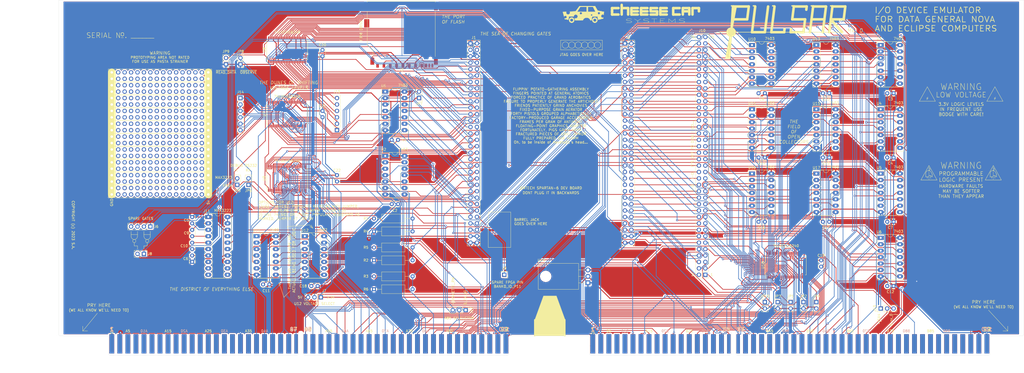
<source format=kicad_pcb>
(kicad_pcb (version 20221018) (generator pcbnew)
  (layers (0 "F.Cu" signal) (31 "B.Cu" signal) (34 "B.Paste" user) (35 "F.Paste" user) (36 "B.SilkS" user "B.Silkscreen") (37 "F.SilkS" user "F.Silkscreen") (38 "B.Mask" user) (39 "F.Mask" user) (44 "Edge.Cuts" user))
  (net 0 "")
  (net 1 "Net-(C1-Pad2)")
  (net 2 "Net-(C5-Pad1)")
  (net 3 "GND")
  (net 4 "Net-(C6-Pad1)")
  (net 5 "Net-(C9-Pad2)")
  (net 6 "Net-(C9-Pad1)")
  (net 7 "Net-(C10-Pad2)")
  (net 8 "Net-(C10-Pad1)")
  (net 9 "+5V")
  (net 10 "/BANK0_IO_T9")
  (net 11 "Net-(J1-Pad59)")
  (net 12 "/BANK0_IO_M11")
  (net 13 "Net-(J1-Pad57)")
  (net 14 "/BANK0_IO_P11")
  (net 15 "/INTR_OUT")
  (net 16 "/BANK0_IO_M10")
  (net 17 "/SELB_OUT")
  (net 18 "/BANK0_IO_M9")
  (net 19 "/SELD_OUT")
  (net 20 "/MSKO_IN")
  (net 21 "/DCHM1_OUT")
  (net 22 "/~{IOPLS_IN}")
  (net 23 "/DCHM0_OUT")
  (net 24 "/~{CLR_IN}")
  (net 25 "/DCHR_OUT")
  (net 26 "/~{STRT_IN}")
  (net 27 "/INTP_OUT")
  (net 28 "/~{IO_OUT}")
  (net 29 "/DCHP_OUT")
  (net 30 "/~{IO_BorC}")
  (net 31 "/DRIVE_DATA_OUT")
  (net 32 "/~{IO_AorB}")
  (net 33 "/DATA_IN15")
  (net 34 "/DS_IN5")
  (net 35 "/DATA_IN14")
  (net 36 "/DS_IN4")
  (net 37 "/DATA_IN13")
  (net 38 "/DS_IN3")
  (net 39 "/DATA_IN12")
  (net 40 "/DS_IN2")
  (net 41 "/DATA_IN11")
  (net 42 "/DS_IN1")
  (net 43 "/DATA_IN10")
  (net 44 "/DS_IN0")
  (net 45 "/DATA_IN9")
  (net 46 "/RQENB_IN")
  (net 47 "/DATA_IN8")
  (net 48 "/IORST_IN")
  (net 49 "/DATA_IN7")
  (net 50 "/~{OVFLO_IN}")
  (net 51 "/DATA_IN6")
  (net 52 "/DCHO_IN")
  (net 53 "/DATA_IN5")
  (net 54 "/DCHI_IN")
  (net 55 "/DATA_IN4")
  (net 56 "/DCHA_IN")
  (net 57 "/DATA_IN3")
  (net 58 "/~{INTA_IN}")
  (net 59 "/DATA_IN2")
  (net 60 "/INTP_IN")
  (net 61 "/DATA_IN1")
  (net 62 "/DCHP_IN")
  (net 63 "/DATA_IN0")
  (net 64 "Net-(J1-Pad4)")
  (net 65 "Net-(J1-Pad3)")
  (net 66 "+3V3")
  (net 67 "/DATA_OUT0")
  (net 68 "Net-(J10-Pad68)")
  (net 69 "/DATA_OUT1")
  (net 70 "Net-(J10-Pad66)")
  (net 71 "/DATA_OUT2")
  (net 72 "Net-(J10-Pad64)")
  (net 73 "/DATA_OUT3")
  (net 74 "Net-(J10-Pad62)")
  (net 75 "/DATA_OUT4")
  (net 76 "Net-(J10-Pad60)")
  (net 77 "/DATA_OUT5")
  (net 78 "Net-(J10-Pad58)")
  (net 79 "/DATA_OUT6")
  (net 80 "Net-(J10-Pad56)")
  (net 81 "/DATA_OUT7")
  (net 82 "Net-(J10-Pad54)")
  (net 83 "/DATA_OUT8")
  (net 84 "Net-(J10-Pad52)")
  (net 85 "/DATA_OUT9")
  (net 86 "Net-(J10-Pad50)")
  (net 87 "/DATA_OUT10")
  (net 88 "Net-(J10-Pad48)")
  (net 89 "/DATA_OUT11")
  (net 90 "Net-(J10-Pad46)")
  (net 91 "/DATA_OUT12")
  (net 92 "Net-(J10-Pad44)")
  (net 93 "/DATA_OUT13")
  (net 94 "Net-(J10-Pad42)")
  (net 95 "/DATA_OUT14")
  (net 96 "Net-(J10-Pad40)")
  (net 97 "/DATA_OUT15")
  (net 98 "Net-(J10-Pad38)")
  (net 99 "Net-(J2-Pad39)")
  (net 100 "Net-(J10-Pad36)")
  (net 101 "Net-(J2-Pad41)")
  (net 102 "Net-(J10-Pad34)")
  (net 103 "Net-(J2-Pad43)")
  (net 104 "Net-(J10-Pad32)")
  (net 105 "Net-(J2-Pad45)")
  (net 106 "Net-(J10-Pad30)")
  (net 107 "Net-(J10-Pad2)")
  (net 108 "Net-(J10-Pad28)")
  (net 109 "Net-(J10-Pad4)")
  (net 110 "Net-(J10-Pad26)")
  (net 111 "Net-(J10-Pad6)")
  (net 112 "Net-(J10-Pad24)")
  (net 113 "Net-(J10-Pad8)")
  (net 114 "Net-(J10-Pad22)")
  (net 115 "Net-(J10-Pad10)")
  (net 116 "Net-(J10-Pad20)")
  (net 117 "Net-(J10-Pad12)")
  (net 118 "Net-(J10-Pad18)")
  (net 119 "Net-(J10-Pad14)")
  (net 120 "Net-(J10-Pad16)")
  (net 121 "Net-(J3-Pad8)")
  (net 122 "Net-(J3-Pad9)")
  (net 123 "Net-(J3-Pad10)")
  (net 124 "Net-(J3-Pad11)")
  (net 125 "Net-(J3-Pad12)")
  (net 126 "/PWR_ON")
  (net 127 "-5V")
  (net 128 "Net-(J4-Pad7)")
  (net 129 "Net-(J4-Pad8)")
  (net 130 "Net-(J4-Pad9)")
  (net 131 "/+15v")
  (net 132 "Net-(J4-Pad11)")
  (net 133 "Net-(J4-Pad12)")
  (net 134 "Net-(J4-Pad13)")
  (net 135 "Net-(J4-Pad14)")
  (net 136 "Net-(J4-Pad15)")
  (net 137 "Net-(J4-Pad16)")
  (net 138 "Net-(J4-Pad17)")
  (net 139 "Net-(J4-Pad18)")
  (net 140 "Net-(J4-Pad19)")
  (net 141 "Net-(J4-Pad20)")
  (net 142 "Net-(J4-Pad21)")
  (net 143 "Net-(J4-Pad22)")
  (net 144 "Net-(J4-Pad23)")
  (net 145 "Net-(J4-Pad24)")
  (net 146 "Net-(J4-Pad25)")
  (net 147 "Net-(J4-Pad26)")
  (net 148 "Net-(J4-Pad27)")
  (net 149 "Net-(J4-Pad28)")
  (net 150 "Net-(J4-Pad29)")
  (net 151 "Net-(J4-Pad30)")
  (net 152 "Net-(J4-Pad31)")
  (net 153 "Net-(J4-Pad32)")
  (net 154 "/~{MEM13}")
  (net 155 "/~{MEM12}")
  (net 156 "/~{MBO13}")
  (net 157 "/~{MSKO}")
  (net 158 "/~{MBO12}")
  (net 159 "/INTA")
  (net 160 "/~{MBO15}")
  (net 161 "/DATIB")
  (net 162 "/~{MBO14}")
  (net 163 "/DATIA")
  (net 164 "/~{MEM10}")
  (net 165 "/~{DS3}")
  (net 166 "Net-(J4-Pad47)")
  (net 167 "/DATOC")
  (net 168 "/~{SECTOR_PULSE}")
  (net 169 "/CLR")
  (net 170 "/~{MEM11}")
  (net 171 "/STRT")
  (net 172 "/~{MEM9}")
  (net 173 "/DATIC")
  (net 174 "/~{MEM8}")
  (net 175 "/DATOB")
  (net 176 "/~{DISKETTE}")
  (net 177 "/DATOA")
  (net 178 "/~{READ_DATA}")
  (net 179 "/~{DCHA}")
  (net 180 "/~{READ_CLOCK}")
  (net 181 "/~{DS4}")
  (net 182 "/~{TA16}")
  (net 183 "/~{DS5}")
  (net 184 "Net-(J4-Pad65)")
  (net 185 "/~{DS2}")
  (net 186 "Net-(J4-Pad67)")
  (net 187 "/~{DS1}")
  (net 188 "Net-(J4-Pad69)")
  (net 189 "/~{IORST}")
  (net 190 "/~{TA128}")
  (net 191 "/~{DS0}")
  (net 192 "/~{TA32}")
  (net 193 "/IOPLS")
  (net 194 "/~{LEFT_SEL}")
  (net 195 "/~{ATTEN3}")
  (net 196 "/~{RESTORE}")
  (net 197 "/~{ATTEN2}")
  (net 198 "/~{SEEK_ERROR}")
  (net 199 "/~{SELD}")
  (net 200 "/~{D0}")
  (net 201 "/~{SELB}")
  (net 202 "/~{HD1}")
  (net 203 "/~{TA2}")
  (net 204 "Net-(J12-Pad2)")
  (net 205 "/~{TAS}")
  (net 206 "/~{TA4}")
  (net 207 "Net-(J4-Pad88)")
  (net 208 "/~{TA1}")
  (net 209 "Net-(J4-Pad90)")
  (net 210 "/~{TA8}")
  (net 211 "Net-(J4-Pad92)")
  (net 212 "/~{DCHP_OUT}")
  (net 213 "/~{DCHP_IN}")
  (net 214 "/~{INTP_OUT}")
  (net 215 "/~{INTP_IN}")
  (net 216 "/~{MBO11}")
  (net 217 "/60Hz")
  (net 218 "/~{MA_LOAD}")
  (net 219 "/~{MBO10}")
  (net 220 "/~{MBO9}")
  (net 221 "Net-(J5-Pad10)")
  (net 222 "/~{HD2}")
  (net 223 "/~{MBO8}")
  (net 224 "/~{D1}")
  (net 225 "/~{MBO7}")
  (net 226 "/~{READ_GATE}")
  (net 227 "/~{MBO6}")
  (net 228 "/~{DCHM0}")
  (net 229 "/~{MEM15}")
  (net 230 "/~{TA256}")
  (net 231 "/STROBE")
  (net 232 "/~{DCHM1}")
  (net 233 "/~{MEM6}")
  (net 234 "/~{WRITE_GATE}")
  (net 235 "/~{MEM7}")
  (net 236 "/~{FINISH}")
  (net 237 "/~{MEM5}")
  (net 238 "/~{WRITE_DATA_&_CLOCK}")
  (net 239 "/~{MEM4}")
  (net 240 "/~{INTR}")
  (net 241 "/INHIBIT")
  (net 242 "/~{TA64}")
  (net 243 "/~{MBO5}")
  (net 244 "/~{DCHO}")
  (net 245 "/~{DUR}")
  (net 246 "/~{DCHR}")
  (net 247 "Net-(J5-Pad36)")
  (net 248 "/~{DCHI}")
  (net 249 "/~{SA1}")
  (net 250 "/OVFLO")
  (net 251 "/~{CPU_A_REQ}")
  (net 252 "/~{RQENB}")
  (net 253 "/~{MBO4}")
  (net 254 "/~{MBO3}")
  (net 255 "/~{MBO2}")
  (net 256 "/~{INH_TRANS}")
  (net 257 "Net-(J5-Pad46)")
  (net 258 "/~{MEM2}")
  (net 259 "/~{ATTEN0}")
  (net 260 "/~{ATTEN1}")
  (net 261 "/~{SA2}")
  (net 262 "Net-(J5-Pad52)")
  (net 263 "/~{WRITE_CHECK}")
  (net 264 "/~{CPU_A_SELECT}")
  (net 265 "/~{DATA7}")
  (net 266 "/~{DATA14}")
  (net 267 "/~{DATA5}")
  (net 268 "/~{DATA11}")
  (net 269 "/~{DATA12}")
  (net 270 "/~{DATA8}")
  (net 271 "/~{DATA4}")
  (net 272 "/~{DATA0}")
  (net 273 "/~{DATA9}")
  (net 274 "/~{DATA13}")
  (net 275 "/~{DATA1}")
  (net 276 "/~{DATA15}")
  (net 277 "/~{SA8}")
  (net 278 "/~{MEM3}")
  (net 279 "Net-(J13-Pad2)")
  (net 280 "/~{MEM1}")
  (net 281 "/~{MEM0}")
  (net 282 "/~{RELOAD_DISABLE}")
  (net 283 "/~{DATA3}")
  (net 284 "/MB_LOAD")
  (net 285 "/~{DATA10}")
  (net 286 "/~{MEM14}")
  (net 287 "/~{MBO1}")
  (net 288 "Net-(J5-Pad78)")
  (net 289 "/~{MBO0}")
  (net 290 "/~{EXT_SELECT}")
  (net 291 "Net-(J5-Pad81)")
  (net 292 "/~{DATA2}")
  (net 293 "/~{READ_IO}")
  (net 294 "Net-(J5-Pad84)")
  (net 295 "/~{INHIBIT_SELECT}")
  (net 296 "/~{MB_CLEAR}")
  (net 297 "/~{READ_1}")
  (net 298 "/~{DRIVE_IO}")
  (net 299 "Net-(J5-Pad89)")
  (net 300 "/~{READ_2}")
  (net 301 "Net-(J5-Pad91)")
  (net 302 "Net-(J5-Pad92)")
  (net 303 "Net-(J5-Pad93)")
  (net 304 "Net-(J5-Pad94)")
  (net 305 "/~{DATA6}")
  (net 306 "Net-(J5-Pad96)")
  (net 307 "Net-(J6-Pad1)")
  (net 308 "Net-(J6-Pad2)")
  (net 309 "Net-(J6-Pad3)")
  (net 310 "Net-(J6-Pad4)")
  (net 311 "Net-(J7-Pad2)")
  (net 312 "Net-(J8-Pad2)")
  (net 313 "Net-(J8-Pad1)")
  (net 314 "/HD2")
  (net 315 "/HD1")
  (net 316 "/SA8")
  (net 317 "/SA4")
  (net 318 "/SA2")
  (net 319 "/SA1")
  (net 320 "/ATTEN3")
  (net 321 "/ATTEN2")
  (net 322 "/ATTEN1")
  (net 323 "/ATTEN0")
  (net 324 "/TA256")
  (net 325 "/TA128")
  (net 326 "/TA64")
  (net 327 "/TA32")
  (net 328 "/TA16")
  (net 329 "/TA8")
  (net 330 "/TA4")
  (net 331 "/TA2")
  (net 332 "/TA1")
  (net 333 "/TAS")
  (net 334 "/D1")
  (net 335 "/D0")
  (net 336 "/WRITE_CHECK")
  (net 337 "/LEFT_SEL")
  (net 338 "/CPU_A_SELECT")
  (net 339 "/CPU_A_REQ")
  (net 340 "/DUR")
  (net 341 "/WRITE_DATA_&_CLOCK")
  (net 342 "/FINISH")
  (net 343 "/WRITE_GATE")
  (net 344 "/READ_GATE")
  (net 345 "/SEEK_ERROR")
  (net 346 "/SECTOR_PULSE")
  (net 347 "/DISKETTE")
  (net 348 "/READ_DATA")
  (net 349 "/READ_CLOCK")
  (net 350 "/DISKETTE_RW")
  (net 351 "/RESTORE")
  (net 352 "/B_tx_1")
  (net 353 "/B_rx_1")
  (net 354 "/F_rx_1")
  (net 355 "Net-(J11-Pad11)")
  (net 356 "/F_tx_1")
  (net 357 "/F_tx_0")
  (net 358 "/F_rx_0")
  (net 359 "/B_rx_0")
  (net 360 "/B_tx_0")
  (net 361 "/~{DISKETTE_RW}")
  (net 362 "/~{SA4}")
  (net 363 "Net-(J14-Pad6)")
  (net 364 "Net-(J14-Pad5)")
  (net 365 "Net-(J14-Pad4)")
  (net 366 "Net-(J14-Pad3)")
  (net 367 "Net-(J14-Pad2)")
  (net 368 "Net-(J14-Pad1)")
  (net 369 "Net-(J15-Pad1)")
  (net 370 "Net-(J15-Pad2)")
  (net 371 "Net-(J15-Pad3)")
  (net 372 "Net-(J15-Pad4)")
  (net 373 "Net-(J15-Pad5)")
  (net 374 "Net-(J15-Pad6)")
  (net 375 "Net-(JP1-Pad1)")
  (net 376 "Net-(JP2-Pad1)")
  (net 377 "Net-(JP3-Pad1)")
  (net 378 "Net-(JP4-Pad1)")
  (net 379 "/DRIVE")
  (net 380 "/~{OBSERVE}")
  (net 381 "Net-(JP10-Pad1)")
  (net 382 "Net-(R1-Pad2)")
  (net 383 "Net-(R2-Pad2)")
  (net 384 "Net-(R3-Pad2)")
  (net 385 "Net-(U9-Pad26)")
  (net 386 "Net-(U9-Pad23)")
  (net 387 "/~{DATOC_IN}")
  (net 388 "/~{DATOB_IN}")
  (net 389 "/~{DATOA_IN}")
  (net 390 "/~{DATIC_IN}")
  (net 391 "/~{DATIB_IN}")
  (net 392 "/~{DATIA_IN}")
  (net 393 "Net-(U11-Pad8)")
  (net 394 "Net-(U11-Pad3)")
  (net 395 "Net-(U11-Pad11)")
  (net 396 "Net-(U11-Pad6)")
  (net 397 "Net-(U12-Pad13)")
  (footprint "_library:portA_NovaMod" (layer "F.Cu") (at 40.259 166.243)
    (fp_text reference "J4")
    (fp_text value "Conn_02x50_Even_Odd")
  )
  (footprint "_library:portB_NovaMod" (layer "F.Cu") (at 230.124 166.243)
    (fp_text reference "J5")
    (fp_text value "Conn_02x50_Even_Odd")
  )
  (footprint "Package_TO_SOT_THT:TO-220-3_Horizontal_TabDown" (layer "F.Cu") (at 228.219 142.113 90)
    (fp_text reference "U19")
    (fp_text value "LM1117-3.3")
  )
  (footprint "Package_SO:SSOP-48_7.5x15.9mm_P0.635mm" (layer "F.Cu") (at 306.324 135.128 90)
    (fp_text reference "U18")
    (fp_text value "74LVCH16240")
  )
  (footprint "Package_DIP:DIP-14_W7.62mm_Socket_LongPads" (layer "F.Cu") (at 318.389 98.933)
    (fp_text reference "U17")
    (fp_text value "74LS03")
  )
  (footprint "Package_DIP:DIP-14_W7.62mm_Socket_LongPads" (layer "F.Cu") (at 292.989 98.933)
    (fp_text reference "U16")
    (fp_text value "74LS03")
  )
  (footprint "Package_DIP:DIP-14_W7.62mm_Socket_LongPads" (layer "F.Cu") (at 318.389 73.533)
    (fp_text reference "U15")
    (fp_text value "74LS03")
  )
  (footprint "Package_DIP:DIP-14_W7.62mm_Socket_LongPads" (layer "F.Cu") (at 292.989 73.533)
    (fp_text reference "U14")
    (fp_text value "74LS03")
  )
  (footprint "Package_DIP:DIP-14_W7.62mm_Socket_LongPads" (layer "F.Cu") (at 318.389 48.133)
    (fp_text reference "U13")
    (fp_text value "74LS03")
  )
  (footprint "Package_DIP:DIP-14_W7.62mm_Socket_LongPads" (layer "F.Cu") (at 116.459 123.698)
    (fp_text reference "U12")
    (fp_text value "74LS02")
  )
  (footprint "Package_DIP:DIP-14_W7.62mm_Socket_LongPads" (layer "F.Cu") (at 97.409 123.698)
    (fp_text reference "U11")
    (fp_text value "74LS00")
  )
  (footprint "Package_DIP:DIP-14_W7.62mm_Socket_LongPads" (layer "F.Cu") (at 292.989 48.133)
    (fp_text reference "U10")
    (fp_text value "74LS03")
  )
  (footprint "Package_SO:SSOP-48_7.5x15.9mm_P0.635mm" (layer "F.Cu") (at 109.474 100.838 90)
    (fp_text reference "U9")
    (fp_text value "74LVCH16240")
  )
  (footprint "Package_SO:SSOP-48_7.5x15.9mm_P0.635mm" (layer "F.Cu") (at 109.474 50.038 90)
    (fp_text reference "U8")
    (fp_text value "74LVCH16240")
  )
  (footprint "Package_SO:SSOP-48_7.5x15.9mm_P0.635mm" (layer "F.Cu") (at 109.474 75.438 90)
    (fp_text reference "U7")
    (fp_text value "74LVCH16240")
  )
  (footprint "Package_DIP:DIP-14_W7.62mm_Socket_LongPads" (layer "F.Cu") (at 343.789 124.333)
    (fp_text reference "U6")
    (fp_text value "74LS03")
  )
  (footprint "Package_DIP:DIP-14_W7.62mm_Socket_LongPads" (layer "F.Cu") (at 343.789 98.933)
    (fp_text reference "U5")
    (fp_text value "74LS03")
  )
  (footprint "Package_DIP:DIP-14_W7.62mm_Socket_LongPads" (layer "F.Cu") (at 343.789 73.533)
    (fp_text reference "U4")
    (fp_text value "74LS03")
  )
  (footprint "Package_DIP:DIP-14_W7.62mm_Socket_LongPads" (layer "F.Cu") (at 343.789 48.133)
    (fp_text reference "U3")
    (fp_text value "74LS03")
  )
  (footprint "Package_DIP:DIP-14_W7.62mm_Socket_LongPads" (layer "F.Cu") (at 148.209 91.948)
    (fp_text reference "U2")
    (fp_text value "74LS03")
  )
  (footprint "Package_DIP:DIP-14_W7.62mm_Socket_LongPads" (layer "F.Cu") (at 148.209 66.548)
    (fp_text reference "U1")
    (fp_text value "74LS03")
  )
  (footprint "Resistor_THT:R_Axial_DIN0309_L9.0mm_D3.2mm_P15.24mm_Horizontal" (layer "F.Cu") (at 143.764 144.653)
    (fp_text reference "R6")
    (fp_text value "13k")
  )
  (footprint "Resistor_THT:R_Axial_DIN0309_L9.0mm_D3.2mm_P15.24mm_Horizontal" (layer "F.Cu") (at 143.764 133.223)
    (fp_text reference "R5")
    (fp_text value "13k")
  )
  (footprint "Resistor_THT:R_Axial_DIN0309_L9.0mm_D3.2mm_P15.24mm_Horizontal" (layer "F.Cu") (at 143.764 121.793)
    (fp_text reference "R4")
    (fp_text value "13k")
  )
  (footprint "Resistor_THT:R_Axial_DIN0309_L9.0mm_D3.2mm_P15.24mm_Horizontal" (layer "F.Cu") (at 159.004 139.573 180)
    (fp_text reference "R3")
    (fp_text value "7k")
  )
  (footprint "Resistor_THT:R_Axial_DIN0309_L9.0mm_D3.2mm_P15.24mm_Horizontal" (layer "F.Cu") (at 159.004 128.143 180)
    (fp_text reference "R2")
    (fp_text value "7k")
  )
  (footprint "Resistor_THT:R_Axial_DIN0309_L9.0mm_D3.2mm_P15.24mm_Horizontal" (layer "F.Cu") (at 159.004 116.713 180)
    (fp_text reference "R1")
    (fp_text value "7k")
  )
  (footprint "Connector_PinHeader_2.54mm:PinHeader_1x02_P2.54mm_Vertical" (layer "F.Cu") (at 298.069 149.733)
    (fp_text reference "JP10")
    (fp_text value "Jumper")
  )
  (footprint "Connector_PinHeader_2.54mm:PinHeader_1x02_P2.54mm_Vertical" (layer "F.Cu") (at 85.344 55.753 180)
    (fp_text reference "JP9")
    (fp_text value "Jumper")
  )
  (footprint "Connector_PinHeader_2.54mm:PinHeader_1x02_P2.54mm_Vertical" (layer "F.Cu") (at 91.059 55.753 180)
    (fp_text reference "JP8")
    (fp_text value "Jumper")
  )
  (footprint "Connector_PinHeader_2.54mm:PinHeader_1x02_P2.54mm_Vertical" (layer "F.Cu") (at 161.544 69.088 180)
    (fp_text reference "JP7")
    (fp_text value "Jumper")
  )
  (footprint "Connector_PinHeader_2.54mm:PinHeader_1x02_P2.54mm_Vertical" (layer "F.Cu") (at 94.234 103.378 180)
    (fp_text reference "JP6")
    (fp_text value "Jumper")
  )
  (footprint "Connector_PinHeader_2.54mm:PinHeader_1x02_P2.54mm_Vertical" (layer "F.Cu") (at 89.789 103.378 180)
    (fp_text reference "JP5")
    (fp_text value "Jumper")
  )
  (footprint "Connector_PinHeader_2.54mm:PinHeader_1x02_P2.54mm_Vertical" (layer "F.Cu") (at 318.389 149.733)
    (fp_text reference "JP4")
    (fp_text value "Jumper")
  )
  (footprint "Connector_PinHeader_2.54mm:PinHeader_1x02_P2.54mm_Vertical" (layer "F.Cu") (at 303.149 149.733)
    (fp_text reference "JP3")
    (fp_text value "Jumper")
  )
  (footprint "Connector_PinHeader_2.54mm:PinHeader_1x02_P2.54mm_Vertical" (layer "F.Cu") (at 313.309 149.733)
    (fp_text reference "JP2")
    (fp_text value "Jumper")
  )
  (footprint "Connector_PinHeader_2.54mm:PinHeader_1x02_P2.54mm_Vertical" (layer "F.Cu") (at 308.229 149.733)
    (fp_text reference "JP1")
    (fp_text value "Jumper")
  )
  (footprint "Connector_PinHeader_2.54mm:PinHeader_1x06_P2.54mm_Vertical" (layer "F.Cu") (at 129.159 81.788 180)
    (fp_text reference "J15")
    (fp_text value "Conn_01x06_Male")
  )
  (footprint "Connector_PinHeader_2.54mm:PinHeader_1x06_P2.54mm_Vertical" (layer "F.Cu") (at 91.059 69.088)
    (fp_text reference "J14")
    (fp_text value "Conn_01x06_Male")
  )
  (footprint "Connector_PinHeader_2.54mm:PinHeader_1x03_P2.54mm_Vertical" (layer "F.Cu") (at 343.789 152.273 90)
    (fp_text reference "J13")
    (fp_text value "Conn_01x03")
  )
  (footprint "Connector_PinHeader_2.54mm:PinHeader_1x03_P2.54mm_Vertical" (layer "F.Cu") (at 179.959 152.908 -90)
    (fp_text reference "J12")
    (fp_text value "Conn_01x03")
  )
  (footprint "Package_DIP:DIP-20_W7.62mm_Socket_LongPads" (layer "F.Cu") (at 78.359 116.078)
    (fp_text reference "J11")
    (fp_text value "MAX3223")
  )
  (footprint "Connector_PinHeader_2.54mm:PinHeader_2x38_P2.54mm_Vertical" (layer "F.Cu") (at 274.574 138.938 180)
    (fp_text reference "J10")
    (fp_text value "Conn_02x38_Odd_Even")
  )
  (footprint "Connector_PinHeader_2.54mm:PinHeader_1x01_P2.54mm_Vertical" (layer "F.Cu") (at 195.199 138.938 180)
    (fp_text reference "J9")
    (fp_text value "Conn_01x01")
  )
  (footprint "Connector_PinHeader_2.54mm:PinHeader_1x02_P2.54mm_Vertical" (layer "F.Cu") (at 52.959 130.683 -90)
    (fp_text reference "J8")
    (fp_text value "Conn_01x02")
  )
  (footprint "Connector_PinHeader_2.54mm:PinHeader_1x03_P2.54mm_Vertical" (layer "F.Cu") (at 122.809 147.828 -90)
    (fp_text reference "J7")
    (fp_text value "Conn_01x03")
  )
  (footprint "Connector_PinHeader_2.54mm:PinHeader_1x04_P2.54mm_Vertical" (layer "F.Cu") (at 55.499 119.888 -90)
    (fp_text reference "J6")
    (fp_text value "Conn_01x04")
  )
  (footprint "Connector_Card:SD_TE_2041021" (layer "F.Cu") (at 154.559 44.323 180)
    (fp_text reference "J3")
    (fp_text value "SD_Card")
  )
  (footprint "Connector_PinHeader_2.54mm:PinHeader_2x32_P2.54mm_Vertical" (layer "F.Cu") (at 242.824 47.498)
    (fp_text reference "J2")
    (fp_text value "Conn_02x32_Odd_Even")
  )
  (footprint "Connector_PinHeader_2.54mm:PinHeader_2x32_P2.54mm_Vertical" (layer "F.Cu") (at 181.864 47.498)
    (fp_text reference "J1")
    (fp_text value "Conn_02x32_Odd_Even")
  )
  (footprint "Capacitor_THT:C_Disc_D3.4mm_W2.1mm_P2.50mm" (layer "F.Cu") (at 129.159 99.568 -90)
    (fp_text reference "C22")
    (fp_text value ".1uF")
  )
  (footprint "Capacitor_THT:C_Disc_D3.4mm_W2.1mm_P2.50mm" (layer "F.Cu") (at 123.444 74.168 -90)
    (fp_text reference "C21")
    (fp_text value ".1uF")
  )
  (footprint "Capacitor_THT:C_Disc_D3.4mm_W2.1mm_P2.50mm" (layer "F.Cu") (at 123.444 52.578 90)
    (fp_text reference "C20")
    (fp_text value ".1uF")
  )
  (footprint "Capacitor_THT:C_Disc_D3.4mm_W2.1mm_P2.50mm" (layer "F.Cu") (at 320.294 133.223 -90)
    (fp_text reference "C19")
    (fp_text value ".1uF")
  )
  (footprint "Capacitor_THT:C_Disc_D3.4mm_W2.1mm_P2.50mm" (layer "F.Cu") (at 121.539 143.383 180)
    (fp_text reference "C18")
    (fp_text value ".1uF")
  )
  (footprint "Capacitor_THT:C_Disc_D3.4mm_W2.1mm_P2.50mm" (layer "F.Cu") (at 323.469 117.983 180)
    (fp_text reference "C17")
    (fp_text value ".1uF")
  )
  (footprint "Capacitor_THT:C_Disc_D3.4mm_W2.1mm_P2.50mm" (layer "F.Cu") (at 298.069 117.983 180)
    (fp_text reference "C16")
    (fp_text value ".1uF")
  )
  (footprint "Capacitor_THT:C_Disc_D3.4mm_W2.1mm_P2.50mm" (layer "F.Cu") (at 323.469 92.583 180)
    (fp_text reference "C15")
    (fp_text value ".1uF")
  )
  (footprint "Capacitor_THT:C_Disc_D3.4mm_W2.1mm_P2.50mm" (layer "F.Cu") (at 298.069 92.583 180)
    (fp_text reference "C14")
    (fp_text value ".1uF")
  )
  (footprint "Capacitor_THT:C_Disc_D3.4mm_W2.1mm_P2.50mm" (layer "F.Cu") (at 323.469 67.183 180)
    (fp_text reference "C13")
    (fp_text value ".1uF")
  )
  (footprint "Capacitor_THT:C_Disc_D3.4mm_W2.1mm_P2.50mm" (layer "F.Cu") (at 348.869 143.383 180)
    (fp_text reference "C12")
    (fp_text value ".1uF")
  )
  (footprint "Capacitor_THT:C_Disc_D3.4mm_W2.1mm_P2.50mm" (layer "F.Cu") (at 102.489 142.748 180)
    (fp_text reference "C11")
    (fp_text value ".1uF")
  )
  (footprint "Capacitor_THT:C_Disc_D3.4mm_W2.1mm_P2.50mm" (layer "F.Cu") (at 72.009 128.778 90)
    (fp_text reference "C10")
    (fp_text value ".1uF")
  )
  (footprint "Capacitor_THT:C_Disc_D3.4mm_W2.1mm_P2.50mm" (layer "F.Cu") (at 72.009 123.698 90)
    (fp_text reference "C9")
    (fp_text value ".1uF")
  )
  (footprint "Capacitor_THT:C_Disc_D3.4mm_W2.1mm_P2.50mm" (layer "F.Cu") (at 298.069 67.183 180)
    (fp_text reference "C8")
    (fp_text value ".1uF")
  )
  (footprint "Capacitor_THT:C_Disc_D3.4mm_W2.1mm_P2.50mm" (layer "F.Cu") (at 348.869 117.983 180)
    (fp_text reference "C7")
    (fp_text value ".1uF")
  )
  (footprint "Capacitor_THT:C_Disc_D3.4mm_W2.1mm_P2.50mm" (layer "F.Cu") (at 72.009 131.318 -90)
    (fp_text reference "C6")
    (fp_text value ".1uF")
  )
  (footprint "Capacitor_THT:C_Disc_D3.4mm_W2.1mm_P2.50mm" (layer "F.Cu") (at 72.009 118.618 90)
    (fp_text reference "C5")
    (fp_text value ".1uF")
  )
  (footprint "Capacitor_THT:C_Disc_D3.4mm_W2.1mm_P2.50mm" (layer "F.Cu") (at 348.869 92.583 180)
    (fp_text reference "C4")
    (fp_text value ".1uF")
  )
  (footprint "Capacitor_THT:C_Disc_D3.4mm_W2.1mm_P2.50mm" (layer "F.Cu") (at 348.869 67.183 180)
    (fp_text reference "C3")
    (fp_text value ".1uF")
  )
  (footprint "Capacitor_THT:C_Disc_D3.4mm_W2.1mm_P2.50mm" (layer "F.Cu") (at 153.289 110.998 180)
    (fp_text reference "C2")
    (fp_text value ".1uF")
  )
  (footprint "Capacitor_THT:C_Disc_D3.4mm_W2.1mm_P2.50mm" (layer "F.Cu") (at 150.749 85.598)
    (fp_text reference "C1")
    (fp_text value ".1uF")
  )
  (footprint "Connector_PinHeader_2.54mm:PinHeader_2x16_P2.54mm_Vertical" (layer "F.Cu") (at 40.259 107.188 90)
    (fp_text reference " ")
    (fp_text value "PinHeader_2x16_P2.54mm_Vertical")
  )
  (footprint "Connector_PinHeader_2.54mm:PinHeader_2x16_P2.54mm_Vertical" (layer "F.Cu") (at 40.259 102.108 90)
    (fp_text reference " ")
    (fp_text value "PinHeader_2x16_P2.54mm_Vertical")
  )
  (footprint "Connector_PinHeader_2.54mm:PinHeader_2x16_P2.54mm_Vertical" (layer "F.Cu") (at 40.259 97.028 90)
    (fp_text reference " ")
    (fp_text value "PinHeader_2x16_P2.54mm_Vertical")
  )
  (footprint "Connector_PinHeader_2.54mm:PinHeader_2x16_P2.54mm_Vertical" (layer "F.Cu") (at 40.259 91.948 90)
    (fp_text reference " ")
    (fp_text value "PinHeader_2x16_P2.54mm_Vertical")
  )
  (footprint "Connector_PinHeader_2.54mm:PinHeader_2x16_P2.54mm_Vertical" (layer "F.Cu") (at 40.259 86.868 90)
    (fp_text reference " ")
    (fp_text value "PinHeader_2x16_P2.54mm_Vertical")
  )
  (footprint "Connector_PinHeader_2.54mm:PinHeader_2x16_P2.54mm_Vertical" (layer "F.Cu") (at 40.259 81.788 90)
    (fp_text reference " ")
    (fp_text value "PinHeader_2x16_P2.54mm_Vertical")
  )
  (footprint "Connector_PinHeader_2.54mm:PinHeader_2x16_P2.54mm_Vertical" (layer "F.Cu") (at 40.259 76.708 90)
    (fp_text reference " ")
    (fp_text value "PinHeader_2x16_P2.54mm_Vertical")
  )
  (footprint "Connector_PinHeader_2.54mm:PinHeader_2x16_P2.54mm_Vertical" (layer "F.Cu") (at 40.259 71.628 90)
    (fp_text reference " ")
    (fp_text value "PinHeader_2x16_P2.54mm_Vertical")
  )
  (footprint "Connector_PinHeader_2.54mm:PinHeader_2x16_P2.54mm_Vertical" (layer "F.Cu") (at 40.259 66.548 90)
    (fp_text reference " ")
    (fp_text value "PinHeader_2x16_P2.54mm_Vertical")
  )
  (footprint "Connector_PinHeader_2.54mm:PinHeader_2x16_P2.54mm_Vertical" (layer "F.Cu") (at 40.259 61.468 90)
    (fp_text reference " ")
    (fp_text value "PinHeader_2x16_P2.54mm_Vertical")
  )
  (gr_poly (pts (xy 141.859 41.148) (xy 139.954 41.148) (xy 139.954 37.973) (xy 141.859 37.973)) (stroke (width 0.1)) (fill solid) (layer "F.Cu"))
  (gr_poly (pts (xy 169.164 41.148) (xy 167.259 41.148) (xy 167.259 37.973) (xy 169.164 37.973)) (stroke (width 0.1)) (fill solid) (layer "F.Cu"))
  (gr_poly (pts (xy 219.202 163.068) (xy 207.264 163.068) (xy 207.264 156.718) (xy 210.684618 147.32) (xy 215.781382 147.32) (xy 219.202 156.718)) (stroke (width 0.1)) (fill solid) (layer "F.SilkS"))
  (gr_line (start 219.1385 163.068) (end 219.1385 156.718) (stroke (width 0.5)) (layer "F.SilkS"))
  (gr_line (start 207.2005 163.068) (end 207.2005 156.718) (stroke (width 0.5)) (layer "F.SilkS"))
  (gr_arc (start 226.187002 38.353999) (mid 227.711001 37.255563) (end 229.235 38.354) (stroke (width 0.12)) (layer "F.SilkS"))
  (gr_line (start 224.155 35.052) (end 227.711 35.052) (stroke (width 0.12)) (layer "F.SilkS"))
  (gr_line (start 227.711 35.052) (end 227.711 33.02) (stroke (width 0.12)) (layer "F.SilkS"))
  (gr_line (start 227.711 33.02) (end 225.171 33.02) (stroke (width 0.12)) (layer "F.SilkS"))
  (gr_line (start 225.171 33.02) (end 223.901 35.052) (stroke (width 0.12)) (layer "F.SilkS"))
  (gr_line (start 223.901 35.052) (end 224.155 35.052) (stroke (width 0.12)) (layer "F.SilkS"))
  (gr_line (start 228.219 33.02) (end 228.219 35.052) (stroke (width 0.12)) (layer "F.SilkS"))
  (gr_line (start 229.743 36.703) (end 229.616 36.83) (stroke (width 0.12)) (layer "F.SilkS"))
  (gr_line (start 229.616 36.83) (end 229.616 36.703) (stroke (width 0.12)) (layer "F.SilkS"))
  (gr_line (start 225.171 32.766) (end 225.298 33.02) (stroke (width 0.12)) (layer "F.SilkS"))
  (gr_line (start 225.298 33.02) (end 225.298 32.766) (stroke (width 0.12)) (layer "F.SilkS"))
  (gr_line (start 225.298 32.766) (end 225.425 33.02) (stroke (width 0.12)) (layer "F.SilkS"))
  (gr_circle (center 225.425 35.56) (end 225.425 36.068) (stroke (width 0.12)) (fill none) (layer "F.SilkS"))
  (gr_line (start 228.219 32.766) (end 228.346 33.02) (stroke (width 0.12)) (layer "F.SilkS"))
  (gr_arc (start 222.589781 36.83) (mid 224.044605 36.36035) (end 223.139 37.592) (stroke (width 0.12)) (layer "F.SilkS"))
  (gr_line (start 232.029 36.83) (end 229.87 36.83) (stroke (width 0.12)) (layer "F.SilkS"))
  (gr_line (start 232.283 38.1) (end 232.029 36.83) (stroke (width 0.12)) (layer "F.SilkS"))
  (gr_line (start 234.315 37.592) (end 232.283 38.1) (stroke (width 0.12)) (layer "F.SilkS"))
  (gr_line (start 232.029 34.544) (end 234.569 35.052) (stroke (width 0.12)) (layer "F.SilkS"))
  (gr_line (start 231.013 32.766) (end 232.029 34.544) (stroke (width 0.12)) (layer "F.SilkS"))
  (gr_line (start 224.917 32.766) (end 231.013 32.766) (stroke (width 0.12)) (layer "F.SilkS"))
  (gr_line (start 223.393 34.798) (end 224.917 32.766) (stroke (width 0.12)) (layer "F.SilkS"))
  (gr_arc (start 221.8055 39.116) (mid 220.98 38.2905) (end 221.8055 37.465) (stroke (width 0.508)) (layer "F.SilkS"))
  (gr_arc (start 230.9495 37.465) (mid 231.775 38.2905) (end 230.9495 39.116) (stroke (width 0.508)) (layer "F.SilkS"))
  (gr_arc (start 234.316092 37.340731) (mid 233.377836 36.631867) (end 234.442 36.1315) (stroke (width 0.12)) (layer "F.SilkS"))
  (gr_arc (start 221.8055 37.465) (mid 222.631 38.2905) (end 221.8055 39.116) (stroke (width 0.508)) (layer "F.SilkS"))
  (gr_arc (start 230.9495 39.116) (mid 230.124 38.2905) (end 230.9495 37.465) (stroke (width 0.508)) (layer "F.SilkS"))
  (gr_poly (pts (xy 228.219 35.052) (xy 231.267 35.052) (xy 230.251 33.02) (xy 228.346 33.02) (xy 228.346 32.766) (xy 231.013 32.766) (xy 232.029 34.544) (xy 232.029 36.83) (xy 229.6795 36.83) (xy 229.6795 36.61771) (xy 229.8065 36.576) (xy 229.9335 36.5125) (xy 229.997 36.449) (xy 230.03871 36.2585) (xy 229.997 36.068) (xy 229.87 35.941) (xy 229.6795 35.89929) (xy 229.489 35.941) (xy 229.362 36.068) (xy 229.32029 36.2585) (xy 229.362 36.449) (xy 229.4255 36.5125) (xy 229.5525 36.576) (xy 229.5525 36.83) (xy 227.965 36.83) (xy 227.965 32.766) (xy 228.219 32.766)) (stroke (width 0.1)) (fill solid) (layer "F.SilkS"))
  (gr_circle (center 229.6795 36.2585) (end 229.9335 36.5125) (stroke (width 0.12)) (fill none) (layer "F.SilkS"))
  (gr_poly (pts (xy 223.901 35.687) (xy 224.8535 36.83) (xy 229.87 36.83) (xy 229.616 38.354) (xy 229.235 38.354) (xy 229.0445 37.973) (xy 228.9175 37.7825) (xy 228.7905 37.6555) (xy 228.6 37.5285) (xy 228.346 37.4015) (xy 228.0285 37.2745) (xy 227.457 37.2745) (xy 227.203 37.338) (xy 226.695 37.592) (xy 226.568 37.719) (xy 226.3775 37.973) (xy 226.314 38.1) (xy 226.187002 38.353999) (xy 223.139 38.354) (xy 223.012 37.5285) (xy 223.139 37.592) (xy 223.393 37.6555) (xy 223.647 37.592) (xy 223.774 37.5285) (xy 223.9645 37.4015) (xy 224.0915 37.211) (xy 224.2185 36.957) (xy 224.2185 36.83) (xy 224.155 36.576) (xy 224.028 36.322) (xy 223.901 36.195) (xy 223.774 36.1315) (xy 223.393 36.0045) (xy 223.139 36.068) (xy 223.012 36.1315) (xy 222.8215 36.2585) (xy 222.6945 36.449) (xy 222.631 36.6395) (xy 222.589781 36.83) (xy 222.3135 36.83) (xy 222.3135 35.56)) (stroke (width 0.1)) (fill solid) (layer "F.SilkS"))
  (gr_poly (pts (xy 225.171 33.02) (xy 223.901 35.052) (xy 225.298 35.052) (xy 225.1075 35.179) (xy 224.9805 35.306) (xy 224.917 35.4965) (xy 224.917 35.6235) (xy 224.9805 35.814) (xy 225.1075 36.0045) (xy 225.298 36.068) (xy 225.552 36.068) (xy 225.7425 35.941) (xy 225.933 35.7505) (xy 225.933 35.4965) (xy 225.8695 35.306) (xy 225.7425 35.179) (xy 225.552 35.052) (xy 227.711 35.052) (xy 227.711 33.02) (xy 225.425 33.02) (xy 225.425 32.766) (xy 227.965 32.766) (xy 227.965 36.83) (xy 224.8535 36.83) (xy 223.901 35.687) (xy 222.3135 35.56) (xy 222.3135 34.8615) (xy 223.393 34.798) (xy 224.917 32.766) (xy 225.171 32.766)) (stroke (width 0.1)) (fill solid) (layer "F.SilkS"))
  (gr_poly (pts (xy 222.3135 36.83) (xy 220.726 36.83) (xy 220.472 38.1) (xy 219.075 37.846) (xy 219.0115 37.592) (xy 219.202 37.6555) (xy 219.3925 37.6555) (xy 219.583 37.592) (xy 219.71 37.5285) (xy 219.837 37.338) (xy 219.9005 37.211) (xy 219.9005 36.957) (xy 219.7735 36.703) (xy 219.583 36.576) (xy 219.456 36.5125) (xy 219.2655 36.5125) (xy 219.075 36.576) (xy 218.8845 36.703) (xy 218.821 36.8935) (xy 218.313 35.052) (xy 219.6465 34.9885) (xy 219.583 35.179) (xy 219.583 35.3695) (xy 219.71 35.7505) (xy 219.837 35.8775) (xy 220.0275 36.0045) (xy 220.218 36.068) (xy 220.599 36.068) (xy 220.853 35.941) (xy 221.0435 35.7505) (xy 221.1705 35.4965) (xy 221.1705 35.1155) (xy 221.107 34.925) (xy 222.3135 34.8615)) (stroke (width 0.1)) (fill solid) (layer "F.SilkS"))
  (gr_arc (start 232.029 35.56) (mid 232.537 35.052) (end 233.045 35.56) (stroke (width 0.12)) (layer "F.SilkS"))
  (gr_arc (start 233.045 35.56) (mid 232.537 36.068) (end 232.029 35.56) (stroke (width 0.12)) (layer "F.SilkS"))
  (gr_line (start 230.251 33.02) (end 228.219 33.02) (stroke (width 0.12)) (layer "F.SilkS"))
  (gr_poly (pts (xy 234.569 35.052) (xy 234.442 36.1315) (xy 234.188 36.0045) (xy 233.934 36.0045) (xy 233.7435 36.068) (xy 233.553 36.2585) (xy 233.426 36.449) (xy 233.3625 36.6395) (xy 233.3625 36.83) (xy 233.426 37.0205) (xy 233.6165 37.211) (xy 233.807 37.338) (xy 233.9975 37.4015) (xy 234.188 37.4015) (xy 234.316092 37.340731) (xy 234.315 37.592) (xy 232.283 38.1) (xy 232.029 36.83) (xy 232.029 35.56) (xy 232.0925 35.814) (xy 232.2195 35.941) (xy 232.41 36.068) (xy 232.664 36.068) (xy 232.791 36.0045) (xy 232.9815 35.814) (xy 233.045 35.687) (xy 233.045 35.4965) (xy 232.9815 35.306) (xy 232.791 35.1155) (xy 232.664 35.052) (xy 232.41 35.052) (xy 232.283 35.1155) (xy 232.156 35.2425) (xy 232.0925 35.3695) (xy 232.029 35.3695) (xy 232.029 34.544)) (stroke (width 0.1)) (fill solid) (layer "F.SilkS"))
  (gr_line (start 231.267 35.052) (end 230.251 33.02) (stroke (width 0.12)) (layer "F.SilkS"))
  (gr_line (start 228.219 35.052) (end 231.267 35.052) (stroke (width 0.12)) (layer "F.SilkS"))
  (gr_arc (start 221.107 34.94679) (mid 220.445521 36.107196) (end 219.626582 35.052001) (stroke (width 0.12)) (layer "F.SilkS"))
  (gr_arc (start 218.821001 36.830001) (mid 219.867814 36.904395) (end 219.075001 37.591999) (stroke (width 0.12)) (layer "F.SilkS"))
  (gr_line (start 223.139 38.354) (end 225.679 38.354) (stroke (width 0.12)) (layer "F.SilkS"))
  (gr_line (start 220.472 38.1) (end 220.726 36.83) (stroke (width 0.12)) (layer "F.SilkS"))
  (gr_line (start 219.075 37.846) (end 220.472 38.1) (stroke (width 0.12)) (layer "F.SilkS"))
  (gr_line (start 229.87 36.83) (end 229.616 38.354) (stroke (width 0.12)) (layer "F.SilkS"))
  (gr_line (start 50.419 127.508) (end 50.419 128.778) (stroke (width 0.12)) (layer "F.SilkS"))
  (gr_line (start 49.149 127.508) (end 50.419 127.508) (stroke (width 0.12)) (layer "F.SilkS"))
  (gr_line (start 49.149 126.238) (end 49.149 127.508) (stroke (width 0.12)) (layer "F.SilkS"))
  (gr_line (start 52.959 127.508) (end 52.959 128.778) (stroke (width 0.12)) (layer "F.SilkS"))
  (gr_line (start 54.229 127.508) (end 52.959 127.508) (stroke (width 0.12)) (layer "F.SilkS"))
  (gr_line (start 54.229 126.238) (end 54.229 127.508) (stroke (width 0.12)) (layer "F.SilkS"))
  (gr_circle (center 49.149 125.603) (end 49.149 124.968) (stroke (width 0.12)) (fill none) (layer "F.SilkS"))
  (gr_circle (center 54.229 125.603) (end 54.229 124.968) (stroke (width 0.12)) (fill none) (layer "F.SilkS"))
  (gr_line (start 47.879 123.063) (end 47.879 121.793) (stroke (width 0.12)) (layer "F.SilkS"))
  (gr_arc (start 50.419 123.698) (mid 49.149 124.968) (end 47.879 123.698) (stroke (width 0.12)) (layer "F.SilkS"))
  (gr_line (start 50.419 123.698) (end 50.419 123.063) (stroke (width 0.12)) (layer "F.SilkS"))
  (gr_line (start 50.419 123.063) (end 47.879 123.063) (stroke (width 0.12)) (layer "F.SilkS"))
  (gr_line (start 50.419 123.063) (end 50.419 121.793) (stroke (width 0.12)) (layer "F.SilkS"))
  (gr_line (start 52.959 123.063) (end 52.959 121.793) (stroke (width 0.12)) (layer "F.SilkS"))
  (gr_line (start 47.879 123.063) (end 47.879 123.698) (stroke (width 0.12)) (layer "F.SilkS"))
  (gr_arc (start 55.499 123.698) (mid 54.229 124.968) (end 52.959 123.698) (stroke (width 0.12)) (layer "F.SilkS"))
  (gr_line (start 55.499 123.698) (end 55.499 123.063) (stroke (width 0.12)) (layer "F.SilkS"))
  (gr_line (start 55.499 123.063) (end 52.959 123.063) (stroke (width 0.12)) (layer "F.SilkS"))
  (gr_line (start 55.499 123.063) (end 55.499 121.793) (stroke (width 0.12)) (layer "F.SilkS"))
  (gr_line (start 52.959 123.063) (end 52.959 123.698) (stroke (width 0.12)) (layer "F.SilkS"))
  (gr_line (start 78.359 58.928) (end 78.359 107.188) (stroke (width 3)) (layer "F.SilkS"))
  (gr_line (start 285.369 36.703) (end 286.004 33.528) (stroke (width 1)) (layer "F.SilkS"))
  (gr_line (start 283.464 52.578) (end 284.099 49.403) (stroke (width 1)) (layer "F.SilkS"))
  (gr_line (start 301.879 32.893) (end 300.609 43.053) (stroke (width 1)) (layer "F.SilkS"))
  (gr_line (start 300.609 43.053) (end 305.689 43.053) (stroke (width 1)) (layer "F.SilkS"))
  (gr_line (start 324.104 37.973) (end 328.549 43.053) (stroke (width 1)) (layer "F.SilkS"))
  (gr_line (start 324.739 32.893) (end 329.819 32.893) (stroke (width 1)) (layer "F.SilkS"))
  (gr_line (start 329.184 37.973) (end 324.104 37.973) (stroke (width 1)) (layer "F.SilkS"))
  (gr_line (start 329.819 32.893) (end 329.184 37.973) (stroke (width 1)) (layer "F.SilkS"))
  (gr_line (start 324.739 32.893) (end 323.469 43.053) (stroke (width 1)) (layer "F.SilkS"))
  (gr_line (start 316.484 37.973) (end 321.564 37.973) (stroke (width 1)) (layer "F.SilkS"))
  (gr_line (start 322.199 32.893) (end 320.929 43.053) (stroke (width 1)) (layer "F.SilkS"))
  (gr_line (start 308.864 37.973) (end 313.944 37.973) (stroke (width 1)) (layer "F.SilkS"))
  (gr_line (start 317.119 32.893) (end 322.199 32.893) (stroke (width 1)) (layer "F.SilkS"))
  (gr_line (start 315.849 43.053) (end 317.119 32.893) (stroke (width 1)) (layer "F.SilkS"))
  (gr_line (start 309.499 32.893) (end 314.579 32.893) (stroke (width 1)) (layer "F.SilkS"))
  (gr_line (start 313.309 43.053) (end 308.229 43.053) (stroke (width 1)) (layer "F.SilkS"))
  (gr_line (start 313.944 37.973) (end 313.309 43.053) (stroke (width 1)) (layer "F.SilkS"))
  (gr_line (start 309.499 32.893) (end 308.864 37.973) (stroke (width 1)) (layer "F.SilkS"))
  (gr_line (start 298.069 43.053) (end 299.339 32.893) (stroke (width 1)) (layer "F.SilkS"))
  (gr_line (start 292.989 43.053) (end 298.069 43.053) (stroke (width 1)) (layer "F.SilkS"))
  (gr_line (start 294.259 32.893) (end 292.989 43.053) (stroke (width 1)) (layer "F.SilkS"))
  (gr_line (start 291.084 37.973) (end 286.004 37.973) (stroke (width 1)) (layer "F.SilkS"))
  (gr_line (start 291.719 32.893) (end 291.084 37.973) (stroke (width 1)) (layer "F.SilkS"))
  (gr_line (start 285.623 32.893) (end 291.719 32.893) (stroke (width 1)) (layer "F.SilkS"))
  (gr_line (start 285.369 32.893) (end 284.099 53.213) (stroke (width 0.75)) (layer "F.SilkS"))
  (gr_line (start 286.639 32.893) (end 282.829 53.213) (stroke (width 0.75)) (layer "F.SilkS"))
  (gr_circle (center 284.734 43.053) (end 285.734 43.053) (stroke (width 1.75)) (fill none) (layer "F.SilkS"))
  (gr_line (start 293.497 32.639) (end 294.259 32.639) (stroke (width 0.5)) (layer "F.SilkS"))
  (gr_line (start 282.829 53.213) (end 284.099 53.213) (stroke (width 0.75)) (layer "F.SilkS"))
  (gr_line (start 286.004 34.798) (end 283.464 51.308) (stroke (width 0.5)) (layer "F.SilkS"))
  (gr_line (start 279.019 43.053) (end 328.549 43.053) (stroke (width 0.2)) (layer "F.SilkS"))
  (gr_line (start 305.689 43.053) (end 305.844575 41.783) (stroke (width 1)) (layer "F.SilkS"))
  (gr_line (start 314.423425 34.163) (end 314.579 32.893) (stroke (width 1)) (layer "F.SilkS"))
  (gr_line (start 301.117 32.639) (end 301.879 32.639) (stroke (width 0.5)) (layer "F.SilkS"))
  (gr_line (start 308.737 32.639) (end 309.499 32.639) (stroke (width 0.5)) (layer "F.SilkS"))
  (gr_line (start 284.861 32.639) (end 285.623 32.639) (stroke (width 0.5)) (layer "F.SilkS"))
  (gr_line (start 197.739 128.143) (end 188.849 128.143) (stroke (width 0.12)) (layer "F.SilkS"))
  (gr_line (start 217.424 46.228) (end 233.934 46.228) (stroke (width 0.12)) (layer "F.SilkS"))
  (gr_circle (center 221.869 48.133) (end 220.599 48.133) (stroke (width 0.12)) (fill none) (layer "F.SilkS"))
  (gr_circle (center 224.409 48.133) (end 223.139 48.133) (stroke (width 0.12)) (fill none) (layer "F.SilkS"))
  (gr_circle (center 226.949 48.133) (end 225.679 48.133) (stroke (width 0.12)) (fill none) (layer "F.SilkS"))
  (gr_circle (center 229.489 48.133) (end 228.219 48.133) (stroke (width 0.12)) (fill none) (layer "F.SilkS"))
  (gr_circle (center 232.029 48.133) (end 230.759 48.133) (stroke (width 0.12)) (fill none) (layer "F.SilkS"))
  (gr_line (start 389.128 69.215) (end 388.62 69.723) (stroke (width 0.12)) (layer "F.SilkS"))
  (gr_line (start 388.62 69.215) (end 389.128 69.215) (stroke (width 0.12)) (layer "F.SilkS"))
  (gr_line (start 389.128 68.707) (end 388.62 69.215) (stroke (width 0.12)) (layer "F.SilkS"))
  (gr_line (start 388.874 64.643) (end 385.699 70.358) (stroke (width 0.12)) (layer "F.SilkS"))
  (gr_line (start 392.049 70.358) (end 388.874 64.643) (stroke (width 0.12)) (layer "F.SilkS"))
  (gr_line (start 385.699 70.358) (end 392.049 70.358) (stroke (width 0.12)) (layer "F.SilkS"))
  (gr_line (start 362.458 69.215) (end 361.95 69.723) (stroke (width 0.12)) (layer "F.SilkS"))
  (gr_line (start 361.95 69.215) (end 362.458 69.215) (stroke (width 0.12)) (layer "F.SilkS"))
  (gr_line (start 362.458 68.707) (end 361.95 69.215) (stroke (width 0.12)) (layer "F.SilkS"))
  (gr_line (start 362.204 64.643) (end 359.029 70.358) (stroke (width 0.12)) (layer "F.SilkS"))
  (gr_line (start 365.379 70.358) (end 362.204 64.643) (stroke (width 0.12)) (layer "F.SilkS"))
  (gr_line (start 359.029 70.358) (end 365.379 70.358) (stroke (width 0.12)) (layer "F.SilkS"))
  (gr_line (start 385.064 101.473) (end 391.414 101.473) (stroke (width 0.12)) (layer "F.SilkS"))
  (gr_line (start 391.414 101.473) (end 388.239 95.758) (stroke (width 0.12)) (layer "F.SilkS"))
  (gr_line (start 388.239 95.758) (end 385.064 101.473) (stroke (width 0.12)) (layer "F.SilkS"))
  (gr_line (start 388.239 96.901) (end 388.239001 97.19446) (stroke (width 0.12)) (layer "F.SilkS"))
  (gr_line (start 388.239 97.409) (end 388.239 97.663) (stroke (width 0.12)) (layer "F.SilkS"))
  (gr_line (start 388.239 99.949) (end 388.239 100.203) (stroke (width 0.12)) (layer "F.SilkS"))
  (gr_line (start 359.664 101.473) (end 366.014 101.473) (stroke (width 0.12)) (layer "F.SilkS"))
  (gr_line (start 366.014 101.473) (end 362.839 95.758) (stroke (width 0.12)) (layer "F.SilkS"))
  (gr_line (start 362.839 95.758) (end 359.664 101.473) (stroke (width 0.12)) (layer "F.SilkS"))
  (gr_arc (start 361.569 98.933) (mid 361.940974 98.034974) (end 362.839 97.663) (stroke (width 0.12)) (layer "F.SilkS"))
  (gr_arc (start 362.839 99.676949) (mid 363.526319 99.813665) (end 364.109 100.203) (stroke (width 0.12)) (layer "F.SilkS"))
  (gr_arc (start 362.862774 97.62222) (mid 363.655439 98.329338) (end 364.109 99.289867) (stroke (width 0.12)) (layer "F.SilkS"))
  (gr_line (start 364.109 100.203) (end 364.109 99.187) (stroke (width 0.12)) (layer "F.SilkS"))
  (gr_line (start 361.569 98.933) (end 361.569 100.203) (stroke (width 0.12)) (layer "F.SilkS"))
  (gr_line (start 361.569 100.203) (end 362.839 100.203) (stroke (width 0.12)) (layer "F.SilkS"))
  (gr_line (start 363.474 100.838) (end 363.474 99.822) (stroke (width 0.12)) (layer "F.SilkS"))
  (gr_line (start 362.204 100.838) (end 362.204 100.203) (stroke (width 0.12)) (layer "F.SilkS"))
  (gr_arc (start 362.839001 96.76604) (mid 363.267256 97.182569) (end 362.862774 97.62222) (stroke (width 0.12)) (layer "F.SilkS"))
  (gr_line (start 362.839 96.393) (end 362.839 96.647) (stroke (width 0.12)) (layer "F.SilkS"))
  (gr_line (start 362.839 97.917) (end 362.839 98.171) (stroke (width 0.12)) (layer "F.SilkS"))
  (gr_line (start 362.839 96.901) (end 362.839001 97.19446) (stroke (width 0.12)) (layer "F.SilkS"))
  (gr_line (start 362.839 97.409) (end 362.839 97.663) (stroke (width 0.12)) (layer "F.SilkS"))
  (gr_line (start 362.839 98.933) (end 362.839 99.187) (stroke (width 0.12)) (layer "F.SilkS"))
  (gr_line (start 362.839 98.425) (end 362.839 98.679) (stroke (width 0.12)) (layer "F.SilkS"))
  (gr_line (start 362.839 99.441) (end 362.839 99.695) (stroke (width 0.12)) (layer "F.SilkS"))
  (gr_line (start 362.839 99.949) (end 362.839 100.203) (stroke (width 0.12)) (layer "F.SilkS"))
  (gr_line (start 362.839 100.457) (end 362.839 100.711) (stroke (width 0.12)) (layer "F.SilkS"))
  (gr_line (start 362.839 100.965) (end 362.839 101.219) (stroke (width 0.12)) (layer "F.SilkS"))
  (gr_line (start 272.034 33.528) (end 272.034 34.798) (stroke (width 1)) (layer "F.SilkS"))
  (gr_line (start 237.744 34.798) (end 237.744 34.798) (stroke (width 1)) (layer "F.SilkS"))
  (gr_line (start 269.494 36.068) (end 269.494 33.528) (stroke (width 1)) (layer "F.SilkS"))
  (gr_line (start 269.494 33.528) (end 272.034 33.528) (stroke (width 1)) (layer "F.SilkS"))
  (gr_line (start 265.684 34.798) (end 268.224 34.798) (stroke (width 1)) (layer "F.SilkS"))
  (gr_line (start 265.684 33.528) (end 268.224 33.528) (stroke (width 1)) (layer "F.SilkS"))
  (gr_line (start 265.684 36.068) (end 265.684 33.528) (stroke (width 1)) (layer "F.SilkS"))
  (gr_line (start 268.224 36.068) (end 268.224 33.528) (stroke (width 1)) (layer "F.SilkS"))
  (gr_line (start 261.874 36.068) (end 264.414 36.068) (stroke (width 1)) (layer "F.SilkS"))
  (gr_line (start 261.874 33.528) (end 264.414 33.528) (stroke (width 1)) (layer "F.SilkS"))
  (gr_line (start 252.984 33.528) (end 252.984 34.798) (stroke (width 1)) (layer "F.SilkS"))
  (gr_line (start 261.874 33.528) (end 261.874 36.068) (stroke (width 1)) (layer "F.SilkS"))
  (gr_line (start 237.744 33.528) (end 237.744 36.068) (stroke (width 1)) (layer "F.SilkS"))
  (gr_line (start 245.364 33.528) (end 245.364 36.068) (stroke (width 1)) (layer "F.SilkS"))
  (gr_line (start 249.174 33.528) (end 249.174 36.068) (stroke (width 1)) (layer "F.SilkS"))
  (gr_line (start 256.794 33.528) (end 256.794 36.068) (stroke (width 1)) (layer "F.SilkS"))
  (gr_line (start 255.524 34.798) (end 255.524 36.068) (stroke (width 1)) (layer "F.SilkS"))
  (gr_line (start 256.794 36.068) (end 259.334 36.068) (stroke (width 1)) (layer "F.SilkS"))
  (gr_line (start 256.794 33.528) (end 259.334 33.528) (stroke (width 1)) (layer "F.SilkS"))
  (gr_line (start 252.984 36.068) (end 255.524 36.068) (stroke (width 1)) (layer "F.SilkS"))
  (gr_line (start 252.984 34.798) (end 255.524 34.798) (stroke (width 1)) (layer "F.SilkS"))
  (gr_line (start 252.984 33.528) (end 255.524 33.528) (stroke (width 1)) (layer "F.SilkS"))
  (gr_line (start 249.174 36.068) (end 251.714 36.068) (stroke (width 1)) (layer "F.SilkS"))
  (gr_line (start 249.174 34.798) (end 251.714 34.798) (stroke (width 1)) (layer "F.SilkS"))
  (gr_line (start 249.174 33.528) (end 251.714 33.528) (stroke (width 1)) (layer "F.SilkS"))
  (gr_line (start 245.364 36.068) (end 247.904 36.068) (stroke (width 1)) (layer "F.SilkS"))
  (gr_line (start 245.364 34.798) (end 247.904 34.798) (stroke (width 1)) (layer "F.SilkS"))
  (gr_line (start 245.364 33.528) (end 247.904 33.528) (stroke (width 1)) (layer "F.SilkS"))
  (gr_line (start 244.094 33.528) (end 244.094 36.068) (stroke (width 1)) (layer "F.SilkS"))
  (gr_line (start 241.554 32.258) (end 241.554 36.068) (stroke (width 1)) (layer "F.SilkS"))
  (gr_line (start 241.554 33.528) (end 244.094 33.528) (stroke (width 1)) (layer "F.SilkS"))
  (gr_line (start 237.744 36.068) (end 240.284 36.068) (stroke (width 1)) (layer "F.SilkS"))
  (gr_line (start 237.744 33.528) (end 240.284 33.528) (stroke (width 1)) (layer "F.SilkS"))
  (gr_line (start 256.794 34.798) (end 259.334 34.798) (stroke (width 1)) (layer "F.SilkS"))
  (gr_line (start 393.954 159.258) (end 393.954 161.163) (stroke (width 0.12)) (layer "F.SilkS"))
  (gr_arc (start 388.262774 97.62222) (mid 389.055439 98.329338) (end 389.509 99.289867) (stroke (width 0.12)) (layer "F.SilkS"))
  (gr_line (start 388.239 98.933) (end 388.239 99.187) (stroke (width 0.12)) (layer "F.SilkS"))
  (gr_line (start 233.934 46.228) (end 233.934 50.038) (stroke (width 0.12)) (layer "F.SilkS"))
  (gr_line (start 109.474 119.888) (end 118.364 119.253) (stroke (width 0.12)) (layer "F.SilkS"))
  (gr_arc (start 388.239001 96.76604) (mid 388.667256 97.182569) (end 388.262774 97.62222) (stroke (width 0.12)) (layer "F.SilkS"))
  (gr_line (start 28.829 161.163) (end 28.829 159.258) (stroke (width 0.12)) (layer "F.SilkS"))
  (gr_line (start 119.634 120.523) (end 118.999 119.253) (stroke (width 0.12)) (layer "F.SilkS"))
  (gr_line (start 316.357 32.639) (end 317.119 32.639) (stroke (width 0.5)) (layer "F.SilkS"))
  (gr_line (start 388.239 100.457) (end 388.239 100.711) (stroke (width 0.12)) (layer "F.SilkS"))
  (gr_line (start 388.874 100.838) (end 388.874 99.822) (stroke (width 0.12)) (layer "F.SilkS"))
  (gr_line (start 386.334 152.908) (end 393.954 161.163) (stroke (width 0.12)) (layer "F.SilkS"))
  (gr_line (start 386.969 98.933) (end 386.969 100.203) (stroke (width 0.12)) (layer "F.SilkS"))
  (gr_line (start 387.604 100.838) (end 387.604 100.203) (stroke (width 0.12)) (layer "F.SilkS"))
  (gr_line (start 308.229 43.053) (end 308.384575 41.783) (stroke (width 1)) (layer "F.SilkS"))
  (gr_line (start 28.829 161.163) (end 30.734 161.163) (stroke (width 0.12)) (layer "F.SilkS"))
  (gr_line (start 43.974 45.258) (end 44.824 45.258) (stroke (width 0.12)) (layer "F.SilkS"))
  (gr_arc (start 388.239 99.676949) (mid 388.926319 99.813665) (end 389.509 100.203) (stroke (width 0.12)) (layer "F.SilkS"))
  (gr_line (start 110.109 121.793) (end 109.474 119.888) (stroke (width 0.12)) (layer "F.SilkS"))
  (gr_line (start 386.969 100.203) (end 388.239 100.203) (stroke (width 0.12)) (layer "F.SilkS"))
  (gr_line (start 110.744 145.288) (end 108.204 147.828) (stroke (width 0.12)) (layer "F.SilkS"))
  (gr_line (start 119.634 120.523) (end 118.364 119.888) (stroke (width 0.12)) (layer "F.SilkS"))
  (gr_line (start 233.934 50.038) (end 217.424 50.038) (stroke (width 0.12)) (layer "F.SilkS"))
  (gr_line (start 388.239 99.441) (end 388.239 99.695) (stroke (width 0.12)) (layer "F.SilkS"))
  (gr_line (start 106.299 142.113) (end 106.934 142.748) (stroke (width 0.12)) (layer "F.SilkS"))
  (gr_circle (center 219.329 48.133) (end 220.599 48.133) (stroke (width 0.12)) (fill none) (layer "F.SilkS"))
  (gr_line (start 388.239 97.917) (end 388.239 98.171) (stroke (width 0.12)) (layer "F.SilkS"))
  (gr_line (start 34.544 154.178) (end 28.829 161.163) (stroke (width 0.12)) (layer "F.SilkS"))
  (gr_line (start 118.364 119.253) (end 119.634 120.523) (stroke (width 0.12)) (layer "F.SilkS"))
  (gr_line (start 388.239 96.393) (end 388.239 96.647) (stroke (width 0.12)) (layer "F.SilkS"))
  (gr_line (start 389.509 100.203) (end 389.509 99.187) (stroke (width 0.12)) (layer "F.SilkS"))
  (gr_arc (start 386.969 98.933) (mid 387.340974 98.034974) (end 388.239 97.663) (stroke (width 0.12)) (layer "F.SilkS"))
  (gr_line (start 188.849 114.173) (end 197.739 114.173) (stroke (width 0.12)) (layer "F.SilkS"))
  (gr_line (start 40.259 58.928) (end 40.259 107.188) (stroke (width 3)) (layer "F.SilkS"))
  (gr_line (start 388.239 98.425) (end 388.239 98.679) (stroke (width 0.12)) (layer "F.SilkS"))
  (gr_line (start 388.239 100.965) (end 388.239 101.219) (stroke (width 0.12)) (layer "F.SilkS"))
  (gr_line (start 106.299 142.113) (end 106.299 143.383) (stroke (width 0.12)) (layer "F.SilkS"))
  (gr_line (start 188.849 128.143) (end 188.849 114.173) (stroke (width 0.12)) (layer "F.SilkS"))
  (gr_line (start 393.954 161.163) (end 392.049 161.163) (stroke (width 0.12)) (layer "F.SilkS"))
  (gr_line (start 108.204 147.828) (end 106.299 142.113) (stroke (width 0.12)) (layer "F.SilkS"))
  (gr_line (start 323.977 32.639) (end 324.739 32.639) (stroke (width 0.5)) (layer "F.SilkS"))
  (gr_line (start 217.424 50.038) (end 217.424 46.228) (stroke (width 0.12)) (layer "F.SilkS"))
  (gr_line (start 197.739 114.173) (end 197.739 128.143) (stroke (width 0.12)) (layer "F.SilkS"))
  (gr_arc (start 197.104 163.703) (mid 197.289987 163.253987) (end 197.739 163.068) (stroke (width 0.05)) (layer "Edge.Cuts"))
  (gr_arc (start 229.489 170.688) (mid 229.039987 170.502013) (end 228.854 170.053) (stroke (width 0.05)) (layer "Edge.Cuts"))
  (gr_arc (start 197.104 170.053) (mid 196.918013 170.502013) (end 196.469 170.688) (stroke (width 0.05)) (layer "Edge.Cuts"))
  (gr_line (start 386.969 170.053) (end 386.969 163.703) (stroke (width 0.05)) (layer "Edge.Cuts"))
  (gr_arc (start 386.969 163.703) (mid 387.154987 163.253987) (end 387.604 163.068) (stroke (width 0.05)) (layer "Edge.Cuts"))
  (gr_arc (start 400.304 162.433) (mid 400.118013 162.882013) (end 399.669 163.068) (stroke (width 0.05)) (layer "Edge.Cuts"))
  (gr_arc (start 386.969 170.053) (mid 386.783013 170.502013) (end 386.334 170.688) (stroke (width 0.05)) (layer "Edge.Cuts"))
  (gr_line (start 387.604 163.068) (end 399.669 163.068) (stroke (width 0.05)) (layer "Edge.Cuts"))
  (gr_line (start 39.624 170.688) (end 113.284 170.688) (stroke (width 0.05)) (layer "Edge.Cuts"))
  (gr_line (start 38.989 163.703) (end 38.989 170.053) (stroke (width 0.05)) (layer "Edge.Cuts"))
  (gr_line (start 19.939 163.068) (end 38.354 163.068) (stroke (width 0.05)) (layer "Edge.Cuts"))
  (gr_arc (start 39.624 170.688) (mid 39.174987 170.502013) (end 38.989 170.053) (stroke (width 0.05)) (layer "Edge.Cuts"))
  (gr_arc (start 38.354 163.068) (mid 38.803013 163.253987) (end 38.989 163.703) (stroke (width 0.05)) (layer "Edge.Cuts"))
  (gr_arc (start 19.939 163.068) (mid 19.489987 162.882013) (end 19.304 162.433) (stroke (width 0.05)) (layer "Edge.Cuts"))
  (gr_arc (start 228.219 163.068) (mid 228.668013 163.253987) (end 228.854 163.703) (stroke (width 0.05)) (layer "Edge.Cuts"))
  (gr_line (start 228.854 163.703) (end 228.854 170.053) (stroke (width 0.05)) (layer "Edge.Cuts"))
  (gr_line (start 228.219 163.068) (end 197.739 163.068) (stroke (width 0.05)) (layer "Edge.Cuts"))
  (gr_line (start 197.104 163.703) (end 197.104 170.053) (stroke (width 0.05)) (layer "Edge.Cuts"))
  (gr_line (start 229.489 170.688) (end 284.099 170.688) (stroke (width 0.05)) (layer "Edge.Cuts"))
  (gr_arc (start 284.734 170.053) (mid 284.548013 170.502013) (end 284.099 170.688) (stroke (width 0.05)) (layer "Edge.Cuts"))
  (gr_arc (start 287.274 170.688) (mid 286.824987 170.502013) (end 286.639 170.053) (stroke (width 0.05)) (layer "Edge.Cuts"))
  (gr_arc (start 113.919 170.053) (mid 113.733013 170.502013) (end 113.284 170.688) (stroke (width 0.05)) (layer "Edge.Cuts"))
  (gr_arc (start 116.459 170.688) (mid 116.009987 170.502013) (end 115.824 170.053) (stroke (width 0.05)) (layer "Edge.Cuts"))
  (gr_line (start 113.919 170.053) (end 113.919 161.798) (stroke (width 0.05)) (layer "Edge.Cuts"))
  (gr_line (start 115.824 161.798) (end 115.824 170.053) (stroke (width 0.05)) (layer "Edge.Cuts"))
  (gr_line (start 116.459 170.688) (end 196.469 170.688) (stroke (width 0.05)) (layer "Edge.Cuts"))
  (gr_line (start 284.734 170.053) (end 284.734 161.798) (stroke (width 0.05)) (layer "Edge.Cuts"))
  (gr_line (start 286.639 161.798) (end 286.639 170.053) (stroke (width 0.05)) (layer "Edge.Cuts"))
  (gr_line (start 287.274 170.688) (end 386.334 170.688) (stroke (width 0.05)) (layer "Edge.Cuts"))
  (gr_arc (start 115.189 161.163) (mid 115.638013 161.348987) (end 115.824 161.798) (stroke (width 0.05)) (layer "Edge.Cuts"))
  (gr_arc (start 113.919 161.798) (mid 114.104987 161.348987) (end 114.554 161.163) (stroke (width 0.05)) (layer "Edge.Cuts"))
  (gr_arc (start 286.004 161.163) (mid 286.453013 161.348987) (end 286.639 161.798) (stroke (width 0.05)) (layer "Edge.Cuts"))
  (gr_arc (start 284.734 161.798) (mid 284.919987 161.348987) (end 285.369 161.163) (stroke (width 0.05)) (layer "Edge.Cuts"))
  (gr_line (start 285.369 161.163) (end 286.004 161.163) (stroke (width 0.05)) (layer "Edge.Cuts"))
  (gr_line (start 114.554 161.163) (end 115.189 161.163) (stroke (width 0.05)) (layer "Edge.Cuts"))
  (gr_line (start 400.304 162.433) (end 400.304 30.353) (stroke (width 0.05)) (layer "Edge.Cuts"))
  (gr_line (start 19.304 30.353) (end 400.304 30.353) (stroke (width 0.05)) (layer "Edge.Cuts"))
  (gr_line (start 19.304 162.433) (end 19.304 30.353) (stroke (width 0.05)) (layer "Edge.Cuts"))
  (gr_text "B90" (at 369.824 161.163) (layer "B.SilkS") (effects (font (size 1 1)) (justify mirror)))
  (gr_text "B80" (at 353.949 161.163) (layer "B.SilkS") (effects (font (size 1 1)) (justify mirror)))
  (gr_text "B70" (at 338.074 161.163) (layer "B.SilkS") (effects (font (size 1 1)) (justify mirror)))
  (gr_text "B60" (at 322.199 161.163) (layer "B.SilkS") (effects (font (size 1 1)) (justify mirror)))
  (gr_text "B50" (at 306.324 161.163) (layer "B.SilkS") (effects (font (size 1 1)) (justify mirror)))
  (gr_text "B30" (at 274.574 161.163) (layer "B.SilkS") (effects (font (size 1 1)) (justify mirror)))
  (gr_text "B20" (at 258.699 161.163) (layer "B.SilkS") (effects (font (size 1 1)) (justify mirror)))
  (gr_text "B10" (at 242.824 161.163) (layer "B.SilkS") (effects (font (size 1 1)) (justify mirror)))
  (gr_text "A90" (at 179.959 161.163) (layer "B.SilkS") (effects (font (size 1 1)) (justify mirror)))
  (gr_text "A80" (at 164.084 161.163) (layer "B.SilkS") (effects (font (size 1 1)) (justify mirror)))
  (gr_text "A70" (at 148.209 161.163) (layer "B.SilkS") (effects (font (size 1 1)) (justify mirror)))
  (gr_text "A60" (at 132.334 161.163) (layer "B.SilkS") (effects (font (size 1 1)) (justify mirror)))
  (gr_text "A40" (at 100.584 161.163) (layer "B.SilkS") (effects (font (size 1 1)) (justify mirror)))
  (gr_text "A30" (at 84.709 161.163) (layer "B.SilkS") (effects (font (size 1 1)) (justify mirror)))
  (gr_text "A20" (at 68.834 161.163) (layer "B.SilkS") (effects (font (size 1 1)) (justify mirror)))
  (gr_text "A10" (at 52.959 161.163) (layer "B.SilkS") (effects (font (size 1 1)) (justify mirror)))
  (gr_text "100" (at 385.699 160.528) (layer "B.SilkS") (effects (font (size 1.5 1.5) (thickness 0.3)) (justify mirror)))
  (gr_text "38" (at 288.544 160.528) (layer "B.SilkS") (effects (font (size 1.5 1.5) (thickness 0.3)) (justify mirror)))
  (gr_text "36" (at 282.829 160.528) (layer "B.SilkS") (effects (font (size 1.5 1.5) (thickness 0.3)) (justify mirror)))
  (gr_text "2" (at 230.124 160.528) (layer "B.SilkS") (effects (font (size 1.5 1.5) (thickness 0.3)) (justify mirror)))
  (gr_text "100" (at 195.199 160.528) (layer "B.SilkS") (effects (font (size 1.5 1.5) (thickness 0.3)) (justify mirror)))
  (gr_text "50" (at 117.729 160.528) (layer "B.SilkS") (effects (font (size 1.5 1.5) (thickness 0.3)) (justify mirror)))
  (gr_text "48" (at 112.014 160.528) (layer "B.SilkS") (effects (font (size 1.5 1.5) (thickness 0.3)) (justify mirror)))
  (gr_text "2" (at 40.259 160.528) (layer "B.SilkS") (effects (font (size 1.5 1.5) (thickness 0.3)) (justify mirror)))
  (gr_text "B85" (at 363.474 161.163) (layer "F.SilkS") (effects (font (size 1 1))))
  (gr_text "B75" (at 347.599 161.163) (layer "F.SilkS") (effects (font (size 1 1))))
  (gr_text "B65" (at 331.724 161.163) (layer "F.SilkS") (effects (font (size 1 1))))
  (gr_text "B55" (at 315.849 161.163) (layer "F.SilkS") (effects (font (size 1 1))))
  (gr_text "B45" (at 299.974 161.163) (layer "F.SilkS") (effects (font (size 1 1))))
  (gr_text "B25" (at 268.224 161.163) (layer "F.SilkS") (effects (font (size 1 1))))
  (gr_text "B15" (at 252.349 161.163) (layer "F.SilkS") (effects (font (size 1 1))))
  (gr_text "B5" (at 236.474 161.163) (layer "F.SilkS") (effects (font (size 1 1))))
  (gr_text "A85" (at 173.609 161.163) (layer "F.SilkS") (effects (font (size 1 1))))
  (gr_text "A75" (at 157.734 161.163) (layer "F.SilkS") (effects (font (size 1 1))))
  (gr_text "A65" (at 141.859 161.163) (layer "F.SilkS") (effects (font (size 1 1))))
  (gr_text "A55" (at 125.984 161.163) (layer "F.SilkS") (effects (font (size 1 1))))
  (gr_text "A35" (at 94.234 161.163) (layer "F.SilkS") (effects (font (size 1 1))))
  (gr_text "A25" (at 78.359 161.163) (layer "F.SilkS") (effects (font (size 1 1))))
  (gr_text "A15" (at 62.484 161.163) (layer "F.SilkS") (effects (font (size 1 1))))
  (gr_text "A5" (at 46.609 161.163) (layer "F.SilkS") (effects (font (size 1 1))))
  (gr_text "1" (at 40.259 160.528) (layer "F.SilkS") (effects (font (size 1.5 1.5) (thickness 0.3))))
  (gr_text "47" (at 112.014 160.528) (layer "F.SilkS") (effects (font (size 1.5 1.5) (thickness 0.3))))
  (gr_text "49" (at 117.729 160.528) (layer "F.SilkS") (effects (font (size 1.5 1.5) (thickness 0.3))))
  (gr_text "99" (at 195.199 160.528) (layer "F.SilkS") (effects (font (size 1.5 1.5) (thickness 0.3))))
  (gr_text "1" (at 230.124 160.528) (layer "F.SilkS") (effects (font (size 1.5 1.5) (thickness 0.3))))
  (gr_text "35" (at 282.829 160.528) (layer "F.SilkS") (effects (font (size 1.5 1.5) (thickness 0.3))))
  (gr_text "37" (at 288.544 160.528) (layer "F.SilkS") (effects (font (size 1.5 1.5) (thickness 0.3))))
  (gr_text "99" (at 385.699 160.528) (layer "F.SilkS") (effects (font (size 1.5 1.5) (thickness 0.3))))
  (gr_text "SYSTEMS" (at 254.889 38.608) (layer "F.SilkS") (effects (font (size 1.5 3.75) (thickness 0.1))))
  (gr_text "SPARE FPGA PIN\nBANK0_IO_P11" (at 196.469 142.748) (layer "F.SilkS") (effects (font (size 1 1))))
  (gr_text "7403" (at 350.774 45.593) (layer "F.SilkS") (effects (font (size 1 1))))
  (gr_text "PROTOTYPING AREA NOT RATED\nFOR USE AS PASTA STRAINER" (at 59.309 53.848) (layer "F.SilkS") (effects (font (size 1 1))))
  (gr_text "THE DISTRICT OF EVERYTHING ELSE" (at 79.629 144.653) (layer "F.SilkS") (effects (font (size 1.25 1.25) (thickness 0.15) italic)))
  (gr_text "LOW VOLTAGE" (at 375.539 67.818) (layer "F.SilkS") (effects (font (size 2 2))))
  (gr_text "3.3V LOGIC LEVELS\nIN FREQUENT USE\nBODGE WITH CARE!" (at 375.539 73.533) (layer "F.SilkS") (effects (font (size 1.25 1.25))))
  (gr_text "WARNING" (at 375.539 95.758) (layer "F.SilkS") (effects (font (size 2.5 2.5))))
  (gr_text "PRY HERE" (at 384.429 149.733) (layer "F.SilkS") (effects (font (size 1.25 1.25))))
  (gr_text "(WE ALL KNOW WE'LL NEED TO)" (at 384.429 151.638) (layer "F.SilkS") (effects (font (size 1 1))))
  (gr_text "74LVCH16240" (at 109.474 68.453) (layer "F.SilkS") (effects (font (size 1 1))))
  (gr_text "DONT PLUG IT IN BACKWARDS" (at 213.614 106.553) (layer "F.SilkS") (effects (font (size 1 1))))
  (gr_text "7403" (at 299.974 96.393) (layer "F.SilkS") (effects (font (size 1 1))))
  (gr_text "7403" (at 350.774 121.793) (layer "F.SilkS") (effects (font (size 1 1))))
  (gr_text "7403" (at 299.974 70.993) (layer "F.SilkS") (effects (font (size 1 1))))
  (gr_text "QMTECH SPARTAN-6 DEV BOARD" (at 213.614 104.648) (layer "F.SilkS") (effects (font (size 1 1))))
  (gr_text "~{OBSERVE}" (at 94.234 58.928) (layer "F.SilkS") (effects (font (size 1 1))))
  (gr_text "~{DISKETTE_RW\n\n\nB_TX_0}" (at 177.419 151.003 90) (layer "F.SilkS") (effects (font (size 1 1)) (justify left)))
  (gr_text "7403" (at 350.774 70.993) (layer "F.SilkS") (effects (font (size 1 1))))
  (gr_text "7402" (at 123.444 121.158) (layer "F.SilkS") (effects (font (size 1 1))))
  (gr_text "7403" (at 325.374 96.393) (layer "F.SilkS") (effects (font (size 1 1))))
  (gr_text "JTAG GOES OVER HERE" (at 225.679 51.943) (layer "F.SilkS") (effects (font (size 1 1))))
  (gr_text "7403" (at 325.374 70.993) (layer "F.SilkS") (effects (font (size 1 1))))
  (gr_text "75" (at 277.114 44.958) (layer "F.SilkS") (effects (font (size 1 1))))
  (gr_text "SERIAL N . ______" (at 30.099 44.323) (layer "F.SilkS") (effects (font (size 2 2)) (justify left)))
  (gr_text "7403" (at 155.194 89.408) (layer "F.SilkS") (effects (font (size 1 1))))
  (gr_text "1" (at 277.114 138.938) (layer "F.SilkS") (effects (font (size 1 1))))
  (gr_text "5v" (at 78.359 110.363 90) (layer "F.SilkS") (effects (font (size 1 1))))
  (gr_text "Mk. 0" (at 333.629 42.418) (layer "F.SilkS") (effects (font (size 1.5 1.5) (thickness 0.15) italic)))
  (gr_text "FIRM DRIVE" (at 138.684 42.418 90) (layer "F.SilkS") (effects (font (size 1 1))))
  (gr_text "PROGRAMMABLE\nLOGIC PRESENT" (at 375.539 100.203) (layer "F.SilkS") (effects (font (size 1.5 1.5))))
  (gr_text "THE\nFIELD\nOF\nOPEN\nCOLLECTORS" (at 309.499 82.423) (layer "F.SilkS") (effects (font (size 1.25 1.25) (thickness 0.15) italic)))
  (gr_text "PRY HERE" (at 35.179 151.003) (layer "F.SilkS") (effects (font (size 1.25 1.25))))
  (gr_text "THE DUNES OF SHIFTING\nVOLTAGE LEVELS" (at 110.109 64.008) (layer "F.SilkS") (effects (font (size 1.25 1.25) (thickness 0.15) italic)))
  (gr_text "I/O DEVICE EMULATOR \nFOR DATA GENERAL NOVA\nAND ECLIPSE COMPUTERS" (at 341.249 37.973) (layer "F.SilkS") (effects (font (size 2.25 2.5) (thickness 0.25)) (justify left)))
  (gr_text "74LVCH16240" (at 109.474 93.853) (layer "F.SilkS") (effects (font (size 1 1))))
  (gr_text "7400" (at 104.394 121.158) (layer "F.SilkS") (effects (font (size 1 1))))
  (gr_text "FLIPPIN' POTATO-GATHERING ASSEMBLY\nFINGERS POINTED AT GENERAL ATOMICS\nFORCED PRACTICE OF GRAND AEROBATICS\nFAILURE TO PROPERLY GENERATE THE ARTICHOKE\nFRIENDS PATIENTLY GRIND ANCHOVIES\nFIXED-PURPOSE GRAIN AERATOR\nFORTY PISTOLS GROUPED ALPHABETICALLY\nFACTORY-PRODUCED GARAGE ACCESSORIES\nFRAMES PER GRAM OF ANTIMONY\nFLOATING-POINT GRAPHICS ADAPTER\nFORTUNATELY, PIGS GROW ARMS\nFRACTURED PIECES OF GRILL ARMOR\nFULLY PREPARED GAS ALARM\nOh, to be inside of Nevets01's head..." (at 213.614 76.073) (layer "F.SilkS") (effects (font (size 1 1))))
  (gr_text "~{SA4\n\n\nB_rx_0\n}" (at 346.329 154.178 90) (layer "F.SilkS") (effects (font (size 1 1)) (justify right)))
  (gr_text "2" (at 269.494 138.938) (layer "F.SilkS") (effects (font (size 1 1))))
  (gr_text "THESE TWO LOGIC CHIPS ARE \nACTUALLY BEING USED FOR LOGIC" (at 111.379 133.223 90) (layer "F.SilkS") (effects (font (size 1 1))))
  (gr_text "7403" (at 350.774 96.393) (layer "F.SilkS") (effects (font (size 1 1))))
  (gr_text "WARNING" (at 59.309 51.308) (layer "F.SilkS") (effects (font (size 1.25 1.25))))
  (gr_text "A85 SELELCTOR" (at 177.419 156.083) (layer "F.SilkS") (effects (font (size 1 1))))
  (gr_text "HARDWARE FAULTS\nMAY BE SOFTER\nTHAN THEY APPEAR" (at 375.539 105.918) (layer "F.SilkS") (effects (font (size 1.25 1.25))))
  (gr_text "(WE ALL KNOW WE'LL NEED TO)" (at 35.179 152.908) (layer "F.SilkS") (effects (font (size 1 1))))
  (gr_text "WARNING" (at 375.539 64.643) (layer "F.SilkS") (effects (font (size 2.5 2.5))))
  (gr_text "3.3V" (at 126.619 147.828) (layer "F.SilkS") (effects (font (size 1 1))))
  (gr_text "74LVCH16240" (at 109.474 43.053) (layer "F.SilkS") (effects (font (size 1 1))))
  (gr_text "OPTIONS FOR U12:\n1)USE 74AHC02, POPULATE R1,R2,R3 WITH JUMPER,\nLEAVE R4,R5,R6 EMPTY, JUMPER J7 FOR 3.3V\n2) USE 74LS02 OR 74S02, POPULATE RESISTORS AS\nMARKED, JUMPER J7 FOR 5V" (at 98.044 113.538) (layer "F.SilkS") (effects (font (size 1 1)) (justify left)))
  (gr_text "DEBUG RS232" (at 92.329 95.758) (layer "F.SilkS") (effects (font (size 1 1))))
  (gr_text "7403" (at 325.374 45.593) (layer "F.SilkS") (effects (font (size 1 1))))
  (gr_text "SPARE GATES" (at 51.689 116.713) (layer "F.SilkS") (effects (font (size 1 1))))
  (gr_text "THE PORT\nOF FLASH" (at 170.434 37.973) (layer "F.SilkS") (effects (font (size 1.25 1.25) (thickness 0.15) italic) (justify left)))
  (gr_text "TX    RX" (at 91.694 97.663) (layer "F.SilkS") (effects (font (size 1 1))))
  (gr_text "~{READ_DATA}" (at 85.344 58.928) (layer "F.SilkS") (effects (font (size 1 1))))
  (gr_text "MAX3223" (at 84.074 113.538) (layer "F.SilkS") (effects (font (size 1 1))))
  (gr_text "o" (at 44.469 43.638) (layer "F.SilkS") (effects (font (size 2 2))))
  (gr_text "7403" (at 299.974 45.593) (layer "F.SilkS") (effects (font (size 1 1))))
  (gr_text "5V" (at 114.554 147.828) (layer "F.SilkS") (effects (font (size 1 1))))
  (gr_text "BARREL JACK \nGOES OVER HERE" (at 199.009 117.983) (layer "F.SilkS") (effects (font (size 1 1)) (justify left)))
  (gr_text "76" (at 269.494 44.958) (layer "F.SilkS") (effects (font (size 1 1))))
  (gr_text "I-O,  I-O,  IT'S OFF TO DISK I GO..." (at 269.494 91.948 90) (layer "F.SilkS") (effects (font (size 1 1))))
  (gr_text "COPYRIGHT (c) 2023 S.A." (at 25.019 119.253 270) (layer "F.SilkS") (effects (font (size 1 1))))
  (gr_text "THE SEA OF CHANGING GATES" (at 199.644 43.688) (layer "F.SilkS") (effects (font (size 1.25 1.25) (thickness 0.15) italic)))
  (gr_text "U12 VOLTAGE SELECT" (at 120.269 150.368) (layer "F.SilkS") (effects (font (size 1 1))))
  (gr_text "GND" (at 40.259 110.363 90) (layer "F.SilkS") (effects (font (size 1 1))))
  (gr_text "7403" (at 155.194 64.008) (layer "F.SilkS") (effects (font (size 1 1))))
  (gr_text "MAX3223\n\nFPGA\n" (at 87.884 102.108) (layer "F.SilkS") (effects (font (size 1 1)) (justify right)))
  (gr_text "74LVCH16240" (at 306.324 127.508) (layer "F.SilkS") (effects (font (size 1 1))))
  (segment (start 295.569 117.983) (end 296.7063 116.8457) (width 0.25) (layer "F.Cu") (net 1))
  (segment (start 345.2436 68.3084) (end 346.369 67.183) (width 0.25) (layer "F.Cu") (net 1))
  (segment (start 232.6885 92.0324) (end 222.5202 81.8641) (width 0.25) (layer "F.Cu") (net 1))
  (segment (start 179.3949 81.8641) (end 175.661 85.598) (width 0.25) (layer "F.Cu") (net 1))
  (segment (start 120.2705 142.1515) (end 119.039 143.383) (width 0.25) (layer "F.Cu") (net 1))
  (segment (start 319.8436 66.0576) (end 320.969 67.183) (width 0.25) (layer "F.Cu") (net 1))
  (segment (start 295.0184 92.0324) (end 232.6885 92.0324) (width 0.25) (layer "F.Cu") (net 1))
  (segment (start 125.262 142.1515) (end 120.2705 142.1515) (width 0.25) (layer "F.Cu") (net 1))
  (segment (start 296.6944 66.0576) (end 319.8436 66.0576) (width 0.25) (layer "F.Cu") (net 1))
  (segment (start 175.661 85.598) (end 153.249 85.598) (width 0.25) (layer "F.Cu") (net 1))
  (segment (start 222.5202 81.8641) (end 179.3949 81.8641) (width 0.25) (layer "F.Cu") (net 1))
  (segment (start 295.569 67.183) (end 296.6944 66.0576) (width 0.25) (layer "F.Cu") (net 1))
  (segment (start 319.8317 116.8457) (end 320.969 117.983) (width 0.25) (layer "F.Cu") (net 1))
  (segment (start 131.5084 135.9051) (end 125.262 142.1515) (width 0.25) (layer "F.Cu") (net 1))
  (segment (start 150.0051 88.8419) (end 144.5634 88.8419) (width 0.25) (layer "F.Cu") (net 1))
  (segment (start 119.039 143.383) (end 117.2729 141.6169) (width 0.25) (layer "F.Cu") (net 1))
  (segment (start 295.569 92.583) (end 295.0184 92.0324) (width 0.25) (layer "F.Cu") (net 1))
  (segment (start 117.2729 141.6169) (end 101.1201 141.6169) (width 0.25) (layer "F.Cu") (net 1))
  (segment (start 101.1201 141.6169) (end 99.989 142.748) (width 0.25) (layer "F.Cu") (net 1))
  (segment (start 322.0944 68.3084) (end 345.2436 68.3084) (width 0.25) (layer "F.Cu") (net 1))
  (segment (start 320.969 67.183) (end 322.0944 68.3084) (width 0.25) (layer "F.Cu") (net 1))
  (segment (start 296.7063 116.8457) (end 319.8317 116.8457) (width 0.25) (layer "F.Cu") (net 1))
  (segment (start 153.249 85.598) (end 150.0051 88.8419) (width 0.25) (layer "F.Cu") (net 1))
  (via (at 131.5084 135.9051) (size 0.8) (drill 0.4) (layers "F.Cu" "B.Cu") (net 1))
  (via (at 144.5634 88.8419) (size 0.8) (drill 0.4) (layers "F.Cu" "B.Cu") (net 1))
  (segment (start 138.2567 95.1486) (end 144.5634 88.8419) (width 0.25) (layer "B.Cu") (net 1))
  (segment (start 131.5084 126.6763) (end 131.5084 135.9051) (width 0.25) (layer "B.Cu") (net 1))
  (segment (start 320.969 92.583) (end 320.969 117.983) (width 0.25) (layer "B.Cu") (net 1))
  (segment (start 126.1686 97.8271) (end 123.444 95.1025) (width 0.25) (layer "B.Cu") (net 1))
  (segment (start 122.3164 51.2056) (end 123.444 50.078) (width 0.25) (layer "B.Cu") (net 1))
  (segment (start 129.159 102.068) (end 138.2567 102.068) (width 0.25) (layer "B.Cu") (net 1))
  (segment (start 147.1867 110.998) (end 131.5084 126.6763) (width 0.25) (layer "B.Cu") (net 1))
  (segment (start 295.569 117.983) (end 296.0004 117.5516) (width 0.25) (layer "B.Cu") (net 1))
  (segment (start 346.369 92.583) (end 346.369 117.983) (width 0.25) (layer "B.Cu") (net 1))
  (segment (start 129.159 102.068) (end 126.1686 99.0776) (width 0.25) (layer "B.Cu") (net 1))
  (segment (start 320.969 117.983) (end 321.4213 118.4353) (width 0.25) (layer "B.Cu") (net 1))
  (segment (start 346.369 143.383) (end 346.617 143.135) (width 0.25) (layer "B.Cu") (net 1))
  (segment (start 346.369 67.183) (end 346.369 92.583) (width 0.25) (layer "B.Cu") (net 1))
  (segment (start 126.1686 99.0776) (end 126.1686 97.8271) (width 0.25) (layer "B.Cu") (net 1))
  (segment (start 320.969 92.583) (end 321.3141 92.2379) (width 0.25) (layer "B.Cu") (net 1))
  (segment (start 346.617 143.135) (end 346.617 118.231) (width 0.25) (layer "B.Cu") (net 1))
  (segment (start 321.4213 118.4353) (end 321.4213 134.5957) (width 0.25) (layer "B.Cu") (net 1))
  (segment (start 122.3164 75.5404) (end 122.3164 51.2056) (width 0.25) (layer "B.Cu") (net 1))
  (segment (start 138.2567 102.068) (end 147.1867 110.998) (width 0.25) (layer "B.Cu") (net 1))
  (segment (start 138.2567 102.068) (end 138.2567 95.1486) (width 0.25) (layer "B.Cu") (net 1))
  (segment (start 321.3141 92.2379) (end 321.3141 67.5281) (width 0.25) (layer "B.Cu") (net 1))
  (segment (start 321.3141 67.5281) (end 320.969 67.183) (width 0.25) (layer "B.Cu") (net 1))
  (segment (start 321.4213 134.5957) (end 320.294 135.723) (width 0.25) (layer "B.Cu") (net 1))
  (segment (start 147.1867 110.998) (end 150.789 110.998) (width 0.25) (layer "B.Cu") (net 1))
  (segment (start 296.0004 117.5516) (end 296.0004 93.0144) (width 0.25) (layer "B.Cu") (net 1))
  (segment (start 123.444 95.1025) (end 123.444 76.668) (width 0.25) (layer "B.Cu") (net 1))
  (segment (start 296.0004 93.0144) (end 295.569 92.583) (width 0.25) (layer "B.Cu") (net 1))
  (segment (start 123.444 76.668) (end 122.3164 75.5404) (width 0.25) (layer "B.Cu") (net 1))
  (segment (start 346.617 118.231) (end 346.369 117.983) (width 0.25) (layer "B.Cu") (net 1))
  (segment (start 78.359 121.158) (end 74.549 121.158) (width 0.25) (layer "B.Cu") (net 2))
  (segment (start 74.549 121.158) (end 72.009 118.618) (width 0.25) (layer "B.Cu") (net 2))
  (segment (start 40.259 64.008) (end 40.259 58.928) (width 0.35) (layer "F.Cu") (net 3))
  (segment (start 104.0765 104.6585) (end 104.0765 105.538) (width 0.35) (layer "F.Cu") (net 3))
  (segment (start 113.7042 140.1175) (end 100.1638 140.1175) (width 0.35) (layer "F.Cu") (net 3))
  (segment (start 105.1921 52.8614) (end 105.1921 51.9782) (width 0.35) (layer "F.Cu") (net 3))
  (segment (start 111.0615 79.7879) (end 111.0615 79.1627) (width 0.35) (layer "F.Cu") (net 3))
  (segment (start 119.0754 95.4433) (end 118.7948 95.1627) (width 0.35) (layer "F.Cu") (net 3))
  (segment (start 100.1638 140.1175) (end 98.9843 138.938) (width 0.35) (layer "F.Cu") (net 3))
  (segment (start 294.5643 88.773) (end 295.7548 87.5825) (width 0.35) (layer "F.Cu") (net 3))
  (segment (start 315.1041 144.1859) (end 311.7215 140.8033) (width 0.35) (layer "F.Cu") (net 3))
  (segment (start 105.8082 51.9782) (end 105.1921 51.9782) (width 0.35) (layer "F.Cu") (net 3))
  (segment (start 304.7365 130.428) (end 304.7365 129.4527) (width 0.35) (layer "F.Cu") (net 3))
  (segment (start 318.389 114.173) (end 319.9643 114.173) (width 0.35) (layer "F.Cu") (net 3))
  (segment (start 195.834 164.142091) (end 195.834 166.243) (width 0.35) (layer "F.Cu") (net 3))
  (segment (start 114.8715 80.138) (end 114.8715 79.1627) (width 0.35) (layer "F.Cu") (net 3))
  (segment (start 230.124 166.243) (end 230.124 163.703) (width 0.35) (layer "F.Cu") (net 3))
  (segment (start 91.059 166.243) (end 91.059 162.0577) (width 0.35) (layer "F.Cu") (net 3))
  (segment (start 230.124 166.243) (end 229.3433 167.0237) (width 0.35) (layer "F.Cu") (net 3))
  (segment (start 150.424 70.4388) (end 150.424 74.5266) (width 0.35) (layer "F.Cu") (net 3))
  (segment (start 301.9538 128.4254) (end 300.9265 129.4527) (width 0.35) (layer "F.Cu") (net 3))
  (segment (start 311.7215 130.428) (end 311.7215 129.0954) (width 0.35) (layer "F.Cu") (net 3))
  (segment (start 111.0615 71.8602) (end 109.9609 72.9608) (width 0.35) (layer "F.Cu") (net 3))
  (segment (start 40.259 104.648) (end 40.259 106.48088) (width 0.35) (layer "F.Cu") (net 3))
  (segment (start 315.6232 87.5825) (end 316.8137 88.773) (width 0.35) (layer "F.Cu") (net 3))
  (segment (start 184.404 47.498) (end 242.824 47.498) (width 0.35) (layer "F.Cu") (net 3))
  (segment (start 230.124 163.703) (end 228.854 162.433) (width 0.35) (layer "F.Cu") (net 3))
  (segment (start 342.2137 63.373) (end 341.0353 62.1946) (width 0.35) (layer "F.Cu") (net 3))
  (segment (start 300.9265 130.428) (end 300.9265 129.4527) (width 0.35) (layer "F.Cu") (net 3))
  (segment (start 111.0615 70.738) (end 111.0615 69.8556) (width 0.35) (layer "F.Cu") (net 3))
  (segment (start 103.8653 79.1627) (end 104.0765 79.1627) (width 0.35) (layer "F.Cu") (net 3))
  (segment (start 113.9892 94.1542) (end 111.9697 94.1542) (width 0.35) (layer "F.Cu") (net 3))
  (segment (start 304.2826 140.8033) (end 304.0156 141.0703) (width 0.35) (layer "F.Cu") (net 3))
  (segment (start 108.0729 72.9608) (end 107.8865 72.7744) (width 0.35) (layer "F.Cu") (net 3))
  (segment (start 311.7215 140.3156) (end 311.7215 139.828) (width 0.35) (layer "F.Cu") (net 3))
  (segment (start 40.259 64.008) (end 40.259 104.648) (width 0.35) (layer "F.Cu") (net 3))
  (segment (start 104.0765 106.5133) (end 107.6621 106.5133) (width 0.35) (layer "F.Cu") (net 3))
  (segment (start 104.2908 53.7627) (end 105.1921 52.8614) (width 0.35) (layer "F.Cu") (net 3))
  (segment (start 109.6329 47.7419) (end 111.0615 46.3133) (width 0.35) (layer "F.Cu") (net 3))
  (segment (start 107.8865 95.1627) (end 104.0765 95.1627) (width 0.35) (layer "F.Cu") (net 3))
  (segment (start 104.0765 80.138) (end 104.0765 79.1627) (width 0.35) (layer "F.Cu") (net 3))
  (segment (start 105.1921 47.4289) (end 105.1921 51.9782) (width 0.35) (layer "F.Cu") (net 3))
  (segment (start 347.3153 141.524) (end 357.9996 141.524) (width 0.35) (layer "F.Cu") (net 3))
  (segment (start 114.9501 106.5919) (end 114.8715 106.5133) (width 0.35) (layer "F.Cu") (net 3))
  (segment (start 301.056 140.8033) (end 301.702 141.4493) (width 0.35) (layer "F.Cu") (net 3))
  (segment (start 184.404 123.698) (end 181.864 123.698) (width 0.35) (layer "F.Cu") (net 3))
  (segment (start 315.1041 151.7032) (end 315.1041 144.1859) (width 0.35) (layer "F.Cu") (net 3))
  (segment (start 91.059 55.753) (end 92.2843 55.753) (width 0.35) (layer "F.Cu") (net 3))
  (segment (start 111.0615 54.738) (end 111.0615 53.7627) (width 0.35) (layer "F.Cu") (net 3))
  (segment (start 109.3151 49.6481) (end 109.3151 47.7419) (width 0.35) (layer "F.Cu") (net 3))
  (segment (start 318.389 63.373) (end 316.8137 63.373) (width 0.35) (layer "F.Cu") (net 3))
  (segment (start 107.8865 106.2889) (end 107.8865 105.538) (width 0.35) (layer "F.Cu") (net 3))
  (segment (start 113.627 67.0609) (end 119.8326 67.0609) (width 0.35) (layer "F.Cu") (net 3))
  (segment (start 307.9115 139.828) (end 307.9115 140.8033) (width 0.35) (layer "F.Cu") (net 3))
  (segment (start 311.7215 136.7338) (end 308.2237 133.236) (width 0.35) (layer "F.Cu") (net 3))
  (segment (start 196.6147 167.0237) (end 195.834 166.243) (width 0.35) (layer "F.Cu") (net 3))
  (segment (start 40.38885 166.11315) (end 40.259 166.243) (width 0.35) (layer "F.Cu") (net 3))
  (segment (start 73.239 132.588) (end 83.1337 132.588) (width 0.35) (layer "F.Cu") (net 3))
  (segment (start 294.5643 63.373) (end 295.7396 64.5483) (width 0.35) (layer "F.Cu") (net 3))
  (segment (start 104.0765 105.538) (end 104.0765 106.5133) (width 0.35) (layer "F.Cu") (net 3))
  (segment (start 116.459 138.938) (end 114.8837 138.938) (width 0.35) (layer "F.Cu") (net 3))
  (segment (start 119.8326 67.0609) (end 142.7069 67.0609) (width 0.35) (layer "F.Cu") (net 3))
  (segment (start 315.1041 151.7032) (end 314.5343 152.273) (width 0.35) (layer "F.Cu") (net 3))
  (segment (start 104.0765 74.0145) (end 103.2479 74.8431) (width 0.35) (layer "F.Cu") (net 3))
  (segment (start 245.364 123.698) (end 242.824 123.698) (width 0.35) (layer "F.Cu") (net 3))
  (segment (start 109.3151 47.7419) (end 109.6329 47.7419) (width 0.35) (layer "F.Cu") (net 3))
  (segment (start 318.389 114.173) (end 316.8137 114.173) (width 0.35) (layer "F.Cu") (net 3))
  (segment (start 104.2232 74.0145) (end 104.0765 74.0145) (width 0.35) (layer "F.Cu") (net 3))
  (segment (start 342.2137 114.173) (end 341.0232 112.9825) (width 0.35) (layer "F.Cu") (net 3))
  (segment (start 341.0353 62.1946) (end 324.7892 62.1946) (width 0.35) (layer "F.Cu") (net 3))
  (segment (start 115.9131 72.7549) (end 119.8326 72.7549) (width 0.35) (layer "F.Cu") (net 3))
  (segment (start 40.259 106.48088) (end 39.90544 106.83444) (width 0.25) (layer "F.Cu") (net 3))
  (segment (start 313.309 152.273) (end 314.5343 152.273) (width 0.35) (layer "F.Cu") (net 3))
  (segment (start 114.8715 105.538) (end 114.8715 106.5133) (width 0.35) (layer "F.Cu") (net 3))
  (segment (start 107.8865 74.7807) (end 107.8865 80.138) (width 0.35) (layer "F.Cu") (net 3))
  (segment (start 103.2479 74.8431) (end 103.2479 78.5453) (width 0.35) (layer "F.Cu") (net 3))
  (segment (start 72.009 133.818) (end 73.239 132.588) (width 0.35) (layer "F.Cu") (net 3))
  (segment (start 315.6203 115.3664) (end 295.7577 115.3664) (width 0.35) (layer "F.Cu") (net 3))
  (segment (start 313.309 152.273) (end 308.229 152.273) (width 0.35) (layer "F.Cu") (net 3))
  (segment (start 311.7215 140.3156) (end 311.7215 140.8033) (width 0.35) (layer "F.Cu") (net 3))
  (segment (start 304.7365 139.828) (end 304.7365 140.8033) (width 0.35) (layer "F.Cu") (net 3))
  (segment (start 104.0765 54.738) (end 104.0765 53.7627) (width 0.35) (layer "F.Cu") (net 3))
  (segment (start 104.0765 98.4082) (end 103.952 98.5327) (width 0.35) (layer "F.Cu") (net 3))
  (segment (start 111.0939 53.7303) (end 111.0615 53.7627) (width 0.35) (layer "F.Cu") (net 3))
  (segment (start 341.0232 112.9825) (end 321.1548 112.9825) (width 0.35) (layer "F.Cu") (net 3))
  (segment (start 308.2237 131.8596) (end 307.9115 131.5474) (width 0.35) (layer "F.Cu") (net 3))
  (segment (start 114.8715 78.6271) (end 115.3039 78.1947) (width 0.35) (layer "F.Cu") (net 3))
  (segment (start 111.0615 95.1627) (end 107.8865 95.1627) (width 0.35) (layer "F.Cu") (net 3))
  (segment (start 114.8715 71.7133) (end 115.9131 72.7549) (width 0.35) (layer "F.Cu") (net 3))
  (segment (start 307.9115 140.8033) (end 305.6512 143.0636) (width 0.35) (layer "F.Cu") (net 3))
  (segment (start 179.9992 51.9385) (end 158.9808 51.9385) (width 0.35) (layer "F.Cu") (net 3))
  (segment (start 114.9501 107.168) (end 114.5519 107.5662) (width 0.35) (layer "F.Cu") (net 3))
  (segment (start 91.059 162.0577) (end 91.059 161.8198) (width 0.35) (layer "F.Cu") (net 3))
  (segment (start 85.344 55.753) (end 91.059 55.753) (width 0.35) (layer "F.Cu") (net 3))
  (segment (start 116.7612 108.9791) (end 114.9501 107.168) (width 0.35) (layer "F.Cu") (net 3))
  (segment (start 111.0615 105.538) (end 111.0615 106.5133) (width 0.35) (layer "F.Cu") (net 3))
  (segment (start 111.0615 70.738) (end 111.0615 71.8602) (width 0.35) (layer "F.Cu") (net 3))
  (segment (start 144.062 123.698) (end 180.6387 123.698) (width 0.35) (layer "F.Cu") (net 3))
  (segment (start 181.864 123.698) (end 180.6387 123.698) (width 0.35) (layer "F.Cu") (net 3))
  (segment (start 111.0615 79.7879) (end 111.0615 80.138) (width 0.35) (layer "F.Cu") (net 3))
  (segment (start 114.8715 70.738) (end 114.8715 71.7133) (width 0.35) (layer "F.Cu") (net 3))
  (segment (start 308.2237 133.236) (end 306.5692 133.236) (width 0.35) (layer "F.Cu") (net 3))
  (segment (start 92.2843 55.753) (end 104.0368 55.753) (width 0.35) (layer "F.Cu") (net 3))
  (segment (start 95.1743 138.938) (end 97.409 138.938) (width 0.35) (layer "F.Cu") (net 3))
  (segment (start 84.4037 121.158) (end 79.9343 116.6886) (width 0.35) (layer "F.Cu") (net 3))
  (segment (start 385.56915 161.92785) (end 385.56915 166.11315) (width 0.35) (layer "F.Cu") (net 3))
  (segment (start 79.9343 116.6886) (end 79.9343 116.078) (width 0.35) (layer "F.Cu") (net 3))
  (segment (start 125.6543 128.778) (end 131.0323 123.4) (width 0.35) (layer "F.Cu") (net 3))
  (segment (start 107.6577 74.5519) (end 107.8865 74.7807) (width 0.35) (layer "F.Cu") (net 3))
  (segment (start 118.7948 95.1627) (end 114.8715 95.1627) (width 0.35) (layer "F.Cu") (net 3))
  (segment (start 295.7548 87.5825) (end 315.6232 87.5825) (width 0.35) (layer "F.Cu") (net 3))
  (segment (start 115.6605 51.3786) (end 115.6605 49.6319) (width 0.35) (layer "F.Cu") (net 3))
  (segment (start 83.1337 132.588) (end 84.4037 131.318) (width 0.35) (layer "F.Cu") (net 3))
  (segment (start 143.764 123.4) (end 143.764 121.793) (width 0.35) (layer "F.Cu") (net 3))
  (segment (start 121.4663 51.328) (end 120.4914 52.3029) (width 0.35) (layer "F.Cu") (net 3))
  (segment (start 124.1698 51.0738) (end 123.9156 51.328) (width 0.35) (layer "F.Cu") (net 3))
  (segment (start 158.9679 70.4388) (end 150.424 70.4388) (width 0.35) (layer "F.Cu") (net 3))
  (segment (start 85.979 121.158) (end 84.4037 121.158) (width 0.35) (layer "F.Cu") (net 3))
  (segment (start 295.7396 64.5483) (end 315.6384 64.5483) (width 0.35) (layer "F.Cu") (net 3))
  (segment (start 197.543091 162.433) (end 195.834 164.142091) (width 0.35) (layer "F.Cu") (net 3))
  (segment (start 321.1548 112.9825) (end 319.9643 114.173) (width 0.35) (layer "F.Cu") (net 3))
  (segment (start 316.8137 114.173) (end 315.6203 115.3664) (width 0.35) (layer "F.Cu") (net 3))
  (segment (start 304.7365 130.428) (end 304.7365 131.4033) (width 0.35) (layer "F.Cu") (net 3))
  (segment (start 119.5304 108.9791) (end 116.7612 108.9791) (width 0.35) (layer "F.Cu") (net 3))
  (segment (start 143.764 123.4) (end 144.062 123.698) (width 0.35) (layer "F.Cu") (net 3))
  (segment (start 97.409 138.938) (end 98.9843 138.938) (width 0.35) (layer "F.Cu") (net 3))
  (segment (start 114.8715 53.7627) (end 114.3532 53.7627) (width 0.35) (layer "F.Cu") (net 3))
  (segment (start 311.7215 139.828) (end 311.7215 136.7338) (width 0.35) (layer "F.Cu") (net 3))
  (segment (start 150.5225 51.0738) (end 124.1698 51.0738) (width 0.35) (layer "F.Cu") (net 3))
  (segment (start 111.958 78.1396) (end 111.0615 79.0361) (width 0.35) (layer "F.Cu") (net 3))
  (segment (start 146.0848 70.4388) (end 150.424 70.4388) (width 0.35) (layer "F.Cu") (net 3))
  (segment (start 306.5692 133.236) (end 304.7365 131.4033) (width 0.35) (layer "F.Cu") (net 3))
  (segment (start 142.7069 67.0609) (end 146.0848 70.4388) (width 0.35) (layer "F.Cu") (net 3))
  (segment (start 114.8715 79.1627) (end 114.8715 78.6271) (width 0.35) (layer "F.Cu") (net 3))
  (segment (start 109.3151 47.7419) (end 107.8865 46.3133) (width 0.35) (layer "F.Cu") (net 3))
  (segment (start 158.9808 51.9385) (end 155.184 55.7353) (width 0.35) (layer "F.Cu") (net 3))
  (segment (start 114.5519 107.5662) (end 112.1144 107.5662) (width 0.35) (layer "F.Cu") (net 3))
  (segment (start 385.56915 166.11315) (end 385.699 166.243) (width 0.35) (layer "F.Cu") (net 3))
  (segment (start 131.0323 123.4) (end 143.764 123.4) (width 0.35) (layer "F.Cu") (net 3))
  (segment (start 345.3643 139.573) (end 347.3153 141.524) (width 0.35) (layer "F.Cu") (net 3))
  (segment (start 103.952 104.534) (end 104.0765 104.6585) (width 0.35) (layer "F.Cu") (net 3))
  (segment (start 111.0615 79.0361) (end 111.0615 79.1627) (width 0.35) (layer "F.Cu") (net 3))
  (segment (start 72.049 116.078) (end 72.009 116.118) (width 0.35) (layer "F.Cu") (net 3))
  (segment (start 318.389 88.773) (end 316.8137 88.773) (width 0.35) (layer "F.Cu") (net 3))
  (segment (start 295.7577 115.3664) (end 294.5643 114.173) (width 0.35) (layer "F.Cu") (net 3))
  (segment (start 307.9115 131.5474) (end 307.9115 130.428) (width 0.35) (layer "F.Cu") (net 3))
  (segment (start 324.7892 62.1946) (end 323.6108 63.373) (width 0.35) (layer "F.Cu") (net 3))
  (segment (start 119.8326 67.0609) (end 119.8326 66.8358) (width 0.35) (layer "F.Cu") (net 3))
  (segment (start 343.789 63.373) (end 342.2137 63.373) (width 0.35) (layer "F.Cu") (net 3))
  (segment (start 120.4914 52.3029) (end 116.5848 52.3029) (width 0.35) (layer "F.Cu") (net 3))
  (segment (start 114.3532 53.7627) (end 114.0842 53.4937) (width 0.35) (layer "F.Cu") (net 3))
  (segment (start 104.0765 45.338) (end 104.0765 46.3133) (width 0.35) (layer "F.Cu") (net 3))
  (segment (start 104.0765 54.738) (end 104.0765 55.7133) (width 0.35) (layer "F.Cu") (net 3))
  (segment (start 104.0765 53.7627) (end 104.2908 53.7627) (width 0.35) (layer "F.Cu") (net 3))
  (segment (start 111.0615 45.338) (end 111.0615 46.3133) (width 0.35) (layer "F.Cu") (net 3))
  (segment (start 85.979 131.318) (end 84.4037 131.318) (width 0.35) (layer "F.Cu") (net 3))
  (segment (start 107.8865 54.738) (end 107.8865 53.7627) (width 0.35) (layer "F.Cu") (net 3))
  (segment (start 114.8715 95.0365) (end 113.9892 94.1542) (width 0.35) (layer "F.Cu") (net 3))
  (segment (start 305.6512 143.0636) (end 304.1146 143.0636) (width 0.35) (layer "F.Cu") (net 3))
  (segment (start 114.8837 138.938) (end 113.7042 140.1175) (width 0.35) (layer "F.Cu") (net 3))
  (segment (start 304.7365 129.4527) (end 303.7092 128.4254) (width 0.35) (layer "F.Cu") (net 3))
  (segment (start 308.229 152.273) (end 303.149 152.273) (width 0.35) (layer "F.Cu") (net 3))
  (segment (start 107.8865 72.7744) (end 107.6078 72.7744) (width 0.35) (layer "F.Cu") (net 3))
  (segment (start 318.389 152.273) (end 318.389 151.7032) (width 0.35) (layer "F.Cu") (net 3))
  (segment (start 104.0765 74.0145) (end 104.0765 71.7133) (width 0.35) (layer "F.Cu") (net 3))
  (segment (start 323.6108 63.373) (end 318.389 63.373) (width 0.35) (layer "F.Cu") (net 3))
  (segment (start 87.5543 131.318) (end 95.1743 138.938) (width 0.35) (layer "F.Cu") (net 3))
  (segment (start 318.389 151.7032) (end 315.1041 151.7032) (width 0.35) (layer "F.Cu") (net 3))
  (segment (start 292.989 114.173) (end 294.5643 114.173) (width 0.35) (layer "F.Cu") (net 3))
  (segment (start 181.864 52.578) (end 180.6387 52.578) (width 0.35) (layer "F.Cu") (net 3))
  (segment (start 109.9609 72.9608) (end 108.0729 72.9608) (width 0.35) (layer "F.Cu") (net 3))
  (segment (start 107.6621 106.5133) (end 107.8865 106.2889) (width 0.35) (layer "F.Cu") (net 3))
  (segment (start 78.359 116.078) (end 79.9343 116.078) (width 0.35) (layer "F.Cu") (net 3))
  (segment (start 114.8715 78.6271) (end 114.384 78.1396) (width 0.35) (layer "F.Cu") (net 3))
  (segment (start 300.9265 140.8033) (end 301.056 140.8033) (width 0.35) (layer "F.Cu") (net 3))
  (segment (start 155.184 56.298) (end 155.184 55.7353) (width 0.35) (layer "F.Cu") (net 3))
  (segment (start 116.5848 52.3029) (end 115.6605 51.3786) (width 0.35) (layer "F.Cu") (net 3))
  (segment (start 104.0765 96.138) (end 104.0765 95.1627) (width 0.35) (layer "F.Cu") (net 3))
  (segment (start 114.8715 45.338) (end 114.8715 48.8429) (width 0.35) (layer "F.Cu") (net 3))
  (segment (start 111.0655 69.8516) (end 111.0655 69.6224) (width 0.35) (layer "F.Cu") (net 3))
  (segment (start 104.0765 70.738) (end 104.0765 71.7133) (width 0.35) (layer "F.Cu") (net 3))
  (segment (start 107.8865 96.138) (end 107.8865 95.1627) (width 0.35) (layer "F.Cu") (net 3))
  (segment (start 161.544 69.088) (end 160.3187 69.088) (width 0.35) (layer "F.Cu") (net 3))
  (segment (start 40.38885 161.92785) (end 40.38885 166.11315) (width 0.35) (layer "F.Cu") (net 3))
  (segment (start 111.0655 69.6224) (end 113.627 67.0609) (width 0.35) (layer "F.Cu") (net 3))
  (segment (start 114.8715 48.8429) (end 115.6605 49.6319) (width 0.35) (layer "F.Cu") (net 3))
  (segment (start 114.8715 96.138) (end 114.8715 95.1627) (width 0.35) (layer "F.Cu") (net 3))
  (segment (start 292.989 88.773) (end 294.5643 88.773) (width 0.35) (layer "F.Cu") (net 3))
  (segment (start 104.0765 96.138) (end 104.0765 98.4082) (width 0.35) (layer "F.Cu") (net 3))
  (segment (start 119.6278 78.1947) (end 119.8326 78.3995) (width 0.35) (layer "F.Cu") (net 3))
  (segment (start 85.979 131.318) (end 87.5543 131.318) (width 0.35) (layer "F.Cu") (net 3))
  (segment (start 315.6384 64.5483) (end 316.8137 63.373) (width 0.35) (layer "F.Cu") (net 3))
  (segment (start 103.952 98.5327) (end 103.952 104.534) (width 0.35) (layer "F.Cu") (net 3))
  (segment (start 84.4037 131.318) (end 84.4037 121.158) (width 0.35) (layer "F.Cu") (net 3))
  (segment (start 304.7365 140.8033) (end 304.2826 140.8033) (width 0.35) (layer "F.Cu") (net 3))
  (segment (start 155.184 55.7353) (end 150.5225 51.0738) (width 0.35) (layer "F.Cu") (net 3))
  (segment (start 114.8715 95.1627) (end 114.8715 95.0365) (width 0.35) (layer "F.Cu") (net 3))
  (segment (start 180.6387 52.578) (end 179.9992 51.9385) (width 0.35) (layer "F.Cu") (net 3))
  (segment (start 115.3039 78.1947) (end 119.6278 78.1947) (width 0.35) (layer "F.Cu") (net 3))
  (segment (start 107.8865 72.7744) (end 107.8865 70.738) (width 0.35) (layer "F.Cu") (net 3))
  (segment (start 300.9265 139.828) (end 300.9265 140.8033) (width 0.35) (layer "F.Cu") (net 3))
  (segment (start 104.0765 46.3133) (end 105.1921 47.4289) (width 0.35) (layer "F.Cu") (net 3))
  (segment (start 343.789 114.173) (end 342.2137 114.173) (width 0.35) (layer "F.Cu") (net 3))
  (segment (start 123.9156 51.328) (end 121.4663 51.328) (width 0.35) (layer "F.Cu") (net 3))
  (segment (start 303.7092 128.4254) (end 301.9538 128.4254) (width 0.35) (layer "F.Cu") (net 3))
  (segment (start 78.359 116.078) (end 72.049 116.078) (width 0.35) (layer "F.Cu") (net 3))
  (segment (start 111.0939 53.5077) (end 111.0939 53.7303) (width 0.35) (layer "F.Cu") (net 3))
  (segment (start 228.854 162.433) (end 197.543091 162.433) (width 0.35) (layer "F.Cu") (net 3))
  (segment (start 343.789 139.573) (end 345.3643 139.573) (width 0.35) (layer "F.Cu") (net 3))
  (segment (start 114.8715 54.738) (end 114.8715 53.7627) (width 0.35) (layer "F.Cu") (net 3))
  (segment (start 308.2237 133.236) (end 308.2237 131.8596) (width 0.35) (layer "F.Cu") (net 3))
  (segment (start 112.1144 107.5662) (end 111.0615 106.5133) (width 0.35) (layer "F.Cu") (net 3))
  (segment (start 103.2479 78.5453) (end 103.8653 79.1627) (width 0.35) (layer "F.Cu") (net 3))
  (segment (start 111.9697 94.1542) (end 111.0615 95.0624) (width 0.35) (layer "F.Cu") (net 3))
  (segment (start 111.0615 53.7627) (end 107.8865 53.7627) (width 0.35) (layer "F.Cu") (net 3))
  (segment (start 124.079 128.778) (end 125.6543 128.778) (width 0.35) (layer "F.Cu") (net 3))
  (segment (start 292.989 63.373) (end 294.5643 63.373) (width 0.35) (layer "F.Cu") (net 3))
  (segment (start 160.3187 69.088) (end 158.9679 70.4388) (width 0.35) (layer "F.Cu") (net 3))
  (segment (start 114.9501 107.168) (end 114.9501 106.5919) (width 0.35) (layer "F.Cu") (net 3))
  (segment (start 111.0615 95.0624) (end 111.0615 95.1627) (width 0.35) (layer "F.Cu") (net 3))
  (segment (start 111.0615 69.8556) (end 111.0655 69.8516) (width 0.35) (layer "F.Cu") (net 3))
  (segment (start 104.0368 55.753) (end 104.0765 55.7133) (width 0.35) (layer "F.Cu") (net 3))
  (segment (start 111.0615 96.138) (end 111.0615 95.1627) (width 0.35) (layer "F.Cu") (net 3))
  (segment (start 107.8865 45.338) (end 107.8865 46.3133) (width 0.35) (layer "F.Cu") (net 3))
  (segment (start 114.384 78.1396) (end 111.958 78.1396) (width 0.35) (layer "F.Cu") (net 3))
  (via (at 40.38885 161.92785) (size 0.8) (drill 0.4) (layers "F.Cu" "B.Cu") (net 3))
  (via (at 109.3151 49.6481) (size 0.8) (drill 0.4) (layers "F.Cu" "B.Cu") (net 3))
  (via (at 114.0842 53.4937) (size 0.8) (drill 0.4) (layers "F.Cu" "B.Cu") (net 3))
  (via (at 197.739 162.433) (size 0.8) (drill 0.4) (layers "F.Cu" "B.Cu") (net 3))
  (via (at 119.8326 66.8358) (size 0.8) (drill 0.4) (layers "F.Cu" "B.Cu") (net 3))
  (via (at 119.8326 72.7549) (size 0.8) (drill 0.4) (layers "F.Cu" "B.Cu") (net 3))
  (via (at 115.6605 49.6319) (size 0.8) (drill 0.4) (layers "F.Cu" "B.Cu") (net 3))
  (via (at 111.0939 53.5077) (size 0.8) (drill 0.4) (layers "F.Cu" "B.Cu") (net 3))
  (via (at 304.1146 143.0636) (size 0.8) (drill 0.4) (layers "F.Cu" "B.Cu") (net 3))
  (via (at 119.8326 78.3995) (size 0.8) (drill 0.4) (layers "F.Cu" "B.Cu") (net 3))
  (via (at 107.6577 74.5519) (size 0.8) (drill 0.4) (layers "F.Cu" "B.Cu") (net 3))
  (via (at 357.9996 141.524) (size 0.8) (drill 0.4) (layers "F.Cu" "B.Cu") (net 3))
  (via (at 311.7215 129.0954) (size 0.8) (drill 0.4) (layers "F.Cu" "B.Cu") (net 3))
  (via (at 150.424 74.5266) (size 0.8) (drill 0.4) (layers "F.Cu" "B.Cu") (net 3))
  (via (at 104.2232 74.0145) (size 0.8) (drill 0.4) (layers "F.Cu" "B.Cu") (net 3))
  (via (at 119.5304 108.9791) (size 0.8) (drill 0.4) (layers "F.Cu" "B.Cu") (net 3))
  (via (at 385.56915 161.92785) (size 0.8) (drill 0.4) (layers "F.Cu" "B.Cu") (net 3))
  (via (at 301.702 141.4493) (size 0.8) (drill 0.4) (layers "F.Cu" "B.Cu") (net 3))
  (via (at 107.6078 72.7744) (size 0.8) (drill 0.4) (layers "F.Cu" "B.Cu") (net 3))
  (via (at 119.0754 95.4433) (size 0.8) (drill 0.4) (layers "F.Cu" "B.Cu") (net 3))
  (via (at 105.8082 51.9782) (size 0.8) (drill 0.4) (layers "F.Cu" "B.Cu") (net 3))
  (via (at 91.059 161.8198) (size 0.8) (drill 0.4) (layers "F.Cu" "B.Cu") (net 3))
  (via (at 304.0156 141.0703) (size 0.8) (drill 0.4) (layers "F.Cu" "B.Cu") (net 3))
  (segment (start 40.38885 161.92785) (end 40.259 162.0577) (width 0.35) (layer "B.Cu") (net 3))
  (segment (start 197.739 162.433) (end 229.1715 162.433) (width 0.35) (layer "B.Cu") (net 3))
  (segment (start 385.56915 161.92785) (end 385.699 162.0577) (width 0.35) (layer "B.Cu") (net 3))
  (segment (start 244.0493 52.2079) (end 244.0493 52.578) (width 0.35) (layer "B.Cu") (net 3))
  (segment (start 345.1164 133.3856) (end 345.3643 133.6335) (width 0.35) (layer "B.Cu") (net 3))
  (segment (start 229.1715 162.433) (end 230.124 163.3855) (width 0.35) (layer "B.Cu") (net 3))
  (segment (start 244.1387 50.5869) (end 244.1387 47.498) (width 0.35) (layer "B.Cu") (net 3))
  (segment (start 150.424 74.5266) (end 150.424 81.1483) (width 0.35) (layer "B.Cu") (net 3))
  (segment (start 196.7865 162.433) (end 197.739 162.433) (width 0.35) (layer "B.Cu") (net 3))
  (segment (start 119.8326 53.2891) (end 117.292 50.7485) (width 0.35) (layer "B.Cu") (net 3))
  (segment (start 344.5767 114.173) (end 344.5767 122.3908) (width 0.35) (layer "B.Cu") (net 3))
  (segment (start 228.219 142.113) (end 228.219 143.4408) (width 0.35) (layer "B.Cu") (net 3))
  (segment (start 345.3643 133.6335) (end 345.3643 139.573) (width 0.35) (layer "B.Cu") (net 3))
  (segment (start 40.259 166.243) (end 40.259 162.0577) (width 0.35) (layer "B.Cu") (net 3))
  (segment (start 313.309 152.273) (end 313.309 151.0477) (width 0.35) (layer "B.Cu") (net 3))
  (segment (start 40.788849 107.046084) (end 40.594882 106.852117) (width 0.35) (layer "B.Cu") (net 3))
  (segment (start 181.864 52.578) (end 183.0893 52.578) (width 0.35) (layer "B.Cu") (net 3))
  (segment (start 119.0754 95.4433) (end 119.1703 95.3484) (width 0.35) (layer "B.Cu") (net 3))
  (segment (start 124.079 128.778) (end 122.5037 128.778) (width 0.35) (layer "B.Cu") (net 3))
  (segment (start 344.5767 114.173) (end 345.3643 114.173) (width 0.35) (layer "B.Cu") (net 3))
  (segment (start 184.404 123.698) (end 184.404 124.9233) (width 0.35) (layer "B.Cu") (net 3))
  (segment (start 304.4276 150.6881) (end 304.4276 143.3766) (width 0.35) (layer "B.Cu") (net 3))
  (segment (start 318.389 88.773) (end 319.9643 88.773) (width 0.35) (layer "B.Cu") (net 3))
  (segment (start 294.5643 63.373) (end 295.8343 62.103) (width 0.35) (layer "B.Cu") (net 3))
  (segment (start 319.7922 89.432) (end 319.9643 89.2599) (width 0.35) (layer "B.Cu") (net 3))
  (segment (start 119.5304 128.778) (end 122.5037 128.778) (width 0.35) (layer "B.Cu") (net 3))
  (segment (start 308.229 152.273) (end 308.229 153.4983) (width 0.35) (layer "B.Cu") (net 3))
  (segment (start 68.4987 133.818) (end 40.38885 161.92785) (width 0.35) (layer "B.Cu") (net 3))
  (segment (start 154.4942 110.5371) (end 151.1451 107.188) (width 0.35) (layer "B.Cu") (net 3))
  (segment (start 106.8663 73.7605) (end 106.8663 73.5159) (width 0.35) (layer "B.Cu") (net 3))
  (segment (start 87.5543 131.318) (end 91.059 134.8227) (width 0.35) (layer "B.Cu") (net 3))
  (segment (start 119.1703 95.3484) (end 119.1703 79.0618) (width 0.35) (layer "B.Cu") (net 3))
  (segment (start 295.9963 41.4149) (end 252.6724 41.4149) (width 0.35) (layer "B.Cu") (net 3))
  (segment (start 244.1387 47.498) (end 244.0493 47.498) (width 0.35) (layer "B.Cu") (net 3))
  (segment (start 319.9643 93.4278) (end 319.7922 93.2557) (width 0.35) (layer "B.Cu") (net 3))
  (segment (start 239.5498 123.698) (end 226.7939 136.4539) (width 0.35) (layer "B.Cu") (net 3))
  (segment (start 304.068 151.0477) (end 304.4276 150.6881) (width 0.35) (layer "B.Cu") (net 3))
  (segment (start 142.5886 134.3984) (end 143.764 133.223) (width 0.35) (layer "B.Cu") (net 3))
  (segment (start 119.8326 78.3995) (end 119.8326 72.7549) (width 0.35) (layer "B.Cu") (net 3))
  (segment (start 308.229 160.1527) (end 306.324 162.0577) (width 0.35) (layer "B.Cu") (net 3))
  (segment (start 245.364 47.498) (end 244.1387 47.498) (width 0.35) (layer "B.Cu") (net 3))
  (segment (start 343.789 63.373) (end 345.3643 63.373) (width 0.35) (layer "B.Cu") (net 3))
  (segment (start 345.3643 132.4955) (end 345.1164 132.7434) (width 0.35) (layer "B.Cu") (net 3))
  (segment (start 143.764 144.653) (end 142.5886 143.4776) (width 0.35) (layer "B.Cu") (net 3))
  (segment (start 116.5881 50.5595) (end 116.5881 50.7485) (width 0.35) (layer "B.Cu") (net 3))
  (segment (start 142.5886 132.0476) (end 143.764 133.223) (width 0.35) (layer "B.Cu") (net 3))
  (segment (start 345.3643 93.7583) (end 345.3643 114.173) (width 0.35) (layer "B.Cu") (net 3))
  (segment (start 151.1451 107.188) (end 148.209 107.188) (width 0.35) (layer "B.Cu") (net 3))
  (segment (start 242.824 47.498) (end 244.0493 47.498) (width 0.35) (layer "B.Cu") (net 3))
  (segment (start 91.059 161.8198) (end 91.059 166.243) (width 0.35) (layer "B.Cu") (net 3))
  (segment (start 106.8663 73.5159) (end 107.6078 72.7744) (width 0.35) (layer "B.Cu") (net 3))
  (segment (start 345.3673 68.3613) (end 345.3673 87.9824) (width 0.35) (layer "B.Cu") (net 3))
  (segment (start 119.0188 95.4999) (end 119.0188 108.4675) (width 0.35) (layer "B.Cu") (net 3))
  (segment (start 109.4921 51.9059) (end 111.0939 53.5077) (width 0.35) (layer "B.Cu") (net 3))
  (segment (start 117.9023 130.6266) (end 118.0343 130.7586) (width 0.35) (layer "B.Cu") (net 3))
  (segment (start 319.7922 93.2557) (end 319.7922 89.432) (width 0.35) (layer "B.Cu") (net 3))
  (segment (start 119.5304 128.778) (end 119.5304 108.9791) (width 0.35) (layer "B.Cu") (net 3))
  (segment (start 116.5881 50.7485) (end 114.0842 53.2524) (width 0.35) (layer "B.Cu") (net 3))
  (segment (start 344.5767 88.773) (end 344.5767 92.9707) (width 0.35) (layer "B.Cu") (net 3))
  (segment (start 230.124 166.243) (end 230.124 162.0577) (width 0.35) (layer "B.Cu") (net 3))
  (segment (start 226.7939 136.4539) (end 226.7939 140.6879) (width 0.35) (layer "B.Cu") (net 3))
  (segment (start 183.9444 51.3527) (end 183.0893 50.4976) (width 0.35) (layer "B.Cu") (net 3))
  (segment (start 226.7939 140.6879) (end 228.219 142.113) (width 0.35) (layer "B.Cu") (net 3))
  (segment (start 116.459 138.938) (end 118.0343 138.938) (width 0.35) (layer "B.Cu") (net 3))
  (segment (start 302.677 48.0956) (end 295.9963 41.4149) (width 0.35) (layer "B.Cu") (net 3))
  (segment (start 119.8326 72.7549) (end 119.8326 66.8358) (width 0.35) (layer "B.Cu") (net 3))
  (segment (start 232.8364 160.4337) (end 232.8364 159.7913) (width 0.35) (layer "B.Cu") (net 3))
  (segment (start 301.702 141.4493) (end 302.081 141.0703) (width 0.35) (layer "B.Cu") (net 3))
  (segment (start 301.4214 62.103) (end 302.677 60.8474) (width 0.35) (layer "B.Cu") (net 3))
  (segment (start 318.8225 114.173) (end 319.9643 114.173) (width 0.35) (layer "B.Cu") (net 3))
  (segment (start 195.834 166.243) (end 195.834 163.3855) (width 0.35) (layer "B.Cu") (net 3))
  (segment (start 193.852 162.0577) (end 195.834 162.0577) (width 0.35) (layer "B.Cu") (net 3))
  (segment (start 184.404 51.3527) (end 183.9444 51.3527) (width 0.35) (layer "B.Cu") (net 3))
  (segment (start 242.824 52.578) (end 244.0493 52.578) (width 0.35) (layer "B.Cu") (net 3))
  (segment (start 365.1653 141.524) (end 385.56915 161.92785) (width 0.35) (layer "B.Cu") (net 3))
  (segment (start 119.5304 128.778) (end 119.1087 128.778) (width 0.35) (layer "B.Cu") (net 3))
  (segment (start 190.4007 158.6064) (end 193.852 162.0577) (width 0.35) (layer "B.Cu") (net 3))
  (segment (start 119.0188 108.4675) (end 119.5304 108.9791) (width 0.35) (layer "B.Cu") (net 3))
  (segment (start 343.789 88.773) (end 344.5767 88.773) (width 0.35) (layer "B.Cu") (net 3))
  (segment (start 244.9045 51.3527) (end 244.0493 52.2079) (width 0.35) (layer "B.Cu") (net 3))
  (segment (start 313.309 151.0477) (end 314.2652 151.0477) (width 0.35) (layer "B.Cu") (net 3))
  (segment (start 244.9045 51.3527) (end 244.1387 50.5869) (width 0.35) (layer "B.Cu") (net 3))
  (segment (start 318.8225 114.173) (end 318.8225 124.2291) (width 0.35) (layer "B.Cu") (net 3))
  (segment (start 183.1787 47.498) (end 183.1787 47.9941) (width 0.35) (layer "B.Cu") (net 3))
  (segment (start 308.229 153.4983) (end 308.229 160.1527) (width 0.35) (layer "B.Cu") (net 3))
  (segment (start 181.864 47.498) (end 181.864 48.7233) (width 0.35) (layer "B.Cu") (net 3))
  (segment (start 117.9023 129.9844) (end 117.9023 130.6266) (width 0.35) (layer "B.Cu") (net 3))
  (segment (start 142.5886 143.4776) (end 142.5886 134.3984) (width 0.35) (layer "B.Cu") (net 3))
  (segment (start 150.424 81.1483) (end 149.7843 81.788) (width 0.35) (layer "B.Cu") (net 3))
  (segment (start 109.3151 51.9059) (end 109.4921 51.9059) (width 0.35) (layer "B.Cu") (net 3))
  (segment (start 114.0842 53.2524) (end 114.0842 53.4937) (width 0.35) (layer "B.Cu") (net 3))
  (segment (start 183.0893 52.2078) (end 183.0893 52.578) (width 0.35) (layer "B.Cu") (net 3))
  (segment (start 183.0893 49.3631) (end 182.4495 48.7233) (width 0.35) (layer "B.Cu") (net 3))
  (segment (start 119.0754 95.4433) (end 119.0188 95.4999) (width 0.35) (layer "B.Cu") (net 3))
  (segment (start 245.364 51.3527) (end 244.9045 51.3527) (width 0.35) (layer "B.Cu") (net 3))
  (segment (start 119.1703 79.0618) (end 119.8326 78.3995) (width 0.35) (layer "B.Cu") (net 3))
  (segment (start 304.4276 143.3766) (end 304.1146 143.0636) (width 0.35) (layer "B.Cu") (net 3))
  (segment (start 114.0702 53.5077) (end 111.0939 53.5077) (width 0.35) (layer "B.Cu") (net 3))
  (segment (start 40.38885 161.92785) (end 40.788849 161.527851) (width 0.35) (layer "B.Cu") (net 3))
  (segment (start 302.081 141.0703) (end 304.0156 141.0703) (width 0.35) (layer "B.Cu") (net 3))
  (segment (start 190.4007 130.4605) (end 190.4007 158.6064) (width 0.35) (layer "B.Cu") (net 3))
  (segment (start 314.2652 151.0477) (end 314.5344 150.7785) (width 0.35) (layer "B.Cu") (net 3))
  (segment (start 118.0343 130.7586) (end 118.0343 138.938) (width 0.35) (layer "B.Cu") (net 3))
  (segment (start 314.5344 129.6736) (end 313.9562 129.0954) (width 0.35) (layer "B.Cu") (net 3))
  (segment (start 106.8663 73.7605) (end 104.4772 73.7605) (width 0.35) (layer "B.Cu") (net 3))
  (segment (start 241.5987 123.698) (end 239.5498 123.698) (width 0.35) (layer "B.Cu") (net 3))
  (segment (start 109.3151 51.9059) (end 109.3151 49.6481) (width 0.35) (layer "B.Cu") (net 3))
  (segment (start 345.3643 65.2077) (end 345.1673 65.4047) (width 0.35) (layer "B.Cu") (net 3))
  (segment (start 117.292 50.7485) (end 116.5881 50.7485) (width 0.35) (layer "B.Cu") (net 3))
  (segment (start 230.124 163.3855) (end 230.124 166.243) (width 0.35) (layer "B.Cu") (net 3))
  (segment (start 106.8663 73.7605) (end 107.6577 74.5519) (width 0.35) (layer "B.Cu") (net 3))
  (segment (start 143.764 121.793) (end 144.1817 121.793) (width 0.35) (layer "B.Cu") (net 3))
  (segment (start 319.9643 114.173) (end 319.9643 93.4278) (width 0.35) (layer "B.Cu") (net 3))
  (segment (start 148.209 81.788) (end 149.7843 81.788) (width 0.35) (layer "B.Cu") (net 3))
  (segment (start 304.0156 141.0703) (end 304.1146 141.1693) (width 0.35) (layer "B.Cu") (net 3))
  (segment (start 119.1087 128.778) (end 117.9023 129.9844) (width 0.35) (layer "B.Cu") (net 3))
  (segment (start 344.5767 122.3908) (end 345.3643 123.1784) (width 0.35) (layer "B.Cu") (net 3))
  (segment (start 295.8343 62.103) (end 301.4214 62.103) (width 0.35) (layer "B.Cu") (net 3))
  (segment (start 40.788849 161.527851) (end 40.788849 107.046084) (width 0.35) (layer "B.Cu") (net 3))
  (segment (start 182.4495 48.7233) (end 181.864 48.7233) (width 0.35) (layer "B.Cu") (net 3))
  (segment (start 85.979 131.318) (end 87.5543 131.318) (width 0.35) (layer "B.Cu") (net 3))
  (segment (start 183.0893 50.4976) (end 183.0893 49.3631) (width 0.35) (layer "B.Cu") (net 3))
  (segment (start 314.5344 150.7785) (end 314.5344 129.6736) (width 0.35) (layer "B.Cu") (net 3))
  (segment (start 304.1146 141.1693) (end 304.1146 143.0636) (width 0.35) (layer "B.Cu") (net 3))
  (segment (start 344.5767 92.9707) (end 345.3643 93.7583) (width 0.35) (layer "B.Cu") (net 3))
  (segment (start 252.6724 41.4149) (end 246.5893 47.498) (width 0.35) (layer "B.Cu") (net 3))
  (segment (start 184.404 124.9233) (end 184.8635 124.9233) (width 0.35) (layer "B.Cu") (net 3))
  (segment (start 345.3643 123.1784) (end 345.3643 132.4955) (width 0.35) (layer "B.Cu") (net 3))
  (segment (start 313.9562 129.0954) (end 311.7215 129.0954) (width 0.35) (layer "B.Cu") (net 3))
  (segment (start 230.124 162.0577) (end 231.2124 162.0577) (width 0.35) (layer "B.Cu") (net 3))
  (segment (start 357.9996 141.524) (end 365.1653 141.524) (width 0.35) (layer "B.Cu") (net 3))
  (segment (start 115.6605 49.6319) (end 116.5881 50.5595) (width 0.35) (layer "B.Cu") (net 3))
  (segment (start 143.764 121.793) (end 142.5886 122.9684) (width 0.35) (layer "B.Cu") (net 3))
  (segment (start 345.1673 65.4047) (end 345.1673 68.1613) (width 0.35) (layer "B.Cu") (net 3))
  (segment (start 144.1817 121.793) (end 154.4942 111.4805) (width 0.35) (layer "B.Cu") (net 3))
  (segment (start 196.6147 167.0237) (end 195.834 166.243) (width 0.35) (layer "B.Cu") (net 3))
  (segment (start 228.219 155.1739) (end 228.219 143.4408) (width 0.35) (layer "B.Cu") (net 3))
  (segment (start 195.834 163.3855) (end 196.7865 162.433) (width 0.35) (layer "B.Cu") (net 3))
  (segment (start 184.404 52.578) (end 184.404 51.3527) (width 0.35) (layer "B.Cu") (net 3))
  (segment (start 183.1787 47.9941) (end 182.4495 48.7233) (width 0.35) (layer "B.Cu") (net 3))
  (segment (start 345.1164 132.7434) (end 345.1164 133.3856) (width 0.35) (layer "B.Cu") (net 3))
  (segment (start 245.364 52.578) (end 245.364 51.3527) (width 0.35) (layer "B.Cu") (net 3))
  (segment (start 306.324 166.243) (end 306.324 162.0577) (width 0.35) (layer "B.Cu") (net 3))
  (segment (start 105.8082 51.9782) (end 105.8805 51.9059) (width 0.35) (layer "B.Cu") (net 3))
  (segment (start 245.364 47.498) (end 246.5893 47.498) (width 0.35) (layer "B.Cu") (net 3))
  (segment (start 229.3433 167.0237) (end 230.124 166.243) (width 0.35) (layer "B.Cu") (net 3))
  (segment (start 242.824 123.698) (end 241.5987 123.698) (width 0.35) (layer "B.Cu") (net 3))
  (segment (start 119.8326 66.8358) (end 119.8326 53.2891) (width 0.35) (layer "B.Cu") (net 3))
  (segment (start 292.989 63.373) (end 294.5643 63.373) (width 0.35) (layer "B.Cu") (net 3))
  (segment (start 105.8805 51.9059) (end 109.3151 51.9059) (width 0.35) (layer "B.Cu") (net 3))
  (segment (start 195.834 166.243) (end 195.834 162.0577) (width 0.35) (layer "B.Cu") (net 3))
  (segment (start 154.4942 111.4805) (end 154.4942 110.5371) (width 0.35) (layer "B.Cu") (net 3))
  (segment (start 142.5886 122.9684) (end 142.5886 132.0476) (width 0.35) (layer "B.Cu") (net 3))
  (segment (start 232.8364 159.7913) (end 228.219 155.1739) (width 0.35) (layer "B.Cu") (net 3))
  (segment (start 231.2124 162.0577) (end 232.8364 160.4337) (width 0.35) (layer "B.Cu") (net 3))
  (segment (start 104.4772 73.7605) (end 104.2232 74.0145) (width 0.35) (layer "B.Cu") (net 3))
  (segment (start 345.1673 68.1613) (end 345.3673 68.3613) (width 0.35) (layer "B.Cu") (net 3))
  (segment (start 302.677 60.8474) (end 302.677 48.0956) (width 0.35) (layer "B.Cu") (net 3))
  (segment (start 72.009 133.818) (end 68.4987 133.818) (width 0.35) (layer "B.Cu") (net 3))
  (segment (start 184.8635 124.9233) (end 190.4007 130.4605) (width 0.35) (layer "B.Cu") (net 3))
  (segment (start 183.9444 51.3527) (end 183.0893 52.2078) (width 0.35) (layer "B.Cu") (net 3))
  (segment (start 91.059 134.8227) (end 91.059 161.8198) (width 0.35) (layer "B.Cu") (net 3))
  (segment (start 303.149 151.0477) (end 304.068 151.0477) (width 0.35) (layer "B.Cu") (net 3))
  (segment (start 184.404 47.498) (end 183.1787 47.498) (width 0.35) (layer "B.Cu") (net 3))
  (segment (start 303.149 152.273) (end 303.149 151.0477) (width 0.35) (layer "B.Cu") (net 3))
  (segment (start 318.389 114.173) (end 318.8225 114.173) (width 0.35) (layer "B.Cu") (net 3))
  (segment (start 319.9643 89.2599) (end 319.9643 88.773) (width 0.35) (layer "B.Cu") (net 3))
  (segment (start 345.3673 87.9824) (end 344.5767 88.773) (width 0.35) (layer "B.Cu") (net 3))
  (segment (start 114.0842 53.4937) (end 114.0702 53.5077) (width 0.35) (layer "B.Cu") (net 3))
  (segment (start 343.789 139.573) (end 345.3643 139.573) (width 0.35) (layer "B.Cu") (net 3))
  (segment (start 343.789 114.173) (end 344.5767 114.173) (width 0.35) (layer "B.Cu") (net 3))
  (segment (start 345.3643 63.373) (end 345.3643 65.2077) (width 0.35) (layer "B.Cu") (net 3))
  (segment (start 385.699 166.243) (end 385.699 162.0577) (width 0.35) (layer "B.Cu") (net 3))
  (segment (start 318.8225 124.2291) (end 313.9562 129.0954) (width 0.35) (layer "B.Cu") (net 3))
  (segment (start 78.359 131.318) (end 72.009 131.318) (width 0.25) (layer "F.Cu") (net 4))
  (segment (start 74.589 118.618) (end 72.009 121.198) (width 0.25) (layer "F.Cu") (net 5))
  (segment (start 78.359 118.618) (end 74.589 118.618) (width 0.25) (layer "F.Cu") (net 5))
  (segment (start 78.359 123.698) (end 72.009 123.698) (width 0.25) (layer "F.Cu") (net 6))
  (segment (start 78.359 126.238) (end 72.049 126.238) (width 0.25) (layer "F.Cu") (net 7))
  (segment (start 72.049 126.238) (end 72.009 126.278) (width 0.25) (layer "F.Cu") (net 7))
  (segment (start 78.359 128.778) (end 72.009 128.778) (width 0.25) (layer "F.Cu") (net 8))
  (segment (start 303.3596 74.7083) (end 323.2584 74.7083) (width 0.35) (layer "F.Cu") (net 9))
  (segment (start 116.5037 147.828) (end 111.4237 142.748) (width 0.35) (layer "F.Cu") (net 9))
  (segment (start 347.6907 116.8047) (end 348.869 117.983) (width 0.35) (layer "F.Cu") (net 9))
  (segment (start 349.8337 48.133) (end 348.6584 49.3083) (width 0.35) (layer "F.Cu") (net 9))
  (segment (start 144.9527 124.6319) (end 141.8073 124.6319) (width 0.35) (layer "F.Cu") (net 9))
  (segment (start 67.564 118.618) (end 77.724 108.458) (width 0.35) (layer "F.Cu") (net 9))
  (segment (start 323.2584 49.3083) (end 303.3596 49.3083) (width 0.35) (layer "F.Cu") (net 9))
  (segment (start 78.359 65.278) (end 78.359 106.68799) (width 0.35) (layer "F.Cu") (net 9))
  (segment (start 43.7252 155.1568) (end 67.564 131.318) (width 0.35) (layer "F.Cu") (net 9))
  (segment (start 144.9527 140.0846) (end 141.6543 143.383) (width 0.35) (layer "F.Cu") (net 9))
  (segment (start 192.8162 161.9005) (end 192.659 162.0577) (width 0.35) (layer "F.Cu") (net 9))
  (segment (start 77.724 108.458) (end 77.724 107.823) (width 0.35) (layer "F.Cu") (net 9))
  (segment (start 348.6584 49.3083) (end 328.7596 49.3083) (width 0.35) (layer "F.Cu") (net 9))
  (segment (start 326.009 48.133) (end 327.5843 48.133) (width 0.35) (layer "F.Cu") (net 9))
  (segment (start 78.359 64.008) (end 78.359 65.278) (width 0.35) (layer "F.Cu") (net 9))
  (segment (start 326.009 48.133) (end 324.4337 48.133) (width 0.35) (layer "F.Cu") (net 9))
  (segment (start 43.434 166.243) (end 43.434 162.0577) (width 0.35) (layer "F.Cu") (net 9))
  (segment (start 154.2537 91.948) (end 153.0783 93.1234) (width 0.35) (layer "F.Cu") (net 9))
  (segment (start 111.4237 142.748) (end 102.489 142.748) (width 0.35) (layer "F.Cu") (net 9))
  (segment (start 117.729 147.828) (end 116.5037 147.828) (width 0.35) (layer "F.Cu") (net 9))
  (segment (start 181.864 126.238) (end 180.6387 126.238) (width 0.35) (layer "F.Cu") (net 9))
  (segment (start 102.489 142.748) (end 83.1793 162.0577) (width 0.35) (layer "F.Cu") (net 9))
  (segment (start 67.564 131.318) (end 67.564 118.618) (width 0.35) (layer "F.Cu") (net 9))
  (segment (start 345.4196 116.8047) (end 347.6907 116.8047) (width 0.35) (layer "F.Cu") (net 9))
  (segment (start 275.0419 122.4329) (end 275.3174 122.7084) (width 0.35) (layer "F.Cu") (net 9))
  (segment (start 83.1793 162.0577) (end 43.434 162.0577) (width 0.35) (layer "F.Cu") (net 9))
  (segment (start 43.7252 161.7665) (end 43.7252 155.1568) (width 0.35) (layer "F.Cu") (net 9))
  (segment (start 233.299 166.243) (end 233.299 162.0577) (width 0.35) (layer "F.Cu") (net 9))
  (segment (start 77.724 107.823) (end 78.023117 107.523883) (width 0.35) (layer "F.Cu") (net 9))
  (segment (start 77.88399 64.80299) (end 77.88399 59.40301) (width 0.35) (layer "F.Cu") (net 9))
  (segment (start 78.359 65.278) (end 77.88399 64.80299) (width 0.35) (layer "F.Cu") (net 9))
  (segment (start 192.659 162.0577) (end 191.4605 162.0577) (width 0.35) (layer "F.Cu") (net 9))
  (segment (start 300.609 73.533) (end 302.1843 73.533) (width 0.35) (layer "F.Cu") (net 9))
  (segment (start 382.524 166.243) (end 382.524 162.0577) (width 0.35) (layer "F.Cu") (net 9))
  (segment (start 197.0015 161.9005) (end 192.8162 161.9005) (width 0.35) (layer "F.Cu") (net 9))
  (segment (start 77.88399 59.40301) (end 78.023117 59.263883) (width 0.35) (layer "F.Cu") (net 9))
  (segment (start 302.1843 73.533) (end 303.3596 74.7083) (width 0.35) (layer "F.Cu") (net 9))
  (segment (start 197.244001 161.657999) (end 197.0015 161.9005) (width 0.35) (layer "F.Cu") (net 9))
  (segment (start 324.4337 48.133) (end 323.2584 49.3083) (width 0.35) (layer "F.Cu") (net 9))
  (segment (start 300.609 48.133) (end 302.1843 48.133) (width 0.35) (layer "F.Cu") (net 9))
  (segment (start 155.829 91.948) (end 154.2537 91.948) (width 0.35) (layer "F.Cu") (net 9))
  (segment (start 180.6387 126.238) (end 179.0326 124.6319) (width 0.35) (layer "F.Cu") (net 9))
  (segment (start 78.15189 106.68799) (end 78.00544 106.83444) (width 0.25) (layer "F.Cu") (net 9))
  (segment (start 303.3596 49.3083) (end 302.1843 48.133) (width 0.35) (layer "F.Cu") (net 9))
  (segment (start 198.111001 161.657999) (end 197.244001 161.657999) (width 0.35) (layer "F.Cu") (net 9))
  (segment (start 328.7596 49.3083) (end 327.5843 48.133) (width 0.35) (layer "F.Cu") (net 9))
  (segment (start 233.299 162.0577) (end 233.1418 161.9005) (width 0.35) (layer "F.Cu") (net 9))
  (segment (start 344.2413 117.983) (end 345.4196 116.8047) (width 0.35) (layer "F.Cu") (net 9))
  (segment (start 351.409 48.133) (end 349.8337 48.133) (width 0.35) (layer "F.Cu") (net 9))
  (segment (start 249.4176 122.4329) (end 275.0419 122.4329) (width 0.35) (layer "F.Cu") (net 9))
  (segment (start 192.659 166.243) (end 192.659 162.0577) (width 0.35) (layer "F.Cu") (net 9))
  (segment (start 233.1228 161.8124) (end 198.265402 161.8124) (width 0.35) (layer "F.Cu") (net 9))
  (segment (start 233.1418 161.9005) (end 233.1228 161.9005) (width 0.35) (layer "F.Cu") (net 9))
  (segment (start 382.524 162.0577) (end 382.524 161.821) (width 0.35) (layer "F.Cu") (net 9))
  (segment (start 43.434 162.0577) (end 43.7252 161.7665) (width 0.35) (layer "F.Cu") (net 9))
  (segment (start 153.0783 93.1234) (end 145.0075 93.1234) (width 0.35) (layer "F.Cu") (net 9))
  (segment (start 198.265402 161.8124) (end 198.111001 161.657999) (width 0.35) (layer "F.Cu") (net 9))
  (segment (start 323.469 117.983) (end 344.2413 117.983) (width 0.35) (layer "F.Cu") (net 9))
  (segment (start 326.009 73.533) (end 324.4337 73.533) (width 0.35) (layer "F.Cu") (net 9))
  (segment (start 233.1228 161.9005) (end 233.1228 161.8124) (width 0.35) (layer "F.Cu") (net 9))
  (segment (start 141.6543 143.383) (end 121.539 143.383) (width 0.35) (layer "F.Cu") (net 9))
  (segment (start 144.9527 124.6319) (end 144.9527 140.0846) (width 0.35) (layer "F.Cu") (net 9))
  (segment (start 78.359 106.68799) (end 78.15189 106.68799) (width 0.25) (layer "F.Cu") (net 9))
  (segment (start 179.0326 124.6319) (end 144.9527 124.6319) (width 0.35) (layer "F.Cu") (net 9))
  (segment (start 323.2584 74.7083) (end 324.4337 73.533) (width 0.35) (layer "F.Cu") (net 9))
  (segment (start 275.3174 122.7084) (end 297.6635 122.7084) (width 0.35) (layer "F.Cu") (net 9))
  (segment (start 191.4605 162.0577) (end 191.3447 161.9419) (width 0.35) (layer "F.Cu") (net 9))
  (via (at 297.6635 122.7084) (size 0.8) (drill 0.4) (layers "F.Cu" "B.Cu") (net 9))
  (via (at 145.0075 93.1234) (size 0.8) (drill 0.4) (layers "F.Cu" "B.Cu") (net 9))
  (via (at 43.7252 161.7665) (size 0.8) (drill 0.4) (layers "F.Cu" "B.Cu") (net 9))
  (via (at 233.1228 161.8124) (size 0.8) (drill 0.4) (layers "F.Cu" "B.Cu") (net 9))
  (via (at 191.3447 161.9419) (size 0.8) (drill 0.4) (layers "F.Cu" "B.Cu") (net 9))
  (via (at 141.8073 124.6319) (size 0.8) (drill 0.4) (layers "F.Cu" "B.Cu") (net 9))
  (via (at 249.4176 122.4329) (size 0.8) (drill 0.4) (layers "F.Cu" "B.Cu") (net 9))
  (via (at 382.524 161.821) (size 0.8) (drill 0.4) (layers "F.Cu" "B.Cu") (net 9))
  (segment (start 233.2317 137.6705) (end 232.9243 137.363) (width 0.35) (layer "B.Cu") (net 9))
  (segment (start 349.8337 68.1477) (end 349.8337 73.533) (width 0.35) (layer "B.Cu") (net 9))
  (segment (start 245.364 126.238) (end 246.5893 126.238) (width 0.35) (layer "B.Cu") (net 9))
  (segment (start 152.6815 111.2045) (end 150.4584 108.9814) (width 0.35) (layer "B.Cu") (net 9))
  (segment (start 349.8337 143.2221) (end 368.4326 161.821) (width 0.35) (layer "B.Cu") (net 9))
  (segment (start 348.869 92.583) (end 349.8337 93.5477) (width 0.35) (layer "B.Cu") (net 9))
  (segment (start 326.009 98.933) (end 324.4337 98.933) (width 0.35) (layer "B.Cu") (net 9))
  (segment (start 150.749 84.9164) (end 150.749 85.598) (width 0.35) (layer "B.Cu") (net 9))
  (segment (start 233.3607 159.216) (end 233.2317 159.087) (width 0.35) (layer "B.Cu") (net 9))
  (segment (start 349.0299 143.2221) (end 349.8337 143.2221) (width 0.35) (layer "B.Cu") (net 9))
  (segment (start 232.9243 137.363) (end 242.824 127.4633) (width 0.35) (layer "B.Cu") (net 9))
  (segment (start 145.0075 106.0928) (end 145.0075 93.1234) (width 0.35) (layer "B.Cu") (net 9))
  (segment (start 298.069 99.8977) (end 298.069 117.983) (width 0.35) (layer "B.Cu") (net 9))
  (segment (start 348.869 74.4977) (end 349.8337 73.533) (width 0.35) (layer "B.Cu") (net 9))
  (segment (start 233.1228 161.8124) (end 233.1228 161.4878) (width 0.35) (layer "B.Cu") (net 9))
  (segment (start 150.4584 108.9814) (end 147.8961 108.9814) (width 0.35) (layer "B.Cu") (net 9))
  (segment (start 298.069 117.983) (end 298.069 122.3029) (width 0.35) (layer "B.Cu") (net 9))
  (segment (start 233.2317 159.087) (end 233.2317 137.6705) (width 0.35) (layer "B.Cu") (net 9))
  (segment (start 155.829 91.948) (end 154.2537 91.948) (width 0.35) (layer "B.Cu") (net 9))
  (segment (start 184.404 126.8506) (end 184.404 127.4633) (width 0.35) (layer "B.Cu") (net 9))
  (segment (start 233.299 162.0577) (end 233.1228 161.8815) (width 0.35) (layer "B.Cu") (net 9))
  (segment (start 102.489 124.6627) (end 103.4537 123.698) (width 0.35) (layer "B.Cu") (net 9))
  (segment (start 300.609 73.533) (end 302.1843 73.533) (width 0.35) (layer "B.Cu") (net 9))
  (segment (start 298.4911 93.005) (end 302.1843 89.3118) (width 0.35) (layer "B.Cu") (net 9))
  (segment (start 233.2317 161.3789) (end 233.2317 160.8167) (width 0.35) (layer "B.Cu") (net 9))
  (segment (start 323.469 92.583) (end 324.4337 93.5477) (width 0.35) (layer "B.Cu") (net 9))
  (segment (start 233.1228 161.8815) (end 233.1228 161.8124) (width 0.35) (layer "B.Cu") (net 9))
  (segment (start 323.469 78.2313) (end 324.4337 77.2666) (width 0.35) (layer "B.Cu") (net 9))
  (segment (start 348.869 67.183) (end 349.8337 68.1477) (width 0.35) (layer "B.Cu") (net 9))
  (segment (start 299.0337 93.5477) (end 298.4911 93.005) (width 0.35) (layer "B.Cu") (net 9))
  (segment (start 324.4337 98.933) (end 323.0603 100.3064) (width 0.35) (layer "B.Cu") (net 9))
  (segment (start 348.869 92.583) (end 348.869 74.4977) (width 0.35) (layer "B.Cu") (net 9))
  (segment (start 184.404 126.8506) (end 183.7019 126.8506) (width 0.35) (layer "B.Cu") (net 9))
  (segment (start 152.888 110.998) (end 153.289 110.998) (width 0.35) (layer "B.Cu") (net 9))
  (segment (start 232.9243 137.363) (end 232.5942 137.033) (width 0.35) (layer "B.Cu") (net 9))
  (segment (start 105.029 123.698) (end 103.4537 123.698) (width 0.35) (layer "B.Cu") (net 9))
  (segment (start 154.2537 66.548) (end 154.2537 81.4117) (width 0.35) (layer "B.Cu") (net 9))
  (segment (start 323.469 67.183) (end 324.4337 68.1477) (width 0.35) (layer "B.Cu") (net 9))
  (segment (start 300.609 98.933) (end 299.0337 98.933) (width 0.35) (layer "B.Cu") (net 9))
  (segment (start 242.824 126.8506) (end 243.5261 126.8506) (width 0.35) (layer "B.Cu") (net 9))
  (segment (start 121.539 143.383) (end 118.3193 146.6027) (width 0.35) (layer "B.Cu") (net 9))
  (segment (start 117.729 147.828) (end 117.729 146.6027) (width 0.35) (layer "B.Cu") (net 9))
  (segment (start 323.0603 100.3064) (end 323.0603 117.5743) (width 0.35) (layer "B.Cu") (net 9))
  (segment (start 246.5893 125.2612) (end 249.4176 122.4329) (width 0.35) (layer "B.Cu") (net 9))
  (segment (start 242.824 126.238) (end 242.824 126.8506) (width 0.35) (layer "B.Cu") (net 9))
  (segment (start 246.5893 126.238) (end 246.5893 125.2612) (width 0.35) (layer "B.Cu") (net 9))
  (segment (start 191.1841 160.5828) (end 191.944 161.3426) (width 0.35) (layer "B.Cu") (net 9))
  (segment (start 328.0901 50.2141) (end 326.009 48.133) (width 0.35) (layer "B.Cu") (net 9))
  (segment (start 192.659 166.243) (end 192.659 162.0577) (width 0.35) (layer "B.Cu") (net 9))
  (segment (start 233.3867 159.5633) (end 233.3607 159.5373) (width 0.35) (layer "B.Cu") (net 9))
  (segment (start 189.3167 158.7153) (end 191.1841 160.5827) (width 0.35) (layer "B.Cu") (net 9))
  (segment (start 348.869 117.983) (end 348.869 99.8977) (width 0.35) (layer "B.Cu") (net 9))
  (segment (start 232.5942 137.033) (end 228.219 137.033) (width 0.35) (layer "B.Cu") (net 9))
  (segment (start 328.0901 76.1214) (end 328.0901 50.2141) (width 0.35) (layer "B.Cu") (net 9))
  (segment (start 154.2537 89.1027) (end 150.749 85.598) (width 0.35) (layer "B.Cu") (net 9))
  (segment (start 348.869 99.8977) (end 349.8337 98.933) (width 0.35) (layer "B.Cu") (net 9))
  (segment (start 141.8073 122.0787) (end 152.6815 111.2045) (width 0.35) (layer "B.Cu") (net 9))
  (segment (start 324.4337 68.1477) (end 324.4337 73.533) (width 0.35) (layer "B.Cu") (net 9))
  (segment (start 191.1841 160.5827) (end 191.1841 160.5828) (width 0.35) (layer "B.Cu") (net 9))
  (segment (start 154.2537 91.948) (end 154.2537 89.1027) (width 0.35) (layer "B.Cu") (net 9))
  (segment (start 349.8337 93.5477) (end 349.8337 98.933) (width 0.35) (layer "B.Cu") (net 9))
  (segment (start 102.489 142.748) (end 102.489 124.6627) (width 0.35) (layer "B.Cu") (net 9))
  (segment (start 299.0337 98.933) (end 299.0337 93.5477) (width 0.35) (layer "B.Cu") (net 9))
  (segment (start 181.864 126.238) (end 183.0893 126.238) (width 0.35) (layer "B.Cu") (net 9))
  (segment (start 302.1843 89.3118) (end 302.1843 73.533) (width 0.35) (layer "B.Cu") (net 9))
  (segment (start 243.5261 126.8506) (end 244.1387 126.238) (width 0.35) (layer "B.Cu") (net 9))
  (segment (start 233.3867 160.6617) (end 233.3867 159.5633) (width 0.35) (layer "B.Cu") (net 9))
  (segment (start 324.4337 77.2666) (end 326.9449 77.2666) (width 0.35) (layer "B.Cu") (net 9))
  (segment (start 244.7659 126.238) (end 244.1387 126.238) (width 0.35) (layer "B.Cu") (net 9))
  (segment (start 324.4337 73.533) (end 324.4337 77.2666) (width 0.35) (layer "B.Cu") (net 9))
  (segment (start 324.4337 93.5477) (end 324.4337 98.933) (width 0.35) (layer "B.Cu") (net 9))
  (segment (start 189.3167 132.376) (end 189.3167 158.7153) (width 0.35) (layer "B.Cu") (net 9))
  (segment (start 233.299 166.243) (end 233.299 162.0577) (width 0.35) (layer "B.Cu") (net 9))
  (segment (start 233.3607 159.5373) (end 233.3607 159.216) (width 0.35) (layer "B.Cu") (net 9))
  (segment (start 298.069 122.3029) (end 297.6635 122.7084) (width 0.35) (layer "B.Cu") (net 9))
  (segment (start 298.4911 93.005) (end 298.069 92.583) (width 0.35) (layer "B.Cu") (net 9))
  (segment (start 351.409 124.333) (end 349.8337 124.333) (width 0.35) (layer "B.Cu") (net 9))
  (segment (start 244.7659 126.238) (end 245.364 126.238) (width 0.35) (layer "B.Cu") (net 9))
  (segment (start 118.3193 146.6027) (end 117.729 146.6027) (width 0.35) (layer "B.Cu") (net 9))
  (segment (start 351.409 98.933) (end 349.8337 98.933) (width 0.35) (layer "B.Cu") (net 9))
  (segment (start 323.0603 117.5743) (end 323.469 117.983) (width 0.35) (layer "B.Cu") (net 9))
  (segment (start 191.944 161.3426) (end 191.3447 161.9419) (width 0.35) (layer "B.Cu") (net 9))
  (segment (start 348.869 143.383) (end 349.0299 143.2221) (width 0.35) (layer "B.Cu") (net 9))
  (segment (start 154.2537 81.4117) (end 150.749 84.9164) (width 0.35) (layer "B.Cu") (net 9))
  (segment (start 326.009 73.533) (end 324.4337 73.533) (width 0.35) (layer "B.Cu") (net 9))
  (segment (start 349.8337 124.333) (end 348.869 123.3683) (width 0.35) (layer "B.Cu") (net 9))
  (segment (start 141.8073 124.6319) (end 141.8073 122.0787) (width 0.35) (layer "B.Cu") (net 9))
  (segment (start 242.824 126.8506) (end 242.824 127.4633) (width 0.35) (layer "B.Cu") (net 9))
  (segment (start 382.524 166.243) (end 382.524 162.0577) (width 0.35) (layer "B.Cu") (net 9))
  (segment (start 349.8337 124.333) (end 349.8337 143.2221) (width 0.35) (layer "B.Cu") (net 9))
  (segment (start 368.4326 161.821) (end 382.524 161.821) (width 0.35) (layer "B.Cu") (net 9))
  (segment (start 147.8961 108.9814) (end 145.0075 106.0928) (width 0.35) (layer "B.Cu") (net 9))
  (segment (start 184.404 126.238) (end 184.404 126.8506) (width 0.35) (layer "B.Cu") (net 9))
  (segment (start 351.409 73.533) (end 349.8337 73.533) (width 0.35) (layer "B.Cu") (net 9))
  (segment (start 183.7019 126.8506) (end 183.0893 126.238) (width 0.35) (layer "B.Cu") (net 9))
  (segment (start 323.469 92.583) (end 323.469 78.2313) (width 0.35) (layer "B.Cu") (net 9))
  (segment (start 233.2317 160.8167) (end 233.3867 160.6617) (width 0.35) (layer "B.Cu") (net 9))
  (segment (start 233.1228 161.4878) (end 233.2317 161.3789) (width 0.35) (layer "B.Cu") (net 9))
  (segment (start 299.0337 68.1477) (end 298.069 67.183) (width 0.35) (layer "B.Cu") (net 9))
  (segment (start 382.524 161.821) (end 382.524 162.0577) (width 0.35) (layer "B.Cu") (net 9))
  (segment (start 152.6815 111.2045) (end 152.888 110.998) (width 0.35) (layer "B.Cu") (net 9))
  (segment (start 43.434 162.0577) (end 43.7252 161.7665) (width 0.35) (layer "B.Cu") (net 9))
  (segment (start 43.434 166.243) (end 43.434 162.0577) (width 0.35) (layer "B.Cu") (net 9))
  (segment (start 299.0337 73.533) (end 299.0337 68.1477) (width 0.35) (layer "B.Cu") (net 9))
  (segment (start 326.9449 77.2666) (end 328.0901 76.1214) (width 0.35) (layer "B.Cu") (net 9))
  (segment (start 155.829 66.548) (end 154.2537 66.548) (width 0.35) (layer "B.Cu") (net 9))
  (segment (start 191.944 161.3426) (end 192.659 162.0577) (width 0.35) (layer "B.Cu") (net 9))
  (segment (start 184.404 127.4633) (end 189.3167 132.376) (width 0.35) (layer "B.Cu") (net 9))
  (segment (start 299.0337 98.933) (end 298.069 99.8977) (width 0.35) (layer "B.Cu") (net 9))
  (segment (start 348.869 123.3683) (end 348.869 117.983) (width 0.35) (layer "B.Cu") (net 9))
  (segment (start 300.609 73.533) (end 299.0337 73.533) (width 0.35) (layer "B.Cu") (net 9))
  (segment (start 229.8729 74.6482) (end 229.6228 74.6482) (width 0.25) (layer "B.Cu") (net 10))
  (segment (start 235.4331 69.088) (end 229.8729 74.6482) (width 0.25) (layer "B.Cu") (net 10))
  (segment (start 270.8587 47.498) (end 249.2687 69.088) (width 0.25) (layer "B.Cu") (net 10))
  (segment (start 224.8964 79.3746) (end 224.8964 80.6656) (width 0.25) (layer "B.Cu") (net 10))
  (segment (start 272.034 47.498) (end 270.8587 47.498) (width 0.25) (layer "B.Cu") (net 10))
  (segment (start 249.2687 69.088) (end 235.4331 69.088) (width 0.25) (layer "B.Cu") (net 10))
  (segment (start 229.6228 74.6482) (end 224.8964 79.3746) (width 0.25) (layer "B.Cu") (net 10))
  (segment (start 224.8964 80.6656) (end 184.404 121.158) (width 0.25) (layer "B.Cu") (net 10))
  (segment (start 183.8472 122.3333) (end 183.0393 121.5254) (width 0.25) (layer "B.Cu") (net 11))
  (segment (start 181.864 121.158) (end 183.0393 121.158) (width 0.25) (layer "B.Cu") (net 11))
  (segment (start 186.6831 120.587) (end 184.9368 122.3333) (width 0.25) (layer "B.Cu") (net 11))
  (segment (start 230.0595 75.0985) (end 229.8094 75.0985) (width 0.25) (layer "B.Cu") (net 11))
  (segment (start 229.8094 75.0985) (end 225.3467 79.5612) (width 0.25) (layer "B.Cu") (net 11))
  (segment (start 233.53 71.628) (end 230.0595 75.0985) (width 0.25) (layer "B.Cu") (net 11))
  (segment (start 272.034 50.038) (end 270.8587 50.038) (width 0.25) (layer "B.Cu") (net 11))
  (segment (start 225.3467 79.5612) (end 225.3467 81.3096) (width 0.25) (layer "B.Cu") (net 11))
  (segment (start 270.8587 50.038) (end 249.2687 71.628) (width 0.25) (layer "B.Cu") (net 11))
  (segment (start 186.6831 119.9732) (end 186.6831 120.587) (width 0.25) (layer "B.Cu") (net 11))
  (segment (start 249.2687 71.628) (end 233.53 71.628) (width 0.25) (layer "B.Cu") (net 11))
  (segment (start 184.9368 122.3333) (end 183.8472 122.3333) (width 0.25) (layer "B.Cu") (net 11))
  (segment (start 183.0393 121.5254) (end 183.0393 121.158) (width 0.25) (layer "B.Cu") (net 11))
  (segment (start 225.3467 81.3096) (end 186.6831 119.9732) (width 0.25) (layer "B.Cu") (net 11))
  (segment (start 247.7557 66.548) (end 235.9055 66.548) (width 0.25) (layer "B.Cu") (net 12))
  (segment (start 269.3457 44.958) (end 247.7557 66.548) (width 0.25) (layer "B.Cu") (net 12))
  (segment (start 272.034 44.958) (end 269.3457 44.958) (width 0.25) (layer "B.Cu") (net 12))
  (segment (start 207.9006 95.1214) (end 184.404 118.618) (width 0.25) (layer "B.Cu") (net 12))
  (segment (start 207.9006 94.5529) (end 207.9006 95.1214) (width 0.25) (layer "B.Cu") (net 12))
  (segment (start 235.9055 66.548) (end 207.9006 94.5529) (width 0.25) (layer "B.Cu") (net 12))
  (segment (start 243.2459 53.848) (end 242.3474 53.848) (width 0.25) (layer "F.Cu") (net 13))
  (segment (start 244.0761 52.1649) (end 244.0761 53.0178) (width 0.25) (layer "F.Cu") (net 13))
  (segment (start 244.0761 53.0178) (end 243.2459 53.848) (width 0.25) (layer "F.Cu") (net 13))
  (segment (start 230.6492 72.8461) (end 230.6491 72.8461) (width 0.25) (layer "F.Cu") (net 13))
  (segment (start 230.6492 65.5462) (end 230.6492 72.8461) (width 0.25) (layer "F.Cu") (net 13))
  (segment (start 244.8384 51.4026) (end 244.0761 52.1649) (width 0.25) (layer "F.Cu") (net 13))
  (segment (start 252.4889 51.4026) (end 244.8384 51.4026) (width 0.25) (layer "F.Cu") (net 13))
  (segment (start 242.3474 53.848) (end 230.6492 65.5462) (width 0.25) (layer "F.Cu") (net 13))
  (segment (start 272.034 52.578) (end 253.6643 52.578) (width 0.25) (layer "F.Cu") (net 13))
  (segment (start 253.6643 52.578) (end 252.4889 51.4026) (width 0.25) (layer "F.Cu") (net 13))
  (via (at 230.6491 72.8461) (size 0.8) (drill 0.4) (layers "F.Cu" "B.Cu") (net 13))
  (segment (start 181.864 118.618) (end 183.0393 118.618) (width 0.25) (layer "B.Cu") (net 13))
  (segment (start 224.4461 79.0491) (end 224.4461 80.259) (width 0.25) (layer "B.Cu") (net 13))
  (segment (start 230.6491 72.8461) (end 224.4461 79.0491) (width 0.25) (layer "B.Cu") (net 13))
  (segment (start 224.4461 80.259) (end 184.9118 119.7933) (width 0.25) (layer "B.Cu") (net 13))
  (segment (start 183.8472 119.7933) (end 183.0393 118.9854) (width 0.25) (layer "B.Cu") (net 13))
  (segment (start 184.9118 119.7933) (end 183.8472 119.7933) (width 0.25) (layer "B.Cu") (net 13))
  (segment (start 183.0393 118.9854) (end 183.0393 118.618) (width 0.25) (layer "B.Cu") (net 13))
  (segment (start 185.5793 116.078) (end 185.5793 116.8566) (width 0.25) (layer "F.Cu") (net 14))
  (segment (start 184.404 116.078) (end 185.5793 116.078) (width 0.25) (layer "F.Cu") (net 14))
  (segment (start 185.5793 116.8566) (end 188.2095 119.4868) (width 0.25) (layer "F.Cu") (net 14))
  (via (at 188.2095 119.4868) (size 0.8) (drill 0.4) (layers "F.Cu" "B.Cu") (net 14))
  (segment (start 195.199 138.938) (end 195.199 126.4763) (width 0.25) (layer "B.Cu") (net 14))
  (segment (start 195.199 126.4763) (end 188.2095 119.4868) (width 0.25) (layer "B.Cu") (net 14))
  (segment (start 182.2314 114.9027) (end 181.864 114.9027) (width 0.25) (layer "B.Cu") (net 15))
  (segment (start 183.0393 113.0485) (end 183.0393 114.0948) (width 0.25) (layer "B.Cu") (net 15))
  (segment (start 181.864 116.078) (end 181.864 114.9027) (width 0.25) (layer "B.Cu") (net 15))
  (segment (start 183.0393 114.0948) (end 182.2314 114.9027) (width 0.25) (layer "B.Cu") (net 15))
  (segment (start 182.2588 112.268) (end 183.0393 113.0485) (width 0.25) (layer "B.Cu") (net 15))
  (segment (start 165.7186 97.028) (end 180.9586 112.268) (width 0.25) (layer "B.Cu") (net 15))
  (segment (start 157.3543 97.028) (end 165.7186 97.028) (width 0.25) (layer "B.Cu") (net 15))
  (segment (start 155.829 97.028) (end 157.3543 97.028) (width 0.25) (layer "B.Cu") (net 15))
  (segment (start 180.9586 112.268) (end 182.2588 112.268) (width 0.25) (layer "B.Cu") (net 15))
  (segment (start 115.9922 111.5743) (end 103.6056 111.5743) (width 0.25) (layer "F.Cu") (net 16))
  (segment (start 94.234 103.378) (end 95.4093 103.378) (width 0.25) (layer "F.Cu") (net 16))
  (segment (start 167.1116 114.7133) (end 164.9653 112.567) (width 0.25) (layer "F.Cu") (net 16))
  (segment (start 103.6056 111.5743) (end 95.4093 103.378) (width 0.25) (layer "F.Cu") (net 16))
  (segment (start 183.2287 113.538) (end 183.2287 113.9054) (width 0.25) (layer "F.Cu") (net 16))
  (segment (start 183.2287 113.9054) (end 182.4208 114.7133) (width 0.25) (layer "F.Cu") (net 16))
  (segment (start 116.9849 112.567) (end 115.9922 111.5743) (width 0.25) (layer "F.Cu") (net 16))
  (segment (start 164.9653 112.567) (end 116.9849 112.567) (width 0.25) (layer "F.Cu") (net 16))
  (segment (start 182.4208 114.7133) (end 167.1116 114.7133) (width 0.25) (layer "F.Cu") (net 16))
  (segment (start 184.404 113.538) (end 183.2287 113.538) (width 0.25) (layer "F.Cu") (net 16))
  (segment (start 154.9431 98.394) (end 165.5447 98.394) (width 0.25) (layer "B.Cu") (net 17))
  (segment (start 154.3037 99.0334) (end 154.9431 98.394) (width 0.25) (layer "B.Cu") (net 17))
  (segment (start 154.3037 104.648) (end 154.3037 99.0334) (width 0.25) (layer "B.Cu") (net 17))
  (segment (start 165.5447 98.394) (end 180.6887 113.538) (width 0.25) (layer "B.Cu") (net 17))
  (segment (start 155.829 104.648) (end 154.3037 104.648) (width 0.25) (layer "B.Cu") (net 17))
  (segment (start 181.864 113.538) (end 180.6887 113.538) (width 0.25) (layer "B.Cu") (net 17))
  (segment (start 182.4208 109.8227) (end 183.2287 110.6306) (width 0.25) (layer "F.Cu") (net 18))
  (segment (start 90.9643 103.378) (end 92.1397 102.2026) (width 0.25) (layer "F.Cu") (net 18))
  (segment (start 103.3897 109.1092) (end 104.8652 109.1092) (width 0.25) (layer "F.Cu") (net 18))
  (segment (start 125.5561 109.829) (end 154.0765 109.829) (width 0.25) (layer "F.Cu") (net 18))
  (segment (start 96.4831 102.2026) (end 103.3897 109.1092) (width 0.25) (layer "F.Cu") (net 18))
  (segment (start 180.1461 110.0125) (end 180.3359 109.8227) (width 0.25) (layer "F.Cu") (net 18))
  (segment (start 89.789 103.378) (end 90.9643 103.378) (width 0.25) (layer "F.Cu") (net 18))
  (segment (start 154.0765 109.829) (end 154.26 110.0125) (width 0.25) (layer "F.Cu") (net 18))
  (segment (start 125.2165 110.1686) (end 125.5561 109.829) (width 0.25) (layer "F.Cu") (net 18))
  (segment (start 92.1397 102.2026) (end 96.4831 102.2026) (width 0.25) (layer "F.Cu") (net 18))
  (segment (start 184.404 110.998) (end 183.2287 110.998) (width 0.25) (layer "F.Cu") (net 18))
  (segment (start 180.3359 109.8227) (end 182.4208 109.8227) (width 0.25) (layer "F.Cu") (net 18))
  (segment (start 183.2287 110.6306) (end 183.2287 110.998) (width 0.25) (layer "F.Cu") (net 18))
  (segment (start 154.26 110.0125) (end 180.1461 110.0125) (width 0.25) (layer "F.Cu") (net 18))
  (segment (start 105.9246 110.1686) (end 125.2165 110.1686) (width 0.25) (layer "F.Cu") (net 18))
  (segment (start 104.8652 109.1092) (end 105.9246 110.1686) (width 0.25) (layer "F.Cu") (net 18))
  (segment (start 148.209 99.568) (end 149.7343 99.568) (width 0.25) (layer "B.Cu") (net 19))
  (segment (start 180.3255 110.998) (end 181.864 110.998) (width 0.25) (layer "B.Cu") (net 19))
  (segment (start 149.7343 99.568) (end 153.4137 95.8886) (width 0.25) (layer "B.Cu") (net 19))
  (segment (start 165.2161 95.8886) (end 180.3255 110.998) (width 0.25) (layer "B.Cu") (net 19))
  (segment (start 153.4137 95.8886) (end 165.2161 95.8886) (width 0.25) (layer "B.Cu") (net 19))
  (segment (start 113.6697 84.3562) (end 132.0225 84.3562) (width 0.25) (layer "F.Cu") (net 20))
  (segment (start 153.8652 83.0063) (end 154.1529 82.7186) (width 0.25) (layer "F.Cu") (net 20))
  (segment (start 110.4265 80.138) (end 110.4265 81.113) (width 0.25) (layer "F.Cu") (net 20))
  (segment (start 110.4265 81.113) (end 113.6697 84.3562) (width 0.25) (layer "F.Cu") (net 20))
  (segment (start 132.0225 84.3562) (end 133.3724 83.0063) (width 0.25) (layer "F.Cu") (net 20))
  (segment (start 133.3724 83.0063) (end 153.8652 83.0063) (width 0.25) (layer "F.Cu") (net 20))
  (via (at 154.1529 82.7186) (size 0.8) (drill 0.4) (layers "F.Cu" "B.Cu") (net 20))
  (segment (start 178.2574 107.2827) (end 154.1529 83.1782) (width 0.25) (layer "B.Cu") (net 20))
  (segment (start 183.2287 108.0906) (end 182.4208 107.2827) (width 0.25) (layer "B.Cu") (net 20))
  (segment (start 183.2287 108.458) (end 183.2287 108.0906) (width 0.25) (layer "B.Cu") (net 20))
  (segment (start 184.404 108.458) (end 183.2287 108.458) (width 0.25) (layer "B.Cu") (net 20))
  (segment (start 182.4208 107.2827) (end 178.2574 107.2827) (width 0.25) (layer "B.Cu") (net 20))
  (segment (start 154.1529 83.1782) (end 154.1529 82.7186) (width 0.25) (layer "B.Cu") (net 20))
  (segment (start 150.8596 93.0733) (end 149.7343 91.948) (width 0.25) (layer "B.Cu") (net 21))
  (segment (start 180.6887 108.458) (end 178.7958 108.458) (width 0.25) (layer "B.Cu") (net 21))
  (segment (start 181.864 108.458) (end 180.6887 108.458) (width 0.25) (layer "B.Cu") (net 21))
  (segment (start 163.4111 93.0733) (end 150.8596 93.0733) (width 0.25) (layer "B.Cu") (net 21))
  (segment (start 178.7958 108.458) (end 163.4111 93.0733) (width 0.25) (layer "B.Cu") (net 21))
  (segment (start 148.209 91.948) (end 149.7343 91.948) (width 0.25) (layer "B.Cu") (net 21))
  (segment (start 115.5065 106.4633) (end 116.5786 107.5354) (width 0.25) (layer "F.Cu") (net 22))
  (segment (start 179.7852 107.0933) (end 182.4208 107.0933) (width 0.25) (layer "F.Cu") (net 22))
  (segment (start 182.4208 107.0933) (end 183.2287 106.2854) (width 0.25) (layer "F.Cu") (net 22))
  (segment (start 122.0807 108.8158) (end 178.0627 108.8158) (width 0.25) (layer "F.Cu") (net 22))
  (segment (start 116.5786 107.5354) (end 120.8003 107.5354) (width 0.25) (layer "F.Cu") (net 22))
  (segment (start 184.404 105.918) (end 183.2287 105.918) (width 0.25) (layer "F.Cu") (net 22))
  (segment (start 115.5065 105.538) (end 115.5065 106.4633) (width 0.25) (layer "F.Cu") (net 22))
  (segment (start 183.2287 106.2854) (end 183.2287 105.918) (width 0.25) (layer "F.Cu") (net 22))
  (segment (start 178.0627 108.8158) (end 179.7852 107.0933) (width 0.25) (layer "F.Cu") (net 22))
  (segment (start 120.8003 107.5354) (end 122.0807 108.8158) (width 0.25) (layer "F.Cu") (net 22))
  (segment (start 155.829 71.628) (end 157.3543 71.628) (width 0.25) (layer "B.Cu") (net 23))
  (segment (start 183.0393 103.9348) (end 182.2314 104.7427) (width 0.25) (layer "B.Cu") (net 23))
  (segment (start 182.2314 104.7427) (end 181.864 104.7427) (width 0.25) (layer "B.Cu") (net 23))
  (segment (start 157.3543 78.0546) (end 181.5023 102.2026) (width 0.25) (layer "B.Cu") (net 23))
  (segment (start 157.3543 71.628) (end 157.3543 78.0546) (width 0.25) (layer "B.Cu") (net 23))
  (segment (start 181.864 105.918) (end 181.864 104.7427) (width 0.25) (layer "B.Cu") (net 23))
  (segment (start 182.3896 102.2026) (end 183.0393 102.8523) (width 0.25) (layer "B.Cu") (net 23))
  (segment (start 183.0393 102.8523) (end 183.0393 103.9348) (width 0.25) (layer "B.Cu") (net 23))
  (segment (start 181.5023 102.2026) (end 182.3896 102.2026) (width 0.25) (layer "B.Cu") (net 23))
  (segment (start 120.8625 106.6423) (end 120.2255 106.6423) (width 0.25) (layer "F.Cu") (net 24))
  (segment (start 183.2287 103.7454) (end 182.4208 104.5533) (width 0.25) (layer "F.Cu") (net 24))
  (segment (start 118.1959 104.6127) (end 114.2365 104.6127) (width 0.25) (layer "F.Cu") (net 24))
  (segment (start 184.404 103.378) (end 183.2287 103.378) (width 0.25) (layer "F.Cu") (net 24))
  (segment (start 182.4208 104.5533) (end 177.0592 104.5533) (width 0.25) (layer "F.Cu") (net 24))
  (segment (start 120.2255 106.6423) (end 118.1959 104.6127) (width 0.25) (layer "F.Cu") (net 24))
  (segment (start 114.2365 105.538) (end 114.2365 104.6127) (width 0.25) (layer "F.Cu") (net 24))
  (segment (start 177.0592 104.5533) (end 173.2991 108.3134) (width 0.25) (layer "F.Cu") (net 24))
  (segment (start 183.2287 103.378) (end 183.2287 103.7454) (width 0.25) (layer "F.Cu") (net 24))
  (segment (start 122.5336 108.3134) (end 120.8625 106.6423) (width 0.25) (layer "F.Cu") (net 24))
  (segment (start 173.2991 108.3134) (end 122.5336 108.3134) (width 0.25) (layer "F.Cu") (net 24))
  (segment (start 181.864 103.378) (end 180.6887 103.378) (width 0.25) (layer "B.Cu") (net 25))
  (segment (start 155.829 79.248) (end 157.3543 79.248) (width 0.25) (layer "B.Cu") (net 25))
  (segment (start 180.6887 102.5824) (end 180.6887 103.378) (width 0.25) (layer "B.Cu") (net 25))
  (segment (start 157.3543 79.248) (end 180.6887 102.5824) (width 0.25) (layer "B.Cu") (net 25))
  (segment (start 118.3534 104.1333) (end 120.2157 105.9956) (width 0.25) (layer "F.Cu") (net 26))
  (segment (start 162.1373 107.8019) (end 172.9484 107.8019) (width 0.25) (layer "F.Cu") (net 26))
  (segment (start 113.6015 105.538) (end 113.6015 104.5856) (width 0.25) (layer "F.Cu") (net 26))
  (segment (start 120.2157 105.9956) (end 160.331 105.9956) (width 0.25) (layer "F.Cu") (net 26))
  (segment (start 114.0538 104.1333) (end 118.3534 104.1333) (width 0.25) (layer "F.Cu") (net 26))
  (segment (start 172.9484 107.8019) (end 178.737 102.0133) (width 0.25) (layer "F.Cu") (net 26))
  (segment (start 160.331 105.9956) (end 162.1373 107.8019) (width 0.25) (layer "F.Cu") (net 26))
  (segment (start 183.2287 101.2054) (end 183.2287 100.838) (width 0.25) (layer "F.Cu") (net 26))
  (segment (start 184.404 100.838) (end 183.2287 100.838) (width 0.25) (layer "F.Cu") (net 26))
  (segment (start 182.4208 102.0133) (end 183.2287 101.2054) (width 0.25) (layer "F.Cu") (net 26))
  (segment (start 113.6015 104.5856) (end 114.0538 104.1333) (width 0.25) (layer "F.Cu") (net 26))
  (segment (start 178.737 102.0133) (end 182.4208 102.0133) (width 0.25) (layer "F.Cu") (net 26))
  (segment (start 157.8368 66.5588) (end 157.8368 76.0028) (width 0.25) (layer "B.Cu") (net 27))
  (segment (start 149.7343 74.168) (end 153.0515 70.8508) (width 0.25) (layer "B.Cu") (net 27))
  (segment (start 181.864 100.838) (end 181.864 99.6627) (width 0.25) (layer "B.Cu") (net 27))
  (segment (start 156.6846 65.4066) (end 157.8368 66.5588) (width 0.25) (layer "B.Cu") (net 27))
  (segment (start 157.8368 76.0028) (end 181.4967 99.6627) (width 0.25) (layer "B.Cu") (net 27))
  (segment (start 153.0515 67.0126) (end 154.6575 65.4066) (width 0.25) (layer "B.Cu") (net 27))
  (segment (start 154.6575 65.4066) (end 156.6846 65.4066) (width 0.25) (layer "B.Cu") (net 27))
  (segment (start 148.209 74.168) (end 149.7343 74.168) (width 0.25) (layer "B.Cu") (net 27))
  (segment (start 181.4967 99.6627) (end 181.864 99.6627) (width 0.25) (layer "B.Cu") (net 27))
  (segment (start 153.0515 70.8508) (end 153.0515 67.0126) (width 0.25) (layer "B.Cu") (net 27))
  (segment (start 168.8425 107.0766) (end 176.3913 99.5278) (width 0.25) (layer "F.Cu") (net 28))
  (segment (start 182.3664 99.5278) (end 183.2287 98.6655) (width 0.25) (layer "F.Cu") (net 28))
  (segment (start 183.2287 98.6655) (end 183.2287 98.298) (width 0.25) (layer "F.Cu") (net 28))
  (segment (start 184.404 98.298) (end 183.2287 98.298) (width 0.25) (layer "F.Cu") (net 28))
  (segment (start 176.3913 99.5278) (end 182.3664 99.5278) (width 0.25) (layer "F.Cu") (net 28))
  (via (at 168.8425 107.0766) (size 0.8) (drill 0.4) (layers "F.Cu" "B.Cu") (net 28))
  (segment (start 159.004 144.653) (end 159.004 139.573) (width 0.25) (layer "B.Cu") (net 28))
  (segment (start 168.8425 129.7345) (end 168.8425 107.0766) (width 0.25) (layer "B.Cu") (net 28))
  (segment (start 159.004 139.573) (end 168.8425 129.7345) (width 0.25) (layer "B.Cu") (net 28))
  (segment (start 148.209 66.548) (end 149.7343 66.548) (width 0.25) (layer "B.Cu") (net 29))
  (segment (start 151.3261 64.9562) (end 156.8764 64.9562) (width 0.25) (layer "B.Cu") (net 29))
  (segment (start 181.864 98.298) (end 181.864 97.1227) (width 0.25) (layer "B.Cu") (net 29))
  (segment (start 181.4967 97.1227) (end 181.864 97.1227) (width 0.25) (layer "B.Cu") (net 29))
  (segment (start 158.5063 66.5861) (end 158.5063 74.1323) (width 0.25) (layer "B.Cu") (net 29))
  (segment (start 149.7343 66.548) (end 151.3261 64.9562) (width 0.25) (layer "B.Cu") (net 29))
  (segment (start 156.8764 64.9562) (end 158.5063 66.5861) (width 0.25) (layer "B.Cu") (net 29))
  (segment (start 158.5063 74.1323) (end 181.4967 97.1227) (width 0.25) (layer "B.Cu") (net 29))
  (segment (start 177.2834 96.9333) (end 182.4208 96.9333) (width 0.25) (layer "F.Cu") (net 30))
  (segment (start 183.2287 96.1254) (end 183.2287 95.758) (width 0.25) (layer "F.Cu") (net 30))
  (segment (start 184.404 95.758) (end 183.2287 95.758) (width 0.25) (layer "F.Cu") (net 30))
  (segment (start 167.9786 106.2381) (end 177.2834 96.9333) (width 0.25) (layer "F.Cu") (net 30))
  (segment (start 182.4208 96.9333) (end 183.2287 96.1254) (width 0.25) (layer "F.Cu") (net 30))
  (via (at 167.9786 106.2381) (size 0.8) (drill 0.4) (layers "F.Cu" "B.Cu") (net 30))
  (segment (start 159.004 132.0977) (end 159.004 128.143) (width 0.25) (layer "B.Cu") (net 30))
  (segment (start 159.004 128.143) (end 167.9786 119.1684) (width 0.25) (layer "B.Cu") (net 30))
  (segment (start 159.004 133.223) (end 159.004 132.0977) (width 0.25) (layer "B.Cu") (net 30))
  (segment (start 167.9786 119.1684) (end 167.9786 106.2381) (width 0.25) (layer "B.Cu") (net 30))
  (segment (start 343.789 126.873) (end 351.409 126.873) (width 0.25) (layer "F.Cu") (net 31))
  (segment (start 351.409 50.673) (end 343.789 50.673) (width 0.25) (layer "F.Cu") (net 31))
  (segment (start 183.058 94.564) (end 181.864 95.758) (width 0.25) (layer "F.Cu") (net 31))
  (segment (start 343.789 134.493) (end 351.409 134.493) (width 0.25) (layer "F.Cu") (net 31))
  (segment (start 351.409 50.673) (end 352.9343 50.673) (width 0.25) (layer "F.Cu") (net 31))
  (segment (start 351.409 58.293) (end 352.9343 58.293) (width 0.25) (layer "F.Cu") (net 31))
  (segment (start 351.409 83.693) (end 343.789 83.693) (width 0.25) (layer "F.Cu") (net 31))
  (segment (start 351.409 109.093) (end 343.789 109.093) (width 0.25) (layer "F.Cu") (net 31))
  (segment (start 276.9535 96.047) (end 275.4705 94.564) (width 0.25) (layer "F.Cu") (net 31))
  (segment (start 336.8377 96.047) (end 276.9535 96.047) (width 0.25) (layer "F.Cu") (net 31))
  (segment (start 343.789 58.293) (end 351.409 58.293) (width 0.25) (layer "F.Cu") (net 31))
  (segment (start 352.9343 58.293) (end 352.9343 50.673) (width 0.25) (layer "F.Cu") (net 31))
  (segment (start 275.4705 94.564) (end 183.058 94.564) (width 0.25) (layer "F.Cu") (net 31))
  (segment (start 351.409 76.073) (end 343.789 76.073) (width 0.25) (layer "F.Cu") (net 31))
  (segment (start 343.789 101.473) (end 342.2637 101.473) (width 0.25) (layer "F.Cu") (net 31))
  (segment (start 342.2637 101.473) (end 336.8377 96.047) (width 0.25) (layer "F.Cu") (net 31))
  (segment (start 351.409 101.473) (end 343.789 101.473) (width 0.25) (layer "F.Cu") (net 31))
  (segment (start 351.409 83.693) (end 352.9343 83.693) (width 0.25) (layer "B.Cu") (net 31))
  (segment (start 351.409 109.093) (end 352.9343 109.093) (width 0.25) (layer "B.Cu") (net 31))
  (segment (start 351.409 126.873) (end 352.8217 126.873) (width 0.25) (layer "B.Cu") (net 31))
  (segment (start 351.409 101.473) (end 352.9343 101.473) (width 0.25) (layer "B.Cu") (net 31))
  (segment (start 352.9343 101.473) (end 352.9343 109.093) (width 0.25) (layer "B.Cu") (net 31))
  (segment (start 351.409 76.073) (end 352.8217 76.073) (width 0.25) (layer "B.Cu") (net 31))
  (segment (start 352.9343 126.873) (end 352.9343 109.093) (width 0.25) (layer "B.Cu") (net 31))
  (segment (start 352.9343 76.073) (end 352.9343 83.693) (width 0.25) (layer "B.Cu") (net 31))
  (segment (start 352.9343 83.693) (end 352.9343 101.473) (width 0.25) (layer "B.Cu") (net 31))
  (segment (start 352.9343 126.873) (end 352.9343 134.493) (width 0.25) (layer "B.Cu") (net 31))
  (segment (start 352.9343 76.073) (end 352.9343 58.293) (width 0.25) (layer "B.Cu") (net 31))
  (segment (start 352.8217 126.873) (end 352.9343 126.873) (width 0.25) (layer "B.Cu") (net 31))
  (segment (start 351.409 134.493) (end 352.9343 134.493) (width 0.25) (layer "B.Cu") (net 31))
  (segment (start 351.409 58.293) (end 352.9343 58.293) (width 0.25) (layer "B.Cu") (net 31))
  (segment (start 352.8217 76.073) (end 352.9343 76.073) (width 0.25) (layer "B.Cu") (net 31))
  (segment (start 184.404 93.218) (end 183.2287 93.218) (width 0.25) (layer "F.Cu") (net 32))
  (segment (start 177.9508 94.488) (end 182.2722 94.488) (width 0.25) (layer "F.Cu") (net 32))
  (segment (start 182.2722 94.488) (end 183.2287 93.5315) (width 0.25) (layer "F.Cu") (net 32))
  (segment (start 167.0782 105.3606) (end 177.9508 94.488) (width 0.25) (layer "F.Cu") (net 32))
  (segment (start 183.2287 93.5315) (end 183.2287 93.218) (width 0.25) (layer "F.Cu") (net 32))
  (via (at 167.0782 105.3606) (size 0.8) (drill 0.4) (layers "F.Cu" "B.Cu") (net 32))
  (segment (start 159.004 116.713) (end 159.004 113.4348) (width 0.25) (layer "B.Cu") (net 32))
  (segment (start 159.004 113.4348) (end 167.0782 105.3606) (width 0.25) (layer "B.Cu") (net 32))
  (segment (start 159.004 121.793) (end 159.004 116.713) (width 0.25) (layer "B.Cu") (net 32))
  (segment (start 136.6712 53.8127) (end 140.7056 57.8471) (width 0.25) (layer "F.Cu") (net 33))
  (segment (start 150.0232 57.8471) (end 150.8299 58.6538) (width 0.25) (layer "F.Cu") (net 33))
  (segment (start 140.7056 57.8471) (end 150.0232 57.8471) (width 0.25) (layer "F.Cu") (net 33))
  (segment (start 116.1415 53.8127) (end 136.6712 53.8127) (width 0.25) (layer "F.Cu") (net 33))
  (segment (start 116.1415 54.738) (end 116.1415 53.8127) (width 0.25) (layer "F.Cu") (net 33))
  (via (at 150.8299 58.6538) (size 0.8) (drill 0.4) (layers "F.Cu" "B.Cu") (net 33))
  (segment (start 181.864 93.218) (end 181.864 92.0427) (width 0.25) (layer "B.Cu") (net 33))
  (segment (start 181.3498 92.0427) (end 181.864 92.0427) (width 0.25) (layer "B.Cu") (net 33))
  (segment (start 158.9567 66.3916) (end 158.9567 69.6496) (width 0.25) (layer "B.Cu") (net 33))
  (segment (start 151.2189 58.6538) (end 158.9567 66.3916) (width 0.25) (layer "B.Cu") (net 33))
  (segment (start 150.8299 58.6538) (end 151.2189 58.6538) (width 0.25) (layer "B.Cu") (net 33))
  (segment (start 158.9567 69.6496) (end 181.3498 92.0427) (width 0.25) (layer "B.Cu") (net 33))
  (segment (start 107.2515 105.538) (end 107.2515 104.6127) (width 0.25) (layer "F.Cu") (net 34))
  (segment (start 107.713 102.9531) (end 119.3653 102.9531) (width 0.25) (layer "F.Cu") (net 34))
  (segment (start 179.2625 91.8533) (end 182.4208 91.8533) (width 0.25) (layer "F.Cu") (net 34))
  (segment (start 107.2515 104.6127) (end 107.2515 103.4146) (width 0.25) (layer "F.Cu") (net 34))
  (segment (start 167.852 103.2638) (end 179.2625 91.8533) (width 0.25) (layer "F.Cu") (net 34))
  (segment (start 119.676 103.2638) (end 167.852 103.2638) (width 0.25) (layer "F.Cu") (net 34))
  (segment (start 183.2287 91.0454) (end 183.2287 90.678) (width 0.25) (layer "F.Cu") (net 34))
  (segment (start 184.404 90.678) (end 183.2287 90.678) (width 0.25) (layer "F.Cu") (net 34))
  (segment (start 119.3653 102.9531) (end 119.676 103.2638) (width 0.25) (layer "F.Cu") (net 34))
  (segment (start 182.4208 91.8533) (end 183.2287 91.0454) (width 0.25) (layer "F.Cu") (net 34))
  (segment (start 107.2515 103.4146) (end 107.713 102.9531) (width 0.25) (layer "F.Cu") (net 34))
  (segment (start 115.5065 55.6633) (end 118.5734 58.7302) (width 0.25) (layer "F.Cu") (net 35))
  (segment (start 118.5734 58.7302) (end 149.7076 58.7302) (width 0.25) (layer "F.Cu") (net 35))
  (segment (start 115.5065 54.738) (end 115.5065 55.6633) (width 0.25) (layer "F.Cu") (net 35))
  (via (at 149.7076 58.7302) (size 0.8) (drill 0.4) (layers "F.Cu" "B.Cu") (net 35))
  (segment (start 180.6887 90.678) (end 159.6381 69.6274) (width 0.25) (layer "B.Cu") (net 35))
  (segment (start 181.864 90.678) (end 180.6887 90.678) (width 0.25) (layer "B.Cu") (net 35))
  (segment (start 159.6381 69.6274) (end 159.6381 66.4361) (width 0.25) (layer "B.Cu") (net 35))
  (segment (start 150.5093 57.9285) (end 149.7076 58.7302) (width 0.25) (layer "B.Cu") (net 35))
  (segment (start 151.1305 57.9285) (end 150.5093 57.9285) (width 0.25) (layer "B.Cu") (net 35))
  (segment (start 159.6381 66.4361) (end 151.1305 57.9285) (width 0.25) (layer "B.Cu") (net 35))
  (segment (start 121.7752 102.5028) (end 107.5264 102.5028) (width 0.25) (layer "F.Cu") (net 36))
  (segment (start 182.4208 89.3133) (end 177.9951 89.3133) (width 0.25) (layer "F.Cu") (net 36))
  (segment (start 184.404 88.138) (end 183.2287 88.138) (width 0.25) (layer "F.Cu") (net 36))
  (segment (start 123.46 100.818) (end 121.7752 102.5028) (width 0.25) (layer "F.Cu") (net 36))
  (segment (start 107.5264 102.5028) (end 106.6165 103.4127) (width 0.25) (layer "F.Cu") (net 36))
  (segment (start 142.701 90.8226) (end 132.7056 100.818) (width 0.25) (layer "F.Cu") (net 36))
  (segment (start 183.2287 88.138) (end 183.2287 88.5054) (width 0.25) (layer "F.Cu") (net 36))
  (segment (start 106.6165 103.4127) (end 106.6165 104.6127) (width 0.25) (layer "F.Cu") (net 36))
  (segment (start 177.9951 89.3133) (end 176.4858 90.8226) (width 0.25) (layer "F.Cu") (net 36))
  (segment (start 132.7056 100.818) (end 123.46 100.818) (width 0.25) (layer "F.Cu") (net 36))
  (segment (start 183.2287 88.5054) (end 182.4208 89.3133) (width 0.25) (layer "F.Cu") (net 36))
  (segment (start 176.4858 90.8226) (end 142.701 90.8226) (width 0.25) (layer "F.Cu") (net 36))
  (segment (start 106.6165 105.538) (end 106.6165 104.6127) (width 0.25) (layer "F.Cu") (net 36))
  (segment (start 118.2674 59.4556) (end 114.2365 55.4247) (width 0.25) (layer "F.Cu") (net 37))
  (segment (start 114.2365 55.4247) (end 114.2365 54.738) (width 0.25) (layer "F.Cu") (net 37))
  (segment (start 154.0302 59.1805) (end 153.7551 59.4556) (width 0.25) (layer "F.Cu") (net 37))
  (segment (start 153.7551 59.4556) (end 118.2674 59.4556) (width 0.25) (layer "F.Cu") (net 37))
  (via (at 154.0302 59.1805) (size 0.8) (drill 0.4) (layers "F.Cu" "B.Cu") (net 37))
  (segment (start 180.6887 85.9965) (end 162.6048 67.9126) (width 0.25) (layer "B.Cu") (net 37))
  (segment (start 181.864 86.9627) (end 181.534 86.9627) (width 0.25) (layer "B.Cu") (net 37))
  (segment (start 162.6048 67.9126) (end 161.1742 67.9126) (width 0.25) (layer "B.Cu") (net 37))
  (segment (start 181.534 86.9627) (end 180.6887 86.1174) (width 0.25) (layer "B.Cu") (net 37))
  (segment (start 160.0884 65.2387) (end 154.0302 59.1805) (width 0.25) (layer "B.Cu") (net 37))
  (segment (start 180.6887 86.1174) (end 180.6887 85.9965) (width 0.25) (layer "B.Cu") (net 37))
  (segment (start 161.1742 67.9126) (end 160.0884 66.8268) (width 0.25) (layer "B.Cu") (net 37))
  (segment (start 181.864 88.138) (end 181.864 86.9627) (width 0.25) (layer "B.Cu") (net 37))
  (segment (start 160.0884 66.8268) (end 160.0884 65.2387) (width 0.25) (layer "B.Cu") (net 37))
  (segment (start 105.3465 104.1952) (end 105.2091 104.0578) (width 0.25) (layer "F.Cu") (net 38))
  (segment (start 184.404 85.598) (end 183.2287 85.598) (width 0.25) (layer "F.Cu") (net 38))
  (segment (start 175.1477 90.1227) (end 178.4971 86.7733) (width 0.25) (layer "F.Cu") (net 38))
  (segment (start 178.4971 86.7733) (end 182.4208 86.7733) (width 0.25) (layer "F.Cu") (net 38))
  (segment (start 105.3465 105.538) (end 105.3465 104.1952) (width 0.25) (layer "F.Cu") (net 38))
  (segment (start 109.5346 90.1227) (end 175.1477 90.1227) (width 0.25) (layer "F.Cu") (net 38))
  (segment (start 182.4208 86.7733) (end 183.2287 85.9654) (width 0.25) (layer "F.Cu") (net 38))
  (segment (start 183.2287 85.9654) (end 183.2287 85.598) (width 0.25) (layer "F.Cu") (net 38))
  (via (at 105.2091 104.0578) (size 0.8) (drill 0.4) (layers "F.Cu" "B.Cu") (net 38))
  (via (at 109.5346 90.1227) (size 0.8) (drill 0.4) (layers "F.Cu" "B.Cu") (net 38))
  (segment (start 105.2091 101.9404) (end 105.2091 104.0578) (width 0.25) (layer "B.Cu") (net 38))
  (segment (start 109.5346 90.1227) (end 105.4526 94.2047) (width 0.25) (layer "B.Cu") (net 38))
  (segment (start 105.4526 101.6969) (end 105.2091 101.9404) (width 0.25) (layer "B.Cu") (net 38))
  (segment (start 105.4526 94.2047) (end 105.4526 101.6969) (width 0.25) (layer "B.Cu") (net 38))
  (segment (start 156.107 59.9059) (end 117.8441 59.9059) (width 0.25) (layer "F.Cu") (net 39))
  (segment (start 117.8441 59.9059) (end 113.6015 55.6633) (width 0.25) (layer "F.Cu") (net 39))
  (segment (start 156.3821 59.6308) (end 156.107 59.9059) (width 0.25) (layer "F.Cu") (net 39))
  (segment (start 113.6015 54.738) (end 113.6015 55.6633) (width 0.25) (layer "F.Cu") (net 39))
  (via (at 156.3821 59.6308) (size 0.8) (drill 0.4) (layers "F.Cu" "B.Cu") (net 39))
  (segment (start 181.174 84.4227) (end 156.3821 59.6308) (width 0.25) (layer "B.Cu") (net 39))
  (segment (start 181.864 84.4227) (end 181.174 84.4227) (width 0.25) (layer "B.Cu") (net 39))
  (segment (start 181.864 85.598) (end 181.864 84.4227) (width 0.25) (layer "B.Cu") (net 39))
  (segment (start 104.4838 104.3582) (end 104.7115 104.5859) (width 0.25) (layer "F.Cu") (net 40))
  (segment (start 184.404 83.058) (end 183.2287 83.058) (width 0.25) (layer "F.Cu") (net 40))
  (segment (start 114.9029 89.5986) (end 114.7017 89.3974) (width 0.25) (layer "F.Cu") (net 40))
  (segment (start 174.7056 89.5986) (end 114.9029 89.5986) (width 0.25) (layer "F.Cu") (net 40))
  (segment (start 104.4838 103.6914) (end 104.4838 104.3582) (width 0.25) (layer "F.Cu") (net 40))
  (segment (start 104.7115 104.5859) (end 104.7115 104.6127) (width 0.25) (layer "F.Cu") (net 40))
  (segment (start 180.0709 84.2333) (end 174.7056 89.5986) (width 0.25) (layer "F.Cu") (net 40))
  (segment (start 183.2287 83.058) (end 183.2287 83.4254) (width 0.25) (layer "F.Cu") (net 40))
  (segment (start 105.9626 102.2126) (end 104.4838 103.6914) (width 0.25) (layer "F.Cu") (net 40))
  (segment (start 104.7115 105.538) (end 104.7115 104.6127) (width 0.25) (layer "F.Cu") (net 40))
  (segment (start 182.4208 84.2333) (end 180.0709 84.2333) (width 0.25) (layer "F.Cu") (net 40))
  (segment (start 183.2287 83.4254) (end 182.4208 84.2333) (width 0.25) (layer "F.Cu") (net 40))
  (via (at 105.9626 102.2126) (size 0.8) (drill 0.4) (layers "F.Cu" "B.Cu") (net 40))
  (via (at 114.7017 89.3974) (size 0.8) (drill 0.4) (layers "F.Cu" "B.Cu") (net 40))
  (segment (start 105.9626 98.1365) (end 105.9626 102.2126) (width 0.25) (layer "B.Cu") (net 40))
  (segment (start 114.7017 89.3974) (end 105.9626 98.1365) (width 0.25) (layer "B.Cu") (net 40))
  (segment (start 157.6576 59.8675) (end 157.1689 60.3562) (width 0.25) (layer "F.Cu") (net 41))
  (segment (start 112.3315 55.3759) (end 112.3315 54.738) (width 0.25) (layer "F.Cu") (net 41))
  (segment (start 157.1689 60.3562) (end 117.3118 60.3562) (width 0.25) (layer "F.Cu") (net 41))
  (segment (start 117.3118 60.3562) (end 112.3315 55.3759) (width 0.25) (layer "F.Cu") (net 41))
  (via (at 157.6576 59.8675) (size 0.8) (drill 0.4) (layers "F.Cu" "B.Cu") (net 41))
  (segment (start 181.864 83.058) (end 180.6887 83.058) (width 0.25) (layer "B.Cu") (net 41))
  (segment (start 180.6887 83.058) (end 180.6887 82.8986) (width 0.25) (layer "B.Cu") (net 41))
  (segment (start 180.6887 82.8986) (end 157.6576 59.8675) (width 0.25) (layer "B.Cu") (net 41))
  (segment (start 103.4415 106.8927) (end 106.2653 109.7165) (width 0.25) (layer "F.Cu") (net 42))
  (segment (start 103.4415 105.538) (end 103.4415 106.4633) (width 0.25) (layer "F.Cu") (net 42))
  (segment (start 179.5846 109.2662) (end 179.6106 109.2402) (width 0.25) (layer "F.Cu") (net 42))
  (segment (start 106.2653 109.7165) (end 124.8068 109.7165) (width 0.25) (layer "F.Cu") (net 42))
  (segment (start 124.8068 109.7165) (end 125.2571 109.2662) (width 0.25) (layer "F.Cu") (net 42))
  (segment (start 125.2571 109.2662) (end 179.5846 109.2662) (width 0.25) (layer "F.Cu") (net 42))
  (segment (start 103.4415 106.4633) (end 103.4415 106.8927) (width 0.25) (layer "F.Cu") (net 42))
  (via (at 179.6106 109.2402) (size 0.8) (drill 0.4) (layers "F.Cu" "B.Cu") (net 42))
  (segment (start 184.404 81.6933) (end 184.7714 81.6933) (width 0.25) (layer "B.Cu") (net 42))
  (segment (start 185.5793 108.9968) (end 184.9127 109.6634) (width 0.25) (layer "B.Cu") (net 42))
  (segment (start 185.5793 82.5012) (end 185.5793 108.9968) (width 0.25) (layer "B.Cu") (net 42))
  (segment (start 184.7714 81.6933) (end 185.5793 82.5012) (width 0.25) (layer "B.Cu") (net 42))
  (segment (start 180.0338 109.6634) (end 179.6106 109.2402) (width 0.25) (layer "B.Cu") (net 42))
  (segment (start 184.9127 109.6634) (end 180.0338 109.6634) (width 0.25) (layer "B.Cu") (net 42))
  (segment (start 184.404 80.518) (end 184.404 81.6933) (width 0.25) (layer "B.Cu") (net 42))
  (segment (start 160.2483 60.8065) (end 116.8397 60.8065) (width 0.25) (layer "F.Cu") (net 43))
  (segment (start 116.8397 60.8065) (end 111.6965 55.6633) (width 0.25) (layer "F.Cu") (net 43))
  (segment (start 111.6965 54.738) (end 111.6965 55.6633) (width 0.25) (layer "F.Cu") (net 43))
  (segment (start 160.5234 60.5314) (end 160.2483 60.8065) (width 0.25) (layer "F.Cu") (net 43))
  (via (at 160.5234 60.5314) (size 0.8) (drill 0.4) (layers "F.Cu" "B.Cu") (net 43))
  (segment (start 160.5234 60.844) (end 180.1974 80.518) (width 0.25) (layer "B.Cu") (net 43))
  (segment (start 180.1974 80.518) (end 181.864 80.518) (width 0.25) (layer "B.Cu") (net 43))
  (segment (start 160.5234 60.5314) (end 160.5234 60.844) (width 0.25) (layer "B.Cu") (net 43))
  (segment (start 184.404 77.978) (end 183.2287 77.978) (width 0.25) (layer "F.Cu") (net 44))
  (segment (start 175.2177 84.4727) (end 180.5371 79.1533) (width 0.25) (layer "F.Cu") (net 44))
  (segment (start 182.4208 79.1533) (end 183.2287 78.3454) (width 0.25) (layer "F.Cu") (net 44))
  (segment (start 142.8947 88.672) (end 147.094 84.4727) (width 0.25) (layer "F.Cu") (net 44))
  (segment (start 102.8065 99.6613) (end 101.1911 98.0459) (width 0.25) (layer "F.Cu") (net 44))
  (segment (start 180.5371 79.1533) (end 182.4208 79.1533) (width 0.25) (layer "F.Cu") (net 44))
  (segment (start 107.4105 88.672) (end 142.8947 88.672) (width 0.25) (layer "F.Cu") (net 44))
  (segment (start 183.2287 78.3454) (end 183.2287 77.978) (width 0.25) (layer "F.Cu") (net 44))
  (segment (start 147.094 84.4727) (end 175.2177 84.4727) (width 0.25) (layer "F.Cu") (net 44))
  (segment (start 102.8065 105.538) (end 102.8065 99.6613) (width 0.25) (layer "F.Cu") (net 44))
  (segment (start 101.1911 94.8914) (end 107.4105 88.672) (width 0.25) (layer "F.Cu") (net 44))
  (segment (start 101.1911 98.0459) (end 101.1911 94.8914) (width 0.25) (layer "F.Cu") (net 44))
  (segment (start 110.4265 54.738) (end 110.4265 55.6633) (width 0.25) (layer "F.Cu") (net 45))
  (segment (start 116.02 61.2568) (end 110.4265 55.6633) (width 0.25) (layer "F.Cu") (net 45))
  (segment (start 161.6337 60.9266) (end 161.3035 61.2568) (width 0.25) (layer "F.Cu") (net 45))
  (segment (start 161.3035 61.2568) (end 116.02 61.2568) (width 0.25) (layer "F.Cu") (net 45))
  (via (at 161.6337 60.9266) (size 0.8) (drill 0.4) (layers "F.Cu" "B.Cu") (net 45))
  (segment (start 181.864 77.978) (end 180.6887 77.978) (width 0.25) (layer "B.Cu") (net 45))
  (segment (start 178.6722 77.9651) (end 161.6337 60.9266) (width 0.25) (layer "B.Cu") (net 45))
  (segment (start 180.6758 77.9651) (end 178.6722 77.9651) (width 0.25) (layer "B.Cu") (net 45))
  (segment (start 180.6887 77.978) (end 180.6758 77.9651) (width 0.25) (layer "B.Cu") (net 45))
  (segment (start 179.417 76.4206) (end 177.9401 77.8975) (width 0.25) (layer "F.Cu") (net 46))
  (segment (start 137.685 77.8976) (end 131.6819 83.9007) (width 0.25) (layer "F.Cu") (net 46))
  (segment (start 131.6819 83.9007) (end 126.8053 83.9007) (width 0.25) (layer "F.Cu") (net 46))
  (segment (start 182.4208 76.6133) (end 180.2519 76.6133) (width 0.25) (layer "F.Cu") (net 46))
  (segment (start 183.2287 75.8054) (end 182.4208 76.6133) (width 0.25) (layer "F.Cu") (net 46))
  (segment (start 180.2519 76.6133) (end 180.0592 76.4206) (width 0.25) (layer "F.Cu") (net 46))
  (segment (start 177.9401 77.8975) (end 177.9401 77.8976) (width 0.25) (layer "F.Cu") (net 46))
  (segment (start 120.4924 77.5878) (end 111.6524 77.5878) (width 0.25) (layer "F.Cu") (net 46))
  (segment (start 177.9401 77.8976) (end 137.685 77.8976) (width 0.25) (layer "F.Cu") (net 46))
  (segment (start 109.7915 79.4487) (end 109.7915 80.138) (width 0.25) (layer "F.Cu") (net 46))
  (segment (start 111.6524 77.5878) (end 109.7915 79.4487) (width 0.25) (layer "F.Cu") (net 46))
  (segment (start 183.2287 75.438) (end 183.2287 75.8054) (width 0.25) (layer "F.Cu") (net 46))
  (segment (start 180.0592 76.4206) (end 179.417 76.4206) (width 0.25) (layer "F.Cu") (net 46))
  (segment (start 126.8053 83.9007) (end 120.4924 77.5878) (width 0.25) (layer "F.Cu") (net 46))
  (segment (start 184.404 75.438) (end 183.2287 75.438) (width 0.25) (layer "F.Cu") (net 46))
  (segment (start 162.4863 61.0998) (end 161.879 61.7071) (width 0.25) (layer "F.Cu") (net 47))
  (segment (start 163.1169 61.0998) (end 162.4863 61.0998) (width 0.25) (layer "F.Cu") (net 47))
  (segment (start 115.8265 61.7071) (end 109.7915 55.6721) (width 0.25) (layer "F.Cu") (net 47))
  (segment (start 109.7915 55.6721) (end 109.7915 54.738) (width 0.25) (layer "F.Cu") (net 47))
  (segment (start 161.879 61.7071) (end 115.8265 61.7071) (width 0.25) (layer "F.Cu") (net 47))
  (via (at 163.1169 61.0998) (size 0.8) (drill 0.4) (layers "F.Cu" "B.Cu") (net 47))
  (segment (start 177.4551 75.438) (end 163.1169 61.0998) (width 0.25) (layer "B.Cu") (net 47))
  (segment (start 181.864 75.438) (end 177.4551 75.438) (width 0.25) (layer "B.Cu") (net 47))
  (segment (start 182.4208 71.7227) (end 174.7294 71.7227) (width 0.25) (layer "F.Cu") (net 48))
  (segment (start 130.5209 83.4137) (end 127.1103 83.4137) (width 0.25) (layer "F.Cu") (net 48))
  (segment (start 183.2287 72.5306) (end 182.4208 71.7227) (width 0.25) (layer "F.Cu") (net 48))
  (segment (start 184.404 72.898) (end 183.2287 72.898) (width 0.25) (layer "F.Cu") (net 48))
  (segment (start 173.5541 72.898) (end 153.1347 72.898) (width 0.25) (layer "F.Cu") (net 48))
  (segment (start 183.2287 72.898) (end 183.2287 72.5306) (width 0.25) (layer "F.Cu") (net 48))
  (segment (start 127.1103 83.4137) (end 120.7722 77.0756) (width 0.25) (layer "F.Cu") (net 48))
  (segment (start 120.7722 77.0756) (end 111.2936 77.0756) (width 0.25) (layer "F.Cu") (net 48))
  (segment (start 109.1565 80.138) (end 109.1565 79.2127) (width 0.25) (layer "F.Cu") (net 48))
  (segment (start 153.1347 72.898) (end 150.4501 75.5826) (width 0.25) (layer "F.Cu") (net 48))
  (segment (start 150.4501 75.5826) (end 138.352 75.5826) (width 0.25) (layer "F.Cu") (net 48))
  (segment (start 138.352 75.5826) (end 130.5209 83.4137) (width 0.25) (layer "F.Cu") (net 48))
  (segment (start 174.7294 71.7227) (end 173.5541 72.898) (width 0.25) (layer "F.Cu") (net 48))
  (segment (start 111.2936 77.0756) (end 109.1565 79.2127) (width 0.25) (layer "F.Cu") (net 48))
  (segment (start 109.1565 54.738) (end 109.1565 55.6633) (width 0.25) (layer "F.Cu") (net 49))
  (segment (start 162.3969 61.8261) (end 162.0656 62.1574) (width 0.25) (layer "F.Cu") (net 49))
  (segment (start 164.4494 61.8261) (end 162.3969 61.8261) (width 0.25) (layer "F.Cu") (net 49))
  (segment (start 115.571 62.1574) (end 109.1565 55.7429) (width 0.25) (layer "F.Cu") (net 49))
  (segment (start 164.7374 61.5381) (end 164.4494 61.8261) (width 0.25) (layer "F.Cu") (net 49))
  (segment (start 109.1565 55.7429) (end 109.1565 55.6633) (width 0.25) (layer "F.Cu") (net 49))
  (segment (start 162.0656 62.1574) (end 115.571 62.1574) (width 0.25) (layer "F.Cu") (net 49))
  (via (at 164.7374 61.5381) (size 0.8) (drill 0.4) (layers "F.Cu" "B.Cu") (net 49))
  (segment (start 181.864 72.898) (end 180.6887 72.898) (width 0.25) (layer "B.Cu") (net 49))
  (segment (start 176.0973 72.898) (end 164.7374 61.5381) (width 0.25) (layer "B.Cu") (net 49))
  (segment (start 180.6887 72.898) (end 176.0973 72.898) (width 0.25) (layer "B.Cu") (net 49))
  (segment (start 134.1203 79.0183) (end 130.1752 82.9634) (width 0.25) (layer "F.Cu") (net 50))
  (segment (start 130.1752 82.9634) (end 127.2969 82.9634) (width 0.25) (layer "F.Cu") (net 50))
  (segment (start 127.2969 82.9634) (end 120.9588 76.6253) (width 0.25) (layer "F.Cu") (net 50))
  (segment (start 134.1203 78.7806) (end 134.1203 79.0183) (width 0.25) (layer "F.Cu") (net 50))
  (segment (start 111.069 76.6253) (end 108.5215 79.1728) (width 0.25) (layer "F.Cu") (net 50))
  (segment (start 108.5215 79.1728) (end 108.5215 80.138) (width 0.25) (layer "F.Cu") (net 50))
  (segment (start 120.9588 76.6253) (end 111.069 76.6253) (width 0.25) (layer "F.Cu") (net 50))
  (via (at 134.1203 78.7806) (size 0.8) (drill 0.4) (layers "F.Cu" "B.Cu") (net 50))
  (segment (start 183.2287 70.7254) (end 183.2287 70.358) (width 0.25) (layer "B.Cu") (net 50))
  (segment (start 158.9738 57.4403) (end 160.6612 59.1277) (width 0.25) (layer "B.Cu") (net 50))
  (segment (start 134.1203 73.2918) (end 149.9718 57.4403) (width 0.25) (layer "B.Cu") (net 50))
  (segment (start 134.1203 78.7806) (end 134.1203 73.2918) (width 0.25) (layer "B.Cu") (net 50))
  (segment (start 160.6612 59.1277) (end 166.7747 59.1277) (width 0.25) (layer "B.Cu") (net 50))
  (segment (start 179.1803 71.5333) (end 182.4208 71.5333) (width 0.25) (layer "B.Cu") (net 50))
  (segment (start 182.4208 71.5333) (end 183.2287 70.7254) (width 0.25) (layer "B.Cu") (net 50))
  (segment (start 149.9718 57.4403) (end 158.9738 57.4403) (width 0.25) (layer "B.Cu") (net 50))
  (segment (start 184.404 70.358) (end 183.2287 70.358) (width 0.25) (layer "B.Cu") (net 50))
  (segment (start 166.7747 59.1277) (end 179.1803 71.5333) (width 0.25) (layer "B.Cu") (net 50))
  (segment (start 115.3801 62.6077) (end 108.5215 55.7491) (width 0.25) (layer "F.Cu") (net 51))
  (segment (start 171.7146 62.2764) (end 162.5835 62.2764) (width 0.25) (layer "F.Cu") (net 51))
  (segment (start 172.0122 61.9788) (end 171.7146 62.2764) (width 0.25) (layer "F.Cu") (net 51))
  (segment (start 108.5215 55.7491) (end 108.5215 54.738) (width 0.25) (layer "F.Cu") (net 51))
  (segment (start 162.5835 62.2764) (end 162.2522 62.6077) (width 0.25) (layer "F.Cu") (net 51))
  (segment (start 162.2522 62.6077) (end 115.3801 62.6077) (width 0.25) (layer "F.Cu") (net 51))
  (via (at 172.0122 61.9788) (size 0.8) (drill 0.4) (layers "F.Cu" "B.Cu") (net 51))
  (segment (start 181.864 70.358) (end 180.6887 70.358) (width 0.25) (layer "B.Cu") (net 51))
  (segment (start 180.6887 70.358) (end 180.3914 70.358) (width 0.25) (layer "B.Cu") (net 51))
  (segment (start 180.3914 70.358) (end 172.0122 61.9788) (width 0.25) (layer "B.Cu") (net 51))
  (segment (start 111.0247 84.8365) (end 132.9664 84.8365) (width 0.25) (layer "F.Cu") (net 52))
  (segment (start 107.2515 80.138) (end 107.2515 81.0633) (width 0.25) (layer "F.Cu") (net 52))
  (segment (start 107.2515 81.0633) (end 111.0247 84.8365) (width 0.25) (layer "F.Cu") (net 52))
  (via (at 132.9664 84.8365) (size 0.8) (drill 0.4) (layers "F.Cu" "B.Cu") (net 52))
  (segment (start 179.7327 66.6427) (end 171.0919 58.0019) (width 0.25) (layer "B.Cu") (net 52))
  (segment (start 171.0919 58.0019) (end 160.7162 58.0019) (width 0.25) (layer "B.Cu") (net 52))
  (segment (start 182.4208 66.6427) (end 179.7327 66.6427) (width 0.25) (layer "B.Cu") (net 52))
  (segment (start 184.404 67.818) (end 183.2287 67.818) (width 0.25) (layer "B.Cu") (net 52))
  (segment (start 159.6943 56.98) (end 149.7396 56.98) (width 0.25) (layer "B.Cu") (net 52))
  (segment (start 183.2287 67.4506) (end 182.4208 66.6427) (width 0.25) (layer "B.Cu") (net 52))
  (segment (start 132.9664 73.7532) (end 132.9664 84.8365) (width 0.25) (layer "B.Cu") (net 52))
  (segment (start 160.7162 58.0019) (end 159.6943 56.98) (width 0.25) (layer "B.Cu") (net 52))
  (segment (start 149.7396 56.98) (end 132.9664 73.7532) (width 0.25) (layer "B.Cu") (net 52))
  (segment (start 183.2287 67.818) (end 183.2287 67.4506) (width 0.25) (layer "B.Cu") (net 52))
  (segment (start 162.7701 62.7267) (end 162.4388 63.058) (width 0.25) (layer "F.Cu") (net 53))
  (segment (start 173.2926 62.2227) (end 172.7886 62.7267) (width 0.25) (layer "F.Cu") (net 53))
  (segment (start 172.7886 62.7267) (end 162.7701 62.7267) (width 0.25) (layer "F.Cu") (net 53))
  (segment (start 114.9421 63.058) (end 107.2515 55.3674) (width 0.25) (layer "F.Cu") (net 53))
  (segment (start 162.4388 63.058) (end 114.9421 63.058) (width 0.25) (layer "F.Cu") (net 53))
  (segment (start 107.2515 55.3674) (end 107.2515 54.738) (width 0.25) (layer "F.Cu") (net 53))
  (via (at 173.2926 62.2227) (size 0.8) (drill 0.4) (layers "F.Cu" "B.Cu") (net 53))
  (segment (start 181.864 67.818) (end 178.8879 67.818) (width 0.25) (layer "B.Cu") (net 53))
  (segment (start 178.8879 67.818) (end 173.2926 62.2227) (width 0.25) (layer "B.Cu") (net 53))
  (segment (start 106.6165 80.138) (end 106.6165 81.1068) (width 0.25) (layer "F.Cu") (net 54))
  (segment (start 133.7621 85.0772) (end 133.7621 84.2167) (width 0.25) (layer "F.Cu") (net 54))
  (segment (start 111.0785 85.5688) (end 133.2705 85.5688) (width 0.25) (layer "F.Cu") (net 54))
  (segment (start 106.6165 81.1068) (end 111.0785 85.5688) (width 0.25) (layer "F.Cu") (net 54))
  (segment (start 133.2705 85.5688) (end 133.7621 85.0772) (width 0.25) (layer "F.Cu") (net 54))
  (via (at 133.7621 84.2167) (size 0.8) (drill 0.4) (layers "F.Cu" "B.Cu") (net 54))
  (segment (start 178.5436 62.0132) (end 180.6331 64.1027) (width 0.25) (layer "B.Cu") (net 54))
  (segment (start 171.3872 57.5516) (end 175.8488 62.0132) (width 0.25) (layer "B.Cu") (net 54))
  (segment (start 182.4208 64.1027) (end 183.2287 64.9106) (width 0.25) (layer "B.Cu") (net 54))
  (segment (start 149.5382 56.5297) (end 159.9739 56.5297) (width 0.25) (layer "B.Cu") (net 54))
  (segment (start 183.2287 64.9106) (end 183.2287 65.278) (width 0.25) (layer "B.Cu") (net 54))
  (segment (start 132.6136 85.5737) (end 132.2301 85.1902) (width 0.25) (layer "B.Cu") (net 54))
  (segment (start 132.2301 85.1902) (end 132.2301 73.8378) (width 0.25) (layer "B.Cu") (net 54))
  (segment (start 160.9958 57.5516) (end 171.3872 57.5516) (width 0.25) (layer "B.Cu") (net 54))
  (segment (start 180.6331 64.1027) (end 182.4208 64.1027) (width 0.25) (layer "B.Cu") (net 54))
  (segment (start 132.2301 73.8378) (end 149.5382 56.5297) (width 0.25) (layer "B.Cu") (net 54))
  (segment (start 133.2711 85.5737) (end 132.6136 85.5737) (width 0.25) (layer "B.Cu") (net 54))
  (segment (start 159.9739 56.5297) (end 160.9958 57.5516) (width 0.25) (layer "B.Cu") (net 54))
  (segment (start 133.7621 85.0827) (end 133.2711 85.5737) (width 0.25) (layer "B.Cu") (net 54))
  (segment (start 175.8488 62.0132) (end 178.5436 62.0132) (width 0.25) (layer "B.Cu") (net 54))
  (segment (start 133.7621 84.2167) (end 133.7621 85.0827) (width 0.25) (layer "B.Cu") (net 54))
  (segment (start 184.404 65.278) (end 183.2287 65.278) (width 0.25) (layer "B.Cu") (net 54))
  (segment (start 178.2984 62.8877) (end 178.0091 63.177) (width 0.25) (layer "F.Cu") (net 55))
  (segment (start 106.6165 54.738) (end 106.6165 55.6633) (width 0.25) (layer "F.Cu") (net 55))
  (segment (start 178.0091 63.177) (end 162.9567 63.177) (width 0.25) (layer "F.Cu") (net 55))
  (segment (start 162.9567 63.177) (end 162.6254 63.5083) (width 0.25) (layer "F.Cu") (net 55))
  (segment (start 114.4615 63.5083) (end 106.6165 55.6633) (width 0.25) (layer "F.Cu") (net 55))
  (segment (start 162.6254 63.5083) (end 114.4615 63.5083) (width 0.25) (layer "F.Cu") (net 55))
  (via (at 178.2984 62.8877) (size 0.8) (drill 0.4) (layers "F.Cu" "B.Cu") (net 55))
  (segment (start 180.6887 65.278) (end 178.2984 62.8877) (width 0.25) (layer "B.Cu") (net 55))
  (segment (start 181.864 65.278) (end 180.6887 65.278) (width 0.25) (layer "B.Cu") (net 55))
  (segment (start 145.5738 83.4567) (end 173.4066 83.4567) (width 0.25) (layer "F.Cu") (net 56))
  (segment (start 110.5735 86.0191) (end 143.0114 86.0191) (width 0.25) (layer "F.Cu") (net 56))
  (segment (start 143.0114 86.0191) (end 145.5738 83.4567) (width 0.25) (layer "F.Cu") (net 56))
  (segment (start 105.3465 80.138) (end 105.3465 80.7921) (width 0.25) (layer "F.Cu") (net 56))
  (segment (start 105.3465 80.7921) (end 110.5735 86.0191) (width 0.25) (layer "F.Cu") (net 56))
  (segment (start 173.4066 83.4567) (end 179.6567 77.2066) (width 0.25) (layer "F.Cu") (net 56))
  (via (at 179.6567 77.2066) (size 0.8) (drill 0.4) (layers "F.Cu" "B.Cu") (net 56))
  (segment (start 185.5793 64.7212) (end 185.5793 75.9454) (width 0.25) (layer "B.Cu") (net 56))
  (segment (start 184.8167 76.708) (end 180.1553 76.708) (width 0.25) (layer "B.Cu") (net 56))
  (segment (start 184.404 62.738) (end 184.404 63.9133) (width 0.25) (layer "B.Cu") (net 56))
  (segment (start 185.5793 75.9454) (end 184.8167 76.708) (width 0.25) (layer "B.Cu") (net 56))
  (segment (start 184.404 63.9133) (end 184.7714 63.9133) (width 0.25) (layer "B.Cu") (net 56))
  (segment (start 180.1553 76.708) (end 179.6567 77.2066) (width 0.25) (layer "B.Cu") (net 56))
  (segment (start 184.7714 63.9133) (end 185.5793 64.7212) (width 0.25) (layer "B.Cu") (net 56))
  (segment (start 113.6418 63.9586) (end 105.3465 55.6633) (width 0.25) (layer "F.Cu") (net 57))
  (segment (start 163.1433 63.6273) (end 162.812 63.9586) (width 0.25) (layer "F.Cu") (net 57))
  (segment (start 179.7994 63.6273) (end 163.1433 63.6273) (width 0.25) (layer "F.Cu") (net 57))
  (segment (start 105.3465 54.738) (end 105.3465 55.6633) (width 0.25) (layer "F.Cu") (net 57))
  (segment (start 180.6887 62.738) (end 179.7994 63.6273) (width 0.25) (layer "F.Cu") (net 57))
  (segment (start 181.864 62.738) (end 180.6887 62.738) (width 0.25) (layer "F.Cu") (net 57))
  (segment (start 162.812 63.9586) (end 113.6418 63.9586) (width 0.25) (layer "F.Cu") (net 57))
  (segment (start 110.3927 86.7445) (end 128.1232 86.7445) (width 0.25) (layer "F.Cu") (net 58))
  (segment (start 104.7115 80.138) (end 104.7115 81.0633) (width 0.25) (layer "F.Cu") (net 58))
  (segment (start 104.7115 81.0633) (end 110.3927 86.7445) (width 0.25) (layer "F.Cu") (net 58))
  (via (at 128.1232 86.7445) (size 0.8) (drill 0.4) (layers "F.Cu" "B.Cu") (net 58))
  (segment (start 160.9573 56.8762) (end 160.1605 56.0794) (width 0.25) (layer "B.Cu") (net 58))
  (segment (start 184.404 60.198) (end 183.2287 60.198) (width 0.25) (layer "B.Cu") (net 58))
  (segment (start 171.7587 56.8762) (end 160.9573 56.8762) (width 0.25) (layer "B.Cu") (net 58))
  (segment (start 183.2287 60.5654) (end 182.4208 61.3733) (width 0.25) (layer "B.Cu") (net 58))
  (segment (start 131.6082 83.2595) (end 128.1232 86.7445) (width 0.25) (layer "B.Cu") (net 58))
  (segment (start 131.6082 73.8228) (end 131.6082 83.2595) (width 0.25) (layer "B.Cu") (net 58))
  (segment (start 160.1605 56.0794) (end 149.3516 56.0794) (width 0.25) (layer "B.Cu") (net 58))
  (segment (start 176.2558 61.3733) (end 171.7587 56.8762) (width 0.25) (layer "B.Cu") (net 58))
  (segment (start 182.4208 61.3733) (end 176.2558 61.3733) (width 0.25) (layer "B.Cu") (net 58))
  (segment (start 149.3516 56.0794) (end 131.6082 73.8228) (width 0.25) (layer "B.Cu") (net 58))
  (segment (start 183.2287 60.198) (end 183.2287 60.5654) (width 0.25) (layer "B.Cu") (net 58))
  (segment (start 104.7115 54.1008) (end 106.6238 52.1885) (width 0.25) (layer "F.Cu") (net 59))
  (segment (start 106.6238 52.1885) (end 106.6238 51.1231) (width 0.25) (layer "F.Cu") (net 59))
  (segment (start 104.7115 54.738) (end 104.7115 54.1008) (width 0.25) (layer "F.Cu") (net 59))
  (via (at 106.6238 51.1231) (size 0.8) (drill 0.4) (layers "F.Cu" "B.Cu") (net 59))
  (segment (start 106.6238 51.1231) (end 108.8404 48.9065) (width 0.25) (layer "B.Cu") (net 59))
  (segment (start 181.864 60.198) (end 180.6887 60.198) (width 0.25) (layer "B.Cu") (net 59))
  (segment (start 108.8404 48.9065) (end 137.9668 48.9065) (width 0.25) (layer "B.Cu") (net 59))
  (segment (start 176.7953 56.3046) (end 180.6887 60.198) (width 0.25) (layer "B.Cu") (net 59))
  (segment (start 161.0226 56.3046) (end 176.7953 56.3046) (width 0.25) (layer "B.Cu") (net 59))
  (segment (start 137.9668 48.9065) (end 144.6894 55.6291) (width 0.25) (layer "B.Cu") (net 59))
  (segment (start 144.6894 55.6291) (end 160.3471 55.6291) (width 0.25) (layer "B.Cu") (net 59))
  (segment (start 160.3471 55.6291) (end 161.0226 56.3046) (width 0.25) (layer "B.Cu") (net 59))
  (segment (start 109.848 87.4698) (end 103.4415 81.0633) (width 0.25) (layer "F.Cu") (net 60))
  (segment (start 103.4415 80.138) (end 103.4415 81.0633) (width 0.25) (layer "F.Cu") (net 60))
  (segment (start 143.46 87.4698) (end 109.848 87.4698) (width 0.25) (layer "F.Cu") (net 60))
  (segment (start 146.9076 84.0222) (end 143.46 87.4698) (width 0.25) (layer "F.Cu") (net 60))
  (segment (start 179.3955 78.6904) (end 174.0637 84.0222) (width 0.25) (layer "F.Cu") (net 60))
  (segment (start 174.0637 84.0222) (end 146.9076 84.0222) (width 0.25) (layer "F.Cu") (net 60))
  (via (at 179.3955 78.6904) (size 0.8) (drill 0.4) (layers "F.Cu" "B.Cu") (net 60))
  (segment (start 184.7693 58.8333) (end 184.404 58.8333) (width 0.25) (layer "B.Cu") (net 60))
  (segment (start 179.3955 78.6904) (end 179.8834 79.1783) (width 0.25) (layer "B.Cu") (net 60))
  (segment (start 186.0318 78.0273) (end 186.0318 60.0958) (width 0.25) (layer "B.Cu") (net 60))
  (segment (start 184.404 57.658) (end 184.404 58.8333) (width 0.25) (layer "B.Cu") (net 60))
  (segment (start 184.8808 79.1783) (end 186.0318 78.0273) (width 0.25) (layer "B.Cu") (net 60))
  (segment (start 179.8834 79.1783) (end 184.8808 79.1783) (width 0.25) (layer "B.Cu") (net 60))
  (segment (start 186.0318 60.0958) (end 184.7693 58.8333) (width 0.25) (layer "B.Cu") (net 60))
  (segment (start 103.4415 53.5155) (end 103.9765 52.9805) (width 0.25) (layer "F.Cu") (net 61))
  (segment (start 103.4415 54.738) (end 103.4415 53.5155) (width 0.25) (layer "F.Cu") (net 61))
  (via (at 103.9765 52.9805) (size 0.8) (drill 0.4) (layers "F.Cu" "B.Cu") (net 61))
  (segment (start 161.2092 55.8543) (end 176.9819 55.8543) (width 0.25) (layer "B.Cu") (net 61))
  (segment (start 103.9765 52.7425) (end 108.2628 48.4562) (width 0.25) (layer "B.Cu") (net 61))
  (segment (start 176.9819 55.8543) (end 178.7856 57.658) (width 0.25) (layer "B.Cu") (net 61))
  (segment (start 108.2628 48.4562) (end 138.1919 48.4562) (width 0.25) (layer "B.Cu") (net 61))
  (segment (start 138.1919 48.4562) (end 144.9145 55.1788) (width 0.25) (layer "B.Cu") (net 61))
  (segment (start 144.9145 55.1788) (end 160.5337 55.1788) (width 0.25) (layer "B.Cu") (net 61))
  (segment (start 103.9765 52.9805) (end 103.9765 52.7425) (width 0.25) (layer "B.Cu") (net 61))
  (segment (start 178.7856 57.658) (end 181.864 57.658) (width 0.25) (layer "B.Cu") (net 61))
  (segment (start 160.5337 55.1788) (end 161.2092 55.8543) (width 0.25) (layer "B.Cu") (net 61))
  (segment (start 102.8065 80.138) (end 102.8065 79.2127) (width 0.25) (layer "F.Cu") (net 62))
  (segment (start 102.8065 79.2127) (end 102.7249 79.1311) (width 0.25) (layer "F.Cu") (net 62))
  (segment (start 102.7249 79.1311) (end 102.7249 72.1887) (width 0.25) (layer "F.Cu") (net 62))
  (segment (start 102.7249 72.1887) (end 102.8574 72.0562) (width 0.25) (layer "F.Cu") (net 62))
  (via (at 102.8574 72.0562) (size 0.8) (drill 0.4) (layers "F.Cu" "B.Cu") (net 62))
  (segment (start 173.5828 54.3994) (end 174.0653 53.9169) (width 0.25) (layer "B.Cu") (net 62))
  (segment (start 101.2647 53.2405) (end 106.9608 47.5444) (width 0.25) (layer "B.Cu") (net 62))
  (segment (start 106.9608 47.5444) (end 142.4186 47.5444) (width 0.25) (layer "B.Cu") (net 62))
  (segment (start 147.999 53.1248) (end 160.3904 53.1248) (width 0.25) (layer "B.Cu") (net 62))
  (segment (start 102.8574 72.0562) (end 102.8574 56.0514) (width 0.25) (layer "B.Cu") (net 62))
  (segment (start 184.404 55.118) (end 183.2287 55.118) (width 0.25) (layer "B.Cu") (net 62))
  (segment (start 160.3904 53.1248) (end 161.665 54.3994) (width 0.25) (layer "B.Cu") (net 62))
  (segment (start 174.0653 53.9169) (end 182.3949 53.9169) (width 0.25) (layer "B.Cu") (net 62))
  (segment (start 142.4186 47.5444) (end 147.999 53.1248) (width 0.25) (layer "B.Cu") (net 62))
  (segment (start 161.665 54.3994) (end 173.5828 54.3994) (width 0.25) (layer "B.Cu") (net 62))
  (segment (start 102.8574 56.0514) (end 101.2647 54.4587) (width 0.25) (layer "B.Cu") (net 62))
  (segment (start 101.2647 54.4587) (end 101.2647 53.2405) (width 0.25) (layer "B.Cu") (net 62))
  (segment (start 183.2287 54.7507) (end 183.2287 55.118) (width 0.25) (layer "B.Cu") (net 62))
  (segment (start 182.3949 53.9169) (end 183.2287 54.7507) (width 0.25) (layer "B.Cu") (net 62))
  (segment (start 102.8065 54.738) (end 102.8065 52.9172) (width 0.25) (layer "F.Cu") (net 63))
  (via (at 102.8065 52.9172) (size 0.8) (drill 0.4) (layers "F.Cu" "B.Cu") (net 63))
  (segment (start 146.7277 53.5751) (end 160.2038 53.5751) (width 0.25) (layer "B.Cu") (net 63))
  (segment (start 180.4204 54.8497) (end 180.6887 55.118) (width 0.25) (layer "B.Cu") (net 63))
  (segment (start 141.1585 48.0059) (end 146.7277 53.5751) (width 0.25) (layer "B.Cu") (net 63))
  (segment (start 107.7178 48.0059) (end 141.1585 48.0059) (width 0.25) (layer "B.Cu") (net 63))
  (segment (start 161.4784 54.8497) (end 180.4204 54.8497) (width 0.25) (layer "B.Cu") (net 63))
  (segment (start 102.8065 52.9172) (end 107.7178 48.0059) (width 0.25) (layer "B.Cu") (net 63))
  (segment (start 181.864 55.118) (end 180.6887 55.118) (width 0.25) (layer "B.Cu") (net 63))
  (segment (start 160.2038 53.5751) (end 161.4784 54.8497) (width 0.25) (layer "B.Cu") (net 63))
  (segment (start 307.2313 126.5501) (end 309.8165 129.1353) (width 0.35) (layer "F.Cu") (net 66))
  (segment (start 152.684 55.0503) (end 149.2578 51.6241) (width 0.35) (layer "F.Cu") (net 66))
  (segment (start 115.8123 52.7156) (end 115.9671 52.8704) (width 0.35) (layer "F.Cu") (net 66))
  (segment (start 242.824 50.038) (end 241.5987 50.038) (width 0.35) (layer "F.Cu") (net 66))
  (segment (start 105.9845 103.3371) (end 105.9845 104.5597) (width 0.35) (layer "F.Cu") (net 66))
  (segment (start 309.8165 130.428) (end 309.8165 131.4033) (width 0.35) (layer "F.Cu") (net 66))
  (segment (start 114.5587 98.7911) (end 120.7777 98.7911) (width 0.35) (layer "F.Cu") (net 66))
  (segment (start 302.9993 144.1277) (end 306.4921 144.1277) (width 0.35) (layer "F.Cu") (net 66))
  (segment (start 105.9815 54.738) (end 105.9815 53.7627) (width 0.35) (layer "F.Cu") (net 66))
  (segment (start 112.9665 70.738) (end 112.9665 71.7133) (width 0.35) (layer "F.Cu") (net 66))
  (segment (start 155.8781 57.4233) (end 152.684 57.4233) (width 0.35) (layer "F.Cu") (net 66))
  (segment (start 112.9665 96.138) (end 112.9665 97.1989) (width 0.35) (layer "F.Cu") (net 66))
  (segment (start 107.9339 51.2964) (end 105.9815 49.344) (width 0.35) (layer "F.Cu") (net 66))
  (segment (start 160.184 55.3103) (end 160.184 55.1727) (width 0.35) (layer "F.Cu") (net 66))
  (segment (start 105.9815 96.138) (end 105.9815 97.2901) (width 0.35) (layer "F.Cu") (net 66))
  (segment (start 122.5864 99.568) (end 129.159 99.568) (width 0.35) (layer "F.Cu") (net 66))
  (segment (start 152.684 55.1727) (end 152.684 55.0503) (width 0.35) (layer "F.Cu") (net 66))
  (segment (start 105.9815 72.4215) (end 107.1098 73.5498) (width 0.35) (layer "F.Cu") (net 66))
  (segment (start 293.539 148.9683) (end 292.5355 148.9683) (width 0.35) (layer "F.Cu") (net 66))
  (segment (start 105.9815 70.738) (end 105.9815 71.7133) (width 0.35) (layer "F.Cu") (net 66))
  (segment (start 105.9815 49.344) (end 105.9815 45.338) (width 0.35) (layer "F.Cu") (net 66))
  (segment (start 123.1516 52.8704) (end 123.444 52.578) (width 0.35) (layer "F.Cu") (net 66))
  (segment (start 110.1897 100.9059) (end 110.1897 101.5493) (width 0.35) (layer "F.Cu") (net 66))
  (segment (start 149.2578 51.6241) (end 124.3979 51.6241) (width 0.35) (layer "F.Cu") (net 66))
  (segment (start 303.1175 129.4527) (end 303.356 129.2142) (width 0.35) (layer "F.Cu") (net 66))
  (segment (start 112.9665 80.138) (end 112.9665 81.5802) (width 0.35) (layer "F.Cu") (net 66))
  (segment (start 156.8086 55.371) (end 156.8086 56.4928) (width 0.35) (layer "F.Cu") (net 66))
  (segment (start 110.1897 101.5493) (end 109.7365 102.0025) (width 0.35) (layer "F.Cu") (net 66))
  (segment (start 111.2655 51.8103) (end 107.9339 51.8103) (width 0.35) (layer "F.Cu") (net 66))
  (segment (start 112.9665 106.5133) (end 113.7309 106.5133) (width 0.35) (layer "F.Cu") (net 66))
  (segment (start 124.3979 51.6241) (end 123.444 52.578) (width 0.35) (layer "F.Cu") (net 66))
  (segment (start 306.4921 144.1277) (end 309.8165 140.8033) (width 0.35) (layer "F.Cu") (net 66))
  (segment (start 85.979 116.078) (end 87.5543 116.078) (width 0.35) (layer "F.Cu") (net 66))
  (segment (start 296.8437 152.273) (end 293.539 148.9683) (width 0.35) (layer "F.Cu") (net 66))
  (segment (start 105.9845 104.5597) (end 105.9815 104.5627) (width 0.35) (layer "F.Cu") (net 66))
  (segment (start 115.4212 74.168) (end 112.9665 71.7133) (width 0.35) (layer "F.Cu") (net 66))
  (segment (start 245.364 50.038) (end 242.824 50.038) (width 0.35) (layer "F.Cu") (net 66))
  (segment (start 105.9815 71.7133) (end 105.9815 72.4215) (width 0.35) (layer "F.Cu") (net 66))
  (segment (start 114.7837 83.3974) (end 124.6522 83.3974) (width 0.35) (layer "F.Cu") (net 66))
  (segment (start 309.8165 131.4033) (end 311.6362 133.223) (width 0.35) (layer "F.Cu") (net 66))
  (segment (start 113.8844 114.1034) (end 119.9433 120.1623) (width 0.35) (layer "F.Cu") (net 66))
  (segment (start 309.8165 139.828) (end 309.8165 140.8033) (width 0.35) (layer "F.Cu") (net 66))
  (segment (start 109.7356 100.4518) (end 110.1897 100.9059) (width 0.35) (layer "F.Cu") (net 66))
  (segment (start 112.9665 54.738) (end 112.9665 53.7627) (width 0.35) (layer "F.Cu") (net 66))
  (segment (start 111.13 73.5498) (end 112.9665 71.7133) (width 0.35) (layer "F.Cu") (net 66))
  (segment (start 120.7777 98.7911) (end 122.0705 100.0839) (width 0.35) (layer "F.Cu") (net 66))
  (segment (start 178.5455 53.848) (end 177.2079 52.5104) (width 0.35) (layer "F.Cu") (net 66))
  (segment (start 219.964 147.828) (end 228.219 139.573) (width 0.35) (layer "F.Cu") (net 66))
  (segment (start 122.0705 100.0839) (end 122.5864 99.568) (width 0.35) (layer "F.Cu") (net 66))
  (segment (start 107.9339 51.8103) (end 105.9815 53.7627) (width 0.35) (layer "F.Cu") (net 66))
  (segment (start 237.7887 53.848) (end 178.5455 53.848) (width 0.35) (layer "F.Cu") (net 66))
  (segment (start 87.5543 116.078) (end 89.5289 114.1034) (width 0.35) (layer "F.Cu") (net 66))
  (segment (start 122.809 147.828) (end 124.0343 147.828) (width 0.35) (layer "F.Cu") (net 66))
  (segment (start 152.684 56.298) (end 152.684 55.1727) (width 0.35) (layer "F.Cu") (net 66))
  (segment (start 302.8315 139.828) (end 302.8315 138.8527) (width 0.35) (layer "F.Cu") (net 66))
  (segment (start 160.184 55.1727) (end 157.0069 55.1727) (width 0.35) (layer "F.Cu") (net 66))
  (segment (start 162.6435 52.5104) (end 160.184 54.9699) (width 0.35) (layer "F.Cu") (net 66))
  (segment (start 112.9665 50.1093) (end 112.9665 45.338) (width 0.35) (layer "F.Cu") (net 66))
  (segment (start 112.9665 53.7627) (end 112.9665 53.5113) (width 0.35) (layer "F.Cu") (net 66))
  (segment (start 291.8658 148.2986) (end 236.9446 148.2986) (width 0.35) (layer "F.Cu") (net 66))
  (segment (start 105.9815 105.538) (end 105.9815 104.5627) (width 0.35) (layer "F.Cu") (net 66))
  (segment (start 302.8315 129.4527) (end 303.1175 129.4527) (width 0.35) (layer "F.Cu") (net 66))
  (segment (start 303.5811 126.5501) (end 307.2313 126.5501) (width 0.35) (layer "F.Cu") (net 66))
  (segment (start 109.1432 100.4518) (end 109.7356 100.4518) (width 0.35) (layer "F.Cu") (net 66))
  (segment (start 112.9665 53.5113) (end 113.7622 52.7156) (width 0.35) (layer "F.Cu") (net 66))
  (segment (start 114.921 101.6628) (end 120.4916 101.6628) (width 0.35) (layer "F.Cu") (net 66))
  (segment (start 160.184 54.9699) (end 160.184 55.1727) (width 0.35) (layer "F.Cu") (net 66))
  (segment (start 120.4916 101.6628) (end 122.0705 100.0839) (width 0.35) (layer "F.Cu") (net 66))
  (segment (start 157.0069 55.1727) (end 156.8086 55.371) (width 0.35) (layer "F.Cu") (net 66))
  (segment (start 112.9665 81.5802) (end 114.7837 83.3974) (width 0.35) (layer "F.Cu") (net 66))
  (segment (start 241.5987 50.038) (end 237.7887 53.848) (width 0.35) (layer "F.Cu") (net 66))
  (segment (start 160.184 56.298) (end 160.184 55.3103) (width 0.35) (layer "F.Cu") (net 66))
  (segment (start 236.9446 148.2986) (end 228.219 139.573) (width 0.35) (layer "F.Cu") (net 66))
  (segment (start 124.6522 83.3974) (end 124.6522 83.3975) (width 0.35) (layer "F.Cu") (net 66))
  (segment (start 109.7365 102.0025) (end 107.3191 102.0025) (width 0.35) (layer "F.Cu") (net 66))
  (segment (start 107.3191 102.0025) (end 105.9845 103.3371) (width 0.35) (layer "F.Cu") (net 66))
  (segment (start 156.8086 56.4928) (end 155.8781 57.4233) (width 0.35) (layer "F.Cu") (net 66))
  (segment (start 112.9665 105.538) (end 112.9665 106.5133) (width 0.35) (layer "F.Cu") (net 66))
  (segment (start 113.7309 106.5133) (end 113.964 106.7464) (width 0.35) (layer "F.Cu") (net 66))
  (segment (start 298.069 152.273) (end 296.8437 152.273) (width 0.35) (layer "F.Cu") (net 66))
  (segment (start 177.2079 52.5104) (end 162.6435 52.5104) (width 0.35) (layer "F.Cu") (net 66))
  (segment (start 311.6362 133.223) (end 320.294 133.223) (width 0.35) (layer "F.Cu") (net 66))
  (segment (start 110.3032 101.6628) (end 114.921 101.6628) (width 0.35) (layer "F.Cu") (net 66))
  (segment (start 302.8315 130.428) (end 302.8315 129.4527) (width 0.35) (layer "F.Cu") (net 66))
  (segment (start 112.9665 97.1989) (end 114.5587 98.7911) (width 0.35) (layer "F.Cu") (net 66))
  (segment (start 112.9665 53.5113) (end 111.2655 51.8103) (width 0.35) (layer "F.Cu") (net 66))
  (segment (start 115.9671 52.8704) (end 123.1516 52.8704) (width 0.35) (layer "F.Cu") (net 66))
  (segment (start 110.1897 101.5493) (end 110.3032 101.6628) (width 0.35) (layer "F.Cu") (net 66))
  (segment (start 105.9815 97.2901) (end 109.1432 100.4518) (width 0.35) (layer "F.Cu") (net 66))
  (segment (start 107.9339 51.8103) (end 107.9339 51.2964) (width 0.35) (layer "F.Cu") (net 66))
  (segment (start 119.9433 120.1623) (end 122.6919 120.1623) (width 0.35) (layer "F.Cu") (net 66))
  (segment (start 113.7622 52.7156) (end 115.8123 52.7156) (width 0.35) (layer "F.Cu") (net 66))
  (segment (start 111.2655 51.8103) (end 112.9665 50.1093) (width 0.35) (layer "F.Cu") (net 66))
  (segment (start 152.684 56.298) (end 152.684 57.4233) (width 0.35) (layer "F.Cu") (net 66))
  (segment (start 292.5355 148.9683) (end 291.8658 148.2986) (width 0.35) (layer "F.Cu") (net 66))
  (segment (start 124.0343 147.828) (end 219.964 147.828) (width 0.35) (layer "F.Cu") (net 66))
  (segment (start 89.5289 114.1034) (end 113.8844 114.1034) (width 0.35) (layer "F.Cu") (net 66))
  (segment (start 302.8315 138.8527) (end 302.8315 138.7689) (width 0.35) (layer "F.Cu") (net 66))
  (segment (start 123.444 74.168) (end 115.4212 74.168) (width 0.35) (layer "F.Cu") (net 66))
  (segment (start 105.9815 74.6781) (end 105.9815 80.138) (width 0.35) (layer "F.Cu") (net 66))
  (segment (start 107.1098 73.5498) (end 111.13 73.5498) (width 0.35) (layer "F.Cu") (net 66))
  (segment (start 107.1098 73.5498) (end 105.9815 74.6781) (width 0.35) (layer "F.Cu") (net 66))
  (segment (start 309.8165 129.1353) (end 309.8165 130.428) (width 0.35) (layer "F.Cu") (net 66))
  (segment (start 302.8315 138.7689) (end 302.6619 138.5993) (width 0.35) (layer "F.Cu") (net 66))
  (via (at 302.9993 144.1277) (size 0.8) (drill 0.4) (layers "F.Cu" "B.Cu") (net 66))
  (via (at 303.5811 126.5501) (size 0.8) (drill 0.4) (layers "F.Cu" "B.Cu") (net 66))
  (via (at 302.6619 138.5993) (size 0.8) (drill 0.4) (layers "F.Cu" "B.Cu") (net 66))
  (via (at 124.6522 83.3975) (size 0.8) (drill 0.4) (layers "F.Cu" "B.Cu") (net 66))
  (via (at 122.6919 120.1623) (size 0.8) (drill 0.4) (layers "F.Cu" "B.Cu") (net 66))
  (via (at 114.921 101.6628) (size 0.8) (drill 0.4) (layers "F.Cu" "B.Cu") (net 66))
  (via (at 113.964 106.7464) (size 0.8) (drill 0.4) (layers "F.Cu" "B.Cu") (net 66))
  (via (at 113.8844 114.1034) (size 0.8) (drill 0.4) (layers "F.Cu" "B.Cu") (net 66))
  (via (at 303.356 129.2142) (size 0.8) (drill 0.4) (layers "F.Cu" "B.Cu") (net 66))
  (segment (start 301.524 145.603) (end 301.524 150.0433) (width 0.35) (layer "B.Cu") (net 66))
  (segment (start 303.356 126.7752) (end 303.5811 126.5501) (width 0.35) (layer "B.Cu") (net 66))
  (segment (start 300.9266 142.055) (end 300.9266 140.7124) (width 0.35) (layer "B.Cu") (net 66))
  (segment (start 85.979 116.078) (end 85.979 118.618) (width 0.35) (layer "B.Cu") (net 66))
  (segment (start 122.809 146.6027) (end 127.0169 142.3948) (width 0.35) (layer "B.Cu") (net 66))
  (segment (start 302.9993 144.1277) (end 301.524 145.603) (width 0.35) (layer "B.Cu") (net 66))
  (segment (start 124.6522 75.3762) (end 123.444 74.168) (width 0.35) (layer "B.Cu") (net 66))
  (segment (start 114.921 105.7894) (end 114.921 101.6628) (width 0.35) (layer "B.Cu") (net 66))
  (segment (start 123.444 74.168) (end 123.444 52.578) (width 0.35) (layer "B.Cu") (net 66))
  (segment (start 129.159 99.568) (end 124.6522 95.0612) (width 0.35) (layer "B.Cu") (net 66))
  (segment (start 113.8844 106.826) (end 113.964 106.7464) (width 0.35) (layer "B.Cu") (net 66))
  (segment (start 122.809 147.828) (end 122.809 146.6027) (width 0.35) (layer "B.Cu") (net 66))
  (segment (start 300.9266 140.7124) (end 302.6619 138.9771) (width 0.35) (layer "B.Cu") (net 66))
  (segment (start 127.0169 124.4873) (end 122.6919 120.1623) (width 0.35) (layer "B.Cu") (net 66))
  (segment (start 302.6619 138.9771) (end 302.6619 138.5993) (width 0.35) (layer "B.Cu") (net 66))
  (segment (start 302.9993 144.1277) (end 300.9266 142.055) (width 0.35) (layer "B.Cu") (net 66))
  (segment (start 127.0169 142.3948) (end 127.0169 124.4873) (width 0.35) (layer "B.Cu") (net 66))
  (segment (start 124.6522 83.3975) (end 124.6522 75.3762) (width 0.35) (layer "B.Cu") (net 66))
  (segment (start 113.8844 114.1034) (end 113.8844 106.826) (width 0.35) (layer "B.Cu") (net 66))
  (segment (start 303.4372 129.2954) (end 303.4372 137.824) (width 0.35) (layer "B.Cu") (net 66))
  (segment (start 124.6522 95.0612) (end 124.6522 83.3975) (width 0.35) (layer "B.Cu") (net 66))
  (segment (start 298.069 152.273) (end 299.2943 152.273) (width 0.35) (layer "B.Cu") (net 66))
  (segment (start 303.356 129.2142) (end 303.4372 129.2954) (width 0.35) (layer "B.Cu") (net 66))
  (segment (start 301.524 150.0433) (end 299.2943 152.273) (width 0.35) (layer "B.Cu") (net 66))
  (segment (start 303.356 129.2142) (end 303.356 126.7752) (width 0.35) (layer "B.Cu") (net 66))
  (segment (start 303.4372 137.824) (end 302.6619 138.5993) (width 0.35) (layer "B.Cu") (net 66))
  (segment (start 113.964 106.7464) (end 114.921 105.7894) (width 0.35) (layer "B.Cu") (net 66))
  (segment (start 242.824 55.118) (end 242.824 53.9427) (width 0.25) (layer "B.Cu") (net 67))
  (segment (start 334.0513 39.9206) (end 342.2637 48.133) (width 0.25) (layer "B.Cu") (net 67))
  (segment (start 247.7909 39.9206) (end 334.0513 39.9206) (width 0.25) (layer "B.Cu") (net 67))
  (segment (start 241.6487 46.0628) (end 247.7909 39.9206) (width 0.25) (layer "B.Cu") (net 67))
  (segment (start 241.6487 53.1348) (end 241.6487 46.0628) (width 0.25) (layer "B.Cu") (net 67))
  (segment (start 343.789 48.133) (end 342.2637 48.133) (width 0.25) (layer "B.Cu") (net 67))
  (segment (start 242.824 53.9427) (end 242.4566 53.9427) (width 0.25) (layer "B.Cu") (net 67))
  (segment (start 242.4566 53.9427) (end 241.6487 53.1348) (width 0.25) (layer "B.Cu") (net 67))
  (segment (start 246.5393 55.118) (end 270.8587 55.118) (width 0.25) (layer "F.Cu") (net 68))
  (segment (start 272.034 55.118) (end 270.8587 55.118) (width 0.25) (layer "F.Cu") (net 68))
  (segment (start 245.364 55.118) (end 246.5393 55.118) (width 0.25) (layer "F.Cu") (net 68))
  (segment (start 243.9993 57.2906) (end 243.9993 57.658) (width 0.25) (layer "F.Cu") (net 69))
  (segment (start 242.824 57.658) (end 243.9993 57.658) (width 0.25) (layer "F.Cu") (net 69))
  (segment (start 244.8072 56.4827) (end 243.9993 57.2906) (width 0.25) (layer "F.Cu") (net 69))
  (segment (start 342.2637 55.753) (end 341.106 56.9107) (width 0.25) (layer "F.Cu") (net 69))
  (segment (start 291.8917 56.9107) (end 291.4637 56.4827) (width 0.25) (layer "F.Cu") (net 69))
  (segment (start 343.789 55.753) (end 342.2637 55.753) (width 0.25) (layer "F.Cu") (net 69))
  (segment (start 341.106 56.9107) (end 291.8917 56.9107) (width 0.25) (layer "F.Cu") (net 69))
  (segment (start 291.4637 56.4827) (end 244.8072 56.4827) (width 0.25) (layer "F.Cu") (net 69))
  (segment (start 272.034 57.658) (end 245.364 57.658) (width 0.25) (layer "F.Cu") (net 70))
  (segment (start 243.9993 59.8306) (end 243.9993 60.198) (width 0.25) (layer "F.Cu") (net 71))
  (segment (start 291.8858 59.6384) (end 291.2701 59.0227) (width 0.25) (layer "F.Cu") (net 71))
  (segment (start 351.409 60.833) (end 349.8837 60.833) (width 0.25) (layer "F.Cu") (net 71))
  (segment (start 291.2701 59.0227) (end 244.8072 59.0227) (width 0.25) (layer "F.Cu") (net 71))
  (segment (start 349.8837 60.833) (end 348.6891 59.6384) (width 0.25) (layer "F.Cu") (net 71))
  (segment (start 242.824 60.198) (end 243.9993 60.198) (width 0.25) (layer "F.Cu") (net 71))
  (segment (start 244.8072 59.0227) (end 243.9993 59.8306) (width 0.25) (layer "F.Cu") (net 71))
  (segment (start 348.6891 59.6384) (end 291.8858 59.6384) (width 0.25) (layer "F.Cu") (net 71))
  (segment (start 245.364 60.198) (end 246.5393 60.198) (width 0.25) (layer "F.Cu") (net 72))
  (segment (start 246.5393 60.198) (end 270.8587 60.198) (width 0.25) (layer "F.Cu") (net 72))
  (segment (start 272.034 60.198) (end 270.8587 60.198) (width 0.25) (layer "F.Cu") (net 72))
  (segment (start 348.7263 52.0556) (end 342.8864 52.0556) (width 0.25) (layer "F.Cu") (net 73))
  (segment (start 340.0136 55.176) (end 339.4988 55.6908) (width 0.25) (layer "F.Cu") (net 73))
  (segment (start 342.8864 52.0556) (end 340.0136 54.9284) (width 0.25) (layer "F.Cu") (net 73))
  (segment (start 351.409 53.213) (end 349.8837 53.213) (width 0.25) (layer "F.Cu") (net 73))
  (segment (start 339.4988 55.6908) (end 338.8812 55.6908) (width 0.25) (layer "F.Cu") (net 73))
  (segment (start 289.0879 51.943) (end 288.2615 51.1166) (width 0.25) (layer "F.Cu") (net 73))
  (segment (start 298.3536 54.6276) (end 295.669 51.943) (width 0.25) (layer "F.Cu") (net 73))
  (segment (start 349.8837 53.213) (end 348.7263 52.0556) (width 0.25) (layer "F.Cu") (net 73))
  (segment (start 337.818 54.6276) (end 298.3536 54.6276) (width 0.25) (layer "F.Cu") (net 73))
  (segment (start 340.0136 54.9284) (end 340.0136 55.176) (width 0.25) (layer "F.Cu") (net 73))
  (segment (start 295.669 51.943) (end 289.0879 51.943) (width 0.25) (layer "F.Cu") (net 73))
  (segment (start 338.8812 55.6908) (end 337.818 54.6276) (width 0.25) (layer "F.Cu") (net 73))
  (via (at 288.2615 51.1166) (size 0.8) (drill 0.4) (layers "F.Cu" "B.Cu") (net 73))
  (segment (start 244.8072 61.5627) (end 251.2318 61.5627) (width 0.25) (layer "B.Cu") (net 73))
  (segment (start 251.2318 61.5627) (end 269.9787 42.8158) (width 0.25) (layer "B.Cu") (net 73))
  (segment (start 269.9787 42.8158) (end 279.9607 42.8158) (width 0.25) (layer "B.Cu") (net 73))
  (segment (start 242.824 62.738) (end 243.9993 62.738) (width 0.25) (layer "B.Cu") (net 73))
  (segment (start 243.9993 62.3706) (end 244.8072 61.5627) (width 0.25) (layer "B.Cu") (net 73))
  (segment (start 243.9993 62.738) (end 243.9993 62.3706) (width 0.25) (layer "B.Cu") (net 73))
  (segment (start 279.9607 42.8158) (end 288.2615 51.1166) (width 0.25) (layer "B.Cu") (net 73))
  (segment (start 272.034 62.738) (end 245.364 62.738) (width 0.25) (layer "F.Cu") (net 74))
  (segment (start 243.9993 65.6454) (end 244.8072 66.4533) (width 0.25) (layer "F.Cu") (net 75))
  (segment (start 343.789 73.533) (end 342.2637 73.533) (width 0.25) (layer "F.Cu") (net 75))
  (segment (start 273.2094 67.2507) (end 273.2094 68.1544) (width 0.25) (layer "F.Cu") (net 75))
  (segment (start 242.824 65.278) (end 243.9993 65.278) (width 0.25) (layer "F.Cu") (net 75))
  (segment (start 273.2094 68.1544) (end 274.186 69.131) (width 0.25) (layer "F.Cu") (net 75))
  (segment (start 337.8617 69.131) (end 342.2637 73.533) (width 0.25) (layer "F.Cu") (net 75))
  (segment (start 243.9993 65.278) (end 243.9993 65.6454) (width 0.25) (layer "F.Cu") (net 75))
  (segment (start 274.186 69.131) (end 337.8617 69.131) (width 0.25) (layer "F.Cu") (net 75))
  (segment (start 272.412 66.4533) (end 273.2094 67.2507) (width 0.25) (layer "F.Cu") (net 75))
  (segment (start 244.8072 66.4533) (end 272.412 66.4533) (width 0.25) (layer "F.Cu") (net 75))
  (segment (start 245.364 65.278) (end 272.034 65.278) (width 0.25) (layer "F.Cu") (net 76))
  (segment (start 242.824 67.818) (end 242.824 68.9933) (width 0.25) (layer "F.Cu") (net 77))
  (segment (start 241.6487 69.8012) (end 242.4566 68.9933) (width 0.25) (layer "F.Cu") (net 77))
  (segment (start 242.4566 68.9933) (end 242.824 68.9933) (width 0.25) (layer "F.Cu") (net 77))
  (segment (start 242.4257 76.708) (end 241.6487 75.931) (width 0.25) (layer "F.Cu") (net 77))
  (segment (start 292.1486 77.4876) (end 291.369 76.708) (width 0.25) (layer "F.Cu") (net 77))
  (segment (start 343.789 81.153) (end 342.2637 81.153) (width 0.25) (layer "F.Cu") (net 77))
  (segment (start 321.2617 77.4876) (end 292.1486 77.4876) (width 0.25) (layer "F.Cu") (net 77))
  (segment (start 241.6487 75.931) (end 241.6487 69.8012) (width 0.25) (layer "F.Cu") (net 77))
  (segment (start 340.9937 79.883) (end 323.6571 79.883) (width 0.25) (layer "F.Cu") (net 77))
  (segment (start 342.2637 81.153) (end 340.9937 79.883) (width 0.25) (layer "F.Cu") (net 77))
  (segment (start 323.6571 79.883) (end 321.2617 77.4876) (width 0.25) (layer "F.Cu") (net 77))
  (segment (start 291.369 76.708) (end 242.4257 76.708) (width 0.25) (layer "F.Cu") (net 77))
  (segment (start 246.5393 67.818) (end 270.8587 67.818) (width 0.25) (layer "F.Cu") (net 78))
  (segment (start 245.364 67.818) (end 246.5393 67.818) (width 0.25) (layer "F.Cu") (net 78))
  (segment (start 272.034 67.818) (end 270.8587 67.818) (width 0.25) (layer "F.Cu") (net 78))
  (segment (start 244.8072 71.5333) (end 243.9993 70.7254) (width 0.25) (layer "F.Cu") (net 79))
  (segment (start 242.824 70.358) (end 243.9993 70.358) (width 0.25) (layer "F.Cu") (net 79))
  (segment (start 243.9993 70.7254) (end 243.9993 70.358) (width 0.25) (layer "F.Cu") (net 79))
  (segment (start 352.9527 75.6101) (end 352.001 74.6584) (width 0.25) (layer "F.Cu") (net 79))
  (segment (start 331.2313 74.6584) (end 328.1062 71.5333) (width 0.25) (layer "F.Cu") (net 79))
  (segment (start 328.1062 71.5333) (end 244.8072 71.5333) (width 0.25) (layer "F.Cu") (net 79))
  (segment (start 352.9527 84.6893) (end 352.9527 75.6101) (width 0.25) (layer "F.Cu") (net 79))
  (segment (start 352.001 74.6584) (end 331.2313 74.6584) (width 0.25) (layer "F.Cu") (net 79))
  (segment (start 351.409 86.233) (end 352.9527 84.6893) (width 0.25) (layer "F.Cu") (net 79))
  (segment (start 272.034 70.358) (end 245.364 70.358) (width 0.25) (layer "F.Cu") (net 80))
  (segment (start 242.824 72.898) (end 243.9993 72.898) (width 0.25) (layer "F.Cu") (net 81))
  (segment (start 351.409 78.613) (end 349.8837 78.613) (width 0.25) (layer "F.Cu") (net 81))
  (segment (start 348.6137 77.343) (end 332.7701 77.343) (width 0.25) (layer "F.Cu") (net 81))
  (segment (start 349.8837 78.613) (end 348.6137 77.343) (width 0.25) (layer "F.Cu") (net 81))
  (segment (start 332.7701 77.343) (end 327.8347 72.4076) (width 0.25) (layer "F.Cu") (net 81))
  (segment (start 243.9993 73.2654) (end 243.9993 72.898) (width 0.25) (layer "F.Cu") (net 81))
  (segment (start 278.7852 72.4076) (end 277.1195 74.0733) (width 0.25) (layer "F.Cu") (net 81))
  (segment (start 327.8347 72.4076) (end 278.7852 72.4076) (width 0.25) (layer "F.Cu") (net 81))
  (segment (start 244.8072 74.0733) (end 243.9993 73.2654) (width 0.25) (layer "F.Cu") (net 81))
  (segment (start 277.1195 74.0733) (end 244.8072 74.0733) (width 0.25) (layer "F.Cu") (net 81))
  (segment (start 272.034 72.898) (end 245.364 72.898) (width 0.25) (layer "F.Cu") (net 82))
  (segment (start 337.6725 94.3418) (end 276.274 94.3418) (width 0.25) (layer "F.Cu") (net 83))
  (segment (start 342.2637 98.933) (end 337.6725 94.3418) (width 0.25) (layer "F.Cu") (net 83))
  (segment (start 343.789 98.933) (end 342.2637 98.933) (width 0.25) (layer "F.Cu") (net 83))
  (via (at 276.274 94.3418) (size 0.8) (drill 0.4) (layers "F.Cu" "B.Cu") (net 83))
  (segment (start 253.0877 81.788) (end 274.9782 81.788) (width 0.25) (layer "B.Cu") (net 83))
  (segment (start 243.9993 75.438) (end 243.9993 75.8054) (width 0.25) (layer "B.Cu") (net 83))
  (segment (start 242.824 75.438) (end 243.9993 75.438) (width 0.25) (layer "B.Cu") (net 83))
  (segment (start 276.274 83.0838) (end 276.274 94.3418) (width 0.25) (layer "B.Cu") (net 83))
  (segment (start 274.9782 81.788) (end 276.274 83.0838) (width 0.25) (layer "B.Cu") (net 83))
  (segment (start 247.913 76.6133) (end 253.0877 81.788) (width 0.25) (layer "B.Cu") (net 83))
  (segment (start 244.8072 76.6133) (end 247.913 76.6133) (width 0.25) (layer "B.Cu") (net 83))
  (segment (start 243.9993 75.8054) (end 244.8072 76.6133) (width 0.25) (layer "B.Cu") (net 83))
  (segment (start 272.034 75.438) (end 245.364 75.438) (width 0.25) (layer "F.Cu") (net 84))
  (segment (start 342.2637 106.553) (end 341.0994 105.3887) (width 0.25) (layer "F.Cu") (net 85))
  (segment (start 341.0994 105.3887) (end 276.6219 105.3887) (width 0.25) (layer "F.Cu") (net 85))
  (segment (start 343.789 106.553) (end 342.2637 106.553) (width 0.25) (layer "F.Cu") (net 85))
  (via (at 276.6219 105.3887) (size 0.8) (drill 0.4) (layers "F.Cu" "B.Cu") (net 85))
  (segment (start 242.824 77.978) (end 243.9993 77.978) (width 0.25) (layer "B.Cu") (net 85))
  (segment (start 271.6392 104.648) (end 275.8812 104.648) (width 0.25) (layer "B.Cu") (net 85))
  (segment (start 243.9993 77.978) (end 243.9993 78.3454) (width 0.25) (layer "B.Cu") (net 85))
  (segment (start 275.8812 104.648) (end 276.6219 105.3887) (width 0.25) (layer "B.Cu") (net 85))
  (segment (start 243.9993 78.3454) (end 244.8072 79.1533) (width 0.25) (layer "B.Cu") (net 85))
  (segment (start 244.8072 79.1533) (end 246.1445 79.1533) (width 0.25) (layer "B.Cu") (net 85))
  (segment (start 246.1445 79.1533) (end 271.6392 104.648) (width 0.25) (layer "B.Cu") (net 85))
  (segment (start 272.034 77.978) (end 245.364 77.978) (width 0.25) (layer "F.Cu") (net 86))
  (segment (start 345.1972 116.3195) (end 283.3489 116.3195) (width 0.25) (layer "F.Cu") (net 87))
  (segment (start 351.409 111.633) (end 349.8837 111.633) (width 0.25) (layer "F.Cu") (net 87))
  (segment (start 283.3489 116.3195) (end 282.3774 115.348) (width 0.25) (layer "F.Cu") (net 87))
  (segment (start 349.8837 111.633) (end 345.1972 116.3195) (width 0.25) (layer "F.Cu") (net 87))
  (via (at 282.3774 115.348) (size 0.8) (drill 0.4) (layers "F.Cu" "B.Cu") (net 87))
  (segment (start 242.824 80.518) (end 243.9993 80.518) (width 0.25) (layer "B.Cu") (net 87))
  (segment (start 243.9993 80.8854) (end 244.8072 81.6933) (width 0.25) (layer "B.Cu") (net 87))
  (segment (start 246.0496 81.6933) (end 271.5443 107.188) (width 0.25) (layer "B.Cu") (net 87))
  (segment (start 243.9993 80.518) (end 243.9993 80.8854) (width 0.25) (layer "B.Cu") (net 87))
  (segment (start 244.8072 81.6933) (end 246.0496 81.6933) (width 0.25) (layer "B.Cu") (net 87))
  (segment (start 282.3774 114.5832) (end 282.3774 115.348) (width 0.25) (layer "B.Cu") (net 87))
  (segment (start 271.5443 107.188) (end 274.9822 107.188) (width 0.25) (layer "B.Cu") (net 87))
  (segment (start 274.9822 107.188) (end 282.3774 114.5832) (width 0.25) (layer "B.Cu") (net 87))
  (segment (start 272.034 80.518) (end 245.364 80.518) (width 0.25) (layer "F.Cu") (net 88))
  (segment (start 351.409 104.013) (end 352.9343 104.013) (width 0.25) (layer "F.Cu") (net 89))
  (segment (start 244.8072 84.2333) (end 243.9993 83.4254) (width 0.25) (layer "F.Cu") (net 89))
  (segment (start 278.938 82.5221) (end 277.2268 84.2333) (width 0.25) (layer "F.Cu") (net 89))
  (segment (start 352.9343 104.013) (end 352.9343 100.9671) (width 0.25) (layer "F.Cu") (net 89))
  (segment (start 352.9343 100.9671) (end 352.0662 100.099) (width 0.25) (layer "F.Cu") (net 89))
  (segment (start 330.9578 82.5221) (end 278.938 82.5221) (width 0.25) (layer "F.Cu") (net 89))
  (segment (start 243.9993 83.4254) (end 243.9993 83.058) (width 0.25) (layer "F.Cu") (net 89))
  (segment (start 277.2268 84.2333) (end 244.8072 84.2333) (width 0.25) (layer "F.Cu") (net 89))
  (segment (start 242.824 83.058) (end 243.9993 83.058) (width 0.25) (layer "F.Cu") (net 89))
  (segment (start 352.0662 100.099) (end 348.5347 100.099) (width 0.25) (layer "F.Cu") (net 89))
  (segment (start 348.5347 100.099) (end 330.9578 82.5221) (width 0.25) (layer "F.Cu") (net 89))
  (segment (start 272.034 83.058) (end 245.364 83.058) (width 0.25) (layer "F.Cu") (net 90))
  (segment (start 284.8206 119.5855) (end 282.3732 117.1381) (width 0.25) (layer "F.Cu") (net 91))
  (segment (start 343.789 124.333) (end 342.2637 124.333) (width 0.25) (layer "F.Cu") (net 91))
  (segment (start 337.5162 119.5855) (end 284.8206 119.5855) (width 0.25) (layer "F.Cu") (net 91))
  (segment (start 342.2637 124.333) (end 337.5162 119.5855) (width 0.25) (layer "F.Cu") (net 91))
  (via (at 282.3732 117.1381) (size 0.8) (drill 0.4) (layers "F.Cu" "B.Cu") (net 91))
  (segment (start 243.9993 85.9654) (end 244.8072 86.7733) (width 0.25) (layer "B.Cu") (net 91))
  (segment (start 275.0375 109.728) (end 282.3732 117.0637) (width 0.25) (layer "B.Cu") (net 91))
  (segment (start 244.8072 86.7733) (end 247.4662 86.7733) (width 0.25) (layer "B.Cu") (net 91))
  (segment (start 282.3732 117.0637) (end 282.3732 117.1381) (width 0.25) (layer "B.Cu") (net 91))
  (segment (start 243.9993 85.598) (end 243.9993 85.9654) (width 0.25) (layer "B.Cu") (net 91))
  (segment (start 242.824 85.598) (end 243.9993 85.598) (width 0.25) (layer "B.Cu") (net 91))
  (segment (start 247.4662 86.7733) (end 270.4209 109.728) (width 0.25) (layer "B.Cu") (net 91))
  (segment (start 270.4209 109.728) (end 275.0375 109.728) (width 0.25) (layer "B.Cu") (net 91))
  (segment (start 272.034 85.598) (end 245.364 85.598) (width 0.25) (layer "F.Cu") (net 92))
  (segment (start 343.789 131.953) (end 332.012 131.953) (width 0.25) (layer "F.Cu") (net 93))
  (segment (start 332.012 131.953) (end 321.5853 121.5263) (width 0.25) (layer "F.Cu") (net 93))
  (segment (start 284.1263 121.5263) (end 282.3827 119.7827) (width 0.25) (layer "F.Cu") (net 93))
  (segment (start 321.5853 121.5263) (end 284.1263 121.5263) (width 0.25) (layer "F.Cu") (net 93))
  (via (at 282.3827 119.7827) (size 0.8) (drill 0.4) (layers "F.Cu" "B.Cu") (net 93))
  (segment (start 244.8072 89.3133) (end 247.7495 89.3133) (width 0.25) (layer "B.Cu") (net 93))
  (segment (start 270.7042 112.268) (end 275.0288 112.268) (width 0.25) (layer "B.Cu") (net 93))
  (segment (start 247.7495 89.3133) (end 270.7042 112.268) (width 0.25) (layer "B.Cu") (net 93))
  (segment (start 242.824 88.138) (end 243.9993 88.138) (width 0.25) (layer "B.Cu") (net 93))
  (segment (start 243.9993 88.138) (end 243.9993 88.5054) (width 0.25) (layer "B.Cu") (net 93))
  (segment (start 282.3827 119.6219) (end 282.3827 119.7827) (width 0.25) (layer "B.Cu") (net 93))
  (segment (start 243.9993 88.5054) (end 244.8072 89.3133) (width 0.25) (layer "B.Cu") (net 93))
  (segment (start 275.0288 112.268) (end 282.3827 119.6219) (width 0.25) (layer "B.Cu") (net 93))
  (segment (start 272.034 88.138) (end 245.364 88.138) (width 0.25) (layer "F.Cu") (net 94))
  (segment (start 282.3966 123.5604) (end 321.3112 123.5604) (width 0.25) (layer "F.Cu") (net 95))
  (segment (start 351.409 137.033) (end 349.8837 137.033) (width 0.25) (layer "F.Cu") (net 95))
  (segment (start 321.3112 123.5604) (end 333.5138 135.763) (width 0.25) (layer "F.Cu") (net 95))
  (segment (start 333.5138 135.763) (end 348.6137 135.763) (width 0.25) (layer "F.Cu") (net 95))
  (segment (start 348.6137 135.763) (end 349.8837 137.033) (width 0.25) (layer "F.Cu") (net 95))
  (via (at 282.3966 123.5604) (size 0.8) (drill 0.4) (layers "F.Cu" "B.Cu") (net 95))
  (segment (start 247.1861 91.8533) (end 270.1408 114.808) (width 0.25) (layer "B.Cu") (net 95))
  (segment (start 242.824 90.678) (end 243.9993 90.678) (width 0.25) (layer "B.Cu") (net 95))
  (segment (start 274.9841 114.808) (end 282.3966 122.2205) (width 0.25) (layer "B.Cu") (net 95))
  (segment (start 243.9993 91.0454) (end 244.8072 91.8533) (width 0.25) (layer "B.Cu") (net 95))
  (segment (start 270.1408 114.808) (end 274.9841 114.808) (width 0.25) (layer "B.Cu") (net 95))
  (segment (start 244.8072 91.8533) (end 247.1861 91.8533) (width 0.25) (layer "B.Cu") (net 95))
  (segment (start 282.3966 122.2205) (end 282.3966 123.5604) (width 0.25) (layer "B.Cu") (net 95))
  (segment (start 243.9993 90.678) (end 243.9993 91.0454) (width 0.25) (layer "B.Cu") (net 95))
  (segment (start 272.034 90.678) (end 245.364 90.678) (width 0.25) (layer "F.Cu") (net 96))
  (segment (start 342.794 128.143) (end 348.6137 128.143) (width 0.25) (layer "F.Cu") (net 97))
  (segment (start 278.5572 114.808) (end 283.7851 120.0359) (width 0.25) (layer "F.Cu") (net 97))
  (segment (start 263.4201 117.348) (end 272.4882 117.348) (width 0.25) (layer "F.Cu") (net 97))
  (segment (start 274.1601 114.808) (end 278.5572 114.808) (width 0.25) (layer "F.Cu") (net 97))
  (segment (start 273.3986 115.5695) (end 274.1601 114.808) (width 0.25) (layer "F.Cu") (net 97))
  (segment (start 272.4882 117.348) (end 273.3986 116.4376) (width 0.25) (layer "F.Cu") (net 97))
  (segment (start 273.3986 116.4376) (end 273.3986 115.5695) (width 0.25) (layer "F.Cu") (net 97))
  (segment (start 351.409 129.413) (end 349.8837 129.413) (width 0.25) (layer "F.Cu") (net 97))
  (segment (start 283.7851 120.0359) (end 334.6869 120.0359) (width 0.25) (layer "F.Cu") (net 97))
  (segment (start 334.6869 120.0359) (end 342.794 128.143) (width 0.25) (layer "F.Cu") (net 97))
  (segment (start 348.6137 128.143) (end 349.8837 129.413) (width 0.25) (layer "F.Cu") (net 97))
  (via (at 263.4201 117.348) (size 0.8) (drill 0.4) (layers "F.Cu" "B.Cu") (net 97))
  (segment (start 243.1914 94.3933) (end 242.824 94.3933) (width 0.25) (layer "B.Cu") (net 97))
  (segment (start 242.824 93.218) (end 242.824 94.3933) (width 0.25) (layer "B.Cu") (net 97))
  (segment (start 263.4201 117.348) (end 263.4201 114.6916) (width 0.25) (layer "B.Cu") (net 97))
  (segment (start 243.9993 96.0943) (end 243.9993 95.2012) (width 0.25) (layer "B.Cu") (net 97))
  (segment (start 244.8384 96.9334) (end 243.9993 96.0943) (width 0.25) (layer "B.Cu") (net 97))
  (segment (start 245.6619 96.9334) (end 244.8384 96.9334) (width 0.25) (layer "B.Cu") (net 97))
  (segment (start 263.4201 114.6916) (end 245.6619 96.9334) (width 0.25) (layer "B.Cu") (net 97))
  (segment (start 243.9993 95.2012) (end 243.1914 94.3933) (width 0.25) (layer "B.Cu") (net 97))
  (segment (start 272.034 93.218) (end 245.364 93.218) (width 0.25) (layer "F.Cu") (net 98))
  (segment (start 242.824 95.758) (end 241.6487 95.758) (width 0.25) (layer "F.Cu") (net 99))
  (segment (start 241.6487 95.758) (end 197.0574 95.758) (width 0.25) (layer "F.Cu") (net 99))
  (segment (start 148.4851 54.4216) (end 150.9444 54.4216) (width 0.25) (layer "F.Cu") (net 99))
  (segment (start 147.684 55.2227) (end 148.4851 54.4216) (width 0.25) (layer "F.Cu") (net 99))
  (segment (start 147.684 56.298) (end 147.684 55.2227) (width 0.25) (layer "F.Cu") (net 99))
  (via (at 150.9444 54.4216) (size 0.8) (drill 0.4) (layers "F.Cu" "B.Cu") (net 99))
  (via (at 197.0574 95.758) (size 0.8) (drill 0.4) (layers "F.Cu" "B.Cu") (net 99))
  (segment (start 197.0574 68.5388) (end 184.9066 56.388) (width 0.25) (layer "B.Cu") (net 99))
  (segment (start 160.4134 54.4216) (end 150.9444 54.4216) (width 0.25) (layer "B.Cu") (net 99))
  (segment (start 197.0574 68.5388) (end 197.0574 69.2308) (width 0.25) (layer "B.Cu") (net 99))
  (segment (start 161.2919 55.3001) (end 160.4134 54.4216) (width 0.25) (layer "B.Cu") (net 99))
  (segment (start 180.5384 56.388) (end 179.4505 55.3001) (width 0.25) (layer "B.Cu") (net 99))
  (segment (start 184.9066 56.388) (end 180.5384 56.388) (width 0.25) (layer "B.Cu") (net 99))
  (segment (start 197.0574 95.758) (end 197.0574 69.2308) (width 0.25) (layer "B.Cu") (net 99))
  (segment (start 179.4505 55.3001) (end 161.2919 55.3001) (width 0.25) (layer "B.Cu") (net 99))
  (segment (start 272.034 95.758) (end 245.364 95.758) (width 0.25) (layer "F.Cu") (net 100))
  (segment (start 151.2593 57.3733) (end 150.184 57.3733) (width 0.25) (layer "F.Cu") (net 101))
  (segment (start 150.184 56.298) (end 150.184 57.3733) (width 0.25) (layer "F.Cu") (net 101))
  (segment (start 173.5638 61.468) (end 172.2998 60.204) (width 0.25) (layer "F.Cu") (net 101))
  (segment (start 162.1418 60.204) (end 160.393 58.4552) (width 0.25) (layer "F.Cu") (net 101))
  (segment (start 230.004 77.0074) (end 214.4647 61.4681) (width 0.25) (layer "F.Cu") (net 101))
  (segment (start 172.2998 60.204) (end 162.1418 60.204) (width 0.25) (layer "F.Cu") (net 101))
  (segment (start 230.5891 77.0074) (end 230.004 77.0074) (width 0.25) (layer "F.Cu") (net 101))
  (segment (start 152.3412 58.4552) (end 151.2593 57.3733) (width 0.25) (layer "F.Cu") (net 101))
  (segment (start 214.4647 61.4681) (end 214.4647 61.468) (width 0.25) (layer "F.Cu") (net 101))
  (segment (start 214.4647 61.468) (end 173.5638 61.468) (width 0.25) (layer "F.Cu") (net 101))
  (segment (start 231.4473 76.1492) (end 230.5891 77.0074) (width 0.25) (layer "F.Cu") (net 101))
  (segment (start 231.4473 76.0102) (end 231.4473 76.1492) (width 0.25) (layer "F.Cu") (net 101))
  (segment (start 160.393 58.4552) (end 152.3412 58.4552) (width 0.25) (layer "F.Cu") (net 101))
  (via (at 231.4473 76.0102) (size 0.8) (drill 0.4) (layers "F.Cu" "B.Cu") (net 101))
  (segment (start 242.824 97.1227) (end 242.4566 97.1227) (width 0.25) (layer "B.Cu") (net 101))
  (segment (start 231.4294 75.9923) (end 231.4473 76.0102) (width 0.25) (layer "B.Cu") (net 101))
  (segment (start 241.6487 96.3148) (end 241.6487 83.771) (width 0.25) (layer "B.Cu") (net 101))
  (segment (start 232.4552 74.5775) (end 231.8543 74.5775) (width 0.25) (layer "B.Cu") (net 101))
  (segment (start 241.6487 83.771) (end 232.4552 74.5775) (width 0.25) (layer "B.Cu") (net 101))
  (segment (start 231.8543 74.5775) (end 231.4294 75.0024) (width 0.25) (layer "B.Cu") (net 101))
  (segment (start 242.824 98.298) (end 242.824 97.1227) (width 0.25) (layer "B.Cu") (net 101))
  (segment (start 231.4294 75.0024) (end 231.4294 75.9923) (width 0.25) (layer "B.Cu") (net 101))
  (segment (start 242.4566 97.1227) (end 241.6487 96.3148) (width 0.25) (layer "B.Cu") (net 101))
  (segment (start 272.034 98.298) (end 245.364 98.298) (width 0.25) (layer "F.Cu") (net 102))
  (segment (start 161.7886 55.3821) (end 161.9481 55.2226) (width 0.25) (layer "F.Cu") (net 103))
  (segment (start 163.253 55.2226) (end 163.4394 55.409) (width 0.25) (layer "F.Cu") (net 103))
  (segment (start 168.5637 57.3734) (end 169.4572 56.4799) (width 0.25) (layer "F.Cu") (net 103))
  (segment (start 163.4394 57.1355) (end 163.6773 57.3734) (width 0.25) (layer "F.Cu") (net 103))
  (segment (start 157.684 57.3733) (end 160.838 57.3733) (width 0.25) (layer "F.Cu") (net 103))
  (segment (start 163.6773 57.3734) (end 168.5637 57.3734) (width 0.25) (layer "F.Cu") (net 103))
  (segment (start 163.4394 55.409) (end 163.4394 57.1355) (width 0.25) (layer "F.Cu") (net 103))
  (segment (start 213.2572 56.4799) (end 232.0801 75.3028) (width 0.25) (layer "F.Cu") (net 103))
  (segment (start 161.9481 55.2226) (end 163.253 55.2226) (width 0.25) (layer "F.Cu") (net 103))
  (segment (start 161.7886 56.4227) (end 161.7886 55.3821) (width 0.25) (layer "F.Cu") (net 103))
  (segment (start 169.4572 56.4799) (end 213.2572 56.4799) (width 0.25) (layer "F.Cu") (net 103))
  (segment (start 232.0801 75.3028) (end 232.1547 75.3028) (width 0.25) (layer "F.Cu") (net 103))
  (segment (start 160.838 57.3733) (end 161.7886 56.4227) (width 0.25) (layer "F.Cu") (net 103))
  (segment (start 157.684 56.298) (end 157.684 57.3733) (width 0.25) (layer "F.Cu") (net 103))
  (via (at 232.1547 75.3028) (size 0.8) (drill 0.4) (layers "F.Cu" "B.Cu") (net 103))
  (segment (start 242.5208 99.6627) (end 240.5961 97.738) (width 0.25) (layer "B.Cu") (net 103))
  (segment (start 242.824 100.838) (end 242.824 99.6627) (width 0.25) (layer "B.Cu") (net 103))
  (segment (start 240.5961 83.7442) (end 232.1547 75.3028) (width 0.25) (layer "B.Cu") (net 103))
  (segment (start 242.824 99.6627) (end 242.5208 99.6627) (width 0.25) (layer "B.Cu") (net 103))
  (segment (start 240.5961 97.738) (end 240.5961 83.7442) (width 0.25) (layer "B.Cu") (net 103))
  (segment (start 272.034 100.838) (end 245.364 100.838) (width 0.25) (layer "F.Cu") (net 104))
  (segment (start 162.614 56.298) (end 162.614 57.3733) (width 0.25) (layer "F.Cu") (net 105))
  (segment (start 162.614 57.3733) (end 164.1028 58.8621) (width 0.25) (layer "F.Cu") (net 105))
  (segment (start 212.8844 58.8621) (end 230.2964 76.2741) (width 0.25) (layer "F.Cu") (net 105))
  (segment (start 164.1028 58.8621) (end 212.8844 58.8621) (width 0.25) (layer "F.Cu") (net 105))
  (via (at 230.2964 76.2741) (size 0.8) (drill 0.4) (layers "F.Cu" "B.Cu") (net 105))
  (segment (start 242.4567 102.2027) (end 236.3736 96.1196) (width 0.25) (layer "B.Cu") (net 105))
  (segment (start 242.824 103.378) (end 242.824 102.2027) (width 0.25) (layer "B.Cu") (net 105))
  (segment (start 236.3736 96.1196) (end 236.3736 82.3513) (width 0.25) (layer "B.Cu") (net 105))
  (segment (start 236.3736 82.3513) (end 230.2964 76.2741) (width 0.25) (layer "B.Cu") (net 105))
  (segment (start 242.824 102.2027) (end 242.4567 102.2027) (width 0.25) (layer "B.Cu") (net 105))
  (segment (start 272.034 103.378) (end 245.364 103.378) (width 0.25) (layer "F.Cu") (net 106))
  (segment (start 242.4261 119.888) (end 241.6487 119.1106) (width 0.25) (layer "B.Cu") (net 107))
  (segment (start 242.824 105.918) (end 242.824 107.0933) (width 0.25) (layer "B.Cu") (net 107))
  (segment (start 241.6487 119.1106) (end 241.6487 107.9012) (width 0.25) (layer "B.Cu") (net 107))
  (segment (start 251.8087 119.888) (end 242.4261 119.888) (width 0.25) (layer "B.Cu") (net 107))
  (segment (start 272.034 138.938) (end 270.8587 138.938) (width 0.25) (layer "B.Cu") (net 107))
  (segment (start 241.6487 107.9012) (end 242.4566 107.0933) (width 0.25) (layer "B.Cu") (net 107))
  (segment (start 270.8587 138.938) (end 251.8087 119.888) (width 0.25) (layer "B.Cu") (net 107))
  (segment (start 242.4566 107.0933) (end 242.824 107.0933) (width 0.25) (layer "B.Cu") (net 107))
  (segment (start 272.034 105.918) (end 245.364 105.918) (width 0.25) (layer "F.Cu") (net 108))
  (segment (start 272.034 136.398) (end 273.2093 136.398) (width 0.25) (layer "B.Cu") (net 109))
  (segment (start 274.2744 130.1426) (end 273.2094 129.0776) (width 0.25) (layer "B.Cu") (net 109))
  (segment (start 247.9202 109.6333) (end 244.8072 109.6333) (width 0.25) (layer "B.Cu") (net 109))
  (segment (start 273.2093 136.398) (end 273.2093 136.0306) (width 0.25) (layer "B.Cu") (net 109))
  (segment (start 244.8072 109.6333) (end 243.9993 108.8254) (width 0.25) (layer "B.Cu") (net 109))
  (segment (start 272.465 127.508) (end 265.7949 127.508) (width 0.25) (layer "B.Cu") (net 109))
  (segment (start 273.2094 129.0776) (end 273.2094 128.2524) (width 0.25) (layer "B.Cu") (net 109))
  (segment (start 274.9414 135.2227) (end 275.7805 134.3836) (width 0.25) (layer "B.Cu") (net 109))
  (segment (start 275.7805 134.3836) (end 275.7805 130.8495) (width 0.25) (layer "B.Cu") (net 109))
  (segment (start 243.9993 108.8254) (end 243.9993 108.458) (width 0.25) (layer "B.Cu") (net 109))
  (segment (start 265.7949 127.508) (end 247.9202 109.6333) (width 0.25) (layer "B.Cu") (net 109))
  (segment (start 274.0172 135.2227) (end 274.9414 135.2227) (width 0.25) (layer "B.Cu") (net 109))
  (segment (start 242.824 108.458) (end 243.9993 108.458) (width 0.25) (layer "B.Cu") (net 109))
  (segment (start 273.2094 128.2524) (end 272.465 127.508) (width 0.25) (layer "B.Cu") (net 109))
  (segment (start 273.2093 136.0306) (end 274.0172 135.2227) (width 0.25) (layer "B.Cu") (net 109))
  (segment (start 275.0736 130.1426) (end 274.2744 130.1426) (width 0.25) (layer "B.Cu") (net 109))
  (segment (start 275.7805 130.8495) (end 275.0736 130.1426) (width 0.25) (layer "B.Cu") (net 109))
  (segment (start 272.034 108.458) (end 245.364 108.458) (width 0.25) (layer "F.Cu") (net 110))
  (segment (start 272.034 133.858) (end 270.8587 133.858) (width 0.25) (layer "F.Cu") (net 111))
  (segment (start 270.8587 133.2513) (end 268.3103 130.7029) (width 0.25) (layer "F.Cu") (net 111))
  (segment (start 270.8587 133.858) (end 270.8587 133.2513) (width 0.25) (layer "F.Cu") (net 111))
  (via (at 268.3103 130.7029) (size 0.8) (drill 0.4) (layers "F.Cu" "B.Cu") (net 111))
  (segment (start 244.8072 112.1733) (end 243.9993 111.3654) (width 0.25) (layer "B.Cu") (net 111))
  (segment (start 268.3103 130.7029) (end 249.7807 112.1733) (width 0.25) (layer "B.Cu") (net 111))
  (segment (start 243.9993 111.3654) (end 243.9993 110.998) (width 0.25) (layer "B.Cu") (net 111))
  (segment (start 242.824 110.998) (end 243.9993 110.998) (width 0.25) (layer "B.Cu") (net 111))
  (segment (start 249.7807 112.1733) (end 244.8072 112.1733) (width 0.25) (layer "B.Cu") (net 111))
  (segment (start 272.034 110.998) (end 245.364 110.998) (width 0.25) (layer "F.Cu") (net 112))
  (segment (start 243.9993 113.538) (end 243.9993 113.9054) (width 0.25) (layer "B.Cu") (net 113))
  (segment (start 242.824 113.538) (end 243.9993 113.538) (width 0.25) (layer "B.Cu") (net 113))
  (segment (start 243.9993 113.9054) (end 244.8072 114.7133) (width 0.25) (layer "B.Cu") (net 113))
  (segment (start 250.3849 114.7133) (end 267.0998 131.4282) (width 0.25) (layer "B.Cu") (net 113))
  (segment (start 244.8072 114.7133) (end 250.3849 114.7133) (width 0.25) (layer "B.Cu") (net 113))
  (segment (start 267.0998 131.4282) (end 270.7485 131.4282) (width 0.25) (layer "B.Cu") (net 113))
  (segment (start 272.034 131.318) (end 270.8587 131.318) (width 0.25) (layer "B.Cu") (net 113))
  (segment (start 270.7485 131.4282) (end 270.8587 131.318) (width 0.25) (layer "B.Cu") (net 113))
  (segment (start 245.364 113.538) (end 246.5393 113.538) (width 0.25) (layer "F.Cu") (net 114))
  (segment (start 272.034 113.538) (end 246.5393 113.538) (width 0.25) (layer "F.Cu") (net 114))
  (segment (start 273.2094 130.7614) (end 272.4013 129.9533) (width 0.25) (layer "B.Cu") (net 115))
  (segment (start 243.9993 116.4454) (end 244.8072 117.2533) (width 0.25) (layer "B.Cu") (net 115))
  (segment (start 267.4528 132.4949) (end 272.5581 132.4949) (width 0.25) (layer "B.Cu") (net 115))
  (segment (start 272.034 128.778) (end 272.034 129.9533) (width 0.25) (layer "B.Cu") (net 115))
  (segment (start 252.2112 117.2533) (end 267.4528 132.4949) (width 0.25) (layer "B.Cu") (net 115))
  (segment (start 272.4013 129.9533) (end 272.034 129.9533) (width 0.25) (layer "B.Cu") (net 115))
  (segment (start 273.2094 131.8436) (end 273.2094 130.7614) (width 0.25) (layer "B.Cu") (net 115))
  (segment (start 244.8072 117.2533) (end 252.2112 117.2533) (width 0.25) (layer "B.Cu") (net 115))
  (segment (start 243.9993 116.078) (end 243.9993 116.4454) (width 0.25) (layer "B.Cu") (net 115))
  (segment (start 272.5581 132.4949) (end 273.2094 131.8436) (width 0.25) (layer "B.Cu") (net 115))
  (segment (start 242.824 116.078) (end 243.9993 116.078) (width 0.25) (layer "B.Cu") (net 115))
  (segment (start 272.034 116.078) (end 246.5393 116.078) (width 0.25) (layer "F.Cu") (net 116))
  (segment (start 245.364 116.078) (end 246.5393 116.078) (width 0.25) (layer "F.Cu") (net 116))
  (segment (start 241.6487 124.2129) (end 242.4038 124.968) (width 0.25) (layer "F.Cu") (net 117))
  (segment (start 242.824 118.618) (end 242.824 119.7933) (width 0.25) (layer "F.Cu") (net 117))
  (segment (start 242.824 119.7933) (end 242.4566 119.7933) (width 0.25) (layer "F.Cu") (net 117))
  (segment (start 252.2371 126.238) (end 270.8587 126.238) (width 0.25) (layer "F.Cu") (net 117))
  (segment (start 242.4038 124.968) (end 250.9671 124.968) (width 0.25) (layer "F.Cu") (net 117))
  (segment (start 272.034 126.238) (end 270.8587 126.238) (width 0.25) (layer "F.Cu") (net 117))
  (segment (start 241.6487 120.6012) (end 241.6487 124.2129) (width 0.25) (layer "F.Cu") (net 117))
  (segment (start 242.4566 119.7933) (end 241.6487 120.6012) (width 0.25) (layer "F.Cu") (net 117))
  (segment (start 250.9671 124.968) (end 252.2371 126.238) (width 0.25) (layer "F.Cu") (net 117))
  (segment (start 245.364 118.618) (end 272.034 118.618) (width 0.25) (layer "F.Cu") (net 118))
  (segment (start 242.824 121.158) (end 243.9993 121.158) (width 0.25) (layer "F.Cu") (net 119))
  (segment (start 248.9305 123.698) (end 247.5658 122.3333) (width 0.25) (layer "F.Cu") (net 119))
  (segment (start 272.034 123.698) (end 248.9305 123.698) (width 0.25) (layer "F.Cu") (net 119))
  (segment (start 243.9993 121.5254) (end 243.9993 121.158) (width 0.25) (layer "F.Cu") (net 119))
  (segment (start 244.8072 122.3333) (end 243.9993 121.5254) (width 0.25) (layer "F.Cu") (net 119))
  (segment (start 247.5658 122.3333) (end 244.8072 122.3333) (width 0.25) (layer "F.Cu") (net 119))
  (segment (start 245.364 121.158) (end 246.5393 121.158) (width 0.25) (layer "F.Cu") (net 120))
  (segment (start 246.5393 121.158) (end 270.8587 121.158) (width 0.25) (layer "F.Cu") (net 120))
  (segment (start 272.034 121.158) (end 270.8587 121.158) (width 0.25) (layer "F.Cu") (net 120))
  (segment (start 168.209 54.498) (end 163.4003 54.498) (width 0.25) (layer "F.Cu") (net 125))
  (segment (start 154.8254 33.528) (end 168.209 33.528) (width 0.25) (layer "F.Cu") (net 125))
  (segment (start 140.909 33.528) (end 154.8254 33.528) (width 0.25) (layer "F.Cu") (net 125))
  (segment (start 154.8254 33.597315) (end 154.8254 33.528) (width 0.25) (layer "F.Cu") (net 125))
  (segment (start 143.5231 52.3586) (end 148.8958 52.3586) (width 0.25) (layer "F.Cu") (net 125))
  (segment (start 148.8958 52.3586) (end 148.9366 52.3994) (width 0.25) (layer "F.Cu") (net 125))
  (segment (start 143.109 54.498) (end 143.109 52.7727) (width 0.25) (layer "F.Cu") (net 125))
  (segment (start 143.109 52.7727) (end 143.5231 52.3586) (width 0.25) (layer "F.Cu") (net 125))
  (segment (start 154.8254 34.163) (end 154.8254 33.597315) (width 0.25) (layer "F.Cu") (net 125))
  (segment (start 163.4003 54.498) (end 162.5763 53.674) (width 0.25) (layer "F.Cu") (net 125))
  (via (at 154.8254 34.163) (size 0.8) (drill 0.4) (layers "F.Cu" "B.Cu") (net 125))
  (via (at 162.5763 53.674) (size 0.8) (drill 0.4) (layers "F.Cu" "B.Cu") (net 125))
  (via (at 148.9366 52.3994) (size 0.8) (drill 0.4) (layers "F.Cu" "B.Cu") (net 125))
  (segment (start 154.8254 36.6055) (end 154.8254 34.163) (width 0.25) (layer "B.Cu") (net 125))
  (segment (start 154.8254 52.3586) (end 154.8254 36.6055) (width 0.25) (layer "B.Cu") (net 125))
  (segment (start 148.9774 52.3586) (end 148.9366 52.3994) (width 0.25) (layer "B.Cu") (net 125))
  (segment (start 154.8254 52.3586) (end 161.2609 52.3586) (width 0.25) (layer "B.Cu") (net 125))
  (segment (start 161.2609 52.3586) (end 162.5763 53.674) (width 0.25) (layer "B.Cu") (net 125))
  (segment (start 154.8254 52.3586) (end 148.9774 52.3586) (width 0.25) (layer "B.Cu") (net 125))
  (segment (start 110.4265 70.738) (end 110.4265 69.6921) (width 0.25) (layer "F.Cu") (net 157))
  (segment (start 110.4265 69.6921) (end 110.2648 69.5304) (width 0.25) (layer "F.Cu") (net 157))
  (via (at 110.2648 69.5304) (size 0.8) (drill 0.4) (layers "F.Cu" "B.Cu") (net 157))
  (segment (start 94.1445 67.9126) (end 99.4706 73.2387) (width 0.25) (layer "B.Cu") (net 157))
  (segment (start 94.9102 143.691) (end 94.9102 108.7812) (width 0.25) (layer "B.Cu") (net 157))
  (segment (start 89.4322 68.5546) (end 90.0742 67.9126) (width 0.25) (layer "B.Cu") (net 157))
  (segment (start 97.409 166.243) (end 97.409 146.1898) (width 0.25) (layer "B.Cu") (net 157))
  (segment (start 95.4094 108.282) (end 95.4094 98.1354) (width 0.25) (layer "B.Cu") (net 157))
  (segment (start 90.0742 67.9126) (end 94.1445 67.9126) (width 0.25) (layer "B.Cu") (net 157))
  (segment (start 105.7965 70.8247) (end 105.7965 69.2182) (width 0.25) (layer "B.Cu") (net 157))
  (segment (start 106.2548 68.7599) (end 109.4943 68.7599) (width 0.25) (layer "B.Cu") (net 157))
  (segment (start 103.3825 73.2387) (end 105.7965 70.8247) (width 0.25) (layer "B.Cu") (net 157))
  (segment (start 109.4943 68.7599) (end 110.2648 69.5304) (width 0.25) (layer "B.Cu") (net 157))
  (segment (start 97.409 146.1898) (end 94.9102 143.691) (width 0.25) (layer "B.Cu") (net 157))
  (segment (start 94.9102 108.7812) (end 95.4094 108.282) (width 0.25) (layer "B.Cu") (net 157))
  (segment (start 89.4322 92.1582) (end 89.4322 68.5546) (width 0.25) (layer "B.Cu") (net 157))
  (segment (start 95.4094 98.1354) (end 89.4322 92.1582) (width 0.25) (layer "B.Cu") (net 157))
  (segment (start 105.7965 69.2182) (end 106.2548 68.7599) (width 0.25) (layer "B.Cu") (net 157))
  (segment (start 99.4706 73.2387) (end 103.3825 73.2387) (width 0.25) (layer "B.Cu") (net 157))
  (segment (start 104.7115 70.738) (end 104.7115 71.6633) (width 0.25) (layer "F.Cu") (net 159))
  (segment (start 104.9485 73.714) (end 104.7115 73.477) (width 0.25) (layer "F.Cu") (net 159))
  (segment (start 104.9485 77.2991) (end 104.9485 73.714) (width 0.25) (layer "F.Cu") (net 159))
  (segment (start 104.7115 73.477) (end 104.7115 71.6633) (width 0.25) (layer "F.Cu") (net 159))
  (segment (start 104.0233 78.2243) (end 104.9485 77.2991) (width 0.25) (layer "F.Cu") (net 159))
  (via (at 104.0233 78.2243) (size 0.8) (drill 0.4) (layers "F.Cu" "B.Cu") (net 159))
  (segment (start 100.584 148.0911) (end 95.3606 142.8677) (width 0.25) (layer "B.Cu") (net 159))
  (segment (start 100.584 166.243) (end 100.584 148.0911) (width 0.25) (layer "B.Cu") (net 159))
  (segment (start 95.3606 119.6693) (end 98.0972 116.9327) (width 0.25) (layer "B.Cu") (net 159))
  (segment (start 98.0972 84.1504) (end 104.0233 78.2243) (width 0.25) (layer "B.Cu") (net 159))
  (segment (start 98.0972 116.9327) (end 98.0972 84.1504) (width 0.25) (layer "B.Cu") (net 159))
  (segment (start 95.3606 142.8677) (end 95.3606 119.6693) (width 0.25) (layer "B.Cu") (net 159))
  (segment (start 109.2453 96.2268) (end 109.2453 98.0628) (width 0.25) (layer "F.Cu") (net 161))
  (segment (start 109.1565 96.138) (end 109.2453 96.2268) (width 0.25) (layer "F.Cu") (net 161))
  (via (at 109.2453 98.0628) (size 0.8) (drill 0.4) (layers "F.Cu" "B.Cu") (net 161))
  (segment (start 108.7387 103.9789) (end 108.7387 103.3779) (width 0.25) (layer "B.Cu") (net 161))
  (segment (start 107.7386 97.0769) (end 108.1777 96.6378) (width 0.25) (layer "B.Cu") (net 161))
  (segment (start 109.2453 97.0769) (end 109.2453 98.0628) (width 0.25) (layer "B.Cu") (net 161))
  (segment (start 107.5626 109.2848) (end 108.0018 108.8456) (width 0.25) (layer "B.Cu") (net 161))
  (segment (start 103.759 166.243) (end 103.759 145.7705) (width 0.25) (layer "B.Cu") (net 161))
  (segment (start 108.1777 96.6378) (end 108.8062 96.6378) (width 0.25) (layer "B.Cu") (net 161))
  (segment (start 107.7386 102.3778) (end 107.7386 97.0769) (width 0.25) (layer "B.Cu") (net 161))
  (segment (start 107.5626 141.9669) (end 107.5626 109.2848) (width 0.25) (layer "B.Cu") (net 161))
  (segment (start 108.7387 103.3779) (end 107.7386 102.3778) (width 0.25) (layer "B.Cu") (net 161))
  (segment (start 108.0018 108.8456) (end 108.0018 104.7158) (width 0.25) (layer "B.Cu") (net 161))
  (segment (start 108.8062 96.6378) (end 109.2453 97.0769) (width 0.25) (layer "B.Cu") (net 161))
  (segment (start 103.759 145.7705) (end 107.5626 141.9669) (width 0.25) (layer "B.Cu") (net 161))
  (segment (start 108.0018 104.7158) (end 108.7387 103.9789) (width 0.25) (layer "B.Cu") (net 161))
  (segment (start 108.499 97.0858) (end 108.499 97.3638) (width 0.25) (layer "F.Cu") (net 163))
  (segment (start 108.5215 97.0633) (end 108.499 97.0858) (width 0.25) (layer "F.Cu") (net 163))
  (segment (start 108.5215 96.138) (end 108.5215 97.0633) (width 0.25) (layer "F.Cu") (net 163))
  (via (at 108.499 97.3638) (size 0.8) (drill 0.4) (layers "F.Cu" "B.Cu") (net 163))
  (segment (start 108.499 102.5013) (end 108.499 97.3638) (width 0.25) (layer "B.Cu") (net 163))
  (segment (start 108.0129 161.0288) (end 108.0129 109.4714) (width 0.25) (layer "B.Cu") (net 163))
  (segment (start 106.934 162.1077) (end 108.0129 161.0288) (width 0.25) (layer "B.Cu") (net 163))
  (segment (start 109.189 104.1655) (end 109.189 103.1913) (width 0.25) (layer "B.Cu") (net 163))
  (segment (start 108.4521 109.0322) (end 108.4521 104.9024) (width 0.25) (layer "B.Cu") (net 163))
  (segment (start 106.934 166.243) (end 106.934 162.1077) (width 0.25) (layer "B.Cu") (net 163))
  (segment (start 109.189 103.1913) (end 108.499 102.5013) (width 0.25) (layer "B.Cu") (net 163))
  (segment (start 108.4521 104.9024) (end 109.189 104.1655) (width 0.25) (layer "B.Cu") (net 163))
  (segment (start 108.0129 109.4714) (end 108.4521 109.0322) (width 0.25) (layer "B.Cu") (net 163))
  (segment (start 105.3465 97.3844) (end 109.1892 101.2271) (width 0.25) (layer "F.Cu") (net 165))
  (segment (start 105.3465 97.0633) (end 105.3465 97.3844) (width 0.25) (layer "F.Cu") (net 165))
  (segment (start 105.3465 96.138) (end 105.3465 97.0633) (width 0.25) (layer "F.Cu") (net 165))
  (segment (start 109.1892 101.2271) (end 109.4144 101.2271) (width 0.25) (layer "F.Cu") (net 165))
  (via (at 109.4144 101.2271) (size 0.8) (drill 0.4) (layers "F.Cu" "B.Cu") (net 165))
  (segment (start 110.109 166.243) (end 110.109 162.1077) (width 0.25) (layer "B.Cu") (net 165))
  (segment (start 109.6393 101.452) (end 109.4144 101.2271) (width 0.25) (layer "B.Cu") (net 165))
  (segment (start 110.109 162.1077) (end 108.4632 160.4619) (width 0.25) (layer "B.Cu") (net 165))
  (segment (start 108.4632 160.4619) (end 108.4632 109.658) (width 0.25) (layer "B.Cu") (net 165))
  (segment (start 108.9024 105.089) (end 109.6393 104.3521) (width 0.25) (layer "B.Cu") (net 165))
  (segment (start 108.4632 109.658) (end 108.9024 109.2188) (width 0.25) (layer "B.Cu") (net 165))
  (segment (start 109.6393 104.3521) (end 109.6393 101.452) (width 0.25) (layer "B.Cu") (net 165))
  (segment (start 108.9024 109.2188) (end 108.9024 105.089) (width 0.25) (layer "B.Cu") (net 165))
  (segment (start 112.3315 94.951) (end 112.3175 94.937) (width 0.25) (layer "F.Cu") (net 167))
  (segment (start 112.3315 96.138) (end 112.3315 95.2127) (width 0.25) (layer "F.Cu") (net 167))
  (segment (start 112.3315 95.2127) (end 112.3315 94.951) (width 0.25) (layer "F.Cu") (net 167))
  (via (at 112.3175 94.937) (size 0.8) (drill 0.4) (layers "F.Cu" "B.Cu") (net 167))
  (segment (start 109.3527 109.4054) (end 109.3527 105.6483) (width 0.25) (layer "B.Cu") (net 167))
  (segment (start 109.3527 105.6483) (end 110.3648 104.6362) (width 0.25) (layer "B.Cu") (net 167))
  (segment (start 108.9135 109.8446) (end 109.3527 109.4054) (width 0.25) (layer "B.Cu") (net 167))
  (segment (start 110.3648 96.8897) (end 112.3175 94.937) (width 0.25) (layer "B.Cu") (net 167))
  (segment (start 113.03 151.3879) (end 108.9135 147.2714) (width 0.25) (layer "B.Cu") (net 167))
  (segment (start 113.03 166.243) (end 113.03 151.3879) (width 0.25) (layer "B.Cu") (net 167))
  (segment (start 108.9135 147.2714) (end 108.9135 109.8446) (width 0.25) (layer "B.Cu") (net 167))
  (segment (start 110.3648 104.6362) (end 110.3648 96.8897) (width 0.25) (layer "B.Cu") (net 167))
  (segment (start 116.713 166.243) (end 116.713 155.9446) (width 0.25) (layer "F.Cu") (net 168))
  (segment (start 296.4176 132.5382) (end 301.0116 132.5382) (width 0.25) (layer "F.Cu") (net 168))
  (segment (start 184.856 146.6526) (end 196.4618 135.0468) (width 0.25) (layer "F.Cu") (net 168))
  (segment (start 291.477 127.5976) (end 296.4176 132.5382) (width 0.25) (layer "F.Cu") (net 168))
  (segment (start 121.6336 146.7969) (end 121.7779 146.6526) (width 0.25) (layer "F.Cu") (net 168))
  (segment (start 116.713 155.9446) (end 121.6336 151.024) (width 0.25) (layer "F.Cu") (net 168))
  (segment (start 257.6514 127.5976) (end 291.477 127.5976) (width 0.25) (layer "F.Cu") (net 168))
  (segment (start 121.7779 146.6526) (end 184.856 146.6526) (width 0.25) (layer "F.Cu") (net 168))
  (segment (start 302.1965 130.428) (end 302.1965 131.3533) (width 0.25) (layer "F.Cu") (net 168))
  (segment (start 250.2022 135.0468) (end 257.6514 127.5976) (width 0.25) (layer "F.Cu") (net 168))
  (segment (start 196.4618 135.0468) (end 250.2022 135.0468) (width 0.25) (layer "F.Cu") (net 168))
  (segment (start 121.6336 151.024) (end 121.6336 146.7969) (width 0.25) (layer "F.Cu") (net 168))
  (segment (start 301.0116 132.5382) (end 302.1965 131.3533) (width 0.25) (layer "F.Cu") (net 168))
  (segment (start 113.7976 95.2127) (end 113.5179 94.933) (width 0.25) (layer "F.Cu") (net 169))
  (segment (start 114.2365 96.138) (end 114.2365 95.2127) (width 0.25) (layer "F.Cu") (net 169))
  (segment (start 114.2365 95.2127) (end 113.7976 95.2127) (width 0.25) (layer "F.Cu") (net 169))
  (via (at 113.5179 94.933) (size 0.8) (drill 0.4) (layers "F.Cu" "B.Cu") (net 169))
  (segment (start 116.713 162.1077) (end 116.7129 162.1077) (width 0.25) (layer "B.Cu") (net 169))
  (segment (start 116.7129 162.1077) (end 116.7129 154.4339) (width 0.25) (layer "B.Cu") (net 169))
  (segment (start 109.3638 110.0312) (end 109.803 109.592) (width 0.25) (layer "B.Cu") (net 169))
  (segment (start 110.8151 97.6358) (end 113.5179 94.933) (width 0.25) (layer "B.Cu") (net 169))
  (segment (start 110.8151 104.8228) (end 110.8151 97.6358) (width 0.25) (layer "B.Cu") (net 169))
  (segment (start 116.713 166.243) (end 116.713 162.1077) (width 0.25) (layer "B.Cu") (net 169))
  (segment (start 109.803 105.8349) (end 110.8151 104.8228) (width 0.25) (layer "B.Cu") (net 169))
  (segment (start 109.3638 147.0848) (end 109.3638 110.0312) (width 0.25) (layer "B.Cu") (net 169))
  (segment (start 116.7129 154.4339) (end 109.3638 147.0848) (width 0.25) (layer "B.Cu") (net 169))
  (segment (start 109.803 109.592) (end 109.803 105.8349) (width 0.25) (layer "B.Cu") (net 169))
  (segment (start 113.6015 96.138) (end 113.6015 97.0633) (width 0.25) (layer "F.Cu") (net 171))
  (segment (start 113.9312 97.0633) (end 114.2189 97.351) (width 0.25) (layer "F.Cu") (net 171))
  (segment (start 113.6015 97.0633) (end 113.9312 97.0633) (width 0.25) (layer "F.Cu") (net 171))
  (via (at 114.2189 97.351) (size 0.8) (drill 0.4) (layers "F.Cu" "B.Cu") (net 171))
  (segment (start 119.634 156.7181) (end 119.634 166.243) (width 0.25) (layer "B.Cu") (net 171))
  (segment (start 112.2658 105.1172) (end 110.8145 106.5685) (width 0.25) (layer "B.Cu") (net 171))
  (segment (start 110.8145 147.8986) (end 119.634 156.7181) (width 0.25) (layer "B.Cu") (net 171))
  (segment (start 114.1424 97.2745) (end 112.3704 97.2745) (width 0.25) (layer "B.Cu") (net 171))
  (segment (start 111.3753 98.2696) (end 111.3753 102.9613) (width 0.25) (layer "B.Cu") (net 171))
  (segment (start 110.8145 106.5685) (end 110.8145 147.8986) (width 0.25) (layer "B.Cu") (net 171))
  (segment (start 112.3704 97.2745) (end 111.3753 98.2696) (width 0.25) (layer "B.Cu") (net 171))
  (segment (start 114.2189 97.351) (end 114.1424 97.2745) (width 0.25) (layer "B.Cu") (net 171))
  (segment (start 112.2658 103.8518) (end 112.2658 105.1172) (width 0.25) (layer "B.Cu") (net 171))
  (segment (start 111.3753 102.9613) (end 112.2658 103.8518) (width 0.25) (layer "B.Cu") (net 171))
  (segment (start 109.7915 96.138) (end 109.7915 97.1413) (width 0.25) (layer "F.Cu") (net 173))
  (segment (start 109.7915 97.1413) (end 112.1007 99.4505) (width 0.25) (layer "F.Cu") (net 173))
  (via (at 112.1007 99.4505) (size 0.8) (drill 0.4) (layers "F.Cu" "B.Cu") (net 173))
  (segment (start 111.2648 106.8095) (end 111.2648 147.712) (width 0.25) (layer "B.Cu") (net 173))
  (segment (start 112.7161 105.3582) (end 111.2648 106.8095) (width 0.25) (layer "B.Cu") (net 173))
  (segment (start 112.1007 103.0498) (end 112.7161 103.6652) (width 0.25) (layer "B.Cu") (net 173))
  (segment (start 111.2648 147.712) (end 122.809 159.2562) (width 0.25) (layer "B.Cu") (net 173))
  (segment (start 122.809 159.2562) (end 122.809 166.243) (width 0.25) (layer "B.Cu") (net 173))
  (segment (start 112.1007 99.4505) (end 112.1007 103.0498) (width 0.25) (layer "B.Cu") (net 173))
  (segment (start 112.7161 103.6652) (end 112.7161 105.3582) (width 0.25) (layer "B.Cu") (net 173))
  (segment (start 111.7343 97.0633) (end 112.6708 97.9998) (width 0.25) (layer "F.Cu") (net 175))
  (segment (start 111.6965 96.138) (end 111.6965 97.0633) (width 0.25) (layer "F.Cu") (net 175))
  (segment (start 111.6965 97.0633) (end 111.7343 97.0633) (width 0.25) (layer "F.Cu") (net 175))
  (via (at 112.6708 97.9998) (size 0.8) (drill 0.4) (layers "F.Cu" "B.Cu") (net 175))
  (segment (start 112.826 98.155) (end 112.826 102.5348) (width 0.25) (layer "B.Cu") (net 175))
  (segment (start 111.7151 147.5254) (end 125.984 161.7943) (width 0.25) (layer "B.Cu") (net 175))
  (segment (start 112.826 102.5348) (end 113.1664 102.8752) (width 0.25) (layer "B.Cu") (net 175))
  (segment (start 125.984 166.243) (end 125.984 162.1077) (width 0.25) (layer "B.Cu") (net 175))
  (segment (start 111.7151 106.9961) (end 111.7151 147.5254) (width 0.25) (layer "B.Cu") (net 175))
  (segment (start 113.1664 102.8752) (end 113.1664 105.5448) (width 0.25) (layer "B.Cu") (net 175))
  (segment (start 125.984 161.7943) (end 125.984 162.1077) (width 0.25) (layer "B.Cu") (net 175))
  (segment (start 112.6708 97.9998) (end 112.826 98.155) (width 0.25) (layer "B.Cu") (net 175))
  (segment (start 113.1664 105.5448) (end 111.7151 106.9961) (width 0.25) (layer "B.Cu") (net 175))
  (segment (start 301.5615 131.0709) (end 301.5615 130.428) (width 0.25) (layer "F.Cu") (net 176))
  (segment (start 129.159 153.9364) (end 133.8499 149.2455) (width 0.25) (layer "F.Cu") (net 176))
  (segment (start 129.159 162.1077) (end 129.159 153.9364) (width 0.25) (layer "F.Cu") (net 176))
  (segment (start 133.8499 149.2455) (end 291.2818 149.2455) (width 0.25) (layer "F.Cu") (net 176))
  (segment (start 297.1025 131.8129) (end 300.8195 131.8129) (width 0.25) (layer "F.Cu") (net 176))
  (segment (start 129.159 166.243) (end 129.159 162.1077) (width 0.25) (layer "F.Cu") (net 176))
  (segment (start 300.8195 131.8129) (end 301.5615 131.0709) (width 0.25) (layer "F.Cu") (net 176))
  (via (at 291.2818 149.2455) (size 0.8) (drill 0.4) (layers "F.Cu" "B.Cu") (net 176))
  (via (at 297.1025 131.8129) (size 0.8) (drill 0.4) (layers "F.Cu" "B.Cu") (net 176))
  (segment (start 296.6848 141.8808) (end 291.2818 147.2838) (width 0.25) (layer "B.Cu") (net 176))
  (segment (start 297.1025 131.8129) (end 296.6848 132.2306) (width 0.25) (layer "B.Cu") (net 176))
  (segment (start 291.2818 147.2838) (end 291.2818 149.2455) (width 0.25) (layer "B.Cu") (net 176))
  (segment (start 296.6848 132.2306) (end 296.6848 141.8808) (width 0.25) (layer "B.Cu") (net 176))
  (segment (start 110.4265 96.138) (end 110.4265 97.0633) (width 0.25) (layer "F.Cu") (net 177))
  (segment (start 110.4265 97.0633) (end 112.0884 98.7252) (width 0.25) (layer "F.Cu") (net 177))
  (segment (start 112.8447 98.7252) (end 113.5514 99.4319) (width 0.25) (layer "F.Cu") (net 177))
  (segment (start 112.0884 98.7252) (end 112.8447 98.7252) (width 0.25) (layer "F.Cu") (net 177))
  (via (at 113.5514 99.4319) (size 0.8) (drill 0.4) (layers "F.Cu" "B.Cu") (net 177))
  (segment (start 113.6167 99.4972) (end 113.6167 105.7314) (width 0.25) (layer "B.Cu") (net 177))
  (segment (start 112.1654 107.1827) (end 112.1654 147.3388) (width 0.25) (layer "B.Cu") (net 177))
  (segment (start 112.1654 147.3388) (end 126.9343 162.1077) (width 0.25) (layer "B.Cu") (net 177))
  (segment (start 126.9343 162.1077) (end 129.159 162.1077) (width 0.25) (layer "B.Cu") (net 177))
  (segment (start 113.6167 105.7314) (end 112.1654 107.1827) (width 0.25) (layer "B.Cu") (net 177))
  (segment (start 129.159 166.243) (end 129.159 162.1077) (width 0.25) (layer "B.Cu") (net 177))
  (segment (start 113.5514 99.4319) (end 113.6167 99.4972) (width 0.25) (layer "B.Cu") (net 177))
  (segment (start 132.334 162.1077) (end 132.334 151.7871) (width 0.25) (layer "F.Cu") (net 178))
  (segment (start 102.1715 53.6996) (end 102.1715 53.8127) (width 0.25) (layer "F.Cu") (net 178))
  (segment (start 102.1715 54.738) (end 102.1715 53.8127) (width 0.25) (layer "F.Cu") (net 178))
  (segment (start 291.0041 149.9936) (end 290.9297 149.9192) (width 0.25) (layer "F.Cu") (net 178))
  (segment (start 116.9533 51.5248) (end 116.9533 46.4401) (width 0.25) (layer "F.Cu") (net 178))
  (segment (start 102.1715 46.2633) (end 100.5096 47.9252) (width 0.25) (layer "F.Cu") (net 178))
  (segment (start 134.0075 149.9192) (end 132.4592 151.4675) (width 0.25) (layer "F.Cu") (net 178))
  (segment (start 85.344 53.213) (end 86.5193 53.213) (width 0.25) (layer "F.Cu") (net 178))
  (segment (start 102.0064 53.5345) (end 102.1715 53.6996) (width 0.25) (layer "F.Cu") (net 178))
  (segment (start 102.0064 53.5345) (end 100.5096 52.0377) (width 0.25) (layer "F.Cu") (net 178))
  (segment (start 292.2561 149.9936) (end 291.0041 149.9936) (width 0.25) (layer "F.Cu") (net 178))
  (segment (start 132.334 151.7871) (end 132.4592 151.6619) (width 0.25) (layer "F.Cu") (net 178))
  (segment (start 116.7765 55.6633) (end 116.9075 55.6633) (width 0.25) (layer "F.Cu") (net 178))
  (segment (start 300.2915 129.5027) (end 299.1803 129.5027) (width 0.25) (layer "F.Cu") (net 178))
  (segment (start 116.7765 45.338) (end 116.7765 46.2633) (width 0.25) (layer "F.Cu") (net 178))
  (segment (start 116.9075 55.6633) (end 117.2186 55.9744) (width 0.25) (layer "F.Cu") (net 178))
  (segment (start 132.334 166.243) (end 132.334 162.1077) (width 0.25) (layer "F.Cu") (net 178))
  (segment (start 299.1803 129.5027) (end 298.7762 129.0986) (width 0.25) (layer "F.Cu") (net 178))
  (segment (start 290.9297 149.9192) (end 134.0075 149.9192) (width 0.25) (layer "F.Cu") (net 178))
  (segment (start 87.6946 52.0377) (end 86.5193 53.213) (width 0.25) (layer "F.Cu") (net 178))
  (segment (start 132.4592 151.4675) (end 132.4592 151.6619) (width 0.25) (layer "F.Cu") (net 178))
  (segment (start 102.1715 45.338) (end 102.1715 46.2633) (width 0.25) (layer "F.Cu") (net 178))
  (segment (start 116.7765 54.738) (end 116.7765 55.6633) (width 0.25) (layer "F.Cu") (net 178))
  (segment (start 292.5061 149.7436) (end 292.2561 149.9936) (width 0.25) (layer "F.Cu") (net 178))
  (segment (start 100.5096 52.0377) (end 87.6946 52.0377) (width 0.25) (layer "F.Cu") (net 178))
  (segment (start 116.9533 46.4401) (end 116.7765 46.2633) (width 0.25) (layer "F.Cu") (net 178))
  (segment (start 300.2915 130.428) (end 300.2915 129.5027) (width 0.25) (layer "F.Cu") (net 178))
  (segment (start 100.5096 47.9252) (end 100.5096 52.0377) (width 0.25) (layer "F.Cu") (net 178))
  (via (at 102.0064 53.5345) (size 0.8) (drill 0.4) (layers "F.Cu" "B.Cu") (net 178))
  (via (at 132.4592 151.6619) (size 0.8) (drill 0.4) (layers "F.Cu" "B.Cu") (net 178))
  (via (at 117.2186 55.9744) (size 0.8) (drill 0.4) (layers "F.Cu" "B.Cu") (net 178))
  (via (at 292.5061 149.7436) (size 0.8) (drill 0.4) (layers "F.Cu" "B.Cu") (net 178))
  (via (at 116.9533 51.5248) (size 0.8) (drill 0.4) (layers "F.Cu" "B.Cu") (net 178))
  (via (at 298.7762 129.0986) (size 0.8) (drill 0.4) (layers "F.Cu" "B.Cu") (net 178))
  (segment (start 116.5813 54.2822) (end 116.5813 51.8968) (width 0.25) (layer "B.Cu") (net 178))
  (segment (start 118.67 57.4258) (end 118.67 92.426) (width 0.25) (layer "B.Cu") (net 178))
  (segment (start 297.5854 135.0412) (end 297.5854 142.254) (width 0.25) (layer "B.Cu") (net 178))
  (segment (start 119.892 151.6619) (end 132.4592 151.6619) (width 0.25) (layer "B.Cu") (net 178))
  (segment (start 116.5813 55.3371) (end 116.5813 54.2822) (width 0.25) (layer "B.Cu") (net 178))
  (segment (start 116.5813 51.8968) (end 116.9533 51.5248) (width 0.25) (layer "B.Cu") (net 178))
  (segment (start 296.7947 145.455) (end 292.5061 149.7436) (width 0.25) (layer "B.Cu") (net 178))
  (segment (start 297.5854 142.254) (end 296.7947 143.0447) (width 0.25) (layer "B.Cu") (net 178))
  (segment (start 298.7762 133.8504) (end 297.5854 135.0412) (width 0.25) (layer "B.Cu") (net 178))
  (segment (start 296.7947 143.0447) (end 296.7947 145.455) (width 0.25) (layer "B.Cu") (net 178))
  (segment (start 118.4101 116.7276) (end 114.4762 120.6615) (width 0.25) (layer "B.Cu") (net 178))
  (segment (start 102.7541 54.2822) (end 102.0064 53.5345) (width 0.25) (layer "B.Cu") (net 178))
  (segment (start 118.4101 105.8906) (end 118.4101 116.7276) (width 0.25) (layer "B.Cu") (net 178))
  (segment (start 118.67 92.426) (end 118.3264 92.7696) (width 0.25) (layer "B.Cu") (net 178))
  (segment (start 117.2186 55.9744) (end 116.5813 55.3371) (width 0.25) (layer "B.Cu") (net 178))
  (segment (start 118.3264 92.7696) (end 118.3264 105.8069) (width 0.25) (layer "B.Cu") (net 178))
  (segment (start 117.2186 55.9744) (end 118.67 57.4258) (width 0.25) (layer "B.Cu") (net 178))
  (segment (start 116.5813 54.2822) (end 102.7541 54.2822) (width 0.25) (layer "B.Cu") (net 178))
  (segment (start 118.3264 105.8069) (end 118.4101 105.8906) (width 0.25) (layer "B.Cu") (net 178))
  (segment (start 298.7762 129.0986) (end 298.7762 133.8504) (width 0.25) (layer "B.Cu") (net 178))
  (segment (start 114.4762 120.6615) (end 114.4762 146.2461) (width 0.25) (layer "B.Cu") (net 178))
  (segment (start 114.4762 146.2461) (end 119.892 151.6619) (width 0.25) (layer "B.Cu") (net 178))
  (segment (start 105.3989 71.7157) (end 105.3989 78.0342) (width 0.25) (layer "F.Cu") (net 179))
  (segment (start 105.3465 70.738) (end 105.3465 71.6633) (width 0.25) (layer "F.Cu") (net 179))
  (segment (start 105.3989 78.0342) (end 105.2022 78.2309) (width 0.25) (layer "F.Cu") (net 179))
  (segment (start 105.3465 71.6633) (end 105.3989 71.7157) (width 0.25) (layer "F.Cu") (net 179))
  (via (at 105.2022 78.2309) (size 0.8) (drill 0.4) (layers "F.Cu" "B.Cu") (net 179))
  (segment (start 115.5975 116.0131) (end 112.6157 118.9949) (width 0.25) (layer "B.Cu") (net 179))
  (segment (start 119.8225 154.2794) (end 124.5057 154.2794) (width 0.25) (layer "B.Cu") (net 179))
  (segment (start 112.6157 118.9949) (end 112.6157 147.0726) (width 0.25) (layer "B.Cu") (net 179))
  (segment (start 115.5975 106.1213) (end 115.5975 116.0131) (width 0.25) (layer "B.Cu") (net 179))
  (segment (start 112.6157 147.0726) (end 119.8225 154.2794) (width 0.25) (layer "B.Cu") (net 179))
  (segment (start 115.6463 88.675) (end 115.6463 106.0725) (width 0.25) (layer "B.Cu") (net 179))
  (segment (start 115.6463 106.0725) (end 115.5975 106.1213) (width 0.25) (layer "B.Cu") (net 179))
  (segment (start 132.334 166.243) (end 132.334 162.1077) (width 0.25) (layer "B.Cu") (net 179))
  (segment (start 124.5057 154.2794) (end 132.334 162.1077) (width 0.25) (layer "B.Cu") (net 179))
  (segment (start 105.2022 78.2309) (end 115.6463 88.675) (width 0.25) (layer "B.Cu") (net 179))
  (segment (start 294.5696 129.2375) (end 295.553 129.2375) (width 0.25) (layer "F.Cu") (net 180))
  (segment (start 295.553 129.2375) (end 297.6688 131.3533) (width 0.25) (layer "F.Cu") (net 180))
  (segment (start 297.6688 131.3533) (end 299.6565 131.3533) (width 0.25) (layer "F.Cu") (net 180))
  (segment (start 284.6393 152.4607) (end 182.7863 152.4607) (width 0.25) (layer "F.Cu") (net 180))
  (segment (start 285.7932 151.3068) (end 284.6393 152.4607) (width 0.25) (layer "F.Cu") (net 180))
  (segment (start 181.1637 154.0833) (end 143.5334 154.0833) (width 0.25) (layer "F.Cu") (net 180))
  (segment (start 135.509 166.243) (end 135.509 162.1077) (width 0.25) (layer "F.Cu") (net 180))
  (segment (start 299.6565 130.428) (end 299.6565 131.3533) (width 0.25) (layer "F.Cu") (net 180))
  (segment (start 182.7863 152.4607) (end 181.1637 154.0833) (width 0.25) (layer "F.Cu") (net 180))
  (segment (start 143.5334 154.0833) (end 135.509 162.1077) (width 0.25) (layer "F.Cu") (net 180))
  (via (at 294.5696 129.2375) (size 0.8) (drill 0.4) (layers "F.Cu" "B.Cu") (net 180))
  (via (at 285.7932 151.3068) (size 0.8) (drill 0.4) (layers "F.Cu" "B.Cu") (net 180))
  (segment (start 294.8783 140.6798) (end 294.8783 129.5462) (width 0.25) (layer "B.Cu") (net 180))
  (segment (start 285.7932 149.7649) (end 294.8783 140.6798) (width 0.25) (layer "B.Cu") (net 180))
  (segment (start 294.8783 129.5462) (end 294.5696 129.2375) (width 0.25) (layer "B.Cu") (net 180))
  (segment (start 285.7932 151.3068) (end 285.7932 149.7649) (width 0.25) (layer "B.Cu") (net 180))
  (segment (start 119.9837 100.8229) (end 110.8143 100.8229) (width 0.25) (layer "F.Cu") (net 181))
  (segment (start 109.3566 99.9515) (end 106.6165 97.2114) (width 0.25) (layer "F.Cu") (net 181))
  (segment (start 106.6165 97.2114) (end 106.6165 96.138) (width 0.25) (layer "F.Cu") (net 181))
  (segment (start 110.8143 100.8229) (end 109.9429 99.9515) (width 0.25) (layer "F.Cu") (net 181))
  (segment (start 109.9429 99.9515) (end 109.3566 99.9515) (width 0.25) (layer "F.Cu") (net 181))
  (via (at 119.9837 100.8229) (size 0.8) (drill 0.4) (layers "F.Cu" "B.Cu") (net 181))
  (segment (start 127.5173 116.5242) (end 127.5173 141.7501) (width 0.25) (layer "B.Cu") (net 181))
  (segment (start 123.4173 112.4242) (end 127.5173 116.5242) (width 0.25) (layer "B.Cu") (net 181))
  (segment (start 136.032 161.5847) (end 135.509 162.1077) (width 0.25) (layer "B.Cu") (net 181))
  (segment (start 127.5173 141.7501) (end 136.032 150.2648) (width 0.25) (layer "B.Cu") (net 181))
  (segment (start 136.032 150.2648) (end 136.032 161.5847) (width 0.25) (layer "B.Cu") (net 181))
  (segment (start 119.9837 100.8229) (end 123.4173 104.2565) (width 0.25) (layer "B.Cu") (net 181))
  (segment (start 123.4173 104.2565) (end 123.4173 112.4242) (width 0.25) (layer "B.Cu") (net 181))
  (segment (start 135.509 166.243) (end 135.509 162.1077) (width 0.25) (layer "B.Cu") (net 181))
  (segment (start 291.0014 152.911) (end 183.2912 152.911) (width 0.25) (layer "F.Cu") (net 182))
  (segment (start 138.684 166.243) (end 138.684 162.1077) (width 0.25) (layer "F.Cu") (net 182))
  (segment (start 183.2912 152.911) (end 181.6686 154.5336) (width 0.25) (layer "F.Cu") (net 182))
  (segment (start 146.2581 154.5336) (end 138.684 162.1077) (width 0.25) (layer "F.Cu") (net 182))
  (segment (start 291.0371 152.8753) (end 291.0014 152.911) (width 0.25) (layer "F.Cu") (net 182))
  (segment (start 181.6686 154.5336) (end 146.2581 154.5336) (width 0.25) (layer "F.Cu") (net 182))
  (via (at 291.0371 152.8753) (size 0.8) (drill 0.4) (layers "F.Cu" "B.Cu") (net 182))
  (segment (start 299.9518 116.513) (end 299.9518 137.795) (width 0.25) (layer "B.Cu") (net 182))
  (segment (start 297.9496 143.1636) (end 297.9496 145.9628) (width 0.25) (layer "B.Cu") (net 182))
  (segment (start 299.9518 137.795) (end 298.486 139.2608) (width 0.25) (layer "B.Cu") (net 182))
  (segment (start 297.9496 145.9628) (end 291.0371 152.8753) (width 0.25) (layer "B.Cu") (net 182))
  (segment (start 299.0837 106.553) (end 299.0837 115.6449) (width 0.25) (layer "B.Cu") (net 182))
  (segment (start 298.486 142.6272) (end 297.9496 143.1636) (width 0.25) (layer "B.Cu") (net 182))
  (segment (start 300.609 106.553) (end 299.0837 106.553) (width 0.25) (layer "B.Cu") (net 182))
  (segment (start 299.0837 115.6449) (end 299.9518 116.513) (width 0.25) (layer "B.Cu") (net 182))
  (segment (start 298.486 139.2608) (end 298.486 142.6272) (width 0.25) (layer "B.Cu") (net 182))
  (segment (start 120.9394 100.0976) (end 119.6833 100.0976) (width 0.25) (layer "F.Cu") (net 183))
  (segment (start 107.2515 97.1679) (end 107.2515 96.138) (width 0.25) (layer "F.Cu") (net 183))
  (segment (start 119.5995 100.1814) (end 110.8097 100.1814) (width 0.25) (layer "F.Cu") (net 183))
  (segment (start 109.5848 99.5012) (end 107.2515 97.1679) (width 0.25) (layer "F.Cu") (net 183))
  (segment (start 110.1295 99.5012) (end 109.5848 99.5012) (width 0.25) (layer "F.Cu") (net 183))
  (segment (start 110.8097 100.1814) (end 110.1295 99.5012) (width 0.25) (layer "F.Cu") (net 183))
  (segment (start 119.6833 100.0976) (end 119.5995 100.1814) (width 0.25) (layer "F.Cu") (net 183))
  (via (at 120.9394 100.0976) (size 0.8) (drill 0.4) (layers "F.Cu" "B.Cu") (net 183))
  (segment (start 123.9026 111.8992) (end 128.0014 115.998) (width 0.25) (layer "B.Cu") (net 183))
  (segment (start 123.9026 103.0608) (end 123.9026 111.8992) (width 0.25) (layer "B.Cu") (net 183))
  (segment (start 128.0014 139.4817) (end 138.684 150.1643) (width 0.25) (layer "B.Cu") (net 183))
  (segment (start 128.0014 115.998) (end 128.0014 139.4817) (width 0.25) (layer "B.Cu") (net 183))
  (segment (start 138.684 150.1643) (end 138.684 166.243) (width 0.25) (layer "B.Cu") (net 183))
  (segment (start 120.9394 100.0976) (end 123.9026 103.0608) (width 0.25) (layer "B.Cu") (net 183))
  (segment (start 124.1294 110.7121) (end 124.6279 111.2106) (width 0.25) (layer "F.Cu") (net 185))
  (segment (start 104.7273 97.0791) (end 104.7273 98.8567) (width 0.25) (layer "F.Cu") (net 185))
  (segment (start 104.7115 96.138) (end 104.7115 97.0633) (width 0.25) (layer "F.Cu") (net 185))
  (segment (start 105.2731 110.7121) (end 124.1294 110.7121) (width 0.25) (layer "F.Cu") (net 185))
  (segment (start 104.7115 97.0633) (end 104.7273 97.0791) (width 0.25) (layer "F.Cu") (net 185))
  (segment (start 104.9475 110.3865) (end 105.2731 110.7121) (width 0.25) (layer "F.Cu") (net 185))
  (via (at 124.6279 111.2106) (size 0.8) (drill 0.4) (layers "F.Cu" "B.Cu") (net 185))
  (via (at 104.9475 110.3865) (size 0.8) (drill 0.4) (layers "F.Cu" "B.Cu") (net 185))
  (via (at 104.7273 98.8567) (size 0.8) (drill 0.4) (layers "F.Cu" "B.Cu") (net 185))
  (segment (start 141.859 152.1987) (end 141.859 166.243) (width 0.25) (layer "B.Cu") (net 185))
  (segment (start 104.425 99.159) (end 104.7273 98.8567) (width 0.25) (layer "B.Cu") (net 185))
  (segment (start 104.9475 110.3865) (end 104.425 109.864) (width 0.25) (layer "B.Cu") (net 185))
  (segment (start 124.6279 111.2106) (end 128.4518 115.0345) (width 0.25) (layer "B.Cu") (net 185))
  (segment (start 104.425 109.864) (end 104.425 99.159) (width 0.25) (layer "B.Cu") (net 185))
  (segment (start 128.4518 138.7915) (end 141.859 152.1987) (width 0.25) (layer "B.Cu") (net 185))
  (segment (start 128.4518 115.0345) (end 128.4518 138.7915) (width 0.25) (layer "B.Cu") (net 185))
  (segment (start 120.1433 92.4842) (end 104.2414 92.4842) (width 0.25) (layer "F.Cu") (net 187))
  (segment (start 104.2414 92.4842) (end 101.6462 95.0794) (width 0.25) (layer "F.Cu") (net 187))
  (segment (start 101.6462 96.9428) (end 101.7667 97.0633) (width 0.25) (layer "F.Cu") (net 187))
  (segment (start 103.4415 96.138) (end 103.4415 97.0633) (width 0.25) (layer "F.Cu") (net 187))
  (segment (start 101.6462 95.0794) (end 101.6462 96.9428) (width 0.25) (layer "F.Cu") (net 187))
  (segment (start 101.7667 97.0633) (end 103.4415 97.0633) (width 0.25) (layer "F.Cu") (net 187))
  (via (at 120.1433 92.4842) (size 0.8) (drill 0.4) (layers "F.Cu" "B.Cu") (net 187))
  (segment (start 129.0338 114.1299) (end 125.0245 110.1206) (width 0.25) (layer "B.Cu") (net 187))
  (segment (start 145.034 154.6838) (end 129.0338 138.6836) (width 0.25) (layer "B.Cu") (net 187))
  (segment (start 125.0245 110.1206) (end 125.0245 101.1496) (width 0.25) (layer "B.Cu") (net 187))
  (segment (start 145.034 166.243) (end 145.034 154.6838) (width 0.25) (layer "B.Cu") (net 187))
  (segment (start 129.0338 138.6836) (end 129.0338 114.1299) (width 0.25) (layer "B.Cu") (net 187))
  (segment (start 120.1433 96.2684) (end 120.1433 92.4842) (width 0.25) (layer "B.Cu") (net 187))
  (segment (start 125.0245 101.1496) (end 120.1433 96.2684) (width 0.25) (layer "B.Cu") (net 187))
  (segment (start 110.4044 68.3076) (end 109.1565 69.5555) (width 0.25) (layer "F.Cu") (net 189))
  (segment (start 112.8588 66.1104) (end 110.6616 68.3076) (width 0.25) (layer "F.Cu") (net 189))
  (segment (start 109.1565 69.5555) (end 109.1565 69.8127) (width 0.25) (layer "F.Cu") (net 189))
  (segment (start 120.936 66.1104) (end 112.8588 66.1104) (width 0.25) (layer "F.Cu") (net 189))
  (segment (start 109.1565 70.738) (end 109.1565 69.8127) (width 0.25) (layer "F.Cu") (net 189))
  (segment (start 110.6616 68.3076) (end 110.4044 68.3076) (width 0.25) (layer "F.Cu") (net 189))
  (via (at 120.936 66.1104) (size 0.8) (drill 0.4) (layers "F.Cu" "B.Cu") (net 189))
  (segment (start 120.936 96.4241) (end 120.936 66.1104) (width 0.25) (layer "B.Cu") (net 189))
  (segment (start 148.209 156.5048) (end 148.2089 156.5048) (width 0.25) (layer "B.Cu") (net 189))
  (segment (start 129.8685 138.1644) (end 129.8685 113.6908) (width 0.25) (layer "B.Cu") (net 189))
  (segment (start 125.7449 109.5672) (end 125.7449 101.233) (width 0.25) (layer "B.Cu") (net 189))
  (segment (start 148.209 166.243) (end 148.209 156.5048) (width 0.25) (layer "B.Cu") (net 189))
  (segment (start 129.8685 113.6908) (end 125.7449 109.5672) (width 0.25) (layer "B.Cu") (net 189))
  (segment (start 125.7449 101.233) (end 120.936 96.4241) (width 0.25) (layer "B.Cu") (net 189))
  (segment (start 148.2089 156.5048) (end 129.8685 138.1644) (width 0.25) (layer "B.Cu") (net 189))
  (segment (start 166.7995 155.8846) (end 164.8595 157.8246) (width 0.25) (layer "F.Cu") (net 190))
  (segment (start 275.8269 154.2619) (end 184.2145 154.2619) (width 0.25) (layer "F.Cu") (net 190))
  (segment (start 316.2042 155.5945) (end 316.0619 155.4522) (width 0.25) (layer "F.Cu") (net 190))
  (segment (start 184.2145 154.2619) (end 182.5918 155.8846) (width 0.25) (layer "F.Cu") (net 190))
  (segment (start 182.5918 155.8846) (end 166.7995 155.8846) (width 0.25) (layer "F.Cu") (net 190))
  (segment (start 296.8254 154.5102) (end 276.0752 154.5102) (width 0.25) (layer "F.Cu") (net 190))
  (segment (start 297.7674 155.4522) (end 296.8254 154.5102) (width 0.25) (layer "F.Cu") (net 190))
  (segment (start 276.0752 154.5102) (end 275.8269 154.2619) (width 0.25) (layer "F.Cu") (net 190))
  (segment (start 164.8595 157.8246) (end 155.6671 157.8246) (width 0.25) (layer "F.Cu") (net 190))
  (segment (start 151.384 166.243) (end 151.384 162.1077) (width 0.25) (layer "F.Cu") (net 190))
  (segment (start 155.6671 157.8246) (end 151.384 162.1077) (width 0.25) (layer "F.Cu") (net 190))
  (segment (start 316.0619 155.4522) (end 297.7674 155.4522) (width 0.25) (layer "F.Cu") (net 190))
  (via (at 316.2042 155.5945) (size 0.8) (drill 0.4) (layers "F.Cu" "B.Cu") (net 190))
  (segment (start 324.5496 121.8105) (end 326.009 120.3511) (width 0.25) (layer "B.Cu") (net 190))
  (segment (start 326.009 120.3511) (end 326.009 114.173) (width 0.25) (layer "B.Cu") (net 190))
  (segment (start 317.2136 154.5851) (end 317.2136 148.1564) (width 0.25) (layer "B.Cu") (net 190))
  (segment (start 316.2042 155.5945) (end 317.2136 154.5851) (width 0.25) (layer "B.Cu") (net 190))
  (segment (start 317.2136 148.1564) (end 324.5496 140.8204) (width 0.25) (layer "B.Cu") (net 190))
  (segment (start 324.5496 140.8204) (end 324.5496 121.8105) (width 0.25) (layer "B.Cu") (net 190))
  (segment (start 104.622 93.6275) (end 102.8065 95.443) (width 0.25) (layer "F.Cu") (net 191))
  (segment (start 102.8065 95.443) (end 102.8065 96.138) (width 0.25) (layer "F.Cu") (net 191))
  (segment (start 119.1738 93.6275) (end 104.622 93.6275) (width 0.25) (layer "F.Cu") (net 191))
  (segment (start 122.0201 94.6317) (end 120.178 94.6317) (width 0.25) (layer "F.Cu") (net 191))
  (segment (start 120.178 94.6317) (end 119.1738 93.6275) (width 0.25) (layer "F.Cu") (net 191))
  (via (at 122.0201 94.6317) (size 0.8) (drill 0.4) (layers "F.Cu" "B.Cu") (net 191))
  (segment (start 151.3839 159.0428) (end 132.9635 140.6224) (width 0.25) (layer "B.Cu") (net 191))
  (segment (start 130.3188 137.9778) (end 130.3188 113.4526) (width 0.25) (layer "B.Cu") (net 191))
  (segment (start 132.9634 140.6224) (end 130.3188 137.9778) (width 0.25) (layer "B.Cu") (net 191))
  (segment (start 130.3188 113.4526) (end 126.1953 109.3291) (width 0.25) (layer "B.Cu") (net 191))
  (segment (start 122.0201 96.8713) (end 122.0201 94.6317) (width 0.25) (layer "B.Cu") (net 191))
  (segment (start 126.1953 109.3291) (end 126.1953 101.0465) (width 0.25) (layer "B.Cu") (net 191))
  (segment (start 151.384 166.243) (end 151.384 162.1077) (width 0.25) (layer "B.Cu") (net 191))
  (segment (start 126.1953 101.0465) (end 122.0201 96.8713) (width 0.25) (layer "B.Cu") (net 191))
  (segment (start 151.384 162.1077) (end 151.3839 162.1077) (width 0.25) (layer "B.Cu") (net 191))
  (segment (start 151.3839 162.1077) (end 151.3839 159.0428) (width 0.25) (layer "B.Cu") (net 191))
  (segment (start 132.9635 140.6224) (end 132.9634 140.6224) (width 0.25) (layer "B.Cu") (net 191))
  (segment (start 185.7743 155.1625) (end 183.5941 157.3427) (width 0.25) (layer "F.Cu") (net 192))
  (segment (start 154.559 166.243) (end 154.559 162.1077) (width 0.25) (layer "F.Cu") (net 192))
  (segment (start 297.7135 157.273) (end 295.8513 155.4108) (width 0.25) (layer "F.Cu") (net 192))
  (segment (start 179.4701 157.3427) (end 178.3127 158.5001) (width 0.25) (layer "F.Cu") (net 192))
  (segment (start 183.5941 157.3427) (end 179.4701 157.3427) (width 0.25) (layer "F.Cu") (net 192))
  (segment (start 295.8513 155.4108) (end 275.702 155.4108) (width 0.25) (layer "F.Cu") (net 192))
  (segment (start 178.3127 158.5001) (end 158.1666 158.5001) (width 0.25) (layer "F.Cu") (net 192))
  (segment (start 275.4537 155.1625) (end 185.7743 155.1625) (width 0.25) (layer "F.Cu") (net 192))
  (segment (start 158.1666 158.5001) (end 154.559 162.1077) (width 0.25) (layer "F.Cu") (net 192))
  (segment (start 275.702 155.4108) (end 275.4537 155.1625) (width 0.25) (layer "F.Cu") (net 192))
  (segment (start 301.6257 157.273) (end 297.7135 157.273) (width 0.25) (layer "F.Cu") (net 192))
  (via (at 301.6257 157.273) (size 0.8) (drill 0.4) (layers "F.Cu" "B.Cu") (net 192))
  (segment (start 305.3081 125.0565) (end 316.3646 114) (width 0.25) (layer "B.Cu") (net 192))
  (segment (start 316.3646 104.5121) (end 316.8637 104.013) (width 0.25) (layer "B.Cu") (net 192))
  (segment (start 305.3081 139.6311) (end 305.3081 125.0565) (width 0.25) (layer "B.Cu") (net 192))
  (segment (start 318.389 104.013) (end 316.8637 104.013) (width 0.25) (layer "B.Cu") (net 192))
  (segment (start 316.3646 114) (end 316.3646 104.5121) (width 0.25) (layer "B.Cu") (net 192))
  (segment (start 305.4346 139.7576) (end 305.3081 139.6311) (width 0.25) (layer "B.Cu") (net 192))
  (segment (start 301.6257 157.273) (end 305.4346 153.4641) (width 0.25) (layer "B.Cu") (net 192))
  (segment (start 305.4346 153.4641) (end 305.4346 139.7576) (width 0.25) (layer "B.Cu") (net 192))
  (segment (start 115.5065 96.138) (end 115.5065 97.0633) (width 0.25) (layer "F.Cu") (net 193))
  (segment (start 116.5108 98.0676) (end 124.4062 98.0676) (width 0.25) (layer "F.Cu") (net 193))
  (segment (start 115.5065 97.0633) (end 116.5108 98.0676) (width 0.25) (layer "F.Cu") (net 193))
  (via (at 124.4062 98.0676) (size 0.8) (drill 0.4) (layers "F.Cu" "B.Cu") (net 193))
  (segment (start 127.3428 103.1902) (end 127.3428 101.0042) (width 0.25) (layer "B.Cu") (net 193))
  (segment (start 130.7691 106.6165) (end 127.3428 103.1902) (width 0.25) (layer "B.Cu") (net 193))
  (segment (start 154.559 162.1077) (end 154.559 161.581) (width 0.25) (layer "B.Cu") (net 193))
  (segment (start 154.559 161.581) (end 130.7692 137.7912) (width 0.25) (layer "B.Cu") (net 193))
  (segment (start 154.559 166.243) (end 154.559 162.1077) (width 0.25) (layer "B.Cu") (net 193))
  (segment (start 130.7691 137.7912) (end 130.7691 106.6165) (width 0.25) (layer "B.Cu") (net 193))
  (segment (start 130.7692 137.7912) (end 130.7691 137.7912) (width 0.25) (layer "B.Cu") (net 193))
  (segment (start 127.3428 101.0042) (end 124.4062 98.0676) (width 0.25) (layer "B.Cu") (net 193))
  (segment (start 275.5584 156.1422) (end 275.029 155.6128) (width 0.25) (layer "F.Cu") (net 194))
  (segment (start 179.1362 158.9505) (end 160.8912 158.9505) (width 0.25) (layer "F.Cu") (net 194))
  (segment (start 157.734 166.243) (end 157.734 162.1077) (width 0.25) (layer "F.Cu") (net 194))
  (segment (start 180.0684 158.0183) (end 179.1362 158.9505) (width 0.25) (layer "F.Cu") (net 194))
  (segment (start 185.9736 155.6128) (end 183.5681 158.0183) (width 0.25) (layer "F.Cu") (net 194))
  (segment (start 160.8912 158.9505) (end 157.734 162.1077) (width 0.25) (layer "F.Cu") (net 194))
  (segment (start 275.029 155.6128) (end 185.9736 155.6128) (width 0.25) (layer "F.Cu") (net 194))
  (segment (start 276.9324 156.1422) (end 275.5584 156.1422) (width 0.25) (layer "F.Cu") (net 194))
  (segment (start 183.5681 158.0183) (end 180.0684 158.0183) (width 0.25) (layer "F.Cu") (net 194))
  (via (at 276.9324 156.1422) (size 0.8) (drill 0.4) (layers "F.Cu" "B.Cu") (net 194))
  (segment (start 292.9774 117.0471) (end 292.9774 129.5007) (width 0.25) (layer "B.Cu") (net 194))
  (segment (start 295.0571 114.9674) (end 292.9774 117.0471) (width 0.25) (layer "B.Cu") (net 194))
  (segment (start 292.989 86.233) (end 291.4637 86.233) (width 0.25) (layer "B.Cu") (net 194))
  (segment (start 293.8127 134.7848) (end 293.8127 140.2969) (width 0.25) (layer "B.Cu") (net 194))
  (segment (start 293.4276 129.9509) (end 293.4276 134.3997) (width 0.25) (layer "B.Cu") (net 194))
  (segment (start 291.4637 93.1475) (end 295.0571 96.7409) (width 0.25) (layer "B.Cu") (net 194))
  (segment (start 293.4276 134.3997) (end 293.8127 134.7848) (width 0.25) (layer "B.Cu") (net 194))
  (segment (start 291.4637 86.233) (end 291.4637 93.1475) (width 0.25) (layer "B.Cu") (net 194))
  (segment (start 293.8127 140.2969) (end 277.9674 156.1422) (width 0.25) (layer "B.Cu") (net 194))
  (segment (start 295.0571 96.7409) (end 295.0571 114.9674) (width 0.25) (layer "B.Cu") (net 194))
  (segment (start 277.9674 156.1422) (end 276.9324 156.1422) (width 0.25) (layer "B.Cu") (net 194))
  (segment (start 292.9774 129.5007) (end 293.4276 129.9509) (width 0.25) (layer "B.Cu") (net 194))
  (segment (start 162.1471 157.0992) (end 160.4636 157.0992) (width 0.25) (layer "F.Cu") (net 195))
  (segment (start 183.6644 153.8116) (end 182.0418 155.4342) (width 0.25) (layer "F.Cu") (net 195))
  (segment (start 319.4526 154.8643) (end 297.8164 154.8643) (width 0.25) (layer "F.Cu") (net 195))
  (segment (start 297.012 154.0599) (end 276.2618 154.0599) (width 0.25) (layer "F.Cu") (net 195))
  (segment (start 320.9296 143.8574) (end 320.9296 153.3873) (width 0.25) (layer "F.Cu") (net 195))
  (segment (start 182.0418 155.4342) (end 163.8121 155.4342) (width 0.25) (layer "F.Cu") (net 195))
  (segment (start 276.2618 154.0599) (end 276.0135 153.8116) (width 0.25) (layer "F.Cu") (net 195))
  (segment (start 163.8121 155.4342) (end 162.1471 157.0992) (width 0.25) (layer "F.Cu") (net 195))
  (segment (start 297.8164 154.8643) (end 297.012 154.0599) (width 0.25) (layer "F.Cu") (net 195))
  (segment (start 320.9296 153.3873) (end 319.4526 154.8643) (width 0.25) (layer "F.Cu") (net 195))
  (segment (start 309.308 131.4798) (end 309.308 132.2358) (width 0.25) (layer "F.Cu") (net 195))
  (segment (start 276.0135 153.8116) (end 183.6644 153.8116) (width 0.25) (layer "F.Cu") (net 195))
  (segment (start 309.1815 131.3533) (end 309.308 131.4798) (width 0.25) (layer "F.Cu") (net 195))
  (segment (start 309.308 132.2358) (end 320.9296 143.8574) (width 0.25) (layer "F.Cu") (net 195))
  (segment (start 309.1815 130.428) (end 309.1815 131.3533) (width 0.25) (layer "F.Cu") (net 195))
  (via (at 160.4636 157.0992) (size 0.8) (drill 0.4) (layers "F.Cu" "B.Cu") (net 195))
  (segment (start 157.734 162.1077) (end 160.4636 159.3781) (width 0.25) (layer "B.Cu") (net 195))
  (segment (start 160.4636 159.3781) (end 160.4636 157.0992) (width 0.25) (layer "B.Cu") (net 195))
  (segment (start 157.734 166.243) (end 157.734 162.1077) (width 0.25) (layer "B.Cu") (net 195))
  (segment (start 163.1657 159.851) (end 160.909 162.1077) (width 0.25) (layer "F.Cu") (net 196))
  (segment (start 193.2859 156.8346) (end 185.3888 156.8346) (width 0.25) (layer "F.Cu") (net 196))
  (segment (start 160.909 166.243) (end 160.909 162.1077) (width 0.25) (layer "F.Cu") (net 196))
  (segment (start 178.8727 159.851) (end 163.1657 159.851) (width 0.25) (layer "F.Cu") (net 196))
  (segment (start 180.0301 158.6936) (end 178.8727 159.851) (width 0.25) (layer "F.Cu") (net 196))
  (segment (start 185.3888 156.8346) (end 183.5298 158.6936) (width 0.25) (layer "F.Cu") (net 196))
  (segment (start 183.5298 158.6936) (end 180.0301 158.6936) (width 0.25) (layer "F.Cu") (net 196))
  (via (at 193.2859 156.8346) (size 0.8) (drill 0.4) (layers "F.Cu" "B.Cu") (net 196))
  (segment (start 234.7062 111.7815) (end 193.2859 153.2018) (width 0.25) (layer "B.Cu") (net 196))
  (segment (start 292.1093 64.5107) (end 276.4593 48.8607) (width 0.25) (layer "B.Cu") (net 196))
  (segment (start 273.3986 55.4176) (end 272.4282 56.388) (width 0.25) (layer "B.Cu") (net 196))
  (segment (start 273.3986 49.51) (end 273.3986 55.4176) (width 0.25) (layer "B.Cu") (net 196))
  (segment (start 230.2461 75.5488) (end 229.996 75.5488) (width 0.25) (layer "B.Cu") (net 196))
  (segment (start 274.0479 48.8607) (end 273.3986 49.51) (width 0.25) (layer "B.Cu") (net 196))
  (segment (start 248.0485 74.1272) (end 231.6677 74.1272) (width 0.25) (layer "B.Cu") (net 196))
  (segment (start 233.9258 89.4967) (end 234.3161 89.4967) (width 0.25) (layer "B.Cu") (net 196))
  (segment (start 276.4593 48.8607) (end 274.0479 48.8607) (width 0.25) (layer "B.Cu") (net 196))
  (segment (start 300.609 63.373) (end 299.0837 63.373) (width 0.25) (layer "B.Cu") (net 196))
  (segment (start 297.946 64.5107) (end 292.1093 64.5107) (width 0.25) (layer "B.Cu") (net 196))
  (segment (start 229.996 75.5488) (end 226.1695 79.3753) (width 0.25) (layer "B.Cu") (net 196))
  (segment (start 265.7877 56.388) (end 248.0485 74.1272) (width 0.25) (layer "B.Cu") (net 196))
  (segment (start 226.1695 79.3753) (end 226.1695 81.7404) (width 0.25) (layer "B.Cu") (net 196))
  (segment (start 234.3161 89.4967) (end 234.7062 89.8868) (width 0.25) (layer "B.Cu") (net 196))
  (segment (start 231.6677 74.1272) (end 230.2461 75.5488) (width 0.25) (layer "B.Cu") (net 196))
  (segment (start 234.7062 89.8868) (end 234.7062 111.7815) (width 0.25) (layer "B.Cu") (net 196))
  (segment (start 272.4282 56.388) (end 265.7877 56.388) (width 0.25) (layer "B.Cu") (net 196))
  (segment (start 226.1695 81.7404) (end 233.9258 89.4967) (width 0.25) (layer "B.Cu") (net 196))
  (segment (start 299.0837 63.373) (end 297.946 64.5107) (width 0.25) (layer "B.Cu") (net 196))
  (segment (start 193.2859 153.2018) (end 193.2859 156.8346) (width 0.25) (layer "B.Cu") (net 196))
  (segment (start 276.4409 153.6021) (end 276.2001 153.3613) (width 0.25) (layer "F.Cu") (net 197))
  (segment (start 319.266 154.414) (end 298.003 154.414) (width 0.25) (layer "F.Cu") (net 197))
  (segment (start 308.5465 130.428) (end 308.5465 131.3533) (width 0.25) (layer "F.Cu") (net 197))
  (segment (start 308.5465 131.4373) (end 308.8577 131.7485) (width 0.25) (layer "F.Cu") (net 197))
  (segment (start 320.4793 153.2007) (end 319.266 154.414) (width 0.25) (layer "F.Cu") (net 197))
  (segment (start 297.1911 153.6021) (end 276.4409 153.6021) (width 0.25) (layer "F.Cu") (net 197))
  (segment (start 181.8552 154.9839) (end 163.2366 154.9839) (width 0.25) (layer "F.Cu") (net 197))
  (segment (start 183.4778 153.3613) (end 181.8552 154.9839) (width 0.25) (layer "F.Cu") (net 197))
  (segment (start 320.4793 144.0441) (end 320.4793 153.2007) (width 0.25) (layer "F.Cu") (net 197))
  (segment (start 308.8577 132.4225) (end 320.4793 144.0441) (width 0.25) (layer "F.Cu") (net 197))
  (segment (start 163.2366 154.9839) (end 162.5029 155.7176) (width 0.25) (layer "F.Cu") (net 197))
  (segment (start 276.2001 153.3613) (end 183.4778 153.3613) (width 0.25) (layer "F.Cu") (net 197))
  (segment (start 308.8577 131.7485) (end 308.8577 132.4225) (width 0.25) (layer "F.Cu") (net 197))
  (segment (start 308.5465 131.3533) (end 308.5465 131.4373) (width 0.25) (layer "F.Cu") (net 197))
  (segment (start 298.003 154.414) (end 297.1911 153.6021) (width 0.25) (layer "F.Cu") (net 197))
  (via (at 162.5029 155.7176) (size 0.8) (drill 0.4) (layers "F.Cu" "B.Cu") (net 197))
  (segment (start 160.909 162.1077) (end 162.5029 160.5138) (width 0.25) (layer "B.Cu") (net 197))
  (segment (start 162.5029 160.5138) (end 162.5029 155.7176) (width 0.25) (layer "B.Cu") (net 197))
  (segment (start 160.909 166.243) (end 160.909 162.1077) (width 0.25) (layer "B.Cu") (net 197))
  (segment (start 184.3533 159.1439) (end 180.5349 159.1439) (width 0.25) (layer "F.Cu") (net 198))
  (segment (start 205.4716 156.3381) (end 204.2498 157.5599) (width 0.25) (layer "F.Cu") (net 198))
  (segment (start 295.9879 132.9904) (end 293.6157 130.6182) (width 0.25) (layer "F.Cu") (net 198))
  (segment (start 180.5349 159.1439) (end 179.3774 160.3014) (width 0.25) (layer "F.Cu") (net 198))
  (segment (start 274.7285 156.3381) (end 205.4716 156.3381) (width 0.25) (layer "F.Cu") (net 198))
  (segment (start 165.8903 160.3014) (end 164.084 162.1077) (width 0.25) (layer "F.Cu") (net 198))
  (segment (start 185.9373 157.5599) (end 184.3533 159.1439) (width 0.25) (layer "F.Cu") (net 198))
  (segment (start 179.3774 160.3014) (end 165.8903 160.3014) (width 0.25) (layer "F.Cu") (net 198))
  (segment (start 301.5908 132.9904) (end 295.9879 132.9904) (width 0.25) (layer "F.Cu") (net 198))
  (segment (start 293.6157 130.6182) (end 291.7953 130.6182) (width 0.25) (layer "F.Cu") (net 198))
  (segment (start 303.4665 131.1147) (end 301.5908 132.9904) (width 0.25) (layer "F.Cu") (net 198))
  (segment (start 303.4665 130.428) (end 303.4665 131.1147) (width 0.25) (layer "F.Cu") (net 198))
  (segment (start 164.084 166.243) (end 164.084 162.1077) (width 0.25) (layer "F.Cu") (net 198))
  (segment (start 204.2498 157.5599) (end 185.9373 157.5599) (width 0.25) (layer "F.Cu") (net 198))
  (via (at 291.7953 130.6182) (size 0.8) (drill 0.4) (layers "F.Cu" "B.Cu") (net 198))
  (via (at 274.7285 156.3381) (size 0.8) (drill 0.4) (layers "F.Cu" "B.Cu") (net 198))
  (segment (start 292.1818 135.0646) (end 292.1818 138.9328) (width 0.25) (layer "B.Cu") (net 198))
  (segment (start 292.0767 134.9595) (end 292.1818 135.0646) (width 0.25) (layer "B.Cu") (net 198))
  (segment (start 291.7717 141.0641) (end 289.5078 143.328) (width 0.25) (layer "B.Cu") (net 198))
  (segment (start 292.0767 130.8996) (end 292.0767 134.9595) (width 0.25) (layer "B.Cu") (net 198))
  (segment (start 291.7953 130.6182) (end 292.0767 130.8996) (width 0.25) (layer "B.Cu") (net 198))
  (segment (start 292.1818 138.9328) (end 291.7717 139.3429) (width 0.25) (layer "B.Cu") (net 198))
  (segment (start 287.7386 143.328) (end 274.7285 156.3381) (width 0.25) (layer "B.Cu") (net 198))
  (segment (start 289.5078 143.328) (end 287.7386 143.328) (width 0.25) (layer "B.Cu") (net 198))
  (segment (start 291.7717 139.3429) (end 291.7717 141.0641) (width 0.25) (layer "B.Cu") (net 198))
  (segment (start 164.084 166.243) (end 164.084 162.1077) (width 0.25) (layer "B.Cu") (net 199))
  (segment (start 148.209 104.648) (end 150.0129 104.648) (width 0.25) (layer "B.Cu") (net 199))
  (segment (start 164.084 156.2674) (end 164.084 162.1077) (width 0.25) (layer "B.Cu") (net 199))
  (segment (start 150.0129 104.648) (end 155.5322 110.1673) (width 0.25) (layer "B.Cu") (net 199))
  (segment (start 155.5322 110.1673) (end 155.5322 147.7156) (width 0.25) (layer "B.Cu") (net 199))
  (segment (start 155.5322 147.7156) (end 164.084 156.2674) (width 0.25) (layer "B.Cu") (net 199))
  (segment (start 168.5606 160.8061) (end 181.3695 160.8061) (width 0.25) (layer "F.Cu") (net 200))
  (segment (start 299.0837 88.773) (end 297.9043 89.9524) (width 0.25) (layer "F.Cu") (net 200))
  (segment (start 297.9043 89.9524) (end 291.9134 89.9524) (width 0.25) (layer "F.Cu") (net 200))
  (segment (start 184.5398 159.5943) (end 185.8488 158.2853) (width 0.25) (layer "F.Cu") (net 200))
  (segment (start 181.3695 160.8061) (end 182.5813 159.5943) (width 0.25) (layer "F.Cu") (net 200))
  (segment (start 291.437 89.476) (end 237.9155 89.476) (width 0.25) (layer "F.Cu") (net 200))
  (segment (start 237.9155 89.476) (end 236.4165 90.975) (width 0.25) (layer "F.Cu") (net 200))
  (segment (start 236.4165 90.975) (end 232.8413 90.975) (width 0.25) (layer "F.Cu") (net 200))
  (segment (start 182.5813 159.5943) (end 184.5398 159.5943) (width 0.25) (layer "F.Cu") (net 200))
  (segment (start 291.9134 89.9524) (end 291.437 89.476) (width 0.25) (layer "F.Cu") (net 200))
  (segment (start 185.8488 158.2853) (end 191.176 158.2853) (width 0.25) (layer "F.Cu") (net 200))
  (segment (start 167.259 162.1077) (end 168.5606 160.8061) (width 0.25) (layer "F.Cu") (net 200))
  (segment (start 167.259 166.243) (end 167.259 162.1077) (width 0.25) (layer "F.Cu") (net 200))
  (segment (start 300.609 88.773) (end 299.0837 88.773) (width 0.25) (layer "F.Cu") (net 200))
  (via (at 191.176 158.2853) (size 0.8) (drill 0.4) (layers "F.Cu" "B.Cu") (net 200))
  (via (at 232.8413 90.975) (size 0.8) (drill 0.4) (layers "F.Cu" "B.Cu") (net 200))
  (segment (start 232.8413 110.3966) (end 191.176 152.0619) (width 0.25) (layer "B.Cu") (net 200))
  (segment (start 191.176 152.0619) (end 191.176 158.2853) (width 0.25) (layer "B.Cu") (net 200))
  (segment (start 232.8413 90.975) (end 232.8413 110.3966) (width 0.25) (layer "B.Cu") (net 200))
  (segment (start 167.259 154.4996) (end 167.259 162.1077) (width 0.25) (layer "B.Cu") (net 201))
  (segment (start 157.3543 107.188) (end 157.3543 144.5949) (width 0.25) (layer "B.Cu") (net 201))
  (segment (start 157.3543 144.5949) (end 167.259 154.4996) (width 0.25) (layer "B.Cu") (net 201))
  (segment (start 155.829 107.188) (end 157.3543 107.188) (width 0.25) (layer "B.Cu") (net 201))
  (segment (start 167.259 166.243) (end 167.259 162.1077) (width 0.25) (layer "B.Cu") (net 201))
  (segment (start 316.8637 78.613) (end 315.6907 79.786) (width 0.25) (layer "F.Cu") (net 202))
  (segment (start 192.2001 158.6114) (end 191.0998 159.7117) (width 0.25) (layer "F.Cu") (net 202))
  (segment (start 182.7679 160.0446) (end 181.556 161.2565) (width 0.25) (layer "F.Cu") (net 202))
  (segment (start 184.7264 160.0446) (end 182.7679 160.0446) (width 0.25) (layer "F.Cu") (net 202))
  (segment (start 274.0484 79.3426) (end 273.2094 80.1816) (width 0.25) (layer "F.Cu") (net 202))
  (segment (start 315.6907 79.786) (end 275.7422 79.786) (width 0.25) (layer "F.Cu") (net 202))
  (segment (start 275.2988 79.3426) (end 274.0484 79.3426) (width 0.25) (layer "F.Cu") (net 202))
  (segment (start 318.389 78.613) (end 316.8637 78.613) (width 0.25) (layer "F.Cu") (net 202))
  (segment (start 272.5067 81.788) (end 242.4087 81.788) (width 0.25) (layer "F.Cu") (net 202))
  (segment (start 275.7422 79.786) (end 275.2988 79.3426) (width 0.25) (layer "F.Cu") (net 202))
  (segment (start 181.556 161.2565) (end 171.2852 161.2565) (width 0.25) (layer "F.Cu") (net 202))
  (segment (start 171.2852 161.2565) (end 170.434 162.1077) (width 0.25) (layer "F.Cu") (net 202))
  (segment (start 273.2094 81.0853) (end 272.5067 81.788) (width 0.25) (layer "F.Cu") (net 202))
  (segment (start 273.2094 80.1816) (end 273.2094 81.0853) (width 0.25) (layer "F.Cu") (net 202))
  (segment (start 191.0998 159.7117) (end 185.0593 159.7117) (width 0.25) (layer "F.Cu") (net 202))
  (segment (start 242.4087 81.788) (end 233.9471 90.2496) (width 0.25) (layer "F.Cu") (net 202))
  (segment (start 170.434 166.243) (end 170.434 162.1077) (width 0.25) (layer "F.Cu") (net 202))
  (segment (start 185.0593 159.7117) (end 184.7264 160.0446) (width 0.25) (layer "F.Cu") (net 202))
  (via (at 233.9471 90.2496) (size 0.8) (drill 0.4) (layers "F.Cu" "B.Cu") (net 202))
  (via (at 192.2001 158.6114) (size 0.8) (drill 0.4) (layers "F.Cu" "B.Cu") (net 202))
  (segment (start 233.9471 111.6966) (end 192.2001 153.4436) (width 0.25) (layer "B.Cu") (net 202))
  (segment (start 192.2001 153.4436) (end 192.2001 158.6114) (width 0.25) (layer "B.Cu") (net 202))
  (segment (start 233.9471 90.2496) (end 233.9471 111.6966) (width 0.25) (layer "B.Cu") (net 202))
  (segment (start 275.8019 106.4242) (end 275.0381 107.188) (width 0.25) (layer "F.Cu") (net 203))
  (segment (start 185.0342 112.268) (end 174.4831 112.268) (width 0.25) (layer "F.Cu") (net 203))
  (segment (start 190.1142 107.188) (end 185.0342 112.268) (width 0.25) (layer "F.Cu") (net 203))
  (segment (start 275.8019 105.151) (end 275.8019 106.4242) (width 0.25) (layer "F.Cu") (net 203))
  (segment (start 275.0381 107.188) (end 190.1142 107.188) (width 0.25) (layer "F.Cu") (net 203))
  (segment (start 276.9399 104.013) (end 275.8019 105.151) (width 0.25) (layer "F.Cu") (net 203))
  (segment (start 292.989 104.013) (end 276.9399 104.013) (width 0.25) (layer "F.Cu") (net 203))
  (via (at 174.4831 112.268) (size 0.8) (drill 0.4) (layers "F.Cu" "B.Cu") (net 203))
  (segment (start 171.282 161.2597) (end 171.282 115.4691) (width 0.25) (layer "B.Cu") (net 203))
  (segment (start 170.434 166.243) (end 170.434 162.1077) (width 0.25) (layer "B.Cu") (net 203))
  (segment (start 171.282 115.4691) (end 174.4831 112.268) (width 0.25) (layer "B.Cu") (net 203))
  (segment (start 170.434 162.1077) (end 171.282 161.2597) (width 0.25) (layer "B.Cu") (net 203))
  (segment (start 173.609 166.243) (end 173.609 162.1077) (width 0.25) (layer "F.Cu") (net 204))
  (segment (start 173.609 162.1077) (end 174.8792 162.1077) (width 0.25) (layer "F.Cu") (net 204))
  (segment (start 174.8792 162.1077) (end 175.005 161.9819) (width 0.25) (layer "F.Cu") (net 204))
  (via (at 175.005 161.9819) (size 0.8) (drill 0.4) (layers "F.Cu" "B.Cu") (net 204))
  (segment (start 177.419 154.0833) (end 177.419 159.5679) (width 0.25) (layer "B.Cu") (net 204))
  (segment (start 177.419 152.908) (end 177.419 154.0833) (width 0.25) (layer "B.Cu") (net 204))
  (segment (start 177.419 159.5679) (end 175.005 161.9819) (width 0.25) (layer "B.Cu") (net 204))
  (segment (start 184.9508 154.7122) (end 182.9891 156.6739) (width 0.25) (layer "F.Cu") (net 205))
  (segment (start 314.3031 156.1812) (end 297.8595 156.1812) (width 0.25) (layer "F.Cu") (net 205))
  (segment (start 296.6388 154.9605) (end 275.8886 154.9605) (width 0.25) (layer "F.Cu") (net 205))
  (segment (start 275.6403 154.7122) (end 184.9508 154.7122) (width 0.25) (layer "F.Cu") (net 205))
  (segment (start 182.9891 156.6739) (end 176.663 156.6739) (width 0.25) (layer "F.Cu") (net 205))
  (segment (start 297.8595 156.1812) (end 296.6388 154.9605) (width 0.25) (layer "F.Cu") (net 205))
  (segment (start 275.8886 154.9605) (end 275.6403 154.7122) (width 0.25) (layer "F.Cu") (net 205))
  (via (at 176.663 156.6739) (size 0.8) (drill 0.4) (layers "F.Cu" "B.Cu") (net 205))
  (via (at 314.3031 156.1812) (size 0.8) (drill 0.4) (layers "F.Cu" "B.Cu") (net 205))
  (segment (start 324.6383 119.1084) (end 324.6383 117.303) (width 0.25) (layer "B.Cu") (net 205))
  (segment (start 326.7609 100.203) (end 327.5343 99.4296) (width 0.25) (layer "B.Cu") (net 205))
  (segment (start 173.609 166.243) (end 173.609 159.7279) (width 0.25) (layer "B.Cu") (net 205))
  (segment (start 322.8463 136.2924) (end 322.8463 120.9004) (width 0.25) (layer "B.Cu") (net 205))
  (segment (start 316.2683 152.5222) (end 316.2683 142.8704) (width 0.25) (layer "B.Cu") (net 205))
  (segment (start 324.6383 117.303) (end 323.5606 116.2253) (width 0.25) (layer "B.Cu") (net 205))
  (segment (start 314.3031 154.4874) (end 316.2683 152.5222) (width 0.25) (layer "B.Cu") (net 205))
  (segment (start 327.5343 99.4296) (end 327.5343 88.773) (width 0.25) (layer "B.Cu") (net 205))
  (segment (start 314.3031 156.1812) (end 314.3031 154.4874) (width 0.25) (layer "B.Cu") (net 205))
  (segment (start 326.009 88.773) (end 327.5343 88.773) (width 0.25) (layer "B.Cu") (net 205))
  (segment (start 323.5606 101.9088) (end 325.2664 100.203) (width 0.25) (layer "B.Cu") (net 205))
  (segment (start 323.5606 116.2253) (end 323.5606 101.9088) (width 0.25) (layer "B.Cu") (net 205))
  (segment (start 322.8463 120.9004) (end 324.6383 119.1084) (width 0.25) (layer "B.Cu") (net 205))
  (segment (start 325.2664 100.203) (end 326.7609 100.203) (width 0.25) (layer "B.Cu") (net 205))
  (segment (start 173.609 159.7279) (end 176.663 156.6739) (width 0.25) (layer "B.Cu") (net 205))
  (segment (start 316.2683 142.8704) (end 322.8463 136.2924) (width 0.25) (layer "B.Cu") (net 205))
  (segment (start 184.913 160.4949) (end 182.95401 160.4949) (width 0.25) (layer "F.Cu") (net 206))
  (segment (start 181.7424 161.70651) (end 177.18519 161.70651) (width 0.25) (layer "F.Cu") (net 206))
  (segment (start 185.1382 160.2697) (end 184.913 160.4949) (width 0.25) (layer "F.Cu") (net 206))
  (segment (start 275.2826 157.1987) (end 230.2045 157.1987) (width 0.25) (layer "F.Cu") (net 206))
  (segment (start 199.63811 160.2697) (end 199.626379 160.257969) (width 0.25) (layer "F.Cu") (net 206))
  (segment (start 176.784 162.1077) (end 176.784 166.243) (width 0.25) (layer "F.Cu") (net 206))
  (segment (start 182.95401 160.4949) (end 181.7424 161.70651) (width 0.25) (layer "F.Cu") (net 206))
  (segment (start 177.18519 161.70651) (end 176.784 162.1077) (width 0.25) (layer "F.Cu") (net 206))
  (segment (start 196.0923 160.2697) (end 185.1382 160.2697) (width 0.25) (layer "F.Cu") (net 206))
  (segment (start 199.626379 160.257969) (end 196.104031 160.257969) (width 0.25) (layer "F.Cu") (net 206))
  (segment (start 227.1335 160.2697) (end 199.63811 160.2697) (width 0.25) (layer "F.Cu") (net 206))
  (segment (start 196.104031 160.257969) (end 196.0923 160.2697) (width 0.25) (layer "F.Cu") (net 206))
  (segment (start 230.2045 157.1987) (end 227.1335 160.2697) (width 0.25) (layer "F.Cu") (net 206))
  (via (at 275.2826 157.1987) (size 0.8) (drill 0.4) (layers "F.Cu" "B.Cu") (net 206))
  (segment (start 292.222 139.5295) (end 292.222 141.2507) (width 0.25) (layer "B.Cu") (net 206))
  (segment (start 292.989 111.633) (end 291.4637 111.633) (width 0.25) (layer "B.Cu") (net 206))
  (segment (start 292.6321 134.878) (end 292.6321 139.1194) (width 0.25) (layer "B.Cu") (net 206))
  (segment (start 275.4686 156.5081) (end 275.4686 157.0127) (width 0.25) (layer "B.Cu") (net 206))
  (segment (start 292.222 141.2507) (end 289.3203 144.1524) (width 0.25) (layer "B.Cu") (net 206))
  (segment (start 287.8243 144.1524) (end 275.4686 156.5081) (width 0.25) (layer "B.Cu") (net 206))
  (segment (start 291.4637 111.633) (end 291.4637 120.1659) (width 0.25) (layer "B.Cu") (net 206))
  (segment (start 292.527 130.3241) (end 292.527 134.7729) (width 0.25) (layer "B.Cu") (net 206))
  (segment (start 292.0767 120.7789) (end 292.0767 129.8739) (width 0.25) (layer "B.Cu") (net 206))
  (segment (start 292.6321 139.1194) (end 292.222 139.5295) (width 0.25) (layer "B.Cu") (net 206))
  (segment (start 292.527 134.7729) (end 292.6321 134.878) (width 0.25) (layer "B.Cu") (net 206))
  (segment (start 292.0767 129.8739) (end 292.0768 129.8739) (width 0.25) (layer "B.Cu") (net 206))
  (segment (start 275.4686 157.0127) (end 275.2826 157.1987) (width 0.25) (layer "B.Cu") (net 206))
  (segment (start 291.4637 120.1659) (end 292.0767 120.7789) (width 0.25) (layer "B.Cu") (net 206))
  (segment (start 292.0768 129.8739) (end 292.527 130.3241) (width 0.25) (layer "B.Cu") (net 206))
  (segment (start 289.3203 144.1524) (end 287.8243 144.1524) (width 0.25) (layer "B.Cu") (net 206))
  (segment (start 179.959 164.1786) (end 179.959 166.243) (width 0.25) (layer "F.Cu") (net 208))
  (segment (start 227.957 160.72) (end 199.452 160.72) (width 0.25) (layer "F.Cu") (net 208))
  (segment (start 199.452 160.72) (end 199.439979 160.707979) (width 0.25) (layer "F.Cu") (net 208))
  (segment (start 199.439979 160.707979) (end 196.289021 160.707979) (width 0.25) (layer "F.Cu") (net 208))
  (segment (start 309.6796 157.9983) (end 293.8833 157.9983) (width 0.25) (layer "F.Cu") (net 208))
  (segment (start 196.277 160.72) (end 185.3248 160.72) (width 0.25) (layer "F.Cu") (net 208))
  (segment (start 277.8133 156.3308) (end 277.2765 156.8676) (width 0.25) (layer "F.Cu") (net 208))
  (segment (start 185.0996 160.9452) (end 183.1924 160.9452) (width 0.25) (layer "F.Cu") (net 208))
  (segment (start 230.2495 158.4275) (end 227.957 160.72) (width 0.25) (layer "F.Cu") (net 208))
  (segment (start 181.98108 162.15652) (end 183.1924 160.9452) (width 0.25) (layer "F.Cu") (net 208))
  (segment (start 293.8833 157.9983) (end 292.2158 156.3308) (width 0.25) (layer "F.Cu") (net 208))
  (segment (start 179.959 166.243) (end 179.959 162.183) (width 0.25) (layer "F.Cu") (net 208))
  (segment (start 310.3811 157.2968) (end 309.6796 157.9983) (width 0.25) (layer "F.Cu") (net 208))
  (segment (start 275.0797 158.4275) (end 230.2495 158.4275) (width 0.25) (layer "F.Cu") (net 208))
  (segment (start 276.6396 156.8676) (end 275.0797 158.4275) (width 0.25) (layer "F.Cu") (net 208))
  (segment (start 277.2765 156.8676) (end 276.6396 156.8676) (width 0.25) (layer "F.Cu") (net 208))
  (segment (start 196.289021 160.707979) (end 196.277 160.72) (width 0.25) (layer "F.Cu") (net 208))
  (segment (start 179.959 162.183) (end 179.98548 162.15652) (width 0.25) (layer "F.Cu") (net 208))
  (segment (start 312.5789 157.2968) (end 310.3811 157.2968) (width 0.25) (layer "F.Cu") (net 208))
  (segment (start 179.98548 162.15652) (end 181.98108 162.15652) (width 0.25) (layer "F.Cu") (net 208))
  (segment (start 185.3248 160.72) (end 185.0996 160.9452) (width 0.25) (layer "F.Cu") (net 208))
  (segment (start 292.2158 156.3308) (end 277.8133 156.3308) (width 0.25) (layer "F.Cu") (net 208))
  (via (at 312.5789 157.2968) (size 0.8) (drill 0.4) (layers "F.Cu" "B.Cu") (net 208))
  (segment (start 325.4503 122.3278) (end 328.463 119.3151) (width 0.25) (layer "B.Cu") (net 208))
  (segment (start 328.463 82.0817) (end 327.5343 81.153) (width 0.25) (layer "B.Cu") (net 208))
  (segment (start 328.463 119.3151) (end 328.463 82.0817) (width 0.25) (layer "B.Cu") (net 208))
  (segment (start 313.7048 158.4227) (end 314.5195 158.4227) (width 0.25) (layer "B.Cu") (net 208))
  (segment (start 325.4503 147.4919) (end 325.4503 122.3278) (width 0.25) (layer "B.Cu") (net 208))
  (segment (start 312.5789 157.2968) (end 313.7048 158.4227) (width 0.25) (layer "B.Cu") (net 208))
  (segment (start 326.009 81.153) (end 327.5343 81.153) (width 0.25) (layer "B.Cu") (net 208))
  (segment (start 314.5195 158.4227) (end 325.4503 147.4919) (width 0.25) (layer "B.Cu") (net 208))
  (segment (start 197.02448 161.1704) (end 197.036891 161.157989) (width 0.25) (layer "F.Cu") (net 210))
  (segment (start 277.4631 157.3179) (end 277.7881 156.9929) (width 0.25) (layer "F.Cu") (net 210))
  (segment (start 291.8521 156.9929) (end 291.9153 157.0561) (width 0.25) (layer "F.Cu") (net 210))
  (segment (start 229.022 161.1704) (end 231.2944 158.898) (width 0.25) (layer "F.Cu") (net 210))
  (segment (start 199.26599 161.1704) (end 229.022 161.1704) (width 0.25) (layer "F.Cu") (net 210))
  (segment (start 187.3961 161.1704) (end 197.02448 161.1704) (width 0.25) (layer "F.Cu") (net 210))
  (segment (start 199.253579 161.157989) (end 199.26599 161.1704) (width 0.25) (layer "F.Cu") (net 210))
  (segment (start 276.8262 157.3179) (end 277.4631 157.3179) (width 0.25) (layer "F.Cu") (net 210))
  (segment (start 231.2944 158.898) (end 275.2461 158.898) (width 0.25) (layer "F.Cu") (net 210))
  (segment (start 187.171 161.3955) (end 187.3961 161.1704) (width 0.25) (layer "F.Cu") (net 210))
  (segment (start 183.134 166.243) (end 183.134 162.1077) (width 0.25) (layer "F.Cu") (net 210))
  (segment (start 277.7881 156.9929) (end 291.8521 156.9929) (width 0.25) (layer "F.Cu") (net 210))
  (segment (start 197.036891 161.157989) (end 199.253579 161.157989) (width 0.25) (layer "F.Cu") (net 210))
  (segment (start 183.134 162.1077) (end 183.8462 161.3955) (width 0.25) (layer "F.Cu") (net 210))
  (segment (start 183.8462 161.3955) (end 187.171 161.3955) (width 0.25) (layer "F.Cu") (net 210))
  (segment (start 275.2461 158.898) (end 276.8262 157.3179) (width 0.25) (layer "F.Cu") (net 210))
  (via (at 291.9153 157.0561) (size 0.8) (drill 0.4) (layers "F.Cu" "B.Cu") (net 210))
  (segment (start 298.9363 142.8138) (end 298.4 143.3501) (width 0.25) (layer "B.Cu") (net 210))
  (segment (start 298.9363 139.4474) (end 298.9363 142.8138) (width 0.25) (layer "B.Cu") (net 210))
  (segment (start 300.4021 114.3799) (end 300.4021 137.9816) (width 0.25) (layer "B.Cu") (net 210))
  (segment (start 298.4 143.3501) (end 298.4 146.394) (width 0.25) (layer "B.Cu") (net 210))
  (segment (start 298.4 146.394) (end 291.9153 152.8787) (width 0.25) (layer "B.Cu") (net 210))
  (segment (start 300.4021 137.9816) (end 298.9363 139.4474) (width 0.25) (layer "B.Cu") (net 210))
  (segment (start 300.609 114.173) (end 300.4021 114.3799) (width 0.25) (layer "B.Cu") (net 210))
  (segment (start 291.9153 152.8787) (end 291.9153 157.0561) (width 0.25) (layer "B.Cu") (net 210))
  (segment (start 186.309 166.243) (end 186.309 162.1077) (width 0.25) (layer "F.Cu") (net 212))
  (segment (start 184.8319 162.1077) (end 184.8187 162.1209) (width 0.25) (layer "F.Cu") (net 212))
  (segment (start 186.309 162.1077) (end 184.8319 162.1077) (width 0.25) (layer "F.Cu") (net 212))
  (segment (start 161.8478 126.601) (end 154.8069 126.601) (width 0.25) (layer "F.Cu") (net 212))
  (segment (start 173.4318 138.185) (end 161.8478 126.601) (width 0.25) (layer "F.Cu") (net 212))
  (via (at 173.4318 138.185) (size 0.8) (drill 0.4) (layers "F.Cu" "B.Cu") (net 212))
  (via (at 184.8187 162.1209) (size 0.8) (drill 0.4) (layers "F.Cu" "B.Cu") (net 212))
  (via (at 154.8069 126.601) (size 0.8) (drill 0.4) (layers "F.Cu" "B.Cu") (net 212))
  (segment (start 149.7343 68.5631) (end 149.0792 67.908) (width 0.25) (layer "B.Cu") (net 212))
  (segment (start 149.0792 67.908) (end 147.1881 67.908) (width 0.25) (layer "B.Cu") (net 212))
  (segment (start 173.4318 138.185) (end 184.8187 149.5719) (width 0.25) (layer "B.Cu") (net 212))
  (segment (start 148.209 71.628) (end 149.7343 71.628) (width 0.25) (layer "B.Cu") (net 212))
  (segment (start 145.7336 69.3625) (end 145.7336 104.165) (width 0.25) (layer "B.Cu") (net 212))
  (segment (start 149.7343 71.628) (end 149.7343 68.5631) (width 0.25) (layer "B.Cu") (net 212))
  (segment (start 184.8187 149.5719) (end 184.8187 162.1209) (width 0.25) (layer "B.Cu") (net 212))
  (segment (start 155.013 126.3949) (end 154.8069 126.601) (width 0.25) (layer "B.Cu") (net 212))
  (segment (start 147.1881 67.908) (end 145.7336 69.3625) (width 0.25) (layer "B.Cu") (net 212))
  (segment (start 145.7336 104.165) (end 147.4117 105.8431) (width 0.25) (layer "B.Cu") (net 212))
  (segment (start 155.013 110.285) (end 155.013 126.3949) (width 0.25) (layer "B.Cu") (net 212))
  (segment (start 147.4117 105.8431) (end 150.5711 105.8431) (width 0.25) (layer "B.Cu") (net 212))
  (segment (start 150.5711 105.8431) (end 155.013 110.285) (width 0.25) (layer "B.Cu") (net 212))
  (segment (start 161.7203 115.4892) (end 176.7548 115.4892) (width 0.25) (layer "F.Cu") (net 213))
  (segment (start 116.5346 113.0719) (end 159.303 113.0719) (width 0.25) (layer "F.Cu") (net 213))
  (segment (start 102.8065 70.738) (end 102.8065 69.8127) (width 0.25) (layer "F.Cu") (net 213))
  (segment (start 101.7878 69.8127) (end 100.9126 70.6879) (width 0.25) (layer "F.Cu") (net 213))
  (segment (start 102.8065 69.8127) (end 101.7878 69.8127) (width 0.25) (layer "F.Cu") (net 213))
  (segment (start 115.7123 112.2496) (end 116.5346 113.0719) (width 0.25) (layer "F.Cu") (net 213))
  (segment (start 159.303 113.0719) (end 161.7203 115.4892) (width 0.25) (layer "F.Cu") (net 213))
  (segment (start 88.6136 104.416) (end 96.4472 112.2496) (width 0.25) (layer "F.Cu") (net 213))
  (segment (start 88.6136 98.2542) (end 88.6136 104.416) (width 0.25) (layer "F.Cu") (net 213))
  (segment (start 100.9126 70.6879) (end 100.9126 85.9552) (width 0.25) (layer "F.Cu") (net 213))
  (segment (start 100.9126 85.9552) (end 88.6136 98.2542) (width 0.25) (layer "F.Cu") (net 213))
  (segment (start 96.4472 112.2496) (end 115.7123 112.2496) (width 0.25) (layer "F.Cu") (net 213))
  (via (at 176.7548 115.4892) (size 0.8) (drill 0.4) (layers "F.Cu" "B.Cu") (net 213))
  (segment (start 185.9948 142.8339) (end 185.9948 161.7935) (width 0.25) (layer "B.Cu") (net 213))
  (segment (start 176.7548 133.5939) (end 185.9948 142.8339) (width 0.25) (layer "B.Cu") (net 213))
  (segment (start 186.309 166.243) (end 186.309 162.1077) (width 0.25) (layer "B.Cu") (net 213))
  (segment (start 176.7548 115.4892) (end 176.7548 133.5939) (width 0.25) (layer "B.Cu") (net 213))
  (segment (start 185.9948 161.7935) (end 186.309 162.1077) (width 0.25) (layer "B.Cu") (net 213))
  (segment (start 156.6063 127.4539) (end 172.9151 143.7627) (width 0.25) (layer "F.Cu") (net 214))
  (segment (start 172.9151 143.7627) (end 186.7201 143.7627) (width 0.25) (layer "F.Cu") (net 214))
  (segment (start 189.484 162.1077) (end 188.0909 162.1077) (width 0.25) (layer "F.Cu") (net 214))
  (segment (start 189.484 166.243) (end 189.484 162.1077) (width 0.25) (layer "F.Cu") (net 214))
  (segment (start 188.0909 162.1077) (end 188.0423 162.0591) (width 0.25) (layer "F.Cu") (net 214))
  (via (at 186.7201 143.7627) (size 0.8) (drill 0.4) (layers "F.Cu" "B.Cu") (net 214))
  (via (at 156.6063 127.4539) (size 0.8) (drill 0.4) (layers "F.Cu" "B.Cu") (net 214))
  (via (at 188.0423 162.0591) (size 0.8) (drill 0.4) (layers "F.Cu" "B.Cu") (net 214))
  (segment (start 147.3881 103.3121) (end 149.4124 103.3121) (width 0.25) (layer "B.Cu") (net 214))
  (segment (start 146.6837 79.248) (end 146.1839 79.7478) (width 0.25) (layer "B.Cu") (net 214))
  (segment (start 156.6063 110.506) (end 156.6063 127.4539) (width 0.25) (layer "B.Cu") (net 214))
  (segment (start 146.1839 102.1079) (end 147.3881 103.3121) (width 0.25) (layer "B.Cu") (net 214))
  (segment (start 148.209 79.248) (end 146.6837 79.248) (width 0.25) (layer "B.Cu") (net 214))
  (segment (start 149.4124 103.3121) (end 156.6063 110.506) (width 0.25) (layer "B.Cu") (net 214))
  (segment (start 146.1839 79.7478) (end 146.1839 102.1079) (width 0.25) (layer "B.Cu") (net 214))
  (segment (start 186.7201 160.7369) (end 188.0423 162.0591) (width 0.25) (layer "B.Cu") (net 214))
  (segment (start 186.7201 143.7627) (end 186.7201 160.7369) (width 0.25) (layer "B.Cu") (net 214))
  (segment (start 88.15 104.5893) (end 88.15 88.4248) (width 0.25) (layer "F.Cu") (net 215))
  (segment (start 116.8087 114.6202) (end 115.0475 112.859) (width 0.25) (layer "F.Cu") (net 215))
  (segment (start 99.7999 71.1637) (end 101.6526 69.311) (width 0.25) (layer "F.Cu") (net 215))
  (segment (start 163.3766 118.5039) (end 159.4929 114.6202) (width 0.25) (layer "F.Cu") (net 215))
  (segment (start 99.7999 76.7749) (end 99.7999 71.1637) (width 0.25) (layer "F.Cu") (net 215))
  (segment (start 103.4415 69.7381) (end 103.4415 70.738) (width 0.25) (layer "F.Cu") (net 215))
  (segment (start 179.6417 118.5039) (end 163.3766 118.5039) (width 0.25) (layer "F.Cu") (net 215))
  (segment (start 159.4929 114.6202) (end 116.8087 114.6202) (width 0.25) (layer "F.Cu") (net 215))
  (segment (start 101.6526 69.311) (end 103.0144 69.311) (width 0.25) (layer "F.Cu") (net 215))
  (segment (start 115.0475 112.859) (end 96.4197 112.859) (width 0.25) (layer "F.Cu") (net 215))
  (segment (start 88.15 88.4248) (end 99.7999 76.7749) (width 0.25) (layer "F.Cu") (net 215))
  (segment (start 103.0144 69.311) (end 103.4415 69.7381) (width 0.25) (layer "F.Cu") (net 215))
  (segment (start 96.4197 112.859) (end 88.15 104.5893) (width 0.25) (layer "F.Cu") (net 215))
  (via (at 179.6417 118.5039) (size 0.8) (drill 0.4) (layers "F.Cu" "B.Cu") (net 215))
  (segment (start 189.484 166.243) (end 189.484 162.1077) (width 0.25) (layer "B.Cu") (net 215))
  (segment (start 188.406 161.0297) (end 188.406 134.5129) (width 0.25) (layer "B.Cu") (net 215))
  (segment (start 189.484 162.1077) (end 188.406 161.0297) (width 0.25) (layer "B.Cu") (net 215))
  (segment (start 188.406 134.5129) (end 179.6417 125.7486) (width 0.25) (layer "B.Cu") (net 215))
  (segment (start 179.6417 125.7486) (end 179.6417 118.5039) (width 0.25) (layer "B.Cu") (net 215))
  (segment (start 245.999 162.1077) (end 245.9692 162.0779) (width 0.25) (layer "F.Cu") (net 222))
  (segment (start 245.9692 162.0779) (end 245.9692 161.8014) (width 0.25) (layer "F.Cu") (net 222))
  (segment (start 245.999 166.243) (end 245.999 162.1077) (width 0.25) (layer "F.Cu") (net 222))
  (segment (start 254.5725 124.8788) (end 303.3724 124.8788) (width 0.25) (layer "F.Cu") (net 222))
  (segment (start 254.2111 125.2402) (end 254.5725 124.8788) (width 0.25) (layer "F.Cu") (net 222))
  (via (at 254.2111 125.2402) (size 0.8) (drill 0.4) (layers "F.Cu" "B.Cu") (net 222))
  (via (at 303.3724 124.8788) (size 0.8) (drill 0.4) (layers "F.Cu" "B.Cu") (net 222))
  (via (at 245.9692 161.8014) (size 0.8) (drill 0.4) (layers "F.Cu" "B.Cu") (net 222))
  (segment (start 245.8882 161.7204) (end 245.8882 133.5631) (width 0.25) (layer "B.Cu") (net 222))
  (segment (start 304.9576 98.1391) (end 304.9576 122.7808) (width 0.25) (layer "B.Cu") (net 222))
  (segment (start 245.9692 161.8014) (end 245.8882 161.7204) (width 0.25) (layer "B.Cu") (net 222))
  (segment (start 316.8637 86.233) (end 304.9576 98.1391) (width 0.25) (layer "B.Cu") (net 222))
  (segment (start 245.8882 133.5631) (end 254.2111 125.2402) (width 0.25) (layer "B.Cu") (net 222))
  (segment (start 318.389 86.233) (end 316.8637 86.233) (width 0.25) (layer "B.Cu") (net 222))
  (segment (start 304.9576 122.7808) (end 303.3724 124.366) (width 0.25) (layer "B.Cu") (net 222))
  (segment (start 303.3724 124.366) (end 303.3724 124.8788) (width 0.25) (layer "B.Cu") (net 222))
  (segment (start 249.174 162.1077) (end 250.5671 162.1077) (width 0.25) (layer "F.Cu") (net 224))
  (segment (start 292.1871 147.5232) (end 292.318 147.6541) (width 0.25) (layer "F.Cu") (net 224))
  (segment (start 250.5671 162.1077) (end 250.6157 162.0591) (width 0.25) (layer "F.Cu") (net 224))
  (segment (start 258.6923 147.5232) (end 292.1871 147.5232) (width 0.25) (layer "F.Cu") (net 224))
  (segment (start 249.174 166.243) (end 249.174 162.1077) (width 0.25) (layer "F.Cu") (net 224))
  (via (at 258.6923 147.5232) (size 0.8) (drill 0.4) (layers "F.Cu" "B.Cu") (net 224))
  (via (at 292.318 147.6541) (size 0.8) (drill 0.4) (layers "F.Cu" "B.Cu") (net 224))
  (via (at 250.6157 162.0591) (size 0.8) (drill 0.4) (layers "F.Cu" "B.Cu") (net 224))
  (segment (start 297.1351 142.0674) (end 292.318 146.8845) (width 0.25) (layer "B.Cu") (net 224))
  (segment (start 300.609 81.153) (end 299.0837 81.153) (width 0.25) (layer "B.Cu") (net 224))
  (segment (start 297.8821 133.7892) (end 297.1351 134.5362) (width 0.25) (layer "B.Cu") (net 224))
  (segment (start 296.9071 127.9985) (end 297.8821 128.9735) (width 0.25) (layer "B.Cu") (net 224))
  (segment (start 299.0837 81.153) (end 296.9071 83.3296) (width 0.25) (layer "B.Cu") (net 224))
  (segment (start 297.1351 134.5362) (end 297.1351 142.0674) (width 0.25) (layer "B.Cu") (net 224))
  (segment (start 296.9071 83.3296) (end 296.9071 127.9985) (width 0.25) (layer "B.Cu") (net 224))
  (segment (start 297.8821 128.9735) (end 297.8821 133.7892) (width 0.25) (layer "B.Cu") (net 224))
  (segment (start 250.6157 155.5998) (end 258.6923 147.5232) (width 0.25) (layer "B.Cu") (net 224))
  (segment (start 250.6157 162.0591) (end 250.6157 155.5998) (width 0.25) (layer "B.Cu") (net 224))
  (segment (start 292.318 146.8845) (end 292.318 147.6541) (width 0.25) (layer "B.Cu") (net 224))
  (segment (start 289.9097 157.7682) (end 277.0128 157.7682) (width 0.25) (layer "F.Cu") (net 226))
  (segment (start 275.4326 159.3484) (end 231.7447 159.3484) (width 0.25) (layer "F.Cu") (net 226))
  (segment (start 289.9597 157.7182) (end 289.9097 157.7682) (width 0.25) (layer "F.Cu") (net 226))
  (segment (start 231.7447 159.3484) (end 231.3321 159.761) (width 0.25) (layer "F.Cu") (net 226))
  (segment (start 252.349 166.243) (end 252.349 162.1077) (width 0.25) (layer "F.Cu") (net 226))
  (segment (start 277.0128 157.7682) (end 275.4326 159.3484) (width 0.25) (layer "F.Cu") (net 226))
  (segment (start 251.1702 160.9289) (end 252.349 162.1077) (width 0.25) (layer "F.Cu") (net 226))
  (segment (start 231.3321 159.761) (end 231.3321 160.4092) (width 0.25) (layer "F.Cu") (net 226))
  (segment (start 231.3321 160.4092) (end 231.8517 160.9288) (width 0.25) (layer "F.Cu") (net 226))
  (segment (start 231.8517 160.9288) (end 251.1702 160.9288) (width 0.25) (layer "F.Cu") (net 226))
  (segment (start 251.1702 160.9288) (end 251.1702 160.9289) (width 0.25) (layer "F.Cu") (net 226))
  (via (at 289.9597 157.7182) (size 0.8) (drill 0.4) (layers "F.Cu" "B.Cu") (net 226))
  (segment (start 319.1265 57.023) (end 317.4299 57.023) (width 0.25) (layer "B.Cu") (net 226))
  (segment (start 299.5015 116.8099) (end 299.5015 137.6084) (width 0.25) (layer "B.Cu") (net 226))
  (segment (start 298.0357 139.0742) (end 298.0357 142.4406) (width 0.25) (layer "B.Cu") (net 226))
  (segment (start 292.8066 150.4689) (end 292.3707 150.4689) (width 0.25) (layer "B.Cu") (net 226))
  (segment (start 319.9143 56.2352) (end 319.1265 57.023) (width 0.25) (layer "B.Cu") (net 226))
  (segment (start 289.9597 152.8799) (end 289.9597 157.7182) (width 0.25) (layer "B.Cu") (net 226))
  (segment (start 302.9251 98.6234) (end 301.3455 100.203) (width 0.25) (layer "B.Cu") (net 226))
  (segment (start 301.3455 100.203) (end 299.8181 100.203) (width 0.25) (layer "B.Cu") (net 226))
  (segment (start 299.5015 137.6084) (end 298.0357 139.0742) (width 0.25) (layer "B.Cu") (net 226))
  (segment (start 318.389 53.213) (end 319.9143 53.213) (width 0.25) (layer "B.Cu") (net 226))
  (segment (start 298.0357 142.4406) (end 297.4993 142.977) (width 0.25) (layer "B.Cu") (net 226))
  (segment (start 292.3707 150.4689) (end 289.9597 152.8799) (width 0.25) (layer "B.Cu") (net 226))
  (segment (start 299.8181 100.203) (end 298.6226 101.3985) (width 0.25) (layer "B.Cu") (net 226))
  (segment (start 298.6226 101.3985) (end 298.6226 115.931) (width 0.25) (layer "B.Cu") (net 226))
  (segment (start 317.4299 57.023) (end 302.9251 71.5278) (width 0.25) (layer "B.Cu") (net 226))
  (segment (start 319.9143 53.213) (end 319.9143 56.2352) (width 0.25) (layer "B.Cu") (net 226))
  (segment (start 302.9251 71.5278) (end 302.9251 98.6234) (width 0.25) (layer "B.Cu") (net 226))
  (segment (start 297.4993 145.7762) (end 292.8066 150.4689) (width 0.25) (layer "B.Cu") (net 226))
  (segment (start 298.6226 115.931) (end 299.5015 116.8099) (width 0.25) (layer "B.Cu") (net 226))
  (segment (start 297.4993 142.977) (end 297.4993 145.7762) (width 0.25) (layer "B.Cu") (net 226))
  (segment (start 155.829 74.168) (end 219.6412 74.168) (width 0.25) (layer "F.Cu") (net 228))
  (segment (start 255.524 166.243) (end 255.524 162.1077) (width 0.25) (layer "F.Cu") (net 228))
  (segment (start 255.524 162.1077) (end 253.5288 160.1125) (width 0.25) (layer "F.Cu") (net 228))
  (segment (start 219.6412 74.168) (end 226.9378 81.4646) (width 0.25) (layer "F.Cu") (net 228))
  (segment (start 253.5288 160.1125) (end 232.0611 160.1125) (width 0.25) (layer "F.Cu") (net 228))
  (via (at 232.0611 160.1125) (size 0.8) (drill 0.4) (layers "F.Cu" "B.Cu") (net 228))
  (via (at 226.9378 81.4646) (size 0.8) (drill 0.4) (layers "F.Cu" "B.Cu") (net 228))
  (segment (start 226.279 154.3304) (end 232.0611 160.1125) (width 0.25) (layer "B.Cu") (net 228))
  (segment (start 235.1565 112.1934) (end 226.279 121.0709) (width 0.25) (layer "B.Cu") (net 228))
  (segment (start 235.1565 89.6833) (end 235.1565 112.1934) (width 0.25) (layer "B.Cu") (net 228))
  (segment (start 226.279 121.0709) (end 226.279 154.3304) (width 0.25) (layer "B.Cu") (net 228))
  (segment (start 226.9378 81.4646) (end 235.1565 89.6833) (width 0.25) (layer "B.Cu") (net 228))
  (segment (start 275.5067 159.9112) (end 260.8955 159.9112) (width 0.25) (layer "F.Cu") (net 230))
  (segment (start 276.9744 158.4435) (end 275.5067 159.9112) (width 0.25) (layer "F.Cu") (net 230))
  (segment (start 313.7634 158.067) (end 310.2478 158.067) (width 0.25) (layer "F.Cu") (net 230))
  (segment (start 292.608 158.4748) (end 291.9975 157.8643) (width 0.25) (layer "F.Cu") (net 230))
  (segment (start 258.699 166.243) (end 258.699 162.1077) (width 0.25) (layer "F.Cu") (net 230))
  (segment (start 291.9975 157.8643) (end 291.231 157.8643) (width 0.25) (layer "F.Cu") (net 230))
  (segment (start 314.151 157.6794) (end 313.7634 158.067) (width 0.25) (layer "F.Cu") (net 230))
  (segment (start 309.84 158.4748) (end 292.608 158.4748) (width 0.25) (layer "F.Cu") (net 230))
  (segment (start 290.6518 158.4435) (end 276.9744 158.4435) (width 0.25) (layer "F.Cu") (net 230))
  (segment (start 291.231 157.8643) (end 290.6518 158.4435) (width 0.25) (layer "F.Cu") (net 230))
  (segment (start 310.2478 158.067) (end 309.84 158.4748) (width 0.25) (layer "F.Cu") (net 230))
  (segment (start 260.8955 159.9112) (end 258.699 162.1077) (width 0.25) (layer "F.Cu") (net 230))
  (via (at 314.151 157.6794) (size 0.8) (drill 0.4) (layers "F.Cu" "B.Cu") (net 230))
  (segment (start 324.0109 115.7629) (end 324.0109 107.0258) (width 0.25) (layer "B.Cu") (net 230))
  (segment (start 325.0887 116.8407) (end 324.0109 115.7629) (width 0.25) (layer "B.Cu") (net 230))
  (segment (start 323.3511 141.2995) (end 323.3511 122.2953) (width 0.25) (layer "B.Cu") (net 230))
  (segment (start 316.7186 152.7088) (end 316.7186 147.932) (width 0.25) (layer "B.Cu") (net 230))
  (segment (start 325.0887 120.5577) (end 325.0887 116.8407) (width 0.25) (layer "B.Cu") (net 230))
  (segment (start 326.009 106.553) (end 324.4837 106.553) (width 0.25) (layer "B.Cu") (net 230))
  (segment (start 324.0109 107.0258) (end 324.4837 106.553) (width 0.25) (layer "B.Cu") (net 230))
  (segment (start 316.7186 147.932) (end 323.3511 141.2995) (width 0.25) (layer "B.Cu") (net 230))
  (segment (start 314.151 157.6794) (end 315.433 156.3974) (width 0.25) (layer "B.Cu") (net 230))
  (segment (start 315.433 153.9944) (end 316.7186 152.7088) (width 0.25) (layer "B.Cu") (net 230))
  (segment (start 315.433 156.3974) (end 315.433 153.9944) (width 0.25) (layer "B.Cu") (net 230))
  (segment (start 323.3511 122.2953) (end 325.0887 120.5577) (width 0.25) (layer "B.Cu") (net 230))
  (segment (start 159.788 125.479) (end 162.092 125.479) (width 0.25) (layer "F.Cu") (net 232))
  (segment (start 261.8924 162.1077) (end 261.874 162.1077) (width 0.25) (layer "F.Cu") (net 232))
  (segment (start 162.092 125.479) (end 170.8526 134.2396) (width 0.25) (layer "F.Cu") (net 232))
  (segment (start 261.874 166.243) (end 261.874 162.1077) (width 0.25) (layer "F.Cu") (net 232))
  (segment (start 262.1925 161.8076) (end 261.8924 162.1077) (width 0.25) (layer "F.Cu") (net 232))
  (segment (start 170.8526 134.2396) (end 246.6368 134.2396) (width 0.25) (layer "F.Cu") (net 232))
  (via (at 262.1925 161.8076) (size 0.8) (drill 0.4) (layers "F.Cu" "B.Cu") (net 232))
  (via (at 246.6368 134.2396) (size 0.8) (drill 0.4) (layers "F.Cu" "B.Cu") (net 232))
  (via (at 159.788 125.479) (size 0.8) (drill 0.4) (layers "F.Cu" "B.Cu") (net 232))
  (segment (start 157.8047 123.4957) (end 159.788 125.479) (width 0.25) (layer "B.Cu") (net 232))
  (segment (start 148.9705 100.838) (end 154.1244 105.9919) (width 0.25) (layer "B.Cu") (net 232))
  (segment (start 262.1925 149.7953) (end 262.1925 161.8076) (width 0.25) (layer "B.Cu") (net 232))
  (segment (start 146.6837 97.028) (end 146.6837 100.0895) (width 0.25) (layer "B.Cu") (net 232))
  (segment (start 147.4322 100.838) (end 148.9705 100.838) (width 0.25) (layer "B.Cu") (net 232))
  (segment (start 156.7984 105.9919) (end 157.8047 106.9982) (width 0.25) (layer "B.Cu") (net 232))
  (segment (start 154.1244 105.9919) (end 156.7984 105.9919) (width 0.25) (layer "B.Cu") (net 232))
  (segment (start 148.209 97.028) (end 146.6837 97.028) (width 0.25) (layer "B.Cu") (net 232))
  (segment (start 157.8047 106.9982) (end 157.8047 123.4957) (width 0.25) (layer "B.Cu") (net 232))
  (segment (start 146.6837 100.0895) (end 147.4322 100.838) (width 0.25) (layer "B.Cu") (net 232))
  (segment (start 246.6368 134.2396) (end 262.1925 149.7953) (width 0.25) (layer "B.Cu") (net 232))
  (segment (start 291.5174 158.6036) (end 291.2271 158.8939) (width 0.25) (layer "F.Cu") (net 234))
  (segment (start 265.049 166.243) (end 265.049 162.1077) (width 0.25) (layer "F.Cu") (net 234))
  (segment (start 291.2271 158.8939) (end 277.1609 158.8939) (width 0.25) (layer "F.Cu") (net 234))
  (segment (start 266.7952 160.3615) (end 265.049 162.1077) (width 0.25) (layer "F.Cu") (net 234))
  (segment (start 275.6933 160.3615) (end 266.7952 160.3615) (width 0.25) (layer "F.Cu") (net 234))
  (segment (start 277.1609 158.8939) (end 275.6933 160.3615) (width 0.25) (layer "F.Cu") (net 234))
  (via (at 291.5174 158.6036) (size 0.8) (drill 0.4) (layers "F.Cu" "B.Cu") (net 234))
  (segment (start 303.6047 120.7254) (end 301.3027 123.0274) (width 0.25) (layer "B.Cu") (net 234))
  (segment (start 301.3027 123.0274) (end 301.3027 138.6735) (width 0.25) (layer "B.Cu") (net 234))
  (segment (start 299.7509 150.2124) (end 299.0549 150.9084) (width 0.25) (layer "B.Cu") (net 234))
  (segment (start 301.3027 138.6735) (end 299.9759 140.0003) (width 0.25) (layer "B.Cu") (net 234))
  (segment (start 299.9759 143.273) (end 299.7509 143.498) (width 0.25) (layer "B.Cu") (net 234))
  (segment (start 299.0549 150.9084) (end 297.6986 150.9084) (width 0.25) (layer "B.Cu") (net 234))
  (segment (start 297.6986 150.9084) (end 294.4513 154.1557) (width 0.25) (layer "B.Cu") (net 234))
  (segment (start 316.8637 60.833) (end 303.6047 74.092) (width 0.25) (layer "B.Cu") (net 234))
  (segment (start 294.4513 155.6697) (end 291.5174 158.6036) (width 0.25) (layer "B.Cu") (net 234))
  (segment (start 318.389 60.833) (end 316.8637 60.833) (width 0.25) (layer "B.Cu") (net 234))
  (segment (start 303.6047 74.092) (end 303.6047 120.7254) (width 0.25) (layer "B.Cu") (net 234))
  (segment (start 294.4513 154.1557) (end 294.4513 155.6697) (width 0.25) (layer "B.Cu") (net 234))
  (segment (start 299.7509 143.498) (end 299.7509 150.2124) (width 0.25) (layer "B.Cu") (net 234))
  (segment (start 299.9759 140.0003) (end 299.9759 143.273) (width 0.25) (layer "B.Cu") (net 234))
  (segment (start 277.3475 159.3442) (end 275.8798 160.8119) (width 0.25) (layer "F.Cu") (net 236))
  (segment (start 310.5482 158.7923) (end 310.224 159.1165) (width 0.25) (layer "F.Cu") (net 236))
  (segment (start 268.224 166.243) (end 268.224 162.1077) (width 0.25) (layer "F.Cu") (net 236))
  (segment (start 269.5198 160.8119) (end 268.224 162.1077) (width 0.25) (layer "F.Cu") (net 236))
  (segment (start 310.224 159.1165) (end 294.8885 159.1165) (width 0.25) (layer "F.Cu") (net 236))
  (segment (start 275.8798 160.8119) (end 269.5198 160.8119) (width 0.25) (layer "F.Cu") (net 236))
  (segment (start 294.8885 159.1165) (end 294.6608 159.3442) (width 0.25) (layer "F.Cu") (net 236))
  (segment (start 294.6608 159.3442) (end 277.3475 159.3442) (width 0.25) (layer "F.Cu") (net 236))
  (via (at 310.5482 158.7923) (size 0.8) (drill 0.4) (layers "F.Cu" "B.Cu") (net 236))
  (segment (start 315.818 142.4625) (end 315.818 151.5136) (width 0.25) (layer "B.Cu") (net 236))
  (segment (start 324.4837 63.373) (end 322.2931 65.5636) (width 0.25) (layer "B.Cu") (net 236))
  (segment (start 315.818 151.5136) (end 310.5482 156.7834) (width 0.25) (layer "B.Cu") (net 236))
  (segment (start 310.5482 156.7834) (end 310.5482 158.7923) (width 0.25) (layer "B.Cu") (net 236))
  (segment (start 326.009 63.373) (end 324.4837 63.373) (width 0.25) (layer "B.Cu") (net 236))
  (segment (start 322.2931 135.9874) (end 315.818 142.4625) (width 0.25) (layer "B.Cu") (net 236))
  (segment (start 322.2931 65.5636) (end 322.2931 135.9874) (width 0.25) (layer "B.Cu") (net 236))
  (segment (start 277.4868 159.8418) (end 297.3174 159.8418) (width 0.25) (layer "F.Cu") (net 238))
  (segment (start 272.2444 161.2623) (end 276.0663 161.2623) (width 0.25) (layer "F.Cu") (net 238))
  (segment (start 276.0663 161.2623) (end 277.4868 159.8418) (width 0.25) (layer "F.Cu") (net 238))
  (segment (start 271.399 162.1077) (end 272.2444 161.2623) (width 0.25) (layer "F.Cu") (net 238))
  (segment (start 271.399 166.243) (end 271.399 162.1077) (width 0.25) (layer "F.Cu") (net 238))
  (via (at 297.3174 159.8418) (size 0.8) (drill 0.4) (layers "F.Cu" "B.Cu") (net 238))
  (segment (start 304.9842 152.175) (end 297.3174 159.8418) (width 0.25) (layer "B.Cu") (net 238))
  (segment (start 319.1404 87.503) (end 317.6287 87.503) (width 0.25) (layer "B.Cu") (net 238))
  (segment (start 307.0211 98.1106) (end 307.0211 121.3542) (width 0.25) (layer "B.Cu") (net 238))
  (segment (start 324.4837 55.753) (end 324.4837 59.8583) (width 0.25) (layer "B.Cu") (net 238))
  (segment (start 320.8637 85.7797) (end 319.1404 87.503) (width 0.25) (layer "B.Cu") (net 238))
  (segment (start 304.9842 141.3595) (end 304.9842 152.175) (width 0.25) (layer "B.Cu") (net 238))
  (segment (start 304.7978 141.1731) (end 304.9842 141.3595) (width 0.25) (layer "B.Cu") (net 238))
  (segment (start 324.4837 59.8583) (end 319.8344 64.5076) (width 0.25) (layer "B.Cu") (net 238))
  (segment (start 304.7978 123.5775) (end 304.7978 141.1731) (width 0.25) (layer "B.Cu") (net 238))
  (segment (start 319.8344 69.8244) (end 320.8637 70.8537) (width 0.25) (layer "B.Cu") (net 238))
  (segment (start 307.0211 121.3542) (end 304.7978 123.5775) (width 0.25) (layer "B.Cu") (net 238))
  (segment (start 317.6287 87.503) (end 307.0211 98.1106) (width 0.25) (layer "B.Cu") (net 238))
  (segment (start 319.8344 64.5076) (end 319.8344 69.8244) (width 0.25) (layer "B.Cu") (net 238))
  (segment (start 326.009 55.753) (end 324.4837 55.753) (width 0.25) (layer "B.Cu") (net 238))
  (segment (start 320.8637 70.8537) (end 320.8637 85.7797) (width 0.25) (layer "B.Cu") (net 238))
  (segment (start 274.574 162.1077) (end 275.9499 162.1077) (width 0.25) (layer "F.Cu") (net 240))
  (segment (start 178.1259 133.0199) (end 170.5132 125.4072) (width 0.25) (layer "F.Cu") (net 240))
  (segment (start 274.574 166.243) (end 274.574 162.1077) (width 0.25) (layer "F.Cu") (net 240))
  (segment (start 275.9499 162.1077) (end 276.0411 162.0165) (width 0.25) (layer "F.Cu") (net 240))
  (segment (start 247.4623 133.0199) (end 178.1259 133.0199) (width 0.25) (layer "F.Cu") (net 240))
  (via (at 247.4623 133.0199) (size 0.8) (drill 0.4) (layers "F.Cu" "B.Cu") (net 240))
  (via (at 276.0411 162.0165) (size 0.8) (drill 0.4) (layers "F.Cu" "B.Cu") (net 240))
  (via (at 170.5132 125.4072) (size 0.8) (drill 0.4) (layers "F.Cu" "B.Cu") (net 240))
  (segment (start 276.0411 161.5987) (end 276.0411 162.0165) (width 0.25) (layer "B.Cu") (net 240))
  (segment (start 247.4623 133.0199) (end 276.0411 161.5987) (width 0.25) (layer "B.Cu") (net 240))
  (segment (start 170.5132 107.7215) (end 170.5132 125.4072) (width 0.25) (layer "B.Cu") (net 240))
  (segment (start 162.3597 99.568) (end 170.5132 107.7215) (width 0.25) (layer "B.Cu") (net 240))
  (segment (start 155.829 99.568) (end 162.3597 99.568) (width 0.25) (layer "B.Cu") (net 240))
  (segment (start 277.749 166.243) (end 277.749 162.1077) (width 0.25) (layer "F.Cu") (net 242))
  (segment (start 277.749 161.4386) (end 278.8481 160.3395) (width 0.25) (layer "F.Cu") (net 242))
  (segment (start 295.0577 160.7363) (end 299.1899 160.7363) (width 0.25) (layer "F.Cu") (net 242))
  (segment (start 294.6609 160.3395) (end 295.0577 160.7363) (width 0.25) (layer "F.Cu") (net 242))
  (segment (start 277.749 162.1077) (end 277.749 161.4386) (width 0.25) (layer "F.Cu") (net 242))
  (segment (start 278.8481 160.3395) (end 294.6609 160.3395) (width 0.25) (layer "F.Cu") (net 242))
  (via (at 299.1899 160.7363) (size 0.8) (drill 0.4) (layers "F.Cu" "B.Cu") (net 242))
  (segment (start 318.389 111.633) (end 316.8637 111.633) (width 0.25) (layer "B.Cu") (net 242))
  (segment (start 316.8637 116.1285) (end 305.7584 127.2338) (width 0.25) (layer "B.Cu") (net 242))
  (segment (start 305.7584 139.4445) (end 305.8849 139.571) (width 0.25) (layer "B.Cu") (net 242))
  (segment (start 305.8849 139.571) (end 305.8849 154.0413) (width 0.25) (layer "B.Cu") (net 242))
  (segment (start 305.8849 154.0413) (end 299.1899 160.7363) (width 0.25) (layer "B.Cu") (net 242))
  (segment (start 316.8637 111.633) (end 316.8637 116.1285) (width 0.25) (layer "B.Cu") (net 242))
  (segment (start 305.7584 127.2338) (end 305.7584 139.4445) (width 0.25) (layer "B.Cu") (net 242))
  (segment (start 280.416 161.544) (end 280.416 161.544) (width 0.25) (layer "F.Cu") (net 244))
  (segment (start 217.7578 69.088) (end 227.6398 78.97) (width 0.25) (layer "F.Cu") (net 244))
  (segment (start 280.924 166.243) (end 280.924 162.183) (width 0.25) (layer "F.Cu") (net 244))
  (segment (start 111.5227 65.3658) (end 162.7194 65.3658) (width 0.25) (layer "F.Cu") (net 244))
  (segment (start 280.416 161.671) (end 280.416 161.544) (width 0.25) (layer "F.Cu") (net 244))
  (segment (start 107.2515 69.637) (end 111.5227 65.3658) (width 0.25) (layer "F.Cu") (net 244))
  (segment (start 107.2515 70.738) (end 107.2515 69.637) (width 0.25) (layer "F.Cu") (net 244))
  (segment (start 166.4416 69.088) (end 217.7578 69.088) (width 0.25) (layer "F.Cu") (net 244))
  (segment (start 162.7194 65.3658) (end 166.4416 69.088) (width 0.25) (layer "F.Cu") (net 244))
  (segment (start 280.924 162.179) (end 280.416 161.671) (width 0.25) (layer "F.Cu") (net 244))
  (segment (start 280.924 162.183) (end 280.924 162.179) (width 0.25) (layer "F.Cu") (net 244))
  (via (at 227.6398 78.97) (size 0.8) (drill 0.4) (layers "F.Cu" "B.Cu") (net 244))
  (via (at 280.416 161.544) (size 0.8) (drill 0.4) (layers "F.Cu" "B.Cu") (net 244))
  (segment (start 278.691699 161.943999) (end 280.016001 161.943999) (width 0.25) (layer "B.Cu") (net 244))
  (segment (start 235.9232 87.2534) (end 235.9232 115.9261) (width 0.25) (layer "B.Cu") (net 244))
  (segment (start 245.9571 122.3671) (end 246.647 121.6772) (width 0.25) (layer "B.Cu") (net 244))
  (segment (start 246.647 121.6772) (end 251.7141 121.6772) (width 0.25) (layer "B.Cu") (net 244))
  (segment (start 276.032 160.2476) (end 276.9953 160.2476) (width 0.25) (layer "B.Cu") (net 244))
  (segment (start 242.3642 122.3671) (end 245.9571 122.3671) (width 0.25) (layer "B.Cu") (net 244))
  (segment (start 280.016001 161.943999) (end 280.416 161.544) (width 0.25) (layer "B.Cu") (net 244))
  (segment (start 255.1876 139.4032) (end 276.032 160.2476) (width 0.25) (layer "B.Cu") (net 244))
  (segment (start 235.9232 115.9261) (end 242.3642 122.3671) (width 0.25) (layer "B.Cu") (net 244))
  (segment (start 227.6398 78.97) (end 235.9232 87.2534) (width 0.25) (layer "B.Cu") (net 244))
  (segment (start 276.9953 160.2476) (end 278.691699 161.943999) (width 0.25) (layer "B.Cu") (net 244))
  (segment (start 251.7141 121.6772) (end 255.1876 125.1507) (width 0.25) (layer "B.Cu") (net 244))
  (segment (start 255.1876 125.1507) (end 255.1876 139.4032) (width 0.25) (layer "B.Cu") (net 244))
  (segment (start 304.1015 130.428) (end 304.1015 131.3533) (width 0.25) (layer "F.Cu") (net 245))
  (segment (start 304.013 131.3533) (end 301.9256 133.4407) (width 0.25) (layer "F.Cu") (net 245))
  (segment (start 304.1015 131.3533) (end 304.013 131.3533) (width 0.25) (layer "F.Cu") (net 245))
  (segment (start 301.9256 133.4407) (end 295.4124 133.4407) (width 0.25) (layer "F.Cu") (net 245))
  (segment (start 295.4124 133.4407) (end 294.153 132.1813) (width 0.25) (layer "F.Cu") (net 245))
  (via (at 294.153 132.1813) (size 0.8) (drill 0.4) (layers "F.Cu" "B.Cu") (net 245))
  (segment (start 283.046001 161.892001) (end 283.046001 160.037301) (width 0.25) (layer "B.Cu") (net 245))
  (segment (start 282.669001 162.269001) (end 283.046001 161.892001) (width 0.25) (layer "B.Cu") (net 245))
  (segment (start 283.0202 151.7263) (end 294.263 140.4835) (width 0.25) (layer "B.Cu") (net 245))
  (segment (start 280.924 162.1077) (end 281.811698 162.1077) (width 0.25) (layer "B.Cu") (net 245))
  (segment (start 283.046001 160.037301) (end 283.0202 160.0115) (width 0.25) (layer "B.Cu") (net 245))
  (segment (start 280.924 166.243) (end 280.924 162.1077) (width 0.25) (layer "B.Cu") (net 245))
  (segment (start 294.263 132.2913) (end 294.153 132.1813) (width 0.25) (layer "B.Cu") (net 245))
  (segment (start 283.0202 160.0115) (end 283.0202 151.7263) (width 0.25) (layer "B.Cu") (net 245))
  (segment (start 281.972999 162.269001) (end 282.669001 162.269001) (width 0.25) (layer "B.Cu") (net 245))
  (segment (start 294.263 140.4835) (end 294.263 132.2913) (width 0.25) (layer "B.Cu") (net 245))
  (segment (start 281.811698 162.1077) (end 281.972999 162.269001) (width 0.25) (layer "B.Cu") (net 245))
  (segment (start 282.321 161.544) (end 282.321 161.544) (width 0.25) (layer "F.Cu") (net 246))
  (segment (start 228.4224 122.428) (end 175.0422 122.428) (width 0.25) (layer "F.Cu") (net 246))
  (segment (start 234.3047 128.3103) (end 228.4224 122.428) (width 0.25) (layer "F.Cu") (net 246))
  (segment (start 283.4407 161.7747) (end 283.21 161.544) (width 0.25) (layer "F.Cu") (net 246))
  (segment (start 283.512 161.7747) (end 283.845 162.1077) (width 0.25) (layer "F.Cu") (net 246))
  (segment (start 283.512 161.7747) (end 283.4407 161.7747) (width 0.25) (layer "F.Cu") (net 246))
  (segment (start 283.21 161.544) (end 282.321 161.544) (width 0.25) (layer "F.Cu") (net 246))
  (segment (start 167.2095 95.1567) (end 167.2095 101.1332) (width 0.25) (layer "F.Cu") (net 246))
  (segment (start 283.845 166.243) (end 283.845 162.1077) (width 0.25) (layer "F.Cu") (net 246))
  (segment (start 255.9129 128.3103) (end 234.3047 128.3103) (width 0.25) (layer "F.Cu") (net 246))
  (via (at 167.2095 101.1332) (size 0.8) (drill 0.4) (layers "F.Cu" "B.Cu") (net 246))
  (via (at 167.2095 95.1567) (size 0.8) (drill 0.4) (layers "F.Cu" "B.Cu") (net 246))
  (via (at 282.321 161.544) (size 0.8) (drill 0.4) (layers "F.Cu" "B.Cu") (net 246))
  (via (at 175.0422 122.428) (size 0.8) (drill 0.4) (layers "F.Cu" "B.Cu") (net 246))
  (via (at 255.9129 128.3103) (size 0.8) (drill 0.4) (layers "F.Cu" "B.Cu") (net 246))
  (segment (start 155.829 81.788) (end 157.3543 81.788) (width 0.25) (layer "B.Cu") (net 246))
  (segment (start 282.321 161.544) (end 279.3372 158.5602) (width 0.25) (layer "B.Cu") (net 246))
  (segment (start 157.3543 85.3015) (end 167.2095 95.1567) (width 0.25) (layer "B.Cu") (net 246))
  (segment (start 175.0422 122.428) (end 175.2295 122.2407) (width 0.25) (layer "B.Cu") (net 246))
  (segment (start 157.3543 81.788) (end 157.3543 85.3015) (width 0.25) (layer "B.Cu") (net 246))
  (segment (start 175.2295 109.1532) (end 167.2095 101.1332) (width 0.25) (layer "B.Cu") (net 246))
  (segment (start 274.0032 156.945) (end 274.0032 146.4006) (width 0.25) (layer "B.Cu") (net 246))
  (segment (start 175.2295 122.2407) (end 175.2295 109.1532) (width 0.25) (layer "B.Cu") (net 246))
  (segment (start 275.6184 158.5602) (end 274.0032 156.945) (width 0.25) (layer "B.Cu") (net 246))
  (segment (start 274.0032 146.4006) (end 255.9129 128.3103) (width 0.25) (layer "B.Cu") (net 246))
  (segment (start 279.3372 158.5602) (end 275.6184 158.5602) (width 0.25) (layer "B.Cu") (net 246))
  (segment (start 287.528 161.798) (end 287.528 161.798) (width 0.25) (layer "F.Cu") (net 248))
  (segment (start 284.77 151.1263) (end 284.6422 150.9985) (width 0.25) (layer "F.Cu") (net 248))
  (segment (start 106.6165 69.8127) (end 106.6165 69.6142) (width 0.25) (layer "F.Cu") (net 248))
  (segment (start 284.6422 150.9985) (end 135.4868 150.9985) (width 0.25) (layer "F.Cu") (net 248))
  (segment (start 106.6165 69.6142) (end 106.5218 69.5195) (width 0.25) (layer "F.Cu") (net 248))
  (segment (start 287.528 165.9333) (end 287.528 161.798) (width 0.25) (layer "F.Cu") (net 248))
  (segment (start 106.6165 70.738) (end 106.6165 69.8127) (width 0.25) (layer "F.Cu") (net 248))
  (segment (start 135.4868 150.9985) (end 135.3067 151.1786) (width 0.25) (layer "F.Cu") (net 248))
  (via (at 135.3067 151.1786) (size 0.8) (drill 0.4) (layers "F.Cu" "B.Cu") (net 248))
  (via (at 287.528 161.798) (size 0.8) (drill 0.4) (layers "F.Cu" "B.Cu") (net 248))
  (via (at 284.77 151.1263) (size 0.8) (drill 0.4) (layers "F.Cu" "B.Cu") (net 248))
  (via (at 106.5218 69.5195) (size 0.8) (drill 0.4) (layers "F.Cu" "B.Cu") (net 248))
  (segment (start 133.5743 152.911) (end 119.7536 152.911) (width 0.25) (layer "B.Cu") (net 248))
  (segment (start 116.5469 106.4457) (end 116.5469 78.0202) (width 0.25) (layer "B.Cu") (net 248))
  (segment (start 113.555 146.7124) (end 113.555 120.3089) (width 0.25) (layer "B.Cu") (net 248))
  (segment (start 116.5469 78.0202) (end 108.0462 69.5195) (width 0.25) (layer "B.Cu") (net 248))
  (segment (start 116.4981 106.4945) (end 116.5469 106.4457) (width 0.25) (layer "B.Cu") (net 248))
  (segment (start 116.4981 117.3658) (end 116.4981 106.4945) (width 0.25) (layer "B.Cu") (net 248))
  (segment (start 284.77 159.04) (end 284.77 151.1263) (width 0.25) (layer "B.Cu") (net 248))
  (segment (start 135.3067 151.1786) (end 133.5743 152.911) (width 0.25) (layer "B.Cu") (net 248))
  (segment (start 119.7536 152.911) (end 113.555 146.7124) (width 0.25) (layer "B.Cu") (net 248))
  (segment (start 287.528 161.798) (end 284.77 159.04) (width 0.25) (layer "B.Cu") (net 248))
  (segment (start 113.555 120.3089) (end 116.4981 117.3658) (width 0.25) (layer "B.Cu") (net 248))
  (segment (start 108.0462 69.5195) (end 106.5218 69.5195) (width 0.25) (layer "B.Cu") (net 248))
  (segment (start 307.1683 125.7782) (end 294.3964 125.7782) (width 0.25) (layer "F.Cu") (net 249))
  (segment (start 294.3964 125.7782) (end 293.7448 126.4298) (width 0.25) (layer "F.Cu") (net 249))
  (segment (start 310.4515 129.0614) (end 307.1683 125.7782) (width 0.25) (layer "F.Cu") (net 249))
  (segment (start 310.4515 130.428) (end 310.4515 129.0614) (width 0.25) (layer "F.Cu") (net 249))
  (via (at 293.7448 126.4298) (size 0.8) (drill 0.4) (layers "F.Cu" "B.Cu") (net 249))
  (segment (start 295.3286 128.0136) (end 293.7448 126.4298) (width 0.25) (layer "B.Cu") (net 249))
  (segment (start 287.0991 149.0959) (end 295.3286 140.8664) (width 0.25) (layer "B.Cu") (net 249))
  (segment (start 288.544 162.433) (end 287.909 162.433) (width 0.25) (layer "B.Cu") (net 249))
  (segment (start 295.3286 140.8664) (end 295.3286 128.0136) (width 0.25) (layer "B.Cu") (net 249))
  (segment (start 287.909 162.433) (end 287.909 165.862) (width 0.25) (layer "B.Cu") (net 249))
  (segment (start 287.12229 149.58129) (end 287.122291 159.417401) (width 0.25) (layer "B.Cu") (net 249))
  (segment (start 287.0991 149.5581) (end 287.12229 149.58129) (width 0.25) (layer "B.Cu") (net 249))
  (segment (start 287.909 165.862) (end 287.528 166.243) (width 0.25) (layer "B.Cu") (net 249))
  (segment (start 287.0991 149.0959) (end 287.0991 149.5581) (width 0.25) (layer "B.Cu") (net 249))
  (segment (start 288.544 160.83911) (end 288.544 162.433) (width 0.25) (layer "B.Cu") (net 249))
  (segment (start 287.122291 159.417401) (end 288.544 160.83911) (width 0.25) (layer "B.Cu") (net 249))
  (segment (start 287.0067 150.3829) (end 288.3362 151.7124) (width 0.25) (layer "F.Cu") (net 250))
  (segment (start 290.449 162.1077) (end 291.8674 162.1077) (width 0.25) (layer "F.Cu") (net 250))
  (segment (start 291.8674 162.1077) (end 291.9231 162.052) (width 0.25) (layer "F.Cu") (net 250))
  (segment (start 134.3715 150.6654) (end 134.654 150.3829) (width 0.25) (layer "F.Cu") (net 250))
  (segment (start 108.5215 69.4194) (end 108.5215 70.738) (width 0.25) (layer "F.Cu") (net 250))
  (segment (start 110.369 67.5719) (end 108.5215 69.4194) (width 0.25) (layer "F.Cu") (net 250))
  (segment (start 134.654 150.3829) (end 287.0067 150.3829) (width 0.25) (layer "F.Cu") (net 250))
  (segment (start 290.449 166.243) (end 290.449 162.1077) (width 0.25) (layer "F.Cu") (net 250))
  (via (at 288.3362 151.7124) (size 0.8) (drill 0.4) (layers "F.Cu" "B.Cu") (net 250))
  (via (at 291.9231 162.052) (size 0.8) (drill 0.4) (layers "F.Cu" "B.Cu") (net 250))
  (via (at 134.3715 150.6654) (size 0.8) (drill 0.4) (layers "F.Cu" "B.Cu") (net 250))
  (via (at 110.369 67.5719) (size 0.8) (drill 0.4) (layers "F.Cu" "B.Cu") (net 250))
  (segment (start 288.3362 158.4651) (end 291.9231 162.052) (width 0.25) (layer "B.Cu") (net 250))
  (segment (start 117.8761 105.9935) (end 117.9598 106.0772) (width 0.25) (layer "B.Cu") (net 250))
  (segment (start 118.2197 72.4726) (end 118.2197 92.2394) (width 0.25) (layer "B.Cu") (net 250))
  (segment (start 114.0095 120.4913) (end 114.0095 146.4433) (width 0.25) (layer "B.Cu") (net 250))
  (segment (start 119.9939 152.4277) (end 132.7209 152.4277) (width 0.25) (layer "B.Cu") (net 250))
  (segment (start 117.9598 116.541) (end 114.0095 120.4913) (width 0.25) (layer "B.Cu") (net 250))
  (segment (start 113.319 67.5719) (end 118.2197 72.4726) (width 0.25) (layer "B.Cu") (net 250))
  (segment (start 288.3362 151.7124) (end 288.3362 158.4651) (width 0.25) (layer "B.Cu") (net 250))
  (segment (start 117.9598 106.0772) (end 117.9598 116.541) (width 0.25) (layer "B.Cu") (net 250))
  (segment (start 134.3715 150.7771) (end 134.3715 150.6654) (width 0.25) (layer "B.Cu") (net 250))
  (segment (start 110.369 67.5719) (end 113.319 67.5719) (width 0.25) (layer "B.Cu") (net 250))
  (segment (start 132.7209 152.4277) (end 134.3715 150.7771) (width 0.25) (layer "B.Cu") (net 250))
  (segment (start 114.0095 146.4433) (end 119.9939 152.4277) (width 0.25) (layer "B.Cu") (net 250))
  (segment (start 118.2197 92.2394) (end 117.8761 92.583) (width 0.25) (layer "B.Cu") (net 250))
  (segment (start 117.8761 92.583) (end 117.8761 105.9935) (width 0.25) (layer "B.Cu") (net 250))
  (segment (start 293.7179 82.423) (end 294.5143 81.6266) (width 0.25) (layer "B.Cu") (net 251))
  (segment (start 295.7789 127.4381) (end 294.409 126.0682) (width 0.25) (layer "B.Cu") (net 251))
  (segment (start 294.5287 85.7693) (end 293.7224 84.963) (width 0.25) (layer "B.Cu") (net 251))
  (segment (start 292.989 78.613) (end 294.5143 78.613) (width 0.25) (layer "B.Cu") (net 251))
  (segment (start 294.409 126.0682) (end 294.409 117.1143) (width 0.25) (layer "B.Cu") (net 251))
  (segment (start 291.4363 83.254) (end 292.2673 82.423) (width 0.25) (layer "B.Cu") (net 251))
  (segment (start 294.5287 91.2698) (end 294.5287 85.7693) (width 0.25) (layer "B.Cu") (net 251))
  (segment (start 292.2673 82.423) (end 293.7179 82.423) (width 0.25) (layer "B.Cu") (net 251))
  (segment (start 293.7224 84.963) (end 292.188 84.963) (width 0.25) (layer "B.Cu") (net 251))
  (segment (start 291.4363 84.2113) (end 291.4363 83.254) (width 0.25) (layer "B.Cu") (net 251))
  (segment (start 294.409 117.1143) (end 295.5337 115.9896) (width 0.25) (layer "B.Cu") (net 251))
  (segment (start 290.449 162.1077) (end 287.5723 159.231) (width 0.25) (layer "B.Cu") (net 251))
  (segment (start 290.449 166.243) (end 290.449 162.1077) (width 0.25) (layer "B.Cu") (net 251))
  (segment (start 295.5337 95.2899) (end 294.4122 94.1684) (width 0.25) (layer "B.Cu") (net 251))
  (segment (start 295.5337 115.9896) (end 295.5337 95.2899) (width 0.25) (layer "B.Cu") (net 251))
  (segment (start 287.5723 149.7195) (end 295.7789 141.5129) (width 0.25) (layer "B.Cu") (net 251))
  (segment (start 292.188 84.963) (end 291.4363 84.2113) (width 0.25) (layer "B.Cu") (net 251))
  (segment (start 295.7789 141.5129) (end 295.7789 127.4381) (width 0.25) (layer "B.Cu") (net 251))
  (segment (start 294.5143 81.6266) (end 294.5143 78.613) (width 0.25) (layer "B.Cu") (net 251))
  (segment (start 294.4122 91.3863) (end 294.5287 91.2698) (width 0.25) (layer "B.Cu") (net 251))
  (segment (start 287.5723 159.231) (end 287.5723 149.7195) (width 0.25) (layer "B.Cu") (net 251))
  (segment (start 294.4122 94.1684) (end 294.4122 91.3863) (width 0.25) (layer "B.Cu") (net 251))
  (segment (start 292.5463 161.03) (end 293.624 162.1077) (width 0.25) (layer "F.Cu") (net 252))
  (segment (start 287.181325 160.804325) (end 279.97466 160.804325) (width 0.25) (layer "F.Cu") (net 252))
  (segment (start 279.97466 160.804325) (end 279.714185 161.0648) (width 0.25) (layer "F.Cu") (net 252))
  (segment (start 279.714185 161.0648) (end 279.1485 161.0648) (width 0.25) (layer "F.Cu") (net 252))
  (segment (start 293.624 166.243) (end 293.624 162.1077) (width 0.25) (layer "F.Cu") (net 252))
  (segment (start 292.5463 161.03) (end 287.407 161.03) (width 0.25) (layer "F.Cu") (net 252))
  (segment (start 279.1485 161.0648) (end 279.1833 161.03) (width 0.25) (layer "F.Cu") (net 252))
  (segment (start 135.7917 151.7238) (end 135.2816 152.2339) (width 0.25) (layer "F.Cu") (net 252))
  (segment (start 109.7915 70.738) (end 109.7915 71.6633) (width 0.25) (layer "F.Cu") (net 252))
  (segment (start 109.7915 71.6633) (end 109.7915 71.9862) (width 0.25) (layer "F.Cu") (net 252))
  (segment (start 268.8841 151.7238) (end 135.7917 151.7238) (width 0.25) (layer "F.Cu") (net 252))
  (segment (start 287.407 161.03) (end 287.181325 160.804325) (width 0.25) (layer "F.Cu") (net 252))
  (segment (start 109.7915 71.9862) (end 109.6393 72.1384) (width 0.25) (layer "F.Cu") (net 252))
  (via (at 279.1485 161.0648) (size 0.8) (drill 0.4) (layers "F.Cu" "B.Cu") (net 252))
  (via (at 135.2816 152.2339) (size 0.8) (drill 0.4) (layers "F.Cu" "B.Cu") (net 252))
  (via (at 109.6393 72.1384) (size 0.8) (drill 0.4) (layers "F.Cu" "B.Cu") (net 252))
  (via (at 268.8841 151.7238) (size 0.8) (drill 0.4) (layers "F.Cu" "B.Cu") (net 252))
  (segment (start 116.0966 78.5957) (end 109.6393 72.1384) (width 0.25) (layer "B.Cu") (net 252))
  (segment (start 268.8841 152.4628) (end 275.4318 159.0105) (width 0.25) (layer "B.Cu") (net 252))
  (segment (start 116.0478 117.179) (end 116.0478 106.3079) (width 0.25) (layer "B.Cu") (net 252))
  (segment (start 116.0478 106.3079) (end 116.0966 106.2591) (width 0.25) (layer "B.Cu") (net 252))
  (segment (start 119.5839 153.392) (end 113.1005 146.9086) (width 0.25) (layer "B.Cu") (net 252))
  (segment (start 113.1005 120.1263) (end 116.0478 117.179) (width 0.25) (layer "B.Cu") (net 252))
  (segment (start 135.2816 152.2339) (end 134.1235 153.392) (width 0.25) (layer "B.Cu") (net 252))
  (segment (start 268.8841 151.7238) (end 268.8841 152.4628) (width 0.25) (layer "B.Cu") (net 252))
  (segment (start 116.0966 106.2591) (end 116.0966 78.5957) (width 0.25) (layer "B.Cu") (net 252))
  (segment (start 277.0942 159.0105) (end 279.1485 161.0648) (width 0.25) (layer "B.Cu") (net 252))
  (segment (start 134.1235 153.392) (end 119.5839 153.392) (width 0.25) (layer "B.Cu") (net 252))
  (segment (start 113.1005 146.9086) (end 113.1005 120.1263) (width 0.25) (layer "B.Cu") (net 252))
  (segment (start 275.4318 159.0105) (end 277.0942 159.0105) (width 0.25) (layer "B.Cu") (net 252))
  (segment (start 306.6415 130.428) (end 306.6415 129.5027) (width 0.25) (layer "F.Cu") (net 259))
  (segment (start 306.6415 129.5027) (end 306.5439 129.4051) (width 0.25) (layer "F.Cu") (net 259))
  (segment (start 306.5439 129.4051) (end 306.5439 129.2152) (width 0.25) (layer "F.Cu") (net 259))
  (via (at 306.5439 129.2152) (size 0.8) (drill 0.4) (layers "F.Cu" "B.Cu") (net 259))
  (segment (start 306.3353 133.6047) (end 306.2471 133.5165) (width 0.25) (layer "B.Cu") (net 259))
  (segment (start 303.149 162.1077) (end 306.3353 158.9214) (width 0.25) (layer "B.Cu") (net 259))
  (segment (start 306.2471 133.5165) (end 306.2471 129.512) (width 0.25) (layer "B.Cu") (net 259))
  (segment (start 303.149 166.243) (end 303.149 162.1077) (width 0.25) (layer "B.Cu") (net 259))
  (segment (start 306.3353 158.9214) (end 306.3353 133.6047) (width 0.25) (layer "B.Cu") (net 259))
  (segment (start 306.2471 129.512) (end 306.5439 129.2152) (width 0.25) (layer "B.Cu") (net 259))
  (segment (start 306.324 166.243) (end 306.324 162.1077) (width 0.25) (layer "F.Cu") (net 260))
  (segment (start 307.2765 129.468) (end 307.5443 129.2002) (width 0.25) (layer "F.Cu") (net 260))
  (segment (start 307.2765 130.428) (end 307.2765 129.468) (width 0.25) (layer "F.Cu") (net 260))
  (segment (start 306.7755 161.6562) (end 306.324 162.1077) (width 0.25) (layer "F.Cu") (net 260))
  (segment (start 306.7755 160.4895) (end 306.7755 161.6562) (width 0.25) (layer "F.Cu") (net 260))
  (via (at 306.7755 160.4895) (size 0.8) (drill 0.4) (layers "F.Cu" "B.Cu") (net 260))
  (via (at 307.5443 129.2002) (size 0.8) (drill 0.4) (layers "F.Cu" "B.Cu") (net 260))
  (segment (start 306.7857 133.1621) (end 306.6974 133.0738) (width 0.25) (layer "B.Cu") (net 260))
  (segment (start 306.6974 130.1259) (end 307.5443 129.279) (width 0.25) (layer "B.Cu") (net 260))
  (segment (start 306.7755 160.4895) (end 306.7857 160.4793) (width 0.25) (layer "B.Cu") (net 260))
  (segment (start 307.5443 129.279) (end 307.5443 129.2002) (width 0.25) (layer "B.Cu") (net 260))
  (segment (start 306.6974 133.0738) (end 306.6974 130.1259) (width 0.25) (layer "B.Cu") (net 260))
  (segment (start 306.7857 160.4793) (end 306.7857 133.1621) (width 0.25) (layer "B.Cu") (net 260))
  (segment (start 312.1311 132.3979) (end 317.9968 132.3979) (width 0.25) (layer "F.Cu") (net 261))
  (segment (start 321.4307 153.5244) (end 313.6063 161.3488) (width 0.25) (layer "F.Cu") (net 261))
  (segment (start 311.0865 130.428) (end 311.0865 131.3533) (width 0.25) (layer "F.Cu") (net 261))
  (segment (start 317.9968 132.3979) (end 318.3032 132.0915) (width 0.25) (layer "F.Cu") (net 261))
  (segment (start 321.4307 132.7311) (end 321.4307 153.5244) (width 0.25) (layer "F.Cu") (net 261))
  (segment (start 311.0865 131.3533) (end 312.1311 132.3979) (width 0.25) (layer "F.Cu") (net 261))
  (segment (start 318.3032 132.0915) (end 320.7911 132.0915) (width 0.25) (layer "F.Cu") (net 261))
  (segment (start 313.6063 161.3488) (end 310.2579 161.3488) (width 0.25) (layer "F.Cu") (net 261))
  (segment (start 309.499 166.243) (end 309.499 162.1077) (width 0.25) (layer "F.Cu") (net 261))
  (segment (start 320.7911 132.0915) (end 321.4307 132.7311) (width 0.25) (layer "F.Cu") (net 261))
  (segment (start 310.2579 161.3488) (end 309.499 162.1077) (width 0.25) (layer "F.Cu") (net 261))
  (segment (start 306.0065 131.3533) (end 306.3499 131.3533) (width 0.25) (layer "F.Cu") (net 263))
  (segment (start 306.3499 131.3533) (end 307.4303 132.4337) (width 0.25) (layer "F.Cu") (net 263))
  (segment (start 306.0065 130.428) (end 306.0065 131.3533) (width 0.25) (layer "F.Cu") (net 263))
  (segment (start 312.674 166.243) (end 312.674 162.1077) (width 0.25) (layer "F.Cu") (net 263))
  (segment (start 312.674 162.1077) (end 311.1158 162.1077) (width 0.25) (layer "F.Cu") (net 263))
  (via (at 307.4303 132.4337) (size 0.8) (drill 0.4) (layers "F.Cu" "B.Cu") (net 263))
  (via (at 311.1158 162.1077) (size 0.8) (drill 0.4) (layers "F.Cu" "B.Cu") (net 263))
  (segment (start 307.4303 132.4337) (end 309.4171 134.4205) (width 0.25) (layer "B.Cu") (net 263))
  (segment (start 309.3726 160.3645) (end 311.1158 162.1077) (width 0.25) (layer "B.Cu") (net 263))
  (segment (start 309.3726 158.3053) (end 309.3726 160.3645) (width 0.25) (layer "B.Cu") (net 263))
  (segment (start 309.4171 134.4205) (end 309.4171 158.2608) (width 0.25) (layer "B.Cu") (net 263))
  (segment (start 309.4171 158.2608) (end 309.3726 158.3053) (width 0.25) (layer "B.Cu") (net 263))
  (segment (start 306.2229 128.4705) (end 308.0545 128.4705) (width 0.25) (layer "F.Cu") (net 264))
  (segment (start 305.3715 130.428) (end 305.3715 129.3219) (width 0.25) (layer "F.Cu") (net 264))
  (segment (start 308.0545 128.4705) (end 308.5447 128.9607) (width 0.25) (layer "F.Cu") (net 264))
  (segment (start 305.3715 129.3219) (end 306.2229 128.4705) (width 0.25) (layer "F.Cu") (net 264))
  (via (at 308.5447 128.9607) (size 0.8) (drill 0.4) (layers "F.Cu" "B.Cu") (net 264))
  (segment (start 309.8229 159.2566) (end 312.674 162.1077) (width 0.25) (layer "B.Cu") (net 264))
  (segment (start 312.674 166.243) (end 312.674 162.1077) (width 0.25) (layer "B.Cu") (net 264))
  (segment (start 308.5447 128.9607) (end 309.8934 130.3094) (width 0.25) (layer "B.Cu") (net 264))
  (segment (start 309.8934 158.4214) (end 309.8229 158.4919) (width 0.25) (layer "B.Cu") (net 264))
  (segment (start 309.8229 158.4919) (end 309.8229 159.2566) (width 0.25) (layer "B.Cu") (net 264))
  (segment (start 309.8934 130.3094) (end 309.8934 158.4214) (width 0.25) (layer "B.Cu") (net 264))
  (segment (start 242.81836 40.513) (end 318.3418 40.513) (width 0.25) (layer "F.Cu") (net 265))
  (segment (start 241.36337 41.96799) (end 242.81836 40.513) (width 0.25) (layer "F.Cu") (net 265))
  (segment (start 315.849 162.1077) (end 322.9548 155.0019) (width 0.25) (layer "F.Cu") (net 265))
  (segment (start 112.845 40.6841) (end 121.07792 40.6841) (width 0.25) (layer "F.Cu") (net 265))
  (segment (start 122.36181 41.96799) (end 241.36337 41.96799) (width 0.25) (layer "F.Cu") (net 265))
  (segment (start 109.1565 44.3726) (end 109.1565 45.338) (width 0.25) (layer "F.Cu") (net 265))
  (segment (start 349.8837 81.153) (end 348.469 82.5677) (width 0.25) (layer "F.Cu") (net 265))
  (segment (start 315.849 166.243) (end 315.849 162.1077) (width 0.25) (layer "F.Cu") (net 265))
  (segment (start 112.845 40.6841) (end 109.1565 44.3726) (width 0.25) (layer "F.Cu") (net 265))
  (segment (start 121.07792 40.6841) (end 122.36181 41.96799) (width 0.25) (layer "F.Cu") (net 265))
  (segment (start 348.469 82.5677) (end 335.7204 82.5677) (width 0.25) (layer "F.Cu") (net 265))
  (segment (start 318.8041 40.9753) (end 318.5129 40.6841) (width 0.25) (layer "F.Cu") (net 265))
  (segment (start 318.3418 40.513) (end 318.8041 40.9753) (width 0.25) (layer "F.Cu") (net 265))
  (segment (start 351.409 81.153) (end 349.8837 81.153) (width 0.25) (layer "F.Cu") (net 265))
  (via (at 335.7204 82.5677) (size 0.8) (drill 0.4) (layers "F.Cu" "B.Cu") (net 265))
  (via (at 318.8041 40.9753) (size 0.8) (drill 0.4) (layers "F.Cu" "B.Cu") (net 265))
  (via (at 322.9548 155.0019) (size 0.8) (drill 0.4) (layers "F.Cu" "B.Cu") (net 265))
  (segment (start 335.7204 53.2422) (end 327.3537 44.8755) (width 0.25) (layer "B.Cu") (net 265))
  (segment (start 335.7204 82.5677) (end 335.7204 122.7708) (width 0.25) (layer "B.Cu") (net 265))
  (segment (start 328.5269 149.4298) (end 322.9548 155.0019) (width 0.25) (layer "B.Cu") (net 265))
  (segment (start 335.7204 82.5677) (end 335.7204 53.2422) (width 0.25) (layer "B.Cu") (net 265))
  (segment (start 327.3537 44.8755) (end 322.7043 44.8755) (width 0.25) (layer "B.Cu") (net 265))
  (segment (start 335.7204 122.7708) (end 328.5269 129.9643) (width 0.25) (layer "B.Cu") (net 265))
  (segment (start 328.5269 129.9643) (end 328.5269 149.4298) (width 0.25) (layer "B.Cu") (net 265))
  (segment (start 322.7043 44.8755) (end 318.8041 40.9753) (width 0.25) (layer "B.Cu") (net 265))
  (segment (start 120.276292 45.39979) (end 243.33741 45.39979) (width 0.25) (layer "F.Cu") (net 266))
  (segment (start 349.8837 139.573) (end 348.6931 138.3824) (width 0.25) (layer "F.Cu") (net 266))
  (segment (start 338.0221 141.4004) (end 326.9009 141.4004) (width 0.25) (layer "F.Cu") (net 266))
  (segment (start 243.33741 45.39979) (end 244.0678 44.6694) (width 0.25) (layer "F.Cu") (net 266))
  (segment (start 115.5065 44.4108) (end 115.9549 43.9624) (width 0.25) (layer "F.Cu") (net 266))
  (segment (start 341.0401 138.3824) (end 338.0221 141.4004) (width 0.25) (layer "F.Cu") (net 266))
  (segment (start 118.838902 43.9624) (end 120.276292 45.39979) (width 0.25) (layer "F.Cu") (net 266))
  (segment (start 115.5065 45.338) (end 115.5065 44.4108) (width 0.25) (layer "F.Cu") (net 266))
  (segment (start 351.409 139.573) (end 349.8837 139.573) (width 0.25) (layer "F.Cu") (net 266))
  (segment (start 115.9549 43.9624) (end 118.838902 43.9624) (width 0.25) (layer "F.Cu") (net 266))
  (segment (start 348.6931 138.3824) (end 341.0401 138.3824) (width 0.25) (layer "F.Cu") (net 266))
  (via (at 244.0678 44.6694) (size 0.8) (drill 0.4) (layers "F.Cu" "B.Cu") (net 266))
  (via (at 326.9009 141.4004) (size 0.8) (drill 0.4) (layers "F.Cu" "B.Cu") (net 266))
  (segment (start 247.8226 40.9146) (end 308.2395 40.9146) (width 0.25) (layer "B.Cu") (net 266))
  (segment (start 244.0678 44.6694) (end 247.8226 40.9146) (width 0.25) (layer "B.Cu") (net 266))
  (segment (start 314.5888 47.2639) (end 316.2182 47.2639) (width 0.25) (layer "B.Cu") (net 266))
  (segment (start 326.9009 127.7851) (end 326.9009 141.4004) (width 0.25) (layer "B.Cu") (net 266))
  (segment (start 326.9009 141.4004) (end 326.9009 148.2713) (width 0.25) (layer "B.Cu") (net 266))
  (segment (start 308.2395 40.9146) (end 314.5888 47.2639) (width 0.25) (layer "B.Cu") (net 266))
  (segment (start 316.2182 47.2639) (end 316.4932 46.9889) (width 0.25) (layer "B.Cu") (net 266))
  (segment (start 328.9161 49.0049) (end 328.9161 125.7699) (width 0.25) (layer "B.Cu") (net 266))
  (segment (start 328.9161 125.7699) (end 326.9009 127.7851) (width 0.25) (layer "B.Cu") (net 266))
  (segment (start 326.9001 46.9889) (end 328.9161 49.0049) (width 0.25) (layer "B.Cu") (net 266))
  (segment (start 315.849 166.243) (end 315.849 162.1077) (width 0.25) (layer "B.Cu") (net 266))
  (segment (start 316.4932 46.9889) (end 326.9001 46.9889) (width 0.25) (layer "B.Cu") (net 266))
  (segment (start 315.849 159.3232) (end 315.849 162.1077) (width 0.25) (layer "B.Cu") (net 266))
  (segment (start 326.9009 148.2713) (end 315.849 159.3232) (width 0.25) (layer "B.Cu") (net 266))
  (segment (start 107.2515 44.4127) (end 111.8808 39.7834) (width 0.25) (layer "F.Cu") (net 267))
  (segment (start 240.284 37.338) (end 242.558981 39.612982) (width 0.25) (layer "F.Cu") (net 267))
  (segment (start 137.3194 39.7834) (end 139.7648 37.338) (width 0.25) (layer "F.Cu") (net 267))
  (segment (start 322.728082 39.612982) (end 322.8985 39.7834) (width 0.25) (layer "F.Cu") (net 267))
  (segment (start 322.8985 39.7834) (end 324.7847 41.6696) (width 0.25) (layer "F.Cu") (net 267))
  (segment (start 139.7648 37.338) (end 240.284 37.338) (width 0.25) (layer "F.Cu") (net 267))
  (segment (start 343.789 86.233) (end 342.2637 86.233) (width 0.25) (layer "F.Cu") (net 267))
  (segment (start 322.9368 158.1949) (end 319.024 162.1077) (width 0.25) (layer "F.Cu") (net 267))
  (segment (start 341.6455 86.8512) (end 342.2637 86.233) (width 0.25) (layer "F.Cu") (net 267))
  (segment (start 242.558981 39.612982) (end 322.728082 39.612982) (width 0.25) (layer "F.Cu") (net 267))
  (segment (start 319.024 166.243) (end 319.024 162.1077) (width 0.25) (layer "F.Cu") (net 267))
  (segment (start 111.8808 39.7834) (end 137.3194 39.7834) (width 0.25) (layer "F.Cu") (net 267))
  (segment (start 336.4457 86.8512) (end 341.6455 86.8512) (width 0.25) (layer "F.Cu") (net 267))
  (segment (start 107.2515 45.338) (end 107.2515 44.4127) (width 0.25) (layer "F.Cu") (net 267))
  (via (at 324.7847 41.6696) (size 0.8) (drill 0.4) (layers "F.Cu" "B.Cu") (net 267))
  (via (at 336.4457 86.8512) (size 0.8) (drill 0.4) (layers "F.Cu" "B.Cu") (net 267))
  (via (at 322.9368 158.1949) (size 0.8) (drill 0.4) (layers "F.Cu" "B.Cu") (net 267))
  (segment (start 336.4457 86.8512) (end 336.4457 122.6824) (width 0.25) (layer "B.Cu") (net 267))
  (segment (start 336.4457 122.6824) (end 328.9772 130.1509) (width 0.25) (layer "B.Cu") (net 267))
  (segment (start 328.9772 130.1509) (end 328.9772 152.1545) (width 0.25) (layer "B.Cu") (net 267))
  (segment (start 336.4457 53.3306) (end 324.7847 41.6696) (width 0.25) (layer "B.Cu") (net 267))
  (segment (start 336.4457 86.8512) (end 336.4457 53.3306) (width 0.25) (layer "B.Cu") (net 267))
  (segment (start 328.9772 152.1545) (end 322.9368 158.1949) (width 0.25) (layer "B.Cu") (net 267))
  (segment (start 294.8557 46.2265) (end 291.1559 42.5267) (width 0.25) (layer "F.Cu") (net 268))
  (segment (start 242.00401 43.87299) (end 121.0904 43.87299) (width 0.25) (layer "F.Cu") (net 268))
  (segment (start 351.409 106.553) (end 349.8837 106.553) (width 0.25) (layer "F.Cu") (net 268))
  (segment (start 119.74411 42.5267) (end 114.2175 42.5267) (width 0.25) (layer "F.Cu") (net 268))
  (segment (start 112.3315 44.4127) (end 112.3315 45.338) (width 0.25) (layer "F.Cu") (net 268))
  (segment (start 349.8837 106.553) (end 348.6858 107.7509) (width 0.25) (layer "F.Cu") (net 268))
  (segment (start 348.6858 107.7509) (end 333.5769 107.7509) (width 0.25) (layer "F.Cu") (net 268))
  (segment (start 243.3503 42.5267) (end 242.00401 43.87299) (width 0.25) (layer "F.Cu") (net 268))
  (segment (start 121.0904 43.87299) (end 119.74411 42.5267) (width 0.25) (layer "F.Cu") (net 268))
  (segment (start 291.1559 42.5267) (end 243.3503 42.5267) (width 0.25) (layer "F.Cu") (net 268))
  (segment (start 114.2175 42.5267) (end 112.3315 44.4127) (width 0.25) (layer "F.Cu") (net 268))
  (segment (start 314.5771 46.2265) (end 294.8557 46.2265) (width 0.25) (layer "F.Cu") (net 268))
  (via (at 333.5769 107.7509) (size 0.8) (drill 0.4) (layers "F.Cu" "B.Cu") (net 268))
  (via (at 314.5771 46.2265) (size 0.8) (drill 0.4) (layers "F.Cu" "B.Cu") (net 268))
  (segment (start 314.5771 46.2265) (end 314.9903 45.8133) (width 0.25) (layer "B.Cu") (net 268))
  (segment (start 327.6263 148.2174) (end 319.024 156.8197) (width 0.25) (layer "B.Cu") (net 268))
  (segment (start 319.024 156.8197) (end 319.024 166.243) (width 0.25) (layer "B.Cu") (net 268))
  (segment (start 327.6263 127.6966) (end 327.6263 148.2174) (width 0.25) (layer "B.Cu") (net 268))
  (segment (start 333.5769 107.7509) (end 333.5769 121.746) (width 0.25) (layer "B.Cu") (net 268))
  (segment (start 333.5769 52.3853) (end 333.5769 107.7509) (width 0.25) (layer "B.Cu") (net 268))
  (segment (start 314.9903 45.8133) (end 327.0049 45.8133) (width 0.25) (layer "B.Cu") (net 268))
  (segment (start 333.5769 121.746) (end 327.6263 127.6966) (width 0.25) (layer "B.Cu") (net 268))
  (segment (start 327.0049 45.8133) (end 333.5769 52.3853) (width 0.25) (layer "B.Cu") (net 268))
  (segment (start 113.6015 45.338) (end 113.6015 44.3839) (width 0.25) (layer "F.Cu") (net 269))
  (segment (start 244.050788 42.977) (end 290.93 42.977) (width 0.25) (layer "F.Cu") (net 269))
  (segment (start 242.704788 44.323) (end 244.050788 42.977) (width 0.25) (layer "F.Cu") (net 269))
  (segment (start 333.1446 151.1621) (end 322.199 162.1077) (width 0.25) (layer "F.Cu") (net 269))
  (segment (start 113.6015 44.3839) (end 115.0084 42.977) (width 0.25) (layer "F.Cu") (net 269))
  (segment (start 290.93 42.977) (end 294.906 46.953) (width 0.25) (layer "F.Cu") (net 269))
  (segment (start 343.789 129.413) (end 342.2637 129.413) (width 0.25) (layer "F.Cu") (net 269))
  (segment (start 315.5033 46.953) (end 315.9177 46.5386) (width 0.25) (layer "F.Cu") (net 269))
  (segment (start 322.199 166.243) (end 322.199 162.1077) (width 0.25) (layer "F.Cu") (net 269))
  (segment (start 294.906 46.953) (end 315.5033 46.953) (width 0.25) (layer "F.Cu") (net 269))
  (segment (start 334.2282 121.3775) (end 342.2637 129.413) (width 0.25) (layer "F.Cu") (net 269))
  (segment (start 115.0084 42.977) (end 119.558 42.977) (width 0.25) (layer "F.Cu") (net 269))
  (segment (start 120.904 44.323) (end 242.704788 44.323) (width 0.25) (layer "F.Cu") (net 269))
  (segment (start 119.558 42.977) (end 120.904 44.323) (width 0.25) (layer "F.Cu") (net 269))
  (segment (start 332.7354 121.3775) (end 334.2282 121.3775) (width 0.25) (layer "F.Cu") (net 269))
  (via (at 332.7354 121.3775) (size 0.8) (drill 0.4) (layers "F.Cu" "B.Cu") (net 269))
  (via (at 315.9177 46.5386) (size 0.8) (drill 0.4) (layers "F.Cu" "B.Cu") (net 269))
  (via (at 333.1446 151.1621) (size 0.8) (drill 0.4) (layers "F.Cu" "B.Cu") (net 269))
  (segment (start 333.3123 150.9944) (end 333.3123 138.3644) (width 0.25) (layer "B.Cu") (net 269))
  (segment (start 333.1446 151.1621) (end 333.3123 150.9944) (width 0.25) (layer "B.Cu") (net 269))
  (segment (start 333.3123 138.3644) (end 342.2637 129.413) (width 0.25) (layer "B.Cu") (net 269))
  (segment (start 343.789 129.413) (end 342.2637 129.413) (width 0.25) (layer "B.Cu") (net 269))
  (segment (start 327.0933 46.5386) (end 332.7354 52.1807) (width 0.25) (layer "B.Cu") (net 269))
  (segment (start 315.9177 46.5386) (end 327.0933 46.5386) (width 0.25) (layer "B.Cu") (net 269))
  (segment (start 332.7354 52.1807) (end 332.7354 121.3775) (width 0.25) (layer "B.Cu") (net 269))
  (segment (start 242.948999 41.023001) (end 314.377201 41.023001) (width 0.25) (layer "F.Cu") (net 270))
  (segment (start 113.0284 41.1758) (end 109.7915 44.4127) (width 0.25) (layer "F.Cu") (net 270))
  (segment (start 122.17541 42.418) (end 241.54977 42.418) (width 0.25) (layer "F.Cu") (net 270))
  (segment (start 120.933501 41.176091) (end 122.17541 42.418) (width 0.25) (layer "F.Cu") (net 270))
  (segment (start 314.377201 41.023001) (end 314.7772 41.423) (width 0.25) (layer "F.Cu") (net 270))
  (segment (start 242.795329 41.176671) (end 242.948999 41.023001) (width 0.25) (layer "F.Cu") (net 270))
  (segment (start 241.54977 42.418) (end 242.791099 41.176671) (width 0.25) (layer "F.Cu") (net 270))
  (segment (start 120.93321 41.17609) (end 120.933501 41.176091) (width 0.25) (layer "F.Cu") (net 270))
  (segment (start 120.93321 41.1758) (end 120.93321 41.17609) (width 0.25) (layer "F.Cu") (net 270))
  (segment (start 343.789 104.013) (end 334.3191 104.013) (width 0.25) (layer "F.Cu") (net 270))
  (segment (start 242.791099 41.176671) (end 242.795329 41.176671) (width 0.25) (layer "F.Cu") (net 270))
  (segment (start 109.7915 45.338) (end 109.7915 44.4127) (width 0.25) (layer "F.Cu") (net 270))
  (segment (start 113.0284 41.1758) (end 120.93321 41.1758) (width 0.25) (layer "F.Cu") (net 270))
  (segment (start 314.7772 41.423) (end 314.53 41.1758) (width 0.25) (layer "F.Cu") (net 270))
  (via (at 314.7772 41.423) (size 0.8) (drill 0.4) (layers "F.Cu" "B.Cu") (net 270))
  (via (at 334.3191 104.013) (size 0.8) (drill 0.4) (layers "F.Cu" "B.Cu") (net 270))
  (segment (start 322.199 154.2816) (end 322.199 162.1077) (width 0.25) (layer "B.Cu") (net 270))
  (segment (start 327.1544 45.3259) (end 334.3191 52.4906) (width 0.25) (layer "B.Cu") (net 270))
  (segment (start 334.3191 104.013) (end 334.3191 121.6407) (width 0.25) (layer "B.Cu") (net 270))
  (segment (start 334.3191 121.6407) (end 328.0766 127.8832) (width 0.25) (layer "B.Cu") (net 270))
  (segment (start 314.7772 41.423) (end 318.6801 45.3259) (width 0.25) (layer "B.Cu") (net 270))
  (segment (start 318.6801 45.3259) (end 327.1544 45.3259) (width 0.25) (layer "B.Cu") (net 270))
  (segment (start 328.0766 127.8832) (end 328.0766 148.404) (width 0.25) (layer "B.Cu") (net 270))
  (segment (start 328.0766 148.404) (end 322.199 154.2816) (width 0.25) (layer "B.Cu") (net 270))
  (segment (start 334.3191 52.4906) (end 334.3191 104.013) (width 0.25) (layer "B.Cu") (net 270))
  (segment (start 322.199 166.243) (end 322.199 162.1077) (width 0.25) (layer "B.Cu") (net 270))
  (segment (start 325.374 160.528) (end 325.374 160.528) (width 0.25) (layer "F.Cu") (net 271))
  (segment (start 242.745381 39.162972) (end 240.4704 36.88799) (width 0.25) (layer "F.Cu") (net 271))
  (segment (start 111.6162 39.3331) (end 106.6165 44.3328) (width 0.25) (layer "F.Cu") (net 271))
  (segment (start 139.5784 36.88799) (end 137.13329 39.3331) (width 0.25) (layer "F.Cu") (net 271))
  (segment (start 342.1915 78.6852) (end 342.2637 78.613) (width 0.25) (layer "F.Cu") (net 271))
  (segment (start 106.6165 44.3328) (end 106.6165 44.4127) (width 0.25) (layer "F.Cu") (net 271))
  (segment (start 338.041 78.6852) (end 342.1915 78.6852) (width 0.25) (layer "F.Cu") (net 271))
  (segment (start 325.374 166.243) (end 325.374 162.1077) (width 0.25) (layer "F.Cu") (net 271))
  (segment (start 323.6185 39.3331) (end 323.08461 39.3331) (width 0.25) (layer "F.Cu") (net 271))
  (segment (start 322.914482 39.162972) (end 242.745381 39.162972) (width 0.25) (layer "F.Cu") (net 271))
  (segment (start 324.9509 40.6655) (end 323.6185 39.3331) (width 0.25) (layer "F.Cu") (net 271))
  (segment (start 137.13329 39.3331) (end 111.6162 39.3331) (width 0.25) (layer "F.Cu") (net 271))
  (segment (start 325.374 162.1077) (end 325.374 160.528) (width 0.25) (layer "F.Cu") (net 271))
  (segment (start 343.789 78.613) (end 342.2637 78.613) (width 0.25) (layer "F.Cu") (net 271))
  (segment (start 240.4704 36.88799) (end 139.5784 36.88799) (width 0.25) (layer "F.Cu") (net 271))
  (segment (start 323.08461 39.3331) (end 322.914482 39.162972) (width 0.25) (layer "F.Cu") (net 271))
  (segment (start 106.6165 44.4127) (end 106.6165 45.338) (width 0.25) (layer "F.Cu") (net 271))
  (via (at 338.041 78.6852) (size 0.8) (drill 0.4) (layers "F.Cu" "B.Cu") (net 271))
  (via (at 324.9509 40.6655) (size 0.8) (drill 0.4) (layers "F.Cu" "B.Cu") (net 271))
  (via (at 325.374 160.528) (size 0.8) (drill 0.4) (layers "F.Cu" "B.Cu") (net 271))
  (segment (start 329.6099 130.3801) (end 329.6099 156.7537) (width 0.25) (layer "B.Cu") (net 271))
  (segment (start 338.041 78.6852) (end 338.041 121.949) (width 0.25) (layer "B.Cu") (net 271))
  (segment (start 326.009 160.528) (end 329.61029 156.92671) (width 0.25) (layer "B.Cu") (net 271))
  (segment (start 338.0256 78.6698) (end 338.041 78.6852) (width 0.25) (layer "B.Cu") (net 271))
  (segment (start 325.374 160.528) (end 326.009 160.528) (width 0.25) (layer "B.Cu") (net 271))
  (segment (start 324.9509 40.6655) (end 338.0256 53.7402) (width 0.25) (layer "B.Cu") (net 271))
  (segment (start 338.0256 53.7402) (end 338.0256 78.6698) (width 0.25) (layer "B.Cu") (net 271))
  (segment (start 329.61029 156.75409) (end 329.6099 156.7537) (width 0.25) (layer "B.Cu") (net 271))
  (segment (start 338.041 121.949) (end 329.6099 130.3801) (width 0.25) (layer "B.Cu") (net 271))
  (segment (start 329.61029 156.92671) (end 329.61029 156.75409) (width 0.25) (layer "B.Cu") (net 271))
  (segment (start 102.8065 44.3921) (end 109.7202 37.4784) (width 0.25) (layer "F.Cu") (net 272))
  (segment (start 242.831048 36.703) (end 328.4617 36.703) (width 0.25) (layer "F.Cu") (net 272))
  (segment (start 136.442352 37.4784) (end 138.8328 35.087953) (width 0.25) (layer "F.Cu") (net 272))
  (segment (start 328.4617 36.703) (end 333.6095 41.8508) (width 0.25) (layer "F.Cu") (net 272))
  (segment (start 241.216001 35.087953) (end 242.831048 36.703) (width 0.25) (layer "F.Cu") (net 272))
  (segment (start 138.8328 35.087953) (end 241.216001 35.087953) (width 0.25) (layer "F.Cu") (net 272))
  (segment (start 109.7202 37.4784) (end 136.442352 37.4784) (width 0.25) (layer "F.Cu") (net 272))
  (segment (start 102.8065 45.338) (end 102.8065 44.3921) (width 0.25) (layer "F.Cu") (net 272))
  (segment (start 333.6095 41.8508) (end 333.6095 43.4739) (width 0.25) (layer "F.Cu") (net 272))
  (via (at 333.6095 43.4739) (size 0.8) (drill 0.4) (layers "F.Cu" "B.Cu") (net 272))
  (segment (start 338.7664 53.213) (end 338.4759 53.5035) (width 0.25) (layer "B.Cu") (net 272))
  (segment (start 330.0603 157.4214) (end 325.374 162.1077) (width 0.25) (layer "B.Cu") (net 272))
  (segment (start 325.374 166.243) (end 325.374 162.1077) (width 0.25) (layer "B.Cu") (net 272))
  (segment (start 338.7664 55.5534) (end 338.7664 123.5738) (width 0.25) (layer "B.Cu") (net 272))
  (segment (start 333.6095 48.0561) (end 338.7664 53.213) (width 0.25) (layer "B.Cu") (net 272))
  (segment (start 338.4759 53.5035) (end 338.4759 55.2629) (width 0.25) (layer "B.Cu") (net 272))
  (segment (start 338.4759 55.2629) (end 338.7664 55.5534) (width 0.25) (layer "B.Cu") (net 272))
  (segment (start 343.789 53.213) (end 342.2637 53.213) (width 0.25) (layer "B.Cu") (net 272))
  (segment (start 333.6095 43.4739) (end 333.6095 48.0561) (width 0.25) (layer "B.Cu") (net 272))
  (segment (start 338.7664 123.5738) (end 330.0603 132.2799) (width 0.25) (layer "B.Cu") (net 272))
  (segment (start 338.7664 53.213) (end 342.2637 53.213) (width 0.25) (layer "B.Cu") (net 272))
  (segment (start 330.0603 132.2799) (end 330.0603 157.4214) (width 0.25) (layer "B.Cu") (net 272))
  (segment (start 291.5578 41.6261) (end 294.7788 44.8471) (width 0.25) (layer "F.Cu") (net 273))
  (segment (start 120.7471 41.6261) (end 113.4458 41.6261) (width 0.25) (layer "F.Cu") (net 273))
  (segment (start 110.4265 45.338) (end 110.4265 44.6454) (width 0.25) (layer "F.Cu") (net 273))
  (segment (start 122.09397 42.97297) (end 120.7471 41.6261) (width 0.25) (layer "F.Cu") (net 273))
  (segment (start 290.6059 41.6261) (end 290.60532 41.62668) (width 0.25) (layer "F.Cu") (net 273))
  (segment (start 331.8011 159.7116) (end 330.9451 159.7116) (width 0.25) (layer "F.Cu") (net 273))
  (segment (start 110.4265 44.6454) (end 113.4458 41.6261) (width 0.25) (layer "F.Cu") (net 273))
  (segment (start 294.7788 44.8471) (end 330.6244 44.8471) (width 0.25) (layer "F.Cu") (net 273))
  (segment (start 331.3441 45.5668) (end 337.067 45.5668) (width 0.25) (layer "F.Cu") (net 273))
  (segment (start 328.549 166.243) (end 328.549 162.1077) (width 0.25) (layer "F.Cu") (net 273))
  (segment (start 241.63121 42.97297) (end 122.09397 42.97297) (width 0.25) (layer "F.Cu") (net 273))
  (segment (start 330.9451 159.7116) (end 328.549 162.1077) (width 0.25) (layer "F.Cu") (net 273))
  (segment (start 242.9775 41.62668) (end 241.63121 42.97297) (width 0.25) (layer "F.Cu") (net 273))
  (segment (start 291.5578 41.6261) (end 290.6059 41.6261) (width 0.25) (layer "F.Cu") (net 273))
  (segment (start 330.6244 44.8471) (end 331.3441 45.5668) (width 0.25) (layer "F.Cu") (net 273))
  (segment (start 290.60532 41.62668) (end 242.9775 41.62668) (width 0.25) (layer "F.Cu") (net 273))
  (via (at 331.8011 159.7116) (size 0.8) (drill 0.4) (layers "F.Cu" "B.Cu") (net 273))
  (via (at 337.067 45.5668) (size 0.8) (drill 0.4) (layers "F.Cu" "B.Cu") (net 273))
  (segment (start 344.6051 49.4299) (end 340.9301 49.4299) (width 0.25) (layer "B.Cu") (net 273))
  (segment (start 332.4118 141.5419) (end 332.862 141.0917) (width 0.25) (layer "B.Cu") (net 273))
  (segment (start 342.2637 126.1247) (end 342.2637 111.633) (width 0.25) (layer "B.Cu") (net 273))
  (segment (start 343.0437 62.103) (end 344.5332 62.103) (width 0.25) (layer "B.Cu") (net 273))
  (segment (start 332.862 141.0917) (end 332.862 135.5264) (width 0.25) (layer "B.Cu") (net 273))
  (segment (start 345.7886 60.8476) (end 345.7886 50.6134) (width 0.25) (layer "B.Cu") (net 273))
  (segment (start 332.4118 159.1009) (end 332.4118 141.5419) (width 0.25) (layer "B.Cu") (net 273))
  (segment (start 342.2637 111.633) (end 342.2637 62.883) (width 0.25) (layer "B.Cu") (net 273))
  (segment (start 345.7886 50.6134) (end 344.6051 49.4299) (width 0.25) (layer "B.Cu") (net 273))
  (segment (start 342.2637 62.883) (end 343.0437 62.103) (width 0.25) (layer "B.Cu") (net 273))
  (segment (start 344.5332 62.103) (end 345.7886 60.8476) (width 0.25) (layer "B.Cu") (net 273))
  (segment (start 332.862 135.5264) (end 342.2637 126.1247) (width 0.25) (layer "B.Cu") (net 273))
  (segment (start 343.789 111.633) (end 342.2637 111.633) (width 0.25) (layer "B.Cu") (net 273))
  (segment (start 331.8011 159.7116) (end 332.4118 159.1009) (width 0.25) (layer "B.Cu") (net 273))
  (segment (start 340.9301 49.4299) (end 337.067 45.5668) (width 0.25) (layer "B.Cu") (net 273))
  (segment (start 118.969412 43.4565) (end 120.462692 44.94978) (width 0.25) (layer "F.Cu") (net 274))
  (segment (start 242.714418 44.94978) (end 243.976198 43.688) (width 0.25) (layer "F.Cu") (net 274))
  (segment (start 335.258 137.033) (end 331.6864 140.6046) (width 0.25) (layer "F.Cu") (net 274))
  (segment (start 114.2365 45.338) (end 114.2365 44.4127) (width 0.25) (layer "F.Cu") (net 274))
  (segment (start 290.5411 43.688) (end 290.7726 43.4565) (width 0.25) (layer "F.Cu") (net 274))
  (segment (start 120.462692 44.94978) (end 242.714418 44.94978) (width 0.25) (layer "F.Cu") (net 274))
  (segment (start 115.1927 43.4565) (end 114.2365 44.4127) (width 0.25) (layer "F.Cu") (net 274))
  (segment (start 299.2591 51.943) (end 290.7726 43.4565) (width 0.25) (layer "F.Cu") (net 274))
  (segment (start 243.976198 43.688) (end 290.5411 43.688) (width 0.25) (layer "F.Cu") (net 274))
  (segment (start 336.1817 51.943) (end 299.2591 51.943) (width 0.25) (layer "F.Cu") (net 274))
  (segment (start 115.1927 43.4565) (end 118.969412 43.4565) (width 0.25) (layer "F.Cu") (net 274))
  (segment (start 343.789 137.033) (end 335.258 137.033) (width 0.25) (layer "F.Cu") (net 274))
  (segment (start 339.2012 54.9625) (end 336.1817 51.943) (width 0.25) (layer "F.Cu") (net 274))
  (via (at 331.6864 140.6046) (size 0.8) (drill 0.4) (layers "F.Cu" "B.Cu") (net 274))
  (via (at 339.2012 54.9625) (size 0.8) (drill 0.4) (layers "F.Cu" "B.Cu") (net 274))
  (segment (start 328.549 162.1077) (end 328.549 160.1858) (width 0.25) (layer "B.Cu") (net 274))
  (segment (start 331.6864 140.6046) (end 331.6864 131.2907) (width 0.25) (layer "B.Cu") (net 274))
  (segment (start 328.549 160.1858) (end 331.4113 157.3235) (width 0.25) (layer "B.Cu") (net 274))
  (segment (start 328.549 166.243) (end 328.549 162.1077) (width 0.25) (layer "B.Cu") (net 274))
  (segment (start 331.4113 140.8797) (end 331.6864 140.6046) (width 0.25) (layer "B.Cu") (net 274))
  (segment (start 331.6864 131.2907) (end 339.2789 123.6982) (width 0.25) (layer "B.Cu") (net 274))
  (segment (start 339.2789 123.6982) (end 339.2789 55.0402) (width 0.25) (layer "B.Cu") (net 274))
  (segment (start 331.4113 157.3235) (end 331.4113 140.8797) (width 0.25) (layer "B.Cu") (net 274))
  (segment (start 339.2789 55.0402) (end 339.2012 54.9625) (width 0.25) (layer "B.Cu") (net 274))
  (segment (start 318.841124 37.520876) (end 318.83901 37.52299) (width 0.25) (layer "F.Cu") (net 275))
  (segment (start 331.724 166.243) (end 331.724 162.1077) (width 0.25) (layer "F.Cu") (net 275))
  (segment (start 139.0192 35.537963) (end 136.627781 37.92938) (width 0.25) (layer "F.Cu") (net 275))
  (segment (start 242.82964 37.338) (end 241.029601 35.537963) (width 0.25) (layer "F.Cu") (net 275))
  (segment (start 328.185476 37.520876) (end 318.841124 37.520876) (width 0.25) (layer "F.Cu") (net 275))
  (segment (start 328.6535 37.9287) (end 328.5933 37.9287) (width 0.25) (layer "F.Cu") (net 275))
  (segment (start 111.33538 37.92938) (end 111.3347 37.9287) (width 0.25) (layer "F.Cu") (net 275))
  (segment (start 331.3787 40.6539) (end 328.6535 37.9287) (width 0.25) (layer "F.Cu") (net 275))
  (segment (start 243.64399 37.52299) (end 243.459 37.338) (width 0.25) (layer "F.Cu") (net 275))
  (segment (start 241.029601 35.537963) (end 139.0192 35.537963) (width 0.25) (layer "F.Cu") (net 275))
  (segment (start 136.627781 37.92938) (end 111.33538 37.92938) (width 0.25) (layer "F.Cu") (net 275))
  (segment (start 243.459 37.338) (end 242.82964 37.338) (width 0.25) (layer "F.Cu") (net 275))
  (segment (start 318.83901 37.52299) (end 243.64399 37.52299) (width 0.25) (layer "F.Cu") (net 275))
  (segment (start 111.3347 37.9287) (end 109.9255 37.9287) (width 0.25) (layer "F.Cu") (net 275))
  (segment (start 331.724 162.1077) (end 330.3601 162.1077) (width 0.25) (layer "F.Cu") (net 275))
  (segment (start 330.3601 162.1077) (end 330.2638 162.0114) (width 0.25) (layer "F.Cu") (net 275))
  (segment (start 103.4415 44.4127) (end 103.4415 45.338) (width 0.25) (layer "F.Cu") (net 275))
  (segment (start 109.9255 37.9287) (end 103.4415 44.4127) (width 0.25) (layer "F.Cu") (net 275))
  (segment (start 328.5933 37.9287) (end 328.185476 37.520876) (width 0.25) (layer "F.Cu") (net 275))
  (via (at 330.2638 162.0114) (size 0.8) (drill 0.4) (layers "F.Cu" "B.Cu") (net 275))
  (via (at 331.3787 40.6539) (size 0.8) (drill 0.4) (layers "F.Cu" "B.Cu") (net 275))
  (segment (start 342.2729 51.7984) (end 344.37 51.7984) (width 0.25) (layer "B.Cu") (net 275))
  (segment (start 331.8153 40.6539) (end 336.3417 45.1803) (width 0.25) (layer "B.Cu") (net 275))
  (segment (start 342.2637 55.2764) (end 342.2637 60.833) (width 0.25) (layer "B.Cu") (net 275))
  (segment (start 344.572 54.483) (end 343.0571 54.483) (width 0.25) (layer "B.Cu") (net 275))
  (segment (start 341.0857 62.011) (end 342.2637 60.833) (width 0.25) (layer "B.Cu") (net 275))
  (segment (start 330.2638 162.0114) (end 330.2638 159.1079) (width 0.25) (layer "B.Cu") (net 275))
  (segment (start 344.37 51.7984) (end 345.3148 52.7432) (width 0.25) (layer "B.Cu") (net 275))
  (segment (start 345.3148 52.7432) (end 345.3148 53.7402) (width 0.25) (layer "B.Cu") (net 275))
  (segment (start 330.2638 159.1079) (end 331.9615 157.4102) (width 0.25) (layer "B.Cu") (net 275))
  (segment (start 343.0571 54.483) (end 342.2637 55.2764) (width 0.25) (layer "B.Cu") (net 275))
  (segment (start 331.3787 40.6539) (end 331.8153 40.6539) (width 0.25) (layer "B.Cu") (net 275))
  (segment (start 341.0857 126.319) (end 341.0857 62.011) (width 0.25) (layer "B.Cu") (net 275))
  (segment (start 336.3417 45.8672) (end 342.2729 51.7984) (width 0.25) (layer "B.Cu") (net 275))
  (segment (start 331.9615 157.4102) (end 331.9615 141.3553) (width 0.25) (layer "B.Cu") (net 275))
  (segment (start 343.789 60.833) (end 342.2637 60.833) (width 0.25) (layer "B.Cu") (net 275))
  (segment (start 332.4117 134.993) (end 341.0857 126.319) (width 0.25) (layer "B.Cu") (net 275))
  (segment (start 331.9615 141.3553) (end 332.4117 140.9051) (width 0.25) (layer "B.Cu") (net 275))
  (segment (start 336.3417 45.1803) (end 336.3417 45.8672) (width 0.25) (layer "B.Cu") (net 275))
  (segment (start 332.4117 140.9051) (end 332.4117 134.993) (width 0.25) (layer "B.Cu") (net 275))
  (segment (start 345.3148 53.7402) (end 344.572 54.483) (width 0.25) (layer "B.Cu") (net 275))
  (segment (start 342.0662 130.683) (end 331.4557 130.683) (width 0.25) (layer "F.Cu") (net 276))
  (segment (start 321.5736 120.8009) (end 290.8162 120.8009) (width 0.25) (layer "F.Cu") (net 276))
  (segment (start 264.738 51.2134) (end 262.2926 48.768) (width 0.25) (layer "F.Cu") (net 276))
  (segment (start 274.9519 51.2134) (end 264.738 51.2134) (width 0.25) (layer "F.Cu") (net 276))
  (segment (start 331.4557 130.683) (end 321.5736 120.8009) (width 0.25) (layer "F.Cu") (net 276))
  (segment (start 262.2926 48.768) (end 121.5338 48.768) (width 0.25) (layer "F.Cu") (net 276))
  (segment (start 276.1133 52.3748) (end 274.9519 51.2134) (width 0.25) (layer "F.Cu") (net 276))
  (segment (start 121.5338 48.768) (end 117.1785 44.4127) (width 0.25) (layer "F.Cu") (net 276))
  (segment (start 348.6137 130.683) (end 342.0662 130.683) (width 0.25) (layer "F.Cu") (net 276))
  (segment (start 351.409 131.953) (end 349.8837 131.953) (width 0.25) (layer "F.Cu") (net 276))
  (segment (start 349.8837 131.953) (end 348.6137 130.683) (width 0.25) (layer "F.Cu") (net 276))
  (segment (start 117.1785 44.4127) (end 116.1415 44.4127) (width 0.25) (layer "F.Cu") (net 276))
  (segment (start 276.1133 53.1024) (end 276.1133 52.3748) (width 0.25) (layer "F.Cu") (net 276))
  (segment (start 116.1415 45.338) (end 116.1415 44.4127) (width 0.25) (layer "F.Cu") (net 276))
  (via (at 276.1133 53.1024) (size 0.8) (drill 0.4) (layers "F.Cu" "B.Cu") (net 276))
  (via (at 342.0662 130.683) (size 0.8) (drill 0.4) (layers "F.Cu" "B.Cu") (net 276))
  (via (at 290.8162 120.8009) (size 0.8) (drill 0.4) (layers "F.Cu" "B.Cu") (net 276))
  (segment (start 331.724 162.1077) (end 342.0662 151.7655) (width 0.25) (layer "B.Cu") (net 276))
  (segment (start 290.8162 108.2181) (end 290.8162 120.8009) (width 0.25) (layer "B.Cu") (net 276))
  (segment (start 342.0662 151.7655) (end 342.0662 130.683) (width 0.25) (layer "B.Cu") (net 276))
  (segment (start 281.0867 58.0757) (end 281.0867 98.4886) (width 0.25) (layer "B.Cu") (net 276))
  (segment (start 281.0867 98.4886) (end 290.8162 108.2181) (width 0.25) (layer "B.Cu") (net 276))
  (segment (start 276.1133 53.1024) (end 281.0866 58.0757) (width 0.25) (layer "B.Cu") (net 276))
  (segment (start 281.0866 58.0757) (end 281.0867 58.0757) (width 0.25) (layer "B.Cu") (net 276))
  (segment (start 331.724 166.243) (end 331.724 162.1077) (width 0.25) (layer "B.Cu") (net 276))
  (segment (start 334.899 151.0611) (end 334.899 162.1077) (width 0.25) (layer "F.Cu") (net 277))
  (segment (start 322.0335 138.1956) (end 334.899 151.0611) (width 0.25) (layer "F.Cu") (net 277))
  (segment (start 318.8392 129.5027) (end 322.0335 132.697) (width 0.25) (layer "F.Cu") (net 277))
  (segment (start 312.9915 129.5027) (end 318.8392 129.5027) (width 0.25) (layer "F.Cu") (net 277))
  (segment (start 322.0335 132.697) (end 322.0335 138.1956) (width 0.25) (layer "F.Cu") (net 277))
  (segment (start 334.899 166.243) (end 334.899 162.1077) (width 0.25) (layer "F.Cu") (net 277))
  (segment (start 312.9915 130.428) (end 312.9915 129.5027) (width 0.25) (layer "F.Cu") (net 277))
  (segment (start 346.329 152.273) (end 346.329 153.8527) (width 0.25) (layer "F.Cu") (net 279))
  (segment (start 346.329 153.8527) (end 338.074 162.1077) (width 0.25) (layer "F.Cu") (net 279))
  (segment (start 338.074 166.243) (end 338.074 162.1077) (width 0.25) (layer "F.Cu") (net 279))
  (segment (start 326.0198 38.608) (end 331.6573 44.2455) (width 0.25) (layer "F.Cu") (net 283))
  (segment (start 111.1978 38.8294) (end 137.00058 38.8294) (width 0.25) (layer "F.Cu") (net 283))
  (segment (start 351.9806 144.2726) (end 351.9806 154.4659) (width 0.25) (layer "F.Cu") (net 283))
  (segment (start 344.424 162.0225) (end 344.424 166.243) (width 0.25) (layer "F.Cu") (net 283))
  (segment (start 351.9806 154.4659) (end 344.424 162.0225) (width 0.25) (layer "F.Cu") (net 283))
  (segment (start 331.6573 44.2455) (end 351.8318 44.2455) (width 0.25) (layer "F.Cu") (net 283))
  (segment (start 139.392 36.43798) (end 240.656801 36.437981) (width 0.25) (layer "F.Cu") (net 283))
  (segment (start 137.00058 38.8294) (end 139.392 36.43798) (width 0.25) (layer "F.Cu") (net 283))
  (segment (start 242.82682 38.608) (end 326.0198 38.608) (width 0.25) (layer "F.Cu") (net 283))
  (segment (start 105.3465 44.6807) (end 111.1978 38.8294) (width 0.25) (layer "F.Cu") (net 283))
  (segment (start 105.3465 45.338) (end 105.3465 44.6807) (width 0.25) (layer "F.Cu") (net 283))
  (segment (start 240.656801 36.437981) (end 242.82682 38.608) (width 0.25) (layer "F.Cu") (net 283))
  (via (at 351.9806 144.2726) (size 0.8) (drill 0.4) (layers "F.Cu" "B.Cu") (net 283))
  (via (at 351.8318 44.2455) (size 0.8) (drill 0.4) (layers "F.Cu" "B.Cu") (net 283))
  (segment (start 352.9343 45.348) (end 351.8318 44.2455) (width 0.25) (layer "B.Cu") (net 283))
  (segment (start 353.3934 142.8598) (end 351.9806 144.2726) (width 0.25) (layer "B.Cu") (net 283))
  (segment (start 352.9343 55.753) (end 353.3934 56.2121) (width 0.25) (layer "B.Cu") (net 283))
  (segment (start 352.9343 55.753) (end 352.9343 45.348) (width 0.25) (layer "B.Cu") (net 283))
  (segment (start 351.409 55.753) (end 352.9343 55.753) (width 0.25) (layer "B.Cu") (net 283))
  (segment (start 353.3934 56.2121) (end 353.3934 142.8598) (width 0.25) (layer "B.Cu") (net 283))
  (segment (start 358.7964 150.9103) (end 347.599 162.1077) (width 0.25) (layer "F.Cu") (net 285))
  (segment (start 351.6274 46.2921) (end 353.4031 48.0678) (width 0.25) (layer "F.Cu") (net 285))
  (segment (start 330.5703 45.4299) (end 331.4325 46.2921) (width 0.25) (layer "F.Cu") (net 285))
  (segment (start 352.2855 87.4291) (end 350.7519 87.4291) (width 0.25) (layer "F.Cu") (net 285))
  (segment (start 113.9008 42.0764) (end 119.93022 42.0764) (width 0.25) (layer "F.Cu") (net 285))
  (segment (start 353.4205 113.6868) (end 352.9343 114.173) (width 0.25) (layer "F.Cu") (net 285))
  (segment (start 111.6965 44.2807) (end 113.9008 42.0764) (width 0.25) (layer "F.Cu") (net 285))
  (segment (start 347.599 166.243) (end 347.599 162.1077) (width 0.25) (layer "F.Cu") (net 285))
  (segment (start 353.4031 86.3115) (end 352.2855 87.4291) (width 0.25) (layer "F.Cu") (net 285))
  (segment (start 358.7964 120.0351) (end 358.7964 150.9103) (width 0.25) (layer "F.Cu") (net 285))
  (segment (start 350.7519 87.4291) (end 349.8836 88.2974) (width 0.25) (layer "F.Cu") (net 285))
  (segment (start 352.9343 114.173) (end 358.7964 120.0351) (width 0.25) (layer "F.Cu") (net 285))
  (segment (start 353.4205 94.4964) (end 353.4205 113.6868) (width 0.25) (layer "F.Cu") (net 285))
  (segment (start 119.93022 42.0764) (end 121.2768 43.42298) (width 0.25) (layer "F.Cu") (net 285))
  (segment (start 351.409 114.173) (end 352.8217 114.173) (width 0.25) (layer "F.Cu") (net 285))
  (segment (start 353.4031 48.0678) (end 353.4031 86.3115) (width 0.25) (layer "F.Cu") (net 285))
  (segment (start 349.8836 88.2974) (end 349.8836 90.9595) (width 0.25) (layer "F.Cu") (net 285))
  (segment (start 241.81761 43.42298) (end 243.1639 42.07669) (width 0.25) (layer "F.Cu") (net 285))
  (segment (start 349.8836 90.9595) (end 353.4205 94.4964) (width 0.25) (layer "F.Cu") (net 285))
  (segment (start 291.3712 42.0764) (end 294.7247 45.4299) (width 0.25) (layer "F.Cu") (net 285))
  (segment (start 291.37091 42.07669) (end 291.3712 42.0764) (width 0.25) (layer "F.Cu") (net 285))
  (segment (start 121.2768 43.42298) (end 241.81761 43.42298) (width 0.25) (layer "F.Cu") (net 285))
  (segment (start 294.7247 45.4299) (end 330.5703 45.4299) (width 0.25) (layer "F.Cu") (net 285))
  (segment (start 331.4325 46.2921) (end 351.6274 46.2921) (width 0.25) (layer "F.Cu") (net 285))
  (segment (start 111.6965 45.338) (end 111.6965 44.2807) (width 0.25) (layer "F.Cu") (net 285))
  (segment (start 243.1639 42.07669) (end 291.37091 42.07669) (width 0.25) (layer "F.Cu") (net 285))
  (segment (start 352.8217 114.173) (end 352.9343 114.173) (width 0.25) (layer "F.Cu") (net 285))
  (segment (start 240.843202 35.987972) (end 242.82823 37.973) (width 0.25) (layer "F.Cu") (net 292))
  (segment (start 110.7452 38.379) (end 111.15 38.379) (width 0.25) (layer "F.Cu") (net 292))
  (segment (start 104.7115 44.4127) (end 110.7452 38.379) (width 0.25) (layer "F.Cu") (net 292))
  (segment (start 139.205601 35.987971) (end 240.843202 35.987972) (width 0.25) (layer "F.Cu") (net 292))
  (segment (start 242.82823 37.973) (end 327.65147 37.973) (width 0.25) (layer "F.Cu") (net 292))
  (segment (start 111.15 38.379) (end 111.15039 38.37939) (width 0.25) (layer "F.Cu") (net 292))
  (segment (start 328.0617 38.379) (end 328.3487 38.666) (width 0.25) (layer "F.Cu") (net 292))
  (segment (start 136.81418 38.37939) (end 139.205601 35.987971) (width 0.25) (layer "F.Cu") (net 292))
  (segment (start 327.653585 37.970885) (end 328.0617 38.379) (width 0.25) (layer "F.Cu") (net 292))
  (segment (start 111.15039 38.37939) (end 136.81418 38.37939) (width 0.25) (layer "F.Cu") (net 292))
  (segment (start 327.65147 37.973) (end 327.653585 37.970885) (width 0.25) (layer "F.Cu") (net 292))
  (segment (start 104.7115 45.338) (end 104.7115 44.4127) (width 0.25) (layer "F.Cu") (net 292))
  (via (at 328.3487 38.666) (size 0.8) (drill 0.4) (layers "F.Cu" "B.Cu") (net 292))
  (segment (start 349.8837 51.7058) (end 336.8439 38.666) (width 0.25) (layer "B.Cu") (net 292))
  (segment (start 357.124 157.7308) (end 357.124 166.243) (width 0.25) (layer "B.Cu") (net 292))
  (segment (start 351.409 63.373) (end 349.9963 63.373) (width 0.25) (layer "B.Cu") (net 292))
  (segment (start 347.7263 148.3331) (end 357.124 157.7308) (width 0.25) (layer "B.Cu") (net 292))
  (segment (start 336.8439 38.666) (end 328.3487 38.666) (width 0.25) (layer "B.Cu") (net 292))
  (segment (start 347.7263 65.5304) (end 347.7263 148.3331) (width 0.25) (layer "B.Cu") (net 292))
  (segment (start 349.8837 63.373) (end 347.7263 65.5304) (width 0.25) (layer "B.Cu") (net 292))
  (segment (start 349.8837 63.373) (end 349.8837 51.7058) (width 0.25) (layer "B.Cu") (net 292))
  (segment (start 349.9963 63.373) (end 349.8837 63.373) (width 0.25) (layer "B.Cu") (net 292))
  (segment (start 351.409 88.773) (end 352.9343 88.773) (width 0.25) (layer "F.Cu") (net 305))
  (segment (start 379.349 115.1877) (end 379.349 166.243) (width 0.25) (layer "F.Cu") (net 305))
  (segment (start 351.409 88.773) (end 352.9343 88.773) (width 0.25) (layer "F.Cu") (net 305))
  (segment (start 112.6204 40.2337) (end 108.5215 44.3326) (width 0.25) (layer "F.Cu") (net 305))
  (segment (start 353.8758 87.8315) (end 353.8758 47.8817) (width 0.25) (layer "F.Cu") (net 305))
  (segment (start 121.26432 40.23409) (end 112.62079 40.23409) (width 0.25) (layer "F.Cu") (net 305))
  (segment (start 108.5215 44.3326) (end 108.5215 44.4127) (width 0.25) (layer "F.Cu") (net 305))
  (segment (start 242.631959 40.062991) (end 241.17697 41.51798) (width 0.25) (layer "F.Cu") (net 305))
  (segment (start 241.17697 41.51798) (end 122.54821 41.51798) (width 0.25) (layer "F.Cu") (net 305))
  (segment (start 112.62079 40.23409) (end 112.6204 40.2337) (width 0.25) (layer "F.Cu") (net 305))
  (segment (start 331.5542 44.8217) (end 330.972 44.2395) (width 0.25) (layer "F.Cu") (net 305))
  (segment (start 318.69891 40.2337) (end 318.5282 40.06299) (width 0.25) (layer "F.Cu") (net 305))
  (segment (start 353.8758 47.8817) (end 350.8158 44.8217) (width 0.25) (layer "F.Cu") (net 305))
  (segment (start 318.5282 40.06299) (end 242.631959 40.062991) (width 0.25) (layer "F.Cu") (net 305))
  (segment (start 321.0485 40.2337) (end 318.69891 40.2337) (width 0.25) (layer "F.Cu") (net 305))
  (segment (start 352.9343 88.773) (end 379.349 115.1877) (width 0.25) (layer "F.Cu") (net 305))
  (segment (start 352.9343 88.773) (end 353.8758 87.8315) (width 0.25) (layer "F.Cu") (net 305))
  (segment (start 330.972 44.2395) (end 325.0543 44.2395) (width 0.25) (layer "F.Cu") (net 305))
  (segment (start 108.5215 44.4127) (end 108.5215 45.338) (width 0.25) (layer "F.Cu") (net 305))
  (segment (start 350.8158 44.8217) (end 331.5542 44.8217) (width 0.25) (layer "F.Cu") (net 305))
  (segment (start 122.54821 41.51798) (end 121.26432 40.23409) (width 0.25) (layer "F.Cu") (net 305))
  (segment (start 325.0543 44.2395) (end 321.0485 40.2337) (width 0.25) (layer "F.Cu") (net 305))
  (segment (start 267.483 47.8575) (end 265.4753 45.8498) (width 0.25) (layer "F.Cu") (net 307))
  (segment (start 265.4753 45.8498) (end 119.6533 45.8498) (width 0.25) (layer "F.Cu") (net 307))
  (via (at 267.483 47.8575) (size 0.8) (drill 0.4) (layers "F.Cu" "B.Cu") (net 307))
  (via (at 119.6533 45.8498) (size 0.8) (drill 0.4) (layers "F.Cu" "B.Cu") (net 307))
  (segment (start 269.0283 46.3122) (end 267.483 47.8575) (width 0.25) (layer "B.Cu") (net 307))
  (segment (start 96.0958 45.8498) (end 87.7129 54.2327) (width 0.25) (layer "B.Cu") (net 307))
  (segment (start 275.6725 43.7584) (end 274.0911 43.7584) (width 0.25) (layer "B.Cu") (net 307))
  (segment (start 76.176973 114.253029) (end 60.033971 114.253029) (width 0.25) (layer "B.Cu") (net 307))
  (segment (start 290.2071 58.293) (end 275.6725 43.7584) (width 0.25) (layer "B.Cu") (net 307))
  (segment (start 60.033971 114.253029) (end 55.499 118.788) (width 0.25) (layer "B.Cu") (net 307))
  (segment (start 82.894001 105.830819) (end 82.894001 107.536001) (width 0.25) (layer "B.Cu") (net 307))
  (segment (start 55.499 118.788) (end 55.499 119.888) (width 0.25) (layer "B.Cu") (net 307))
  (segment (start 273.2094 45.4836) (end 272.3808 46.3122) (width 0.25) (layer "B.Cu") (net 307))
  (segment (start 55.499 119.888) (end 55.499 118.7127) (width 0.25) (layer "B.Cu") (net 307))
  (segment (start 82.894001 107.536001) (end 76.176973 114.253029) (width 0.25) (layer "B.Cu") (net 307))
  (segment (start 274.0911 43.7584) (end 273.2094 44.6401) (width 0.25) (layer "B.Cu") (net 307))
  (segment (start 87.7129 101.01192) (end 82.894001 105.830819) (width 0.25) (layer "B.Cu") (net 307))
  (segment (start 273.2094 44.6401) (end 273.2094 45.4836) (width 0.25) (layer "B.Cu") (net 307))
  (segment (start 119.6533 45.8498) (end 96.0958 45.8498) (width 0.25) (layer "B.Cu") (net 307))
  (segment (start 87.7129 54.2327) (end 87.7129 101.01192) (width 0.25) (layer "B.Cu") (net 307))
  (segment (start 272.3808 46.3122) (end 269.0283 46.3122) (width 0.25) (layer "B.Cu") (net 307))
  (segment (start 292.989 58.293) (end 290.2071 58.293) (width 0.25) (layer "B.Cu") (net 307))
  (segment (start 82.169 107.188) (end 82.169 107.188) (width 0.25) (layer "F.Cu") (net 308))
  (segment (start 242.3821 56.388) (end 233.4221 65.348) (width 0.25) (layer "F.Cu") (net 308))
  (segment (start 163.3298 64.0777) (end 162.9986 64.4089) (width 0.25) (layer "F.Cu") (net 308))
  (segment (start 233.4221 65.348) (end 233.4221 75.0613) (width 0.25) (layer "F.Cu") (net 308))
  (segment (start 243.2382 56.388) (end 242.3821 56.388) (width 0.25) (layer "F.Cu") (net 308))
  (segment (start 233.4221 75.0613) (end 230.9539 77.5295) (width 0.25) (layer "F.Cu") (net 308))
  (segment (start 289.6533 53.9426) (end 244.8384 53.9426) (width 0.25) (layer "F.Cu") (net 308))
  (segment (start 230.9539 77.5295) (end 229.8892 77.5295) (width 0.25) (layer "F.Cu") (net 308))
  (segment (start 244.8384 53.9426) (end 244.0606 54.7204) (width 0.25) (layer "F.Cu") (net 308))
  (segment (start 292.989 55.753) (end 291.4637 55.753) (width 0.25) (layer "F.Cu") (net 308))
  (segment (start 92.6678 76.9646) (end 92.6678 81.8964) (width 0.25) (layer "F.Cu") (net 308))
  (segment (start 229.8892 77.5295) (end 216.4374 64.0777) (width 0.25) (layer "F.Cu") (net 308))
  (segment (start 244.0606 54.7204) (end 244.0606 55.5656) (width 0.25) (layer "F.Cu") (net 308))
  (segment (start 92.6678 81.8964) (end 82.169 92.3952) (width 0.25) (layer "F.Cu") (net 308))
  (segment (start 291.4637 55.753) (end 289.6533 53.9426) (width 0.25) (layer "F.Cu") (net 308))
  (segment (start 82.169 92.3952) (end 82.169 107.188) (width 0.25) (layer "F.Cu") (net 308))
  (segment (start 216.4374 64.0777) (end 163.3298 64.0777) (width 0.25) (layer "F.Cu") (net 308))
  (segment (start 105.2235 64.4089) (end 92.6678 76.9646) (width 0.25) (layer "F.Cu") (net 308))
  (segment (start 162.9986 64.4089) (end 105.2235 64.4089) (width 0.25) (layer "F.Cu") (net 308))
  (segment (start 244.0606 55.5656) (end 243.2382 56.388) (width 0.25) (layer "F.Cu") (net 308))
  (via (at 82.169 107.188) (size 0.8) (drill 0.4) (layers "F.Cu" "B.Cu") (net 308))
  (segment (start 75.553981 113.803019) (end 59.043981 113.803019) (width 0.25) (layer "B.Cu") (net 308))
  (segment (start 59.043981 113.803019) (end 53.808999 119.038001) (width 0.25) (layer "B.Cu") (net 308))
  (segment (start 82.169 107.188) (end 75.553981 113.803019) (width 0.25) (layer "B.Cu") (net 308))
  (segment (start 53.808999 119.038001) (end 52.959 119.888) (width 0.25) (layer "B.Cu") (net 308))
  (segment (start 209.927 58.8823) (end 186.9069 35.8622) (width 0.25) (layer "B.Cu") (net 309))
  (segment (start 291.4637 50.673) (end 283.1562 42.3655) (width 0.25) (layer "B.Cu") (net 309))
  (segment (start 283.1562 42.3655) (end 269.7921 42.3655) (width 0.25) (layer "B.Cu") (net 309))
  (segment (start 186.9069 35.8622) (end 156.8932 35.8622) (width 0.25) (layer "B.Cu") (net 309))
  (segment (start 292.989 50.673) (end 291.4637 50.673) (width 0.25) (layer "B.Cu") (net 309))
  (segment (start 153.289 35.3224) (end 153.289 34.626398) (width 0.25) (layer "B.Cu") (net 309))
  (segment (start 155.173401 33.437999) (end 156.464 34.728598) (width 0.25) (layer "B.Cu") (net 309))
  (segment (start 154.477399 33.437999) (end 155.173401 33.437999) (width 0.25) (layer "B.Cu") (net 309))
  (segment (start 156.464 34.728598) (end 156.464 35.433) (width 0.25) (layer "B.Cu") (net 309))
  (segment (start 50.419 119.888) (end 50.419 118.7127) (width 0.25) (layer "B.Cu") (net 309))
  (segment (start 74.735401 113.353009) (end 87.249 100.83941) (width 0.25) (layer "B.Cu") (net 309))
  (segment (start 156.8932 35.8622) (end 156.464 35.433) (width 0.25) (layer "B.Cu") (net 309))
  (segment (start 87.249 81.788) (end 87.2626 81.8691) (width 0.25) (layer "B.Cu") (net 309))
  (segment (start 87.2626 54.0461) (end 87.249 81.788) (width 0.25) (layer "B.Cu") (net 309))
  (segment (start 105.4465 35.8622) (end 87.2626 54.0461) (width 0.25) (layer "B.Cu") (net 309))
  (segment (start 269.7921 42.3655) (end 253.2753 58.8823) (width 0.25) (layer "B.Cu") (net 309))
  (segment (start 56.953991 113.353009) (end 74.735401 113.353009) (width 0.25) (layer "B.Cu") (net 309))
  (segment (start 105.4465 35.8622) (end 152.7492 35.8622) (width 0.25) (layer "B.Cu") (net 309))
  (segment (start 253.2753 58.8823) (end 209.927 58.8823) (width 0.25) (layer "B.Cu") (net 309))
  (segment (start 152.7492 35.8622) (end 153.289 35.3224) (width 0.25) (layer "B.Cu") (net 309))
  (segment (start 87.249 100.83941) (end 87.249 81.788) (width 0.25) (layer "B.Cu") (net 309))
  (segment (start 153.289 34.626398) (end 154.477399 33.437999) (width 0.25) (layer "B.Cu") (net 309))
  (segment (start 50.419 119.888) (end 56.953991 113.353009) (width 0.25) (layer "B.Cu") (net 309))
  (segment (start 187.0079 35.3691) (end 186.4368 34.798) (width 0.25) (layer "B.Cu") (net 310))
  (segment (start 47.879 119.888) (end 47.879 118.7127) (width 0.25) (layer "B.Cu") (net 310))
  (segment (start 74.549 112.903) (end 54.864 112.903) (width 0.25) (layer "B.Cu") (net 310))
  (segment (start 269.6055 41.9152) (end 255.1873 56.3334) (width 0.25) (layer "B.Cu") (net 310))
  (segment (start 186.4368 34.798) (end 157.734 34.798) (width 0.25) (layer "B.Cu") (net 310))
  (segment (start 187.0507 35.3691) (end 187.0079 35.3691) (width 0.25) (layer "B.Cu") (net 310))
  (segment (start 86.626 100.826) (end 74.549 112.903) (width 0.25) (layer "B.Cu") (net 310))
  (segment (start 153.829011 32.987989) (end 151.4479 35.3691) (width 0.25) (layer "B.Cu") (net 310))
  (segment (start 155.923989 32.987989) (end 153.829011 32.987989) (width 0.25) (layer "B.Cu") (net 310))
  (segment (start 157.734 34.798) (end 155.923989 32.987989) (width 0.25) (layer "B.Cu") (net 310))
  (segment (start 208.015 56.3334) (end 187.0507 35.3691) (width 0.25) (layer "B.Cu") (net 310))
  (segment (start 292.989 48.133) (end 291.4637 48.133) (width 0.25) (layer "B.Cu") (net 310))
  (segment (start 151.4479 35.3691) (end 105.3027 35.3691) (width 0.25) (layer "B.Cu") (net 310))
  (segment (start 255.1873 56.3334) (end 208.015 56.3334) (width 0.25) (layer "B.Cu") (net 310))
  (segment (start 105.3027 35.3691) (end 86.626 54.0458) (width 0.25) (layer "B.Cu") (net 310))
  (segment (start 291.4637 48.133) (end 285.2459 41.9152) (width 0.25) (layer "B.Cu") (net 310))
  (segment (start 86.626 54.0458) (end 86.626 100.826) (width 0.25) (layer "B.Cu") (net 310))
  (segment (start 54.864 112.903) (end 47.879 119.888) (width 0.25) (layer "B.Cu") (net 310))
  (segment (start 285.2459 41.9152) (end 269.6055 41.9152) (width 0.25) (layer "B.Cu") (net 310))
  (segment (start 120.269 146.6527) (end 126.5166 140.4051) (width 0.25) (layer "B.Cu") (net 311))
  (segment (start 120.269 147.828) (end 120.269 146.6527) (width 0.25) (layer "B.Cu") (net 311))
  (segment (start 126.5166 140.4051) (end 126.5166 126.1356) (width 0.25) (layer "B.Cu") (net 311))
  (segment (start 126.5166 126.1356) (end 124.079 123.698) (width 0.25) (layer "B.Cu") (net 311))
  (segment (start 274.0096 66.456) (end 286.4309 66.456) (width 0.25) (layer "F.Cu") (net 312))
  (segment (start 272.5749 64.0944) (end 273.2094 64.7289) (width 0.25) (layer "F.Cu") (net 312))
  (segment (start 177.5638 64.9121) (end 179.1997 66.548) (width 0.25) (layer "F.Cu") (net 312))
  (segment (start 228.9033 77.9806) (end 231.157 77.9806) (width 0.25) (layer "F.Cu") (net 312))
  (segment (start 242.3437 64.0944) (end 272.5749 64.0944) (width 0.25) (layer "F.Cu") (net 312))
  (segment (start 231.157 77.9806) (end 241.6486 67.489) (width 0.25) (layer "F.Cu") (net 312))
  (segment (start 86.0484 104.381602) (end 86.0484 89.7464) (width 0.25) (layer "F.Cu") (net 312))
  (segment (start 99.3206 70.9487) (end 105.3572 64.9121) (width 0.25) (layer "F.Cu") (net 312))
  (segment (start 217.4707 66.548) (end 228.9033 77.9806) (width 0.25) (layer "F.Cu") (net 312))
  (segment (start 86.0484 89.7464) (end 99.3206 76.4742) (width 0.25) (layer "F.Cu") (net 312))
  (segment (start 286.4309 66.456) (end 291.4637 61.4232) (width 0.25) (layer "F.Cu") (net 312))
  (segment (start 273.2094 65.6558) (end 274.0096 66.456) (width 0.25) (layer "F.Cu") (net 312))
  (segment (start 82.804 112.268) (end 82.804 107.626002) (width 0.25) (layer "F.Cu") (net 312))
  (segment (start 291.4637 61.4232) (end 291.4637 60.833) (width 0.25) (layer "F.Cu") (net 312))
  (segment (start 105.3572 64.9121) (end 177.5638 64.9121) (width 0.25) (layer "F.Cu") (net 312))
  (segment (start 241.6486 64.7895) (end 242.3437 64.0944) (width 0.25) (layer "F.Cu") (net 312))
  (segment (start 241.6486 67.489) (end 241.6486 64.7895) (width 0.25) (layer "F.Cu") (net 312))
  (segment (start 82.804 107.626002) (end 86.0484 104.381602) (width 0.25) (layer "F.Cu") (net 312))
  (segment (start 179.1997 66.548) (end 217.4707 66.548) (width 0.25) (layer "F.Cu") (net 312))
  (segment (start 292.989 60.833) (end 291.4637 60.833) (width 0.25) (layer "F.Cu") (net 312))
  (segment (start 99.3206 76.4742) (end 99.3206 70.9487) (width 0.25) (layer "F.Cu") (net 312))
  (segment (start 273.2094 64.7289) (end 273.2094 65.6558) (width 0.25) (layer "F.Cu") (net 312))
  (via (at 82.804 112.268) (size 0.8) (drill 0.4) (layers "F.Cu" "B.Cu") (net 312))
  (segment (start 82.804 112.268) (end 82.804 112.268) (width 0.25) (layer "B.Cu") (net 312))
  (segment (start 51.594001 131.858001) (end 67.263997 131.858001) (width 0.25) (layer "B.Cu") (net 312))
  (segment (start 71.718997 127.403001) (end 79.185003 127.403001) (width 0.25) (layer "B.Cu") (net 312))
  (segment (start 82.804 123.784004) (end 82.804 112.268) (width 0.25) (layer "B.Cu") (net 312))
  (segment (start 67.263997 131.858001) (end 71.718997 127.403001) (width 0.25) (layer "B.Cu") (net 312))
  (segment (start 79.185003 127.403001) (end 82.804 123.784004) (width 0.25) (layer "B.Cu") (net 312))
  (segment (start 50.419 130.683) (end 51.594001 131.858001) (width 0.25) (layer "B.Cu") (net 312))
  (segment (start 292.989 53.213) (end 280.3447 53.213) (width 0.25) (layer "F.Cu") (net 313))
  (segment (start 280.3447 53.213) (end 275.9547 48.823) (width 0.25) (layer "F.Cu") (net 313))
  (segment (start 275.9547 48.823) (end 266.3541 48.823) (width 0.25) (layer "F.Cu") (net 313))
  (segment (start 263.8538 46.3227) (end 120.6447 46.3227) (width 0.25) (layer "F.Cu") (net 313))
  (segment (start 120.6447 46.3227) (end 120.3824 46.585) (width 0.25) (layer "F.Cu") (net 313))
  (segment (start 266.3541 48.823) (end 263.8538 46.3227) (width 0.25) (layer "F.Cu") (net 313))
  (via (at 120.3824 46.585) (size 0.8) (drill 0.4) (layers "F.Cu" "B.Cu") (net 313))
  (segment (start 88.1632 102.19469) (end 83.439 106.91889) (width 0.25) (layer "B.Cu") (net 313))
  (segment (start 120.3824 46.585) (end 95.9975 46.585) (width 0.25) (layer "B.Cu") (net 313))
  (segment (start 83.439 106.91889) (end 83.439 107.627412) (width 0.25) (layer "B.Cu") (net 313))
  (segment (start 73.573413 117.492999) (end 65.049001 117.492999) (width 0.25) (layer "B.Cu") (net 313))
  (segment (start 95.9975 46.585) (end 88.1632 54.4193) (width 0.25) (layer "B.Cu") (net 313))
  (segment (start 65.049001 117.492999) (end 52.959 129.583) (width 0.25) (layer "B.Cu") (net 313))
  (segment (start 83.439 107.627412) (end 73.573413 117.492999) (width 0.25) (layer "B.Cu") (net 313))
  (segment (start 52.959 129.583) (end 52.959 130.683) (width 0.25) (layer "B.Cu") (net 313))
  (segment (start 52.959 130.683) (end 52.959 129.5077) (width 0.25) (layer "B.Cu") (net 313))
  (segment (start 88.1632 54.4193) (end 88.1632 102.19469) (width 0.25) (layer "B.Cu") (net 313))
  (segment (start 275.7493 138.938) (end 281.5125 144.7012) (width 0.25) (layer "F.Cu") (net 314))
  (segment (start 281.5125 144.7012) (end 300.4762 144.7012) (width 0.25) (layer "F.Cu") (net 314))
  (segment (start 274.574 138.938) (end 275.7493 138.938) (width 0.25) (layer "F.Cu") (net 314))
  (via (at 300.4762 144.7012) (size 0.8) (drill 0.4) (layers "F.Cu" "B.Cu") (net 314))
  (segment (start 301.753 123.8919) (end 304.0551 121.5898) (width 0.25) (layer "B.Cu") (net 314))
  (segment (start 300.4263 144.6513) (end 300.4263 140.5051) (width 0.25) (layer "B.Cu") (net 314))
  (segment (start 304.0551 121.5898) (end 304.0551 93.9616) (width 0.25) (layer "B.Cu") (net 314))
  (segment (start 304.0551 93.9616) (end 316.8637 81.153) (width 0.25) (layer "B.Cu") (net 314))
  (segment (start 301.753 139.1784) (end 301.753 123.8919) (width 0.25) (layer "B.Cu") (net 314))
  (segment (start 300.4762 144.7012) (end 300.4263 144.6513) (width 0.25) (layer "B.Cu") (net 314))
  (segment (start 318.389 81.153) (end 316.8637 81.153) (width 0.25) (layer "B.Cu") (net 314))
  (segment (start 300.4263 140.5051) (end 301.753 139.1784) (width 0.25) (layer "B.Cu") (net 314))
  (segment (start 275.7493 136.398) (end 280.1261 132.0212) (width 0.25) (layer "F.Cu") (net 315))
  (segment (start 302.6174 134.3421) (end 302.6522 134.3769) (width 0.25) (layer "F.Cu") (net 315))
  (segment (start 294.2347 134.3421) (end 302.6174 134.3421) (width 0.25) (layer "F.Cu") (net 315))
  (segment (start 274.574 136.398) (end 275.7493 136.398) (width 0.25) (layer "F.Cu") (net 315))
  (segment (start 280.1261 132.0212) (end 291.9138 132.0212) (width 0.25) (layer "F.Cu") (net 315))
  (segment (start 291.9138 132.0212) (end 294.2347 134.3421) (width 0.25) (layer "F.Cu") (net 315))
  (via (at 302.6522 134.3769) (size 0.8) (drill 0.4) (layers "F.Cu" "B.Cu") (net 315))
  (segment (start 318.389 73.533) (end 319.9143 73.533) (width 0.25) (layer "B.Cu") (net 315))
  (segment (start 304.5073 121.8294) (end 302.6174 123.7193) (width 0.25) (layer "B.Cu") (net 315))
  (segment (start 317.4123 85.0369) (end 304.5073 97.9419) (width 0.25) (layer "B.Cu") (net 315))
  (segment (start 320.3646 83.9138) (end 319.2415 85.0369) (width 0.25) (layer "B.Cu") (net 315))
  (segment (start 320.3646 73.9833) (end 320.3646 83.9138) (width 0.25) (layer "B.Cu") (net 315))
  (segment (start 304.5073 97.9419) (end 304.5073 121.8294) (width 0.25) (layer "B.Cu") (net 315))
  (segment (start 319.2415 85.0369) (end 317.4123 85.0369) (width 0.25) (layer "B.Cu") (net 315))
  (segment (start 302.6174 123.7193) (end 302.6174 134.3421) (width 0.25) (layer "B.Cu") (net 315))
  (segment (start 302.6174 134.3421) (end 302.6522 134.3769) (width 0.25) (layer "B.Cu") (net 315))
  (segment (start 319.9143 73.533) (end 320.3646 73.9833) (width 0.25) (layer "B.Cu") (net 315))
  (segment (start 279.3465 145.8768) (end 273.3987 139.929) (width 0.25) (layer "F.Cu") (net 316))
  (segment (start 274.2066 135.0333) (end 274.574 135.0333) (width 0.25) (layer "F.Cu") (net 316))
  (segment (start 319.5787 144.4672) (end 319.5787 152.7495) (width 0.25) (layer "F.Cu") (net 316))
  (segment (start 300.609 151.4531) (end 300.609 150.0608) (width 0.25) (layer "F.Cu") (net 316))
  (segment (start 273.3987 135.8412) (end 274.2066 135.0333) (width 0.25) (layer "F.Cu") (net 316))
  (segment (start 312.9915 139.828) (end 312.9915 138.9027) (width 0.25) (layer "F.Cu") (net 316))
  (segment (start 318.8148 153.5134) (end 302.6693 153.5134) (width 0.25) (layer "F.Cu") (net 316))
  (segment (start 312.9915 138.9027) (end 314.0142 138.9027) (width 0.25) (layer "F.Cu") (net 316))
  (segment (start 319.5787 152.7495) (end 318.8148 153.5134) (width 0.25) (layer "F.Cu") (net 316))
  (segment (start 314.0142 138.9027) (end 319.5787 144.4672) (width 0.25) (layer "F.Cu") (net 316))
  (segment (start 273.3987 139.929) (end 273.3987 135.8412) (width 0.25) (layer "F.Cu") (net 316))
  (segment (start 296.425 145.8768) (end 279.3465 145.8768) (width 0.25) (layer "F.Cu") (net 316))
  (segment (start 274.574 133.858) (end 274.574 135.0333) (width 0.25) (layer "F.Cu") (net 316))
  (segment (start 300.609 150.0608) (end 296.425 145.8768) (width 0.25) (layer "F.Cu") (net 316))
  (segment (start 302.6693 153.5134) (end 300.609 151.4531) (width 0.25) (layer "F.Cu") (net 316))
  (segment (start 312.3566 138.9007) (end 312.3566 138.9027) (width 0.25) (layer "F.Cu") (net 317))
  (segment (start 320.029 144.2806) (end 314.2008 138.4524) (width 0.25) (layer "F.Cu") (net 317))
  (segment (start 297.0206 150.9084) (end 299.2967 150.9084) (width 0.25) (layer "F.Cu") (net 317))
  (segment (start 273.3987 131.318) (end 273.3987 130.9506) (width 0.25) (layer "F.Cu") (net 317))
  (segment (start 273.3987 130.9506) (end 272.4257 129.9776) (width 0.25) (layer "F.Cu") (net 317))
  (segment (start 314.2008 138.4524) (end 312.8049 138.4524) (width 0.25) (layer "F.Cu") (net 317))
  (segment (start 302.352 153.9637) (end 319.0794 153.9637) (width 0.25) (layer "F.Cu") (net 317))
  (segment (start 267.5347 136.1107) (end 278.3398 146.9158) (width 0.25) (layer "F.Cu") (net 317))
  (segment (start 320.029 153.0141) (end 320.029 144.2806) (width 0.25) (layer "F.Cu") (net 317))
  (segment (start 272.4257 129.9776) (end 267.9574 129.9776) (width 0.25) (layer "F.Cu") (net 317))
  (segment (start 274.574 131.318) (end 273.3987 131.318) (width 0.25) (layer "F.Cu") (net 317))
  (segment (start 278.3398 146.9158) (end 293.028 146.9158) (width 0.25) (layer "F.Cu") (net 317))
  (segment (start 319.0794 153.9637) (end 320.029 153.0141) (width 0.25) (layer "F.Cu") (net 317))
  (segment (start 312.8049 138.4524) (end 312.3566 138.9007) (width 0.25) (layer "F.Cu") (net 317))
  (segment (start 299.2967 150.9084) (end 302.352 153.9637) (width 0.25) (layer "F.Cu") (net 317))
  (segment (start 267.5347 130.4003) (end 267.5347 136.1107) (width 0.25) (layer "F.Cu") (net 317))
  (segment (start 312.3565 139.828) (end 312.3565 138.9027) (width 0.25) (layer "F.Cu") (net 317))
  (segment (start 293.028 146.9158) (end 297.0206 150.9084) (width 0.25) (layer "F.Cu") (net 317))
  (segment (start 312.3566 138.9027) (end 312.3565 138.9027) (width 0.25) (layer "F.Cu") (net 317))
  (segment (start 267.9574 129.9776) (end 267.5347 130.4003) (width 0.25) (layer "F.Cu") (net 317))
  (segment (start 291.873 131.3435) (end 294.4205 133.891) (width 0.25) (layer "F.Cu") (net 318))
  (segment (start 311.0865 139.828) (end 311.0865 138.9027) (width 0.25) (layer "F.Cu") (net 318))
  (segment (start 302.419 133.5842) (end 305.768 133.5842) (width 0.25) (layer "F.Cu") (net 318))
  (segment (start 278.3148 131.3435) (end 291.873 131.3435) (width 0.25) (layer "F.Cu") (net 318))
  (segment (start 302.1122 133.891) (end 302.419 133.5842) (width 0.25) (layer "F.Cu") (net 318))
  (segment (start 305.768 133.5842) (end 311.0865 138.9027) (width 0.25) (layer "F.Cu") (net 318))
  (segment (start 294.4205 133.891) (end 302.1122 133.891) (width 0.25) (layer "F.Cu") (net 318))
  (segment (start 275.7493 128.778) (end 278.3148 131.3435) (width 0.25) (layer "F.Cu") (net 318))
  (segment (start 274.574 128.778) (end 275.7493 128.778) (width 0.25) (layer "F.Cu") (net 318))
  (segment (start 310.4515 139.1238) (end 310.4515 139.828) (width 0.25) (layer "F.Cu") (net 319))
  (segment (start 306.4299 135.1022) (end 310.4515 139.1238) (width 0.25) (layer "F.Cu") (net 319))
  (segment (start 294.0481 134.7924) (end 302.042 134.7924) (width 0.25) (layer "F.Cu") (net 319))
  (segment (start 302.3518 135.1022) (end 306.4299 135.1022) (width 0.25) (layer "F.Cu") (net 319))
  (segment (start 291.9331 132.6774) (end 294.0481 134.7924) (width 0.25) (layer "F.Cu") (net 319))
  (segment (start 302.042 134.7924) (end 302.3518 135.1022) (width 0.25) (layer "F.Cu") (net 319))
  (segment (start 281.6031 132.6774) (end 291.9331 132.6774) (width 0.25) (layer "F.Cu") (net 319))
  (segment (start 281.503 132.7775) (end 281.6031 132.6774) (width 0.25) (layer "F.Cu") (net 319))
  (via (at 281.503 132.7775) (size 0.8) (drill 0.4) (layers "F.Cu" "B.Cu") (net 319))
  (segment (start 274.574 126.238) (end 275.7493 126.238) (width 0.25) (layer "B.Cu") (net 319))
  (segment (start 275.7493 126.238) (end 275.7493 127.0238) (width 0.25) (layer "B.Cu") (net 319))
  (segment (start 275.7493 127.0238) (end 281.503 132.7775) (width 0.25) (layer "B.Cu") (net 319))
  (segment (start 291.7496 133.1308) (end 293.8615 135.2427) (width 0.25) (layer "F.Cu") (net 320))
  (segment (start 293.8615 135.2427) (end 301.8554 135.2427) (width 0.25) (layer "F.Cu") (net 320))
  (segment (start 285.0739 133.1308) (end 291.7496 133.1308) (width 0.25) (layer "F.Cu") (net 320))
  (segment (start 301.8554 135.2427) (end 302.1652 135.5525) (width 0.25) (layer "F.Cu") (net 320))
  (segment (start 305.8313 135.5525) (end 309.1815 138.9027) (width 0.25) (layer "F.Cu") (net 320))
  (segment (start 309.1815 139.828) (end 309.1815 138.9027) (width 0.25) (layer "F.Cu") (net 320))
  (segment (start 302.1652 135.5525) (end 305.8313 135.5525) (width 0.25) (layer "F.Cu") (net 320))
  (segment (start 284.7667 133.438) (end 285.0739 133.1308) (width 0.25) (layer "F.Cu") (net 320))
  (via (at 284.7667 133.438) (size 0.8) (drill 0.4) (layers "F.Cu" "B.Cu") (net 320))
  (segment (start 274.574 124.8733) (end 276.202 124.8733) (width 0.25) (layer "B.Cu") (net 320))
  (segment (start 276.202 124.8733) (end 284.7667 133.438) (width 0.25) (layer "B.Cu") (net 320))
  (segment (start 274.574 123.698) (end 274.574 124.8733) (width 0.25) (layer "B.Cu") (net 320))
  (segment (start 305.4138 136.0028) (end 308.5465 139.1355) (width 0.25) (layer "F.Cu") (net 321))
  (segment (start 301.6688 135.693) (end 301.9786 136.0028) (width 0.25) (layer "F.Cu") (net 321))
  (segment (start 293.6749 135.693) (end 301.6688 135.693) (width 0.25) (layer "F.Cu") (net 321))
  (segment (start 308.5465 139.1355) (end 308.5465 139.828) (width 0.25) (layer "F.Cu") (net 321))
  (segment (start 301.9786 136.0028) (end 305.4138 136.0028) (width 0.25) (layer "F.Cu") (net 321))
  (segment (start 286.2426 133.8905) (end 286.2945 133.8386) (width 0.25) (layer "F.Cu") (net 321))
  (segment (start 291.8205 133.8386) (end 293.6749 135.693) (width 0.25) (layer "F.Cu") (net 321))
  (segment (start 286.2945 133.8386) (end 291.8205 133.8386) (width 0.25) (layer "F.Cu") (net 321))
  (via (at 286.2426 133.8905) (size 0.8) (drill 0.4) (layers "F.Cu" "B.Cu") (net 321))
  (segment (start 286.2426 133.6346) (end 286.2426 133.8905) (width 0.25) (layer "B.Cu") (net 321))
  (segment (start 274.574 121.158) (end 274.574 122.3333) (width 0.25) (layer "B.Cu") (net 321))
  (segment (start 274.574 122.3333) (end 274.9413 122.3333) (width 0.25) (layer "B.Cu") (net 321))
  (segment (start 274.9413 122.3333) (end 286.2426 133.6346) (width 0.25) (layer "B.Cu") (net 321))
  (segment (start 307.2765 139.828) (end 307.2765 138.9027) (width 0.25) (layer "F.Cu") (net 322))
  (segment (start 304.8269 136.4531) (end 307.2765 138.9027) (width 0.25) (layer "F.Cu") (net 322))
  (segment (start 291.6339 134.2889) (end 293.4883 136.1433) (width 0.25) (layer "F.Cu") (net 322))
  (segment (start 301.3765 136.1433) (end 301.6863 136.4531) (width 0.25) (layer "F.Cu") (net 322))
  (segment (start 286.9642 134.5837) (end 287.259 134.2889) (width 0.25) (layer "F.Cu") (net 322))
  (segment (start 293.4883 136.1433) (end 301.3765 136.1433) (width 0.25) (layer "F.Cu") (net 322))
  (segment (start 287.259 134.2889) (end 291.6339 134.2889) (width 0.25) (layer "F.Cu") (net 322))
  (segment (start 301.6863 136.4531) (end 304.8269 136.4531) (width 0.25) (layer "F.Cu") (net 322))
  (via (at 286.9642 134.5837) (size 0.8) (drill 0.4) (layers "F.Cu" "B.Cu") (net 322))
  (segment (start 275.7493 122.3648) (end 286.9933 133.6088) (width 0.25) (layer "B.Cu") (net 322))
  (segment (start 274.574 119.7933) (end 274.9414 119.7933) (width 0.25) (layer "B.Cu") (net 322))
  (segment (start 274.9414 119.7933) (end 275.7493 120.6012) (width 0.25) (layer "B.Cu") (net 322))
  (segment (start 275.7493 120.6012) (end 275.7493 122.3648) (width 0.25) (layer "B.Cu") (net 322))
  (segment (start 274.574 118.618) (end 274.574 119.7933) (width 0.25) (layer "B.Cu") (net 322))
  (segment (start 286.9933 134.5546) (end 286.9642 134.5837) (width 0.25) (layer "B.Cu") (net 322))
  (segment (start 286.9933 133.6088) (end 286.9933 134.5546) (width 0.25) (layer "B.Cu") (net 322))
  (segment (start 303.8142 142.3383) (end 303.0773 143.0752) (width 0.25) (layer "F.Cu") (net 323))
  (segment (start 306.6415 140.7533) (end 305.0565 142.3383) (width 0.25) (layer "F.Cu") (net 323))
  (segment (start 306.6415 139.828) (end 306.6415 140.7533) (width 0.25) (layer "F.Cu") (net 323))
  (segment (start 305.0565 142.3383) (end 303.8142 142.3383) (width 0.25) (layer "F.Cu") (net 323))
  (segment (start 290.3401 143.0752) (end 289.5374 142.2725) (width 0.25) (layer "F.Cu") (net 323))
  (segment (start 303.0773 143.0752) (end 290.3401 143.0752) (width 0.25) (layer "F.Cu") (net 323))
  (via (at 289.5374 142.2725) (size 0.8) (drill 0.4) (layers "F.Cu" "B.Cu") (net 323))
  (segment (start 274.574 116.078) (end 274.574 117.2533) (width 0.25) (layer "B.Cu") (net 323))
  (segment (start 287.6896 132.6662) (end 287.6896 140.4247) (width 0.25) (layer "B.Cu") (net 323))
  (segment (start 279.4082 121.7202) (end 279.4082 124.3848) (width 0.25) (layer "B.Cu") (net 323))
  (segment (start 274.9413 117.2533) (end 279.4082 121.7202) (width 0.25) (layer "B.Cu") (net 323))
  (segment (start 287.6896 140.4247) (end 289.5374 142.2725) (width 0.25) (layer "B.Cu") (net 323))
  (segment (start 279.4082 124.3848) (end 287.6896 132.6662) (width 0.25) (layer "B.Cu") (net 323))
  (segment (start 274.574 117.2533) (end 274.9413 117.2533) (width 0.25) (layer "B.Cu") (net 323))
  (segment (start 289.8352 113.538) (end 275.7493 113.538) (width 0.25) (layer "F.Cu") (net 324))
  (segment (start 324.7362 115.4625) (end 324.3296 115.8691) (width 0.25) (layer "F.Cu") (net 324))
  (segment (start 274.574 113.538) (end 275.7493 113.538) (width 0.25) (layer "F.Cu") (net 324))
  (segment (start 292.1663 115.8691) (end 289.8352 113.538) (width 0.25) (layer "F.Cu") (net 324))
  (segment (start 324.3296 115.8691) (end 292.1663 115.8691) (width 0.25) (layer "F.Cu") (net 324))
  (via (at 324.7362 115.4625) (size 0.8) (drill 0.4) (layers "F.Cu" "B.Cu") (net 324))
  (segment (start 327.5343 107.0193) (end 326.8752 107.6784) (width 0.25) (layer "B.Cu") (net 324))
  (segment (start 324.4837 108.5806) (end 324.4837 115.21) (width 0.25) (layer "B.Cu") (net 324))
  (segment (start 324.4837 115.21) (end 324.7362 115.4625) (width 0.25) (layer "B.Cu") (net 324))
  (segment (start 327.5343 104.013) (end 327.5343 107.0193) (width 0.25) (layer "B.Cu") (net 324))
  (segment (start 325.3859 107.6784) (end 324.4837 108.5806) (width 0.25) (layer "B.Cu") (net 324))
  (segment (start 326.009 104.013) (end 327.5343 104.013) (width 0.25) (layer "B.Cu") (net 324))
  (segment (start 326.8752 107.6784) (end 325.3859 107.6784) (width 0.25) (layer "B.Cu") (net 324))
  (segment (start 323.3561 110.5054) (end 276.2419 110.5054) (width 0.25) (layer "F.Cu") (net 325))
  (segment (start 274.574 110.998) (end 275.7493 110.998) (width 0.25) (layer "F.Cu") (net 325))
  (segment (start 276.2419 110.5054) (end 275.7493 110.998) (width 0.25) (layer "F.Cu") (net 325))
  (segment (start 324.4837 111.633) (end 323.3561 110.5054) (width 0.25) (layer "F.Cu") (net 325))
  (segment (start 326.009 111.633) (end 324.4837 111.633) (width 0.25) (layer "F.Cu") (net 325))
  (segment (start 275.7493 108.458) (end 276.269 107.9383) (width 0.25) (layer "F.Cu") (net 326))
  (segment (start 276.269 107.9383) (end 315.4784 107.9383) (width 0.25) (layer "F.Cu") (net 326))
  (segment (start 315.4784 107.9383) (end 316.8637 106.553) (width 0.25) (layer "F.Cu") (net 326))
  (segment (start 274.574 108.458) (end 275.7493 108.458) (width 0.25) (layer "F.Cu") (net 326))
  (segment (start 318.389 106.553) (end 316.8637 106.553) (width 0.25) (layer "F.Cu") (net 326))
  (segment (start 274.2066 104.7427) (end 274.574 104.7427) (width 0.25) (layer "F.Cu") (net 327))
  (segment (start 274.0484 102.2026) (end 273.3987 102.8523) (width 0.25) (layer "F.Cu") (net 327))
  (segment (start 316.8637 98.933) (end 315.7384 100.0583) (width 0.25) (layer "F.Cu") (net 327))
  (segment (start 318.389 98.933) (end 316.8637 98.933) (width 0.25) (layer "F.Cu") (net 327))
  (segment (start 315.7384 100.0583) (end 288.5899 100.0583) (width 0.25) (layer "F.Cu") (net 327))
  (segment (start 273.3987 102.8523) (end 273.3987 103.9348) (width 0.25) (layer "F.Cu") (net 327))
  (segment (start 273.3987 103.9348) (end 274.2066 104.7427) (width 0.25) (layer "F.Cu") (net 327))
  (segment (start 288.5899 100.0583) (end 286.4456 102.2026) (width 0.25) (layer "F.Cu") (net 327))
  (segment (start 286.4456 102.2026) (end 274.0484 102.2026) (width 0.25) (layer "F.Cu") (net 327))
  (segment (start 274.574 105.918) (end 274.574 104.7427) (width 0.25) (layer "F.Cu") (net 327))
  (segment (start 300.609 104.013) (end 299.0837 104.013) (width 0.25) (layer "F.Cu") (net 328))
  (segment (start 274.574 103.378) (end 275.7493 103.378) (width 0.25) (layer "F.Cu") (net 328))
  (segment (start 299.0837 104.013) (end 297.9565 102.8858) (width 0.25) (layer "F.Cu") (net 328))
  (segment (start 276.2415 102.8858) (end 275.7493 103.378) (width 0.25) (layer "F.Cu") (net 328))
  (segment (start 297.9565 102.8858) (end 276.2415 102.8858) (width 0.25) (layer "F.Cu") (net 328))
  (segment (start 297.8931 112.8236) (end 283.5351 112.8236) (width 0.25) (layer "F.Cu") (net 329))
  (segment (start 299.0837 111.633) (end 297.8931 112.8236) (width 0.25) (layer "F.Cu") (net 329))
  (segment (start 283.5351 112.8236) (end 282.3897 111.6782) (width 0.25) (layer "F.Cu") (net 329))
  (segment (start 300.609 111.633) (end 299.0837 111.633) (width 0.25) (layer "F.Cu") (net 329))
  (via (at 282.3897 111.6782) (size 0.8) (drill 0.4) (layers "F.Cu" "B.Cu") (net 329))
  (segment (start 282.3897 109.4617) (end 282.3897 111.6782) (width 0.25) (layer "B.Cu") (net 329))
  (segment (start 274.9413 102.0133) (end 282.3897 109.4617) (width 0.25) (layer "B.Cu") (net 329))
  (segment (start 274.574 102.0133) (end 274.9413 102.0133) (width 0.25) (layer "B.Cu") (net 329))
  (segment (start 274.574 100.838) (end 274.574 102.0133) (width 0.25) (layer "B.Cu") (net 329))
  (segment (start 275.7493 98.298) (end 278.5305 101.0792) (width 0.25) (layer "F.Cu") (net 330))
  (segment (start 274.574 98.298) (end 275.7493 98.298) (width 0.25) (layer "F.Cu") (net 330))
  (segment (start 278.5305 101.0792) (end 285.9899 101.0792) (width 0.25) (layer "F.Cu") (net 330))
  (via (at 285.9899 101.0792) (size 0.8) (drill 0.4) (layers "F.Cu" "B.Cu") (net 330))
  (segment (start 291.4637 106.553) (end 285.9899 101.0792) (width 0.25) (layer "B.Cu") (net 330))
  (segment (start 292.989 106.553) (end 291.4637 106.553) (width 0.25) (layer "B.Cu") (net 330))
  (segment (start 278.9243 98.933) (end 275.7493 95.758) (width 0.25) (layer "F.Cu") (net 331))
  (segment (start 274.574 95.758) (end 275.7493 95.758) (width 0.25) (layer "F.Cu") (net 331))
  (segment (start 292.989 98.933) (end 291.4637 98.933) (width 0.25) (layer "F.Cu") (net 331))
  (segment (start 291.4637 98.933) (end 278.9243 98.933) (width 0.25) (layer "F.Cu") (net 331))
  (segment (start 317.6669 93.7218) (end 277.0111 93.7218) (width 0.25) (layer "F.Cu") (net 332))
  (segment (start 276.5073 93.218) (end 275.7493 93.218) (width 0.25) (layer "F.Cu") (net 332))
  (segment (start 324.2734 87.1153) (end 317.6669 93.7218) (width 0.25) (layer "F.Cu") (net 332))
  (segment (start 277.0111 93.7218) (end 276.5073 93.218) (width 0.25) (layer "F.Cu") (net 332))
  (segment (start 274.574 93.218) (end 275.7493 93.218) (width 0.25) (layer "F.Cu") (net 332))
  (via (at 324.2734 87.1153) (size 0.8) (drill 0.4) (layers "F.Cu" "B.Cu") (net 332))
  (segment (start 324.4837 78.613) (end 324.4837 86.905) (width 0.25) (layer "B.Cu") (net 332))
  (segment (start 326.009 78.613) (end 324.4837 78.613) (width 0.25) (layer "B.Cu") (net 332))
  (segment (start 324.4837 86.905) (end 324.2734 87.1153) (width 0.25) (layer "B.Cu") (net 332))
  (segment (start 274.574 90.678) (end 275.7493 90.678) (width 0.25) (layer "F.Cu") (net 333))
  (segment (start 319.685 90.678) (end 275.7493 90.678) (width 0.25) (layer "F.Cu") (net 333))
  (segment (start 324.4837 86.233) (end 324.13 86.233) (width 0.25) (layer "F.Cu") (net 333))
  (segment (start 326.009 86.233) (end 324.4837 86.233) (width 0.25) (layer "F.Cu") (net 333))
  (segment (start 324.13 86.233) (end 319.685 90.678) (width 0.25) (layer "F.Cu") (net 333))
  (segment (start 276.3327 87.5546) (end 275.7493 88.138) (width 0.25) (layer "F.Cu") (net 334))
  (segment (start 293.6884 87.5546) (end 276.3327 87.5546) (width 0.25) (layer "F.Cu") (net 334))
  (segment (start 274.574 88.138) (end 275.7493 88.138) (width 0.25) (layer "F.Cu") (net 334))
  (segment (start 295.2647 85.9783) (end 293.6884 87.5546) (width 0.25) (layer "F.Cu") (net 334))
  (via (at 295.2647 85.9783) (size 0.8) (drill 0.4) (layers "F.Cu" "B.Cu") (net 334))
  (segment (start 295.2647 83.9573) (end 295.2647 85.9783) (width 0.25) (layer "B.Cu") (net 334))
  (segment (start 299.0837 78.613) (end 299.0837 80.1383) (width 0.25) (layer "B.Cu") (net 334))
  (segment (start 300.609 78.613) (end 299.0837 78.613) (width 0.25) (layer "B.Cu") (net 334))
  (segment (start 299.0837 80.1383) (end 295.2647 83.9573) (width 0.25) (layer "B.Cu") (net 334))
  (segment (start 300.609 86.233) (end 299.0837 86.233) (width 0.25) (layer "F.Cu") (net 335))
  (segment (start 297.9549 85.1042) (end 276.2431 85.1042) (width 0.25) (layer "F.Cu") (net 335))
  (segment (start 276.2431 85.1042) (end 275.7493 85.598) (width 0.25) (layer "F.Cu") (net 335))
  (segment (start 299.0837 86.233) (end 297.9549 85.1042) (width 0.25) (layer "F.Cu") (net 335))
  (segment (start 274.574 85.598) (end 275.7493 85.598) (width 0.25) (layer "F.Cu") (net 335))
  (segment (start 304.0072 136.9034) (end 306.0065 138.9027) (width 0.25) (layer "F.Cu") (net 336))
  (segment (start 301.4997 136.9034) (end 304.0072 136.9034) (width 0.25) (layer "F.Cu") (net 336))
  (segment (start 288.4149 135.0758) (end 291.7839 135.0758) (width 0.25) (layer "F.Cu") (net 336))
  (segment (start 301.2134 136.6171) (end 301.4997 136.9034) (width 0.25) (layer "F.Cu") (net 336))
  (segment (start 293.3252 136.6171) (end 301.2134 136.6171) (width 0.25) (layer "F.Cu") (net 336))
  (segment (start 291.7839 135.0758) (end 293.3252 136.6171) (width 0.25) (layer "F.Cu") (net 336))
  (segment (start 306.0065 139.828) (end 306.0065 138.9027) (width 0.25) (layer "F.Cu") (net 336))
  (via (at 288.4149 135.0758) (size 0.8) (drill 0.4) (layers "F.Cu" "B.Cu") (net 336))
  (segment (start 283.1219 126.7919) (end 288.4149 132.0849) (width 0.25) (layer "B.Cu") (net 336))
  (segment (start 275.8035 93.7866) (end 275.5487 94.0414) (width 0.25) (layer "B.Cu") (net 336))
  (segment (start 275.8035 94.897) (end 275.8035 99.0984) (width 0.25) (layer "B.Cu") (net 336))
  (segment (start 283.1219 106.4168) (end 283.1219 126.7919) (width 0.25) (layer "B.Cu") (net 336))
  (segment (start 288.4149 132.0849) (end 288.4149 135.0758) (width 0.25) (layer "B.Cu") (net 336))
  (segment (start 275.8035 85.0955) (end 275.8035 93.7866) (width 0.25) (layer "B.Cu") (net 336))
  (segment (start 275.8035 99.0984) (end 283.1219 106.4168) (width 0.25) (layer "B.Cu") (net 336))
  (segment (start 274.574 83.058) (end 274.574 84.2333) (width 0.25) (layer "B.Cu") (net 336))
  (segment (start 274.574 84.2333) (end 274.9413 84.2333) (width 0.25) (layer "B.Cu") (net 336))
  (segment (start 274.9413 84.2333) (end 275.8035 85.0955) (width 0.25) (layer "B.Cu") (net 336))
  (segment (start 275.5487 94.6422) (end 275.8035 94.897) (width 0.25) (layer "B.Cu") (net 336))
  (segment (start 275.5487 94.0414) (end 275.5487 94.6422) (width 0.25) (layer "B.Cu") (net 336))
  (segment (start 292.989 81.153) (end 291.4637 81.153) (width 0.25) (layer "F.Cu") (net 337))
  (segment (start 290.8287 80.518) (end 275.7493 80.518) (width 0.25) (layer "F.Cu") (net 337))
  (segment (start 291.4637 81.153) (end 290.8287 80.518) (width 0.25) (layer "F.Cu") (net 337))
  (segment (start 274.574 80.518) (end 275.7493 80.518) (width 0.25) (layer "F.Cu") (net 337))
  (segment (start 304.449 141.888) (end 303.6276 141.888) (width 0.25) (layer "F.Cu") (net 338))
  (segment (start 303.6276 141.888) (end 302.8907 142.6249) (width 0.25) (layer "F.Cu") (net 338))
  (segment (start 305.3715 140.7533) (end 305.3715 140.9655) (width 0.25) (layer "F.Cu") (net 338))
  (segment (start 305.3715 139.828) (end 305.3715 140.7533) (width 0.25) (layer "F.Cu") (net 338))
  (segment (start 305.3715 140.9655) (end 304.449 141.888) (width 0.25) (layer "F.Cu") (net 338))
  (segment (start 302.8907 142.6249) (end 291.3046 142.6249) (width 0.25) (layer "F.Cu") (net 338))
  (segment (start 291.3046 142.6249) (end 290.2448 141.5651) (width 0.25) (layer "F.Cu") (net 338))
  (via (at 290.2448 141.5651) (size 0.8) (drill 0.4) (layers "F.Cu" "B.Cu") (net 338))
  (segment (start 274.574 78.9667) (end 274.706 78.9667) (width 0.25) (layer "B.Cu") (net 338))
  (segment (start 274.574 77.978) (end 274.574 78.9667) (width 0.25) (layer "B.Cu") (net 338))
  (segment (start 289.15 132.1831) (end 289.15 135.3666) (width 0.25) (layer "B.Cu") (net 338))
  (segment (start 284.0471 106.0685) (end 284.0471 127.0802) (width 0.25) (layer "B.Cu") (net 338))
  (segment (start 276.9994 99.0208) (end 284.0471 106.0685) (width 0.25) (layer "B.Cu") (net 338))
  (segment (start 284.0471 127.0802) (end 289.15 132.1831) (width 0.25) (layer "B.Cu") (net 338))
  (segment (start 289.15 135.3666) (end 288.8177 135.6989) (width 0.25) (layer "B.Cu") (net 338))
  (segment (start 288.8177 135.6989) (end 288.8177 140.138) (width 0.25) (layer "B.Cu") (net 338))
  (segment (start 276.9994 81.2601) (end 276.9994 99.0208) (width 0.25) (layer "B.Cu") (net 338))
  (segment (start 274.706 78.9667) (end 276.9994 81.2601) (width 0.25) (layer "B.Cu") (net 338))
  (segment (start 288.8177 140.138) (end 290.2448 141.5651) (width 0.25) (layer "B.Cu") (net 338))
  (segment (start 291.4637 73.533) (end 289.5587 75.438) (width 0.25) (layer "F.Cu") (net 339))
  (segment (start 274.574 75.438) (end 275.7493 75.438) (width 0.25) (layer "F.Cu") (net 339))
  (segment (start 289.5587 75.438) (end 275.7493 75.438) (width 0.25) (layer "F.Cu") (net 339))
  (segment (start 292.989 73.533) (end 291.4637 73.533) (width 0.25) (layer "F.Cu") (net 339))
  (segment (start 304.1015 138.3762) (end 304.1015 139.828) (width 0.25) (layer "F.Cu") (net 340))
  (segment (start 301.3131 137.3537) (end 303.079 137.3537) (width 0.25) (layer "F.Cu") (net 340))
  (segment (start 289.543 135.9993) (end 291.9562 135.9993) (width 0.25) (layer "F.Cu") (net 340))
  (segment (start 301.0268 137.0674) (end 301.3131 137.3537) (width 0.25) (layer "F.Cu") (net 340))
  (segment (start 291.9562 135.9993) (end 293.0243 137.0674) (width 0.25) (layer "F.Cu") (net 340))
  (segment (start 293.0243 137.0674) (end 301.0268 137.0674) (width 0.25) (layer "F.Cu") (net 340))
  (segment (start 303.079 137.3537) (end 304.1015 138.3762) (width 0.25) (layer "F.Cu") (net 340))
  (via (at 289.543 135.9993) (size 0.8) (drill 0.4) (layers "F.Cu" "B.Cu") (net 340))
  (segment (start 284.537 126.9332) (end 289.6003 131.9965) (width 0.25) (layer "B.Cu") (net 340))
  (segment (start 284.537 105.9215) (end 284.537 126.9332) (width 0.25) (layer "B.Cu") (net 340))
  (segment (start 289.6003 135.942) (end 289.543 135.9993) (width 0.25) (layer "B.Cu") (net 340))
  (segment (start 277.4497 98.8342) (end 284.537 105.9215) (width 0.25) (layer "B.Cu") (net 340))
  (segment (start 289.6003 131.9965) (end 289.6003 135.942) (width 0.25) (layer "B.Cu") (net 340))
  (segment (start 277.4497 76.6443) (end 277.4497 98.8342) (width 0.25) (layer "B.Cu") (net 340))
  (segment (start 274.574 74.0733) (end 274.8787 74.0733) (width 0.25) (layer "B.Cu") (net 340))
  (segment (start 274.8787 74.0733) (end 277.4497 76.6443) (width 0.25) (layer "B.Cu") (net 340))
  (segment (start 274.574 72.898) (end 274.574 74.0733) (width 0.25) (layer "B.Cu") (net 340))
  (segment (start 274.574 70.358) (end 275.7493 70.358) (width 0.25) (layer "F.Cu") (net 341))
  (segment (start 276.1536 70.7623) (end 304.7909 70.7623) (width 0.25) (layer "F.Cu") (net 341))
  (segment (start 275.7493 70.358) (end 276.1536 70.7623) (width 0.25) (layer "F.Cu") (net 341))
  (via (at 304.7909 70.7623) (size 0.8) (drill 0.4) (layers "F.Cu" "B.Cu") (net 341))
  (segment (start 326.009 53.213) (end 324.4837 53.213) (width 0.25) (layer "B.Cu") (net 341))
  (segment (start 315.9902 59.563) (end 304.7909 70.7623) (width 0.25) (layer "B.Cu") (net 341))
  (segment (start 324.4837 53.213) (end 324.4837 54.2616) (width 0.25) (layer "B.Cu") (net 341))
  (segment (start 324.4837 54.2616) (end 319.1823 59.563) (width 0.25) (layer "B.Cu") (net 341))
  (segment (start 319.1823 59.563) (end 315.9902 59.563) (width 0.25) (layer "B.Cu") (net 341))
  (segment (start 292.3017 62.0498) (end 286.5335 67.818) (width 0.25) (layer "F.Cu") (net 342))
  (segment (start 286.5335 67.818) (end 275.7493 67.818) (width 0.25) (layer "F.Cu") (net 342))
  (segment (start 326.009 60.833) (end 324.4837 60.833) (width 0.25) (layer "F.Cu") (net 342))
  (segment (start 323.2669 62.0498) (end 292.3017 62.0498) (width 0.25) (layer "F.Cu") (net 342))
  (segment (start 274.574 67.818) (end 275.7493 67.818) (width 0.25) (layer "F.Cu") (net 342))
  (segment (start 324.4837 60.833) (end 323.2669 62.0498) (width 0.25) (layer "F.Cu") (net 342))
  (segment (start 286.9313 64.863) (end 276.1643 64.863) (width 0.25) (layer "F.Cu") (net 343))
  (segment (start 274.574 65.278) (end 275.7493 65.278) (width 0.25) (layer "F.Cu") (net 343))
  (segment (start 276.1643 64.863) (end 275.7493 65.278) (width 0.25) (layer "F.Cu") (net 343))
  (via (at 286.9313 64.863) (size 0.8) (drill 0.4) (layers "F.Cu" "B.Cu") (net 343))
  (segment (start 307.1303 65.4864) (end 287.5547 65.4864) (width 0.25) (layer "B.Cu") (net 343))
  (segment (start 316.8637 55.753) (end 307.1303 65.4864) (width 0.25) (layer "B.Cu") (net 343))
  (segment (start 318.389 55.753) (end 316.8637 55.753) (width 0.25) (layer "B.Cu") (net 343))
  (segment (start 287.5547 65.4864) (end 286.9313 64.863) (width 0.25) (layer "B.Cu") (net 343))
  (segment (start 276.8484 63.8371) (end 275.7493 62.738) (width 0.25) (layer "F.Cu") (net 344))
  (segment (start 287.8883 63.8371) (end 276.8484 63.8371) (width 0.25) (layer "F.Cu") (net 344))
  (segment (start 274.574 62.738) (end 275.7493 62.738) (width 0.25) (layer "F.Cu") (net 344))
  (via (at 287.8883 63.8371) (size 0.8) (drill 0.4) (layers "F.Cu" "B.Cu") (net 344))
  (segment (start 289.0123 64.9611) (end 287.8883 63.8371) (width 0.25) (layer "B.Cu") (net 344))
  (segment (start 316.8637 49.1176) (end 301.0202 64.9611) (width 0.25) (layer "B.Cu") (net 344))
  (segment (start 318.389 48.133) (end 316.8637 48.133) (width 0.25) (layer "B.Cu") (net 344))
  (segment (start 316.8637 48.133) (end 316.8637 49.1176) (width 0.25) (layer "B.Cu") (net 344))
  (segment (start 301.0202 64.9611) (end 289.0123 64.9611) (width 0.25) (layer "B.Cu") (net 344))
  (segment (start 292.8377 137.5177) (end 300.8402 137.5177) (width 0.25) (layer "F.Cu") (net 345))
  (segment (start 300.8402 137.5177) (end 301.1265 137.804) (width 0.25) (layer "F.Cu") (net 345))
  (segment (start 301.1265 137.804) (end 302.8924 137.804) (width 0.25) (layer "F.Cu") (net 345))
  (segment (start 303.4665 138.3781) (end 303.4665 138.9027) (width 0.25) (layer "F.Cu") (net 345))
  (segment (start 292.1715 136.8515) (end 292.8377 137.5177) (width 0.25) (layer "F.Cu") (net 345))
  (segment (start 290.1055 136.8515) (end 292.1715 136.8515) (width 0.25) (layer "F.Cu") (net 345))
  (segment (start 302.8924 137.804) (end 303.4665 138.3781) (width 0.25) (layer "F.Cu") (net 345))
  (segment (start 303.4665 139.828) (end 303.4665 138.9027) (width 0.25) (layer "F.Cu") (net 345))
  (via (at 290.1055 136.8515) (size 0.8) (drill 0.4) (layers "F.Cu" "B.Cu") (net 345))
  (segment (start 290.2781 135.7085) (end 290.2781 136.6789) (width 0.25) (layer "B.Cu") (net 345))
  (segment (start 274.9057 61.3733) (end 278.2728 64.7404) (width 0.25) (layer "B.Cu") (net 345))
  (segment (start 290.0506 135.481) (end 290.2781 135.7085) (width 0.25) (layer "B.Cu") (net 345))
  (segment (start 278.2728 99.0201) (end 285.1045 105.8518) (width 0.25) (layer "B.Cu") (net 345))
  (segment (start 290.2781 136.6789) (end 290.1055 136.8515) (width 0.25) (layer "B.Cu") (net 345))
  (segment (start 274.574 60.198) (end 274.574 61.3733) (width 0.25) (layer "B.Cu") (net 345))
  (segment (start 285.1045 126.8638) (end 290.0506 131.8099) (width 0.25) (layer "B.Cu") (net 345))
  (segment (start 290.0506 131.8099) (end 290.0506 135.481) (width 0.25) (layer "B.Cu") (net 345))
  (segment (start 278.2728 64.7404) (end 278.2728 99.0201) (width 0.25) (layer "B.Cu") (net 345))
  (segment (start 285.1045 105.8518) (end 285.1045 126.8638) (width 0.25) (layer "B.Cu") (net 345))
  (segment (start 274.574 61.3733) (end 274.9057 61.3733) (width 0.25) (layer "B.Cu") (net 345))
  (segment (start 292.569 142.1746) (end 291.0383 140.6439) (width 0.25) (layer "F.Cu") (net 346))
  (segment (start 302.1965 140.7533) (end 302.4274 140.9842) (width 0.25) (layer "F.Cu") (net 346))
  (segment (start 302.0427 142.1746) (end 292.569 142.1746) (width 0.25) (layer "F.Cu") (net 346))
  (segment (start 302.4274 140.9842) (end 302.4274 141.7899) (width 0.25) (layer "F.Cu") (net 346))
  (segment (start 302.4274 141.7899) (end 302.0427 142.1746) (width 0.25) (layer "F.Cu") (net 346))
  (segment (start 302.1965 139.828) (end 302.1965 140.7533) (width 0.25) (layer "F.Cu") (net 346))
  (via (at 291.0383 140.6439) (size 0.8) (drill 0.4) (layers "F.Cu" "B.Cu") (net 346))
  (segment (start 274.9413 58.8333) (end 278.7231 62.6151) (width 0.25) (layer "B.Cu") (net 346))
  (segment (start 290.8309 137.2955) (end 289.9048 138.2216) (width 0.25) (layer "B.Cu") (net 346))
  (segment (start 278.7231 98.6725) (end 287.7179 107.6673) (width 0.25) (layer "B.Cu") (net 346))
  (segment (start 290.5009 131.6233) (end 290.5009 135.2944) (width 0.25) (layer "B.Cu") (net 346))
  (segment (start 287.7179 128.8403) (end 290.5009 131.6233) (width 0.25) (layer "B.Cu") (net 346))
  (segment (start 289.9048 138.2216) (end 289.9048 139.5104) (width 0.25) (layer "B.Cu") (net 346))
  (segment (start 290.8309 135.6244) (end 290.8309 137.2955) (width 0.25) (layer "B.Cu") (net 346))
  (segment (start 278.7231 62.6151) (end 278.7231 98.6725) (width 0.25) (layer "B.Cu") (net 346))
  (segment (start 274.574 57.658) (end 274.574 58.8333) (width 0.25) (layer "B.Cu") (net 346))
  (segment (start 290.5009 135.2944) (end 290.8309 135.6244) (width 0.25) (layer "B.Cu") (net 346))
  (segment (start 287.7179 107.6673) (end 287.7179 128.8403) (width 0.25) (layer "B.Cu") (net 346))
  (segment (start 274.574 58.8333) (end 274.9413 58.8333) (width 0.25) (layer "B.Cu") (net 346))
  (segment (start 289.9048 139.5104) (end 291.0383 140.6439) (width 0.25) (layer "B.Cu") (net 346))
  (segment (start 301.5615 138.9027) (end 300.6268 137.968) (width 0.25) (layer "F.Cu") (net 347))
  (segment (start 292.5679 137.968) (end 292.2072 137.6073) (width 0.25) (layer "F.Cu") (net 347))
  (segment (start 301.5615 139.828) (end 301.5615 138.9027) (width 0.25) (layer "F.Cu") (net 347))
  (segment (start 300.6268 137.968) (end 292.5679 137.968) (width 0.25) (layer "F.Cu") (net 347))
  (segment (start 292.2072 137.6073) (end 291.156 137.6073) (width 0.25) (layer "F.Cu") (net 347))
  (segment (start 291.156 137.6073) (end 290.6301 138.1332) (width 0.25) (layer "F.Cu") (net 347))
  (segment (start 290.6301 138.1332) (end 290.6301 138.9211) (width 0.25) (layer "F.Cu") (net 347))
  (via (at 290.6301 138.9211) (size 0.8) (drill 0.4) (layers "F.Cu" "B.Cu") (net 347))
  (segment (start 291.2811 137.4822) (end 290.6301 138.1332) (width 0.25) (layer "B.Cu") (net 347))
  (segment (start 289.3625 108.0382) (end 289.3625 129.848) (width 0.25) (layer "B.Cu") (net 347))
  (segment (start 290.9512 135.1078) (end 291.2812 135.4378) (width 0.25) (layer "B.Cu") (net 347))
  (segment (start 274.9417 56.2933) (end 279.6814 61.033) (width 0.25) (layer "B.Cu") (net 347))
  (segment (start 279.6814 98.3571) (end 289.3625 108.0382) (width 0.25) (layer "B.Cu") (net 347))
  (segment (start 290.6301 138.1332) (end 290.6301 138.9211) (width 0.25) (layer "B.Cu") (net 347))
  (segment (start 279.6814 61.033) (end 279.6814 98.3571) (width 0.25) (layer "B.Cu") (net 347))
  (segment (start 291.2812 135.4378) (end 291.2812 137.4822) (width 0.25) (layer "B.Cu") (net 347))
  (segment (start 290.9512 131.4367) (end 290.9512 135.1078) (width 0.25) (layer "B.Cu") (net 347))
  (segment (start 274.574 56.2933) (end 274.9417 56.2933) (width 0.25) (layer "B.Cu") (net 347))
  (segment (start 289.3625 129.848) (end 290.9512 131.4367) (width 0.25) (layer "B.Cu") (net 347))
  (segment (start 274.574 55.118) (end 274.574 56.2933) (width 0.25) (layer "B.Cu") (net 347))
  (segment (start 291.2812 137.4822) (end 291.2811 137.4822) (width 0.25) (layer "B.Cu") (net 347))
  (segment (start 299.8296 138.4408) (end 291.5646 138.4408) (width 0.25) (layer "F.Cu") (net 348))
  (segment (start 291.5646 138.4408) (end 291.4564 138.3326) (width 0.25) (layer "F.Cu") (net 348))
  (segment (start 300.2915 139.828) (end 300.2915 138.9027) (width 0.25) (layer "F.Cu") (net 348))
  (segment (start 300.2915 138.9027) (end 299.8296 138.4408) (width 0.25) (layer "F.Cu") (net 348))
  (via (at 291.4564 138.3326) (size 0.8) (drill 0.4) (layers "F.Cu" "B.Cu") (net 348))
  (segment (start 280.1862 59.0606) (end 280.1862 98.225) (width 0.25) (layer "B.Cu") (net 348))
  (segment (start 274.574 52.578) (end 274.574 53.7533) (width 0.25) (layer "B.Cu") (net 348))
  (segment (start 289.8129 107.8517) (end 289.8129 129.6615) (width 0.25) (layer "B.Cu") (net 348))
  (segment (start 291.7315 138.0575) (end 291.4564 138.3326) (width 0.25) (layer "B.Cu") (net 348))
  (segment (start 291.5138 131.3624) (end 291.5139 131.3624) (width 0.25) (layer "B.Cu") (net 348))
  (segment (start 289.8129 129.6615) (end 291.5138 131.3624) (width 0.25) (layer "B.Cu") (net 348))
  (segment (start 291.5139 131.3624) (end 291.5139 135.0336) (width 0.25) (layer "B.Cu") (net 348))
  (segment (start 291.7315 135.2512) (end 291.7315 138.0575) (width 0.25) (layer "B.Cu") (net 348))
  (segment (start 291.5139 135.0336) (end 291.7315 135.2512) (width 0.25) (layer "B.Cu") (net 348))
  (segment (start 274.574 53.7533) (end 274.8789 53.7533) (width 0.25) (layer "B.Cu") (net 348))
  (segment (start 274.8789 53.7533) (end 280.1862 59.0606) (width 0.25) (layer "B.Cu") (net 348))
  (segment (start 280.1862 98.225) (end 289.8129 107.8517) (width 0.25) (layer "B.Cu") (net 348))
  (segment (start 293.8758 138.9027) (end 293.0874 139.6911) (width 0.25) (layer "F.Cu") (net 349))
  (segment (start 299.6565 139.1355) (end 299.4237 138.9027) (width 0.25) (layer "F.Cu") (net 349))
  (segment (start 299.6565 139.828) (end 299.6565 139.1355) (width 0.25) (layer "F.Cu") (net 349))
  (segment (start 299.4237 138.9027) (end 293.8758 138.9027) (width 0.25) (layer "F.Cu") (net 349))
  (via (at 293.0874 139.6911) (size 0.8) (drill 0.4) (layers "F.Cu" "B.Cu") (net 349))
  (segment (start 274.574 50.038) (end 274.574 51.2133) (width 0.25) (layer "B.Cu") (net 349))
  (segment (start 281.8007 94.8326) (end 281.8007 57.764) (width 0.25) (layer "B.Cu") (net 349))
  (segment (start 292.5271 116.8605) (end 294.5566 114.831) (width 0.25) (layer "B.Cu") (net 349))
  (segment (start 293.0874 134.6964) (end 292.9773 134.5863) (width 0.25) (layer "B.Cu") (net 349))
  (segment (start 292.9773 130.1375) (end 292.5271 129.6873) (width 0.25) (layer "B.Cu") (net 349))
  (segment (start 275.25 51.2133) (end 274.574 51.2133) (width 0.25) (layer "B.Cu") (net 349))
  (segment (start 292.5271 129.6873) (end 292.5271 116.8605) (width 0.25) (layer "B.Cu") (net 349))
  (segment (start 293.0874 139.6911) (end 293.0874 134.6964) (width 0.25) (layer "B.Cu") (net 349))
  (segment (start 292.2511 105.283) (end 281.8007 94.8326) (width 0.25) (layer "B.Cu") (net 349))
  (segment (start 294.5566 114.831) (end 294.5566 106.0846) (width 0.25) (layer "B.Cu") (net 349))
  (segment (start 293.755 105.283) (end 292.2511 105.283) (width 0.25) (layer "B.Cu") (net 349))
  (segment (start 294.5566 106.0846) (end 293.755 105.283) (width 0.25) (layer "B.Cu") (net 349))
  (segment (start 292.9773 134.5863) (end 292.9773 130.1375) (width 0.25) (layer "B.Cu") (net 349))
  (segment (start 281.8007 57.764) (end 275.25 51.2133) (width 0.25) (layer "B.Cu") (net 349))
  (segment (start 300.609 53.213) (end 299.0837 53.213) (width 0.25) (layer "F.Cu") (net 350))
  (segment (start 299.0837 53.213) (end 295.4183 49.5476) (width 0.25) (layer "F.Cu") (net 350))
  (segment (start 274.574 47.498) (end 275.7493 47.498) (width 0.25) (layer "F.Cu") (net 350))
  (segment (start 295.4183 49.5476) (end 277.7989 49.5476) (width 0.25) (layer "F.Cu") (net 350))
  (segment (start 277.7989 49.5476) (end 275.7493 47.498) (width 0.25) (layer "F.Cu") (net 350))
  (segment (start 290.3543 59.563) (end 275.7493 44.958) (width 0.25) (layer "B.Cu") (net 351))
  (segment (start 300.609 60.833) (end 299.0837 60.833) (width 0.25) (layer "B.Cu") (net 351))
  (segment (start 299.0837 60.833) (end 297.8137 59.563) (width 0.25) (layer "B.Cu") (net 351))
  (segment (start 297.8137 59.563) (end 290.3543 59.563) (width 0.25) (layer "B.Cu") (net 351))
  (segment (start 274.574 44.958) (end 275.7493 44.958) (width 0.25) (layer "B.Cu") (net 351))
  (segment (start 85.979 133.858) (end 84.4537 133.858) (width 0.25) (layer "B.Cu") (net 357))
  (segment (start 89.789 100.838) (end 89.789 102.0133) (width 0.25) (layer "B.Cu") (net 357))
  (segment (start 84.4537 106.5406) (end 88.981 102.0133) (width 0.25) (layer "B.Cu") (net 357))
  (segment (start 88.981 102.0133) (end 89.789 102.0133) (width 0.25) (layer "B.Cu") (net 357))
  (segment (start 84.4537 133.858) (end 84.4537 106.5406) (width 0.25) (layer "B.Cu") (net 357))
  (segment (start 93.4259 102.0133) (end 94.234 102.0133) (width 0.25) (layer "B.Cu") (net 358))
  (segment (start 87.5043 107.9349) (end 93.4259 102.0133) (width 0.25) (layer "B.Cu") (net 358))
  (segment (start 85.979 128.778) (end 87.5043 128.778) (width 0.25) (layer "B.Cu") (net 358))
  (segment (start 94.234 100.838) (end 94.234 102.0133) (width 0.25) (layer "B.Cu") (net 358))
  (segment (start 87.5043 128.778) (end 87.5043 107.9349) (width 0.25) (layer "B.Cu") (net 358))
  (segment (start 85.979 126.238) (end 87.5043 126.238) (width 0.25) (layer "F.Cu") (net 359))
  (segment (start 244.1886 118.2816) (end 244.1886 119.1853) (width 0.25) (layer "F.Cu") (net 359))
  (segment (start 172.1033 120.6251) (end 172.7639 119.9645) (width 0.25) (layer "F.Cu") (net 359))
  (segment (start 139.3635 120.6251) (end 172.1033 120.6251) (width 0.25) (layer "F.Cu") (net 359))
  (segment (start 275.0347 119.7934) (end 277.2179 121.9766) (width 0.25) (layer "F.Cu") (net 359))
  (segment (start 91.5074 122.2349) (end 110.3923 122.2349) (width 0.25) (layer "F.Cu") (net 359))
  (segment (start 172.7639 119.9645) (end 187.4801 119.9645) (width 0.25) (layer "F.Cu") (net 359))
  (segment (start 112.9808 124.8234) (end 120.1419 124.8234) (width 0.25) (layer "F.Cu") (net 359))
  (segment (start 87.5043 126.238) (end 91.5074 122.2349) (width 0.25) (layer "F.Cu") (net 359))
  (segment (start 232.7552 120.26) (end 235.5726 117.4426) (width 0.25) (layer "F.Cu") (net 359))
  (segment (start 320.4411 121.9766) (end 331.5429 133.0784) (width 0.25) (layer "F.Cu") (net 359))
  (segment (start 244.1886 119.1853) (end 244.7967 119.7934) (width 0.25) (layer "F.Cu") (net 359))
  (segment (start 137.4159 122.5727) (end 139.3635 120.6251) (width 0.25) (layer "F.Cu") (net 359))
  (segment (start 244.7967 119.7934) (end 275.0347 119.7934) (width 0.25) (layer "F.Cu") (net 359))
  (segment (start 120.1419 124.8234) (end 122.3926 122.5727) (width 0.25) (layer "F.Cu") (net 359))
  (segment (start 187.4801 119.9645) (end 187.7756 120.26) (width 0.25) (layer "F.Cu") (net 359))
  (segment (start 243.3496 117.4426) (end 244.1886 118.2816) (width 0.25) (layer "F.Cu") (net 359))
  (segment (start 187.7756 120.26) (end 232.7552 120.26) (width 0.25) (layer "F.Cu") (net 359))
  (segment (start 122.3926 122.5727) (end 137.4159 122.5727) (width 0.25) (layer "F.Cu") (net 359))
  (segment (start 331.5429 133.0784) (end 345.8778 133.0784) (width 0.25) (layer "F.Cu") (net 359))
  (segment (start 345.8778 133.0784) (end 345.8917 133.0645) (width 0.25) (layer "F.Cu") (net 359))
  (segment (start 277.2179 121.9766) (end 320.4411 121.9766) (width 0.25) (layer "F.Cu") (net 359))
  (segment (start 110.3923 122.2349) (end 112.9808 124.8234) (width 0.25) (layer "F.Cu") (net 359))
  (segment (start 235.5726 117.4426) (end 243.3496 117.4426) (width 0.25) (layer "F.Cu") (net 359))
  (via (at 345.8917 133.0645) (size 0.8) (drill 0.4) (layers "F.Cu" "B.Cu") (net 359))
  (segment (start 343.789 143.4302) (end 343.789 152.273) (width 0.25) (layer "B.Cu") (net 359))
  (segment (start 345.8917 133.0645) (end 345.8917 141.3275) (width 0.25) (layer "B.Cu") (net 359))
  (segment (start 345.8917 141.3275) (end 343.789 143.4302) (width 0.25) (layer "B.Cu") (net 359))
  (segment (start 132.983 115.5594) (end 127.3207 121.2217) (width 0.25) (layer "F.Cu") (net 360))
  (segment (start 172.0204 119.5404) (end 148.977 119.5404) (width 0.25) (layer "F.Cu") (net 360))
  (segment (start 85.979 123.698) (end 87.5043 123.698) (width 0.25) (layer "F.Cu") (net 360))
  (segment (start 144.996 115.5594) (end 132.983 115.5594) (width 0.25) (layer "F.Cu") (net 360))
  (segment (start 89.9806 121.2217) (end 87.5043 123.698) (width 0.25) (layer "F.Cu") (net 360))
  (segment (start 148.977 119.5404) (end 144.996 115.5594) (width 0.25) (layer "F.Cu") (net 360))
  (segment (start 127.3207 121.2217) (end 89.9806 121.2217) (width 0.25) (layer "F.Cu") (net 360))
  (via (at 172.0204 119.5404) (size 0.8) (drill 0.4) (layers "F.Cu" "B.Cu") (net 360))
  (segment (start 174.3755 154.0941) (end 172.0204 151.739) (width 0.25) (layer "B.Cu") (net 360))
  (segment (start 178.7837 152.908) (end 178.7837 152.5407) (width 0.25) (layer "B.Cu") (net 360))
  (segment (start 176.9333 151.7289) (end 176.0648 152.5974) (width 0.25) (layer "B.Cu") (net 360))
  (segment (start 178.7837 152.5407) (end 177.9719 151.7289) (width 0.25) (layer "B.Cu") (net 360))
  (segment (start 176.0648 152.5974) (end 176.0648 153.4842) (width 0.25) (layer "B.Cu") (net 360))
  (segment (start 176.0648 153.4842) (end 175.4549 154.0941) (width 0.25) (layer "B.Cu") (net 360))
  (segment (start 179.959 152.908) (end 178.7837 152.908) (width 0.25) (layer "B.Cu") (net 360))
  (segment (start 172.0204 151.739) (end 172.0204 119.5404) (width 0.25) (layer "B.Cu") (net 360))
  (segment (start 175.4549 154.0941) (end 174.3755 154.0941) (width 0.25) (layer "B.Cu") (net 360))
  (segment (start 177.9719 151.7289) (end 176.9333 151.7289) (width 0.25) (layer "B.Cu") (net 360))
  (segment (start 177.0512 114.7597) (end 176.4354 114.7597) (width 0.25) (layer "B.Cu") (net 361))
  (segment (start 176.4354 114.7597) (end 175.8 115.3951) (width 0.25) (layer "B.Cu") (net 361))
  (segment (start 172.6966 149.5503) (end 174.879 151.7327) (width 0.25) (layer "B.Cu") (net 361))
  (segment (start 207.291 94.4597) (end 207.291 94.9374) (width 0.25) (layer "B.Cu") (net 361))
  (segment (start 270.2667 43.2662) (end 249.5249 64.008) (width 0.25) (layer "B.Cu") (net 361))
  (segment (start 207.291 94.9374) (end 184.955 117.2734) (width 0.25) (layer "B.Cu") (net 361))
  (segment (start 299.0837 55.753) (end 295.1998 51.8691) (width 0.25) (layer "B.Cu") (net 361))
  (segment (start 300.609 55.753) (end 299.0837 55.753) (width 0.25) (layer "B.Cu") (net 361))
  (segment (start 179.5649 117.2734) (end 177.0512 114.7597) (width 0.25) (layer "B.Cu") (net 361))
  (segment (start 184.955 117.2734) (end 179.5649 117.2734) (width 0.25) (layer "B.Cu") (net 361))
  (segment (start 175.8 115.3951) (end 175.8 131.5099) (width 0.25) (layer "B.Cu") (net 361))
  (segment (start 172.6966 134.6133) (end 172.6966 149.5503) (width 0.25) (layer "B.Cu") (net 361))
  (segment (start 277.8966 43.2662) (end 270.2667 43.2662) (width 0.25) (layer "B.Cu") (net 361))
  (segment (start 237.7427 64.008) (end 207.291 94.4597) (width 0.25) (layer "B.Cu") (net 361))
  (segment (start 175.8 131.5099) (end 172.6966 134.6133) (width 0.25) (layer "B.Cu") (net 361))
  (segment (start 286.4995 51.8691) (end 277.8966 43.2662) (width 0.25) (layer "B.Cu") (net 361))
  (segment (start 249.5249 64.008) (end 237.7427 64.008) (width 0.25) (layer "B.Cu") (net 361))
  (segment (start 174.879 152.908) (end 174.879 151.7327) (width 0.25) (layer "B.Cu") (net 361))
  (segment (start 295.1998 51.8691) (end 286.4995 51.8691) (width 0.25) (layer "B.Cu") (net 361))
  (segment (start 312.3565 130.428) (end 312.3565 129.5027) (width 0.25) (layer "F.Cu") (net 362))
  (segment (start 347.6937 151.9056) (end 347.6937 152.273) (width 0.25) (layer "F.Cu") (net 362))
  (segment (start 340.9 145.1119) (end 347.6937 151.9056) (width 0.25) (layer "F.Cu") (net 362))
  (segment (start 312.3566 129.4933) (end 312.8184 129.0315) (width 0.25) (layer "F.Cu") (net 362))
  (segment (start 319.0073 129.0315) (end 326.1756 136.1998) (width 0.25) (layer "F.Cu") (net 362))
  (segment (start 326.1756 141.7008) (end 329.5867 145.1119) (width 0.25) (layer "F.Cu") (net 362))
  (segment (start 312.3566 129.5027) (end 312.3566 129.4933) (width 0.25) (layer "F.Cu") (net 362))
  (segment (start 329.5867 145.1119) (end 340.9 145.1119) (width 0.25) (layer "F.Cu") (net 362))
  (segment (start 326.1756 136.1998) (end 326.1756 141.7008) (width 0.25) (layer "F.Cu") (net 362))
  (segment (start 348.869 152.273) (end 347.6937 152.273) (width 0.25) (layer "F.Cu") (net 362))
  (segment (start 312.3565 129.5027) (end 312.3566 129.5027) (width 0.25) (layer "F.Cu") (net 362))
  (segment (start 312.8184 129.0315) (end 319.0073 129.0315) (width 0.25) (layer "F.Cu") (net 362))
  (segment (start 116.1415 81.436) (end 115.2341 82.3434) (width 0.25) (layer "F.Cu") (net 363))
  (segment (start 116.1415 80.138) (end 116.1415 81.436) (width 0.25) (layer "F.Cu") (net 363))
  (via (at 115.2341 82.3434) (size 0.8) (drill 0.4) (layers "F.Cu" "B.Cu") (net 363))
  (segment (start 92.2343 81.788) (end 96.5691 77.4532) (width 0.25) (layer "B.Cu") (net 363))
  (segment (start 105.9129 77.4532) (end 111.0293 82.5696) (width 0.25) (layer "B.Cu") (net 363))
  (segment (start 111.0293 82.5696) (end 115.0079 82.5696) (width 0.25) (layer "B.Cu") (net 363))
  (segment (start 91.059 81.788) (end 92.2343 81.788) (width 0.25) (layer "B.Cu") (net 363))
  (segment (start 96.5691 77.4532) (end 105.9129 77.4532) (width 0.25) (layer "B.Cu") (net 363))
  (segment (start 115.0079 82.5696) (end 115.2341 82.3434) (width 0.25) (layer "B.Cu") (net 363))
  (segment (start 115.47 81.0633) (end 115.1903 81.343) (width 0.25) (layer "F.Cu") (net 364))
  (segment (start 115.5065 80.138) (end 115.5065 81.0633) (width 0.25) (layer "F.Cu") (net 364))
  (segment (start 115.5065 81.0633) (end 115.47 81.0633) (width 0.25) (layer "F.Cu") (net 364))
  (via (at 115.1903 81.343) (size 0.8) (drill 0.4) (layers "F.Cu" "B.Cu") (net 364))
  (segment (start 108.0851 76.6281) (end 113.5459 82.0889) (width 0.25) (layer "B.Cu") (net 364))
  (segment (start 114.4444 82.0889) (end 115.1903 81.343) (width 0.25) (layer "B.Cu") (net 364))
  (segment (start 92.2343 79.248) (end 95.0067 76.4756) (width 0.25) (layer "B.Cu") (net 364))
  (segment (start 113.5459 82.0889) (end 114.4444 82.0889) (width 0.25) (layer "B.Cu") (net 364))
  (segment (start 106.645 76.4756) (end 106.7975 76.6281) (width 0.25) (layer "B.Cu") (net 364))
  (segment (start 91.059 79.248) (end 92.2343 79.248) (width 0.25) (layer "B.Cu") (net 364))
  (segment (start 106.7975 76.6281) (end 108.0851 76.6281) (width 0.25) (layer "B.Cu") (net 364))
  (segment (start 95.0067 76.4756) (end 106.645 76.4756) (width 0.25) (layer "B.Cu") (net 364))
  (segment (start 114.1674 81.0633) (end 113.8817 81.349) (width 0.25) (layer "F.Cu") (net 365))
  (segment (start 114.2365 81.0633) (end 114.1674 81.0633) (width 0.25) (layer "F.Cu") (net 365))
  (segment (start 114.2365 80.138) (end 114.2365 81.0633) (width 0.25) (layer "F.Cu") (net 365))
  (via (at 113.8817 81.349) (size 0.8) (drill 0.4) (layers "F.Cu" "B.Cu") (net 365))
  (segment (start 106.8238 76.0175) (end 106.9841 76.1778) (width 0.25) (layer "B.Cu") (net 365))
  (segment (start 113.4512 81.349) (end 113.8817 81.349) (width 0.25) (layer "B.Cu") (net 365))
  (segment (start 106.9841 76.1778) (end 108.28 76.1778) (width 0.25) (layer "B.Cu") (net 365))
  (segment (start 108.28 76.1778) (end 113.4512 81.349) (width 0.25) (layer "B.Cu") (net 365))
  (segment (start 92.2343 76.708) (end 92.9248 76.0175) (width 0.25) (layer "B.Cu") (net 365))
  (segment (start 91.059 76.708) (end 92.2343 76.708) (width 0.25) (layer "B.Cu") (net 365))
  (segment (start 92.9248 76.0175) (end 106.8238 76.0175) (width 0.25) (layer "B.Cu") (net 365))
  (segment (start 113.6015 79.1715) (end 113.8383 78.9347) (width 0.25) (layer "F.Cu") (net 366))
  (segment (start 113.6015 80.138) (end 113.6015 79.1715) (width 0.25) (layer "F.Cu") (net 366))
  (via (at 113.8383 78.9347) (size 0.8) (drill 0.4) (layers "F.Cu" "B.Cu") (net 366))
  (segment (start 93.4096 75.3433) (end 106.7865 75.3433) (width 0.25) (layer "B.Cu") (net 366))
  (segment (start 92.2343 74.168) (end 93.4096 75.3433) (width 0.25) (layer "B.Cu") (net 366))
  (segment (start 108.4666 75.7275) (end 112.4192 79.6801) (width 0.25) (layer "B.Cu") (net 366))
  (segment (start 91.059 74.168) (end 92.2343 74.168) (width 0.25) (layer "B.Cu") (net 366))
  (segment (start 106.7865 75.3433) (end 107.1707 75.7275) (width 0.25) (layer "B.Cu") (net 366))
  (segment (start 113.0929 79.6801) (end 113.8383 78.9347) (width 0.25) (layer "B.Cu") (net 366))
  (segment (start 112.4192 79.6801) (end 113.0929 79.6801) (width 0.25) (layer "B.Cu") (net 366))
  (segment (start 107.1707 75.7275) (end 108.4666 75.7275) (width 0.25) (layer "B.Cu") (net 366))
  (segment (start 112.3315 81.0633) (end 112.0114 81.0633) (width 0.25) (layer "F.Cu") (net 367))
  (segment (start 112.0114 81.0633) (end 111.7268 81.3479) (width 0.25) (layer "F.Cu") (net 367))
  (segment (start 112.3315 80.138) (end 112.3315 81.0633) (width 0.25) (layer "F.Cu") (net 367))
  (via (at 111.7268 81.3479) (size 0.8) (drill 0.4) (layers "F.Cu" "B.Cu") (net 367))
  (segment (start 89.8837 79.7365) (end 90.6652 80.518) (width 0.25) (layer "B.Cu") (net 367))
  (segment (start 106.484 76.9515) (end 110.8804 81.3479) (width 0.25) (layer "B.Cu") (net 367))
  (segment (start 110.8804 81.3479) (end 111.7268 81.3479) (width 0.25) (layer "B.Cu") (net 367))
  (segment (start 90.6652 80.518) (end 92.6629 80.518) (width 0.25) (layer "B.Cu") (net 367))
  (segment (start 89.8837 73.6112) (end 89.8837 79.7365) (width 0.25) (layer "B.Cu") (net 367))
  (segment (start 91.059 71.628) (end 91.059 72.8033) (width 0.25) (layer "B.Cu") (net 367))
  (segment (start 91.059 72.8033) (end 90.6916 72.8033) (width 0.25) (layer "B.Cu") (net 367))
  (segment (start 96.2294 76.9515) (end 106.484 76.9515) (width 0.25) (layer "B.Cu") (net 367))
  (segment (start 92.6629 80.518) (end 96.2294 76.9515) (width 0.25) (layer "B.Cu") (net 367))
  (segment (start 90.6916 72.8033) (end 89.8837 73.6112) (width 0.25) (layer "B.Cu") (net 367))
  (segment (start 111.6965 79.2127) (end 112.4211 79.2127) (width 0.25) (layer "F.Cu") (net 368))
  (segment (start 112.4211 79.2127) (end 112.7026 78.9312) (width 0.25) (layer "F.Cu") (net 368))
  (segment (start 111.6965 80.138) (end 111.6965 79.2127) (width 0.25) (layer "F.Cu") (net 368))
  (via (at 112.7026 78.9312) (size 0.8) (drill 0.4) (layers "F.Cu" "B.Cu") (net 368))
  (segment (start 107.3573 75.2772) (end 109.0486 75.2772) (width 0.25) (layer "B.Cu") (net 368))
  (segment (start 91.059 69.088) (end 92.2343 69.088) (width 0.25) (layer "B.Cu") (net 368))
  (segment (start 98.0392 74.8929) (end 106.973 74.8929) (width 0.25) (layer "B.Cu") (net 368))
  (segment (start 109.0486 75.2772) (end 112.7026 78.9312) (width 0.25) (layer "B.Cu") (net 368))
  (segment (start 106.973 74.8929) (end 107.3573 75.2772) (width 0.25) (layer "B.Cu") (net 368))
  (segment (start 92.2343 69.088) (end 98.0392 74.8929) (width 0.25) (layer "B.Cu") (net 368))
  (segment (start 116.1415 69.8127) (end 120.6905 69.8127) (width 0.25) (layer "F.Cu") (net 369))
  (segment (start 116.1415 70.738) (end 116.1415 69.8127) (width 0.25) (layer "F.Cu") (net 369))
  (segment (start 125.4017 74.5239) (end 125.4017 77.2227) (width 0.25) (layer "F.Cu") (net 369))
  (segment (start 120.6905 69.8127) (end 125.4017 74.5239) (width 0.25) (layer "F.Cu") (net 369))
  (segment (start 128.7917 80.6127) (end 129.159 80.6127) (width 0.25) (layer "F.Cu") (net 369))
  (segment (start 125.4017 77.2227) (end 128.7917 80.6127) (width 0.25) (layer "F.Cu") (net 369))
  (segment (start 129.159 81.788) (end 129.159 80.6127) (width 0.25) (layer "F.Cu") (net 369))
  (segment (start 115.5065 70.738) (end 115.5065 69.8127) (width 0.25) (layer "F.Cu") (net 370))
  (segment (start 115.5065 69.8127) (end 115.5066 69.8127) (width 0.25) (layer "F.Cu") (net 370))
  (segment (start 128.8295 78.0727) (end 129.159 78.0727) (width 0.25) (layer "F.Cu") (net 370))
  (segment (start 126.0113 74.4966) (end 126.0113 75.2545) (width 0.25) (layer "F.Cu") (net 370))
  (segment (start 115.9549 69.3624) (end 120.8771 69.3624) (width 0.25) (layer "F.Cu") (net 370))
  (segment (start 115.5066 69.8127) (end 115.5066 69.8107) (width 0.25) (layer "F.Cu") (net 370))
  (segment (start 120.8771 69.3624) (end 126.0113 74.4966) (width 0.25) (layer "F.Cu") (net 370))
  (segment (start 115.5066 69.8107) (end 115.9549 69.3624) (width 0.25) (layer "F.Cu") (net 370))
  (segment (start 126.0113 75.2545) (end 128.8295 78.0727) (width 0.25) (layer "F.Cu") (net 370))
  (segment (start 129.159 79.248) (end 129.159 78.0727) (width 0.25) (layer "F.Cu") (net 370))
  (segment (start 129.159 76.708) (end 121.3631 68.9121) (width 0.25) (layer "F.Cu") (net 371))
  (segment (start 121.3631 68.9121) (end 115.375 68.9121) (width 0.25) (layer "F.Cu") (net 371))
  (segment (start 115.375 68.9121) (end 114.2365 70.0506) (width 0.25) (layer "F.Cu") (net 371))
  (segment (start 114.2365 70.0506) (end 114.2365 70.738) (width 0.25) (layer "F.Cu") (net 371))
  (segment (start 129.159 74.168) (end 127.9837 74.168) (width 0.25) (layer "F.Cu") (net 372))
  (segment (start 127.9837 74.168) (end 122.2775 68.4618) (width 0.25) (layer "F.Cu") (net 372))
  (segment (start 113.6015 70.738) (end 113.6015 69.8127) (width 0.25) (layer "F.Cu") (net 372))
  (segment (start 122.2775 68.4618) (end 114.9524 68.4618) (width 0.25) (layer "F.Cu") (net 372))
  (segment (start 114.9524 68.4618) (end 113.6015 69.8127) (width 0.25) (layer "F.Cu") (net 372))
  (segment (start 129.159 71.628) (end 127.9837 71.628) (width 0.25) (layer "F.Cu") (net 373))
  (segment (start 114.1327 68.0115) (end 112.3315 69.8127) (width 0.25) (layer "F.Cu") (net 373))
  (segment (start 127.9837 71.628) (end 124.3672 68.0115) (width 0.25) (layer "F.Cu") (net 373))
  (segment (start 124.3672 68.0115) (end 114.1327 68.0115) (width 0.25) (layer "F.Cu") (net 373))
  (segment (start 112.3315 70.738) (end 112.3315 69.8127) (width 0.25) (layer "F.Cu") (net 373))
  (segment (start 129.159 69.088) (end 127.9837 69.088) (width 0.25) (layer "F.Cu") (net 374))
  (segment (start 111.6965 69.7361) (end 111.6965 69.8127) (width 0.25) (layer "F.Cu") (net 374))
  (segment (start 127.9837 69.088) (end 126.4569 67.5612) (width 0.25) (layer "F.Cu") (net 374))
  (segment (start 113.8714 67.5612) (end 111.6965 69.7361) (width 0.25) (layer "F.Cu") (net 374))
  (segment (start 126.4569 67.5612) (end 113.8714 67.5612) (width 0.25) (layer "F.Cu") (net 374))
  (segment (start 111.6965 70.738) (end 111.6965 69.8127) (width 0.25) (layer "F.Cu") (net 374))
  (segment (start 289.2371 141.4194) (end 290.7379 139.9186) (width 0.25) (layer "F.Cu") (net 375))
  (segment (start 291.3698 139.9186) (end 292.2045 140.7533) (width 0.25) (layer "F.Cu") (net 375))
  (segment (start 288.8121 141.9721) (end 289.237 141.5472) (width 0.25) (layer "F.Cu") (net 375))
  (segment (start 301.2965 143.9758) (end 290.215 143.9758) (width 0.25) (layer "F.Cu") (net 375))
  (segment (start 288.8121 142.5729) (end 288.8121 141.9721) (width 0.25) (layer "F.Cu") (net 375))
  (segment (start 292.2045 140.7533) (end 299.0215 140.7533) (width 0.25) (layer "F.Cu") (net 375))
  (segment (start 289.2371 141.5472) (end 289.2371 141.4194) (width 0.25) (layer "F.Cu") (net 375))
  (segment (start 289.237 141.5472) (end 289.2371 141.5472) (width 0.25) (layer "F.Cu") (net 375))
  (segment (start 290.215 143.9758) (end 288.8121 142.5729) (width 0.25) (layer "F.Cu") (net 375))
  (segment (start 299.0215 139.828) (end 299.0215 140.7533) (width 0.25) (layer "F.Cu") (net 375))
  (segment (start 308.229 149.733) (end 307.0537 149.733) (width 0.25) (layer "F.Cu") (net 375))
  (segment (start 290.7379 139.9186) (end 291.3698 139.9186) (width 0.25) (layer "F.Cu") (net 375))
  (segment (start 307.0537 149.733) (end 301.2965 143.9758) (width 0.25) (layer "F.Cu") (net 375))
  (segment (start 297.9937 129.4002) (end 297.9937 128.8322) (width 0.25) (layer "F.Cu") (net 376))
  (segment (start 299.0215 130.428) (end 297.9937 129.4002) (width 0.25) (layer "F.Cu") (net 376))
  (segment (start 299.4323 127.3936) (end 306.9696 127.3936) (width 0.25) (layer "F.Cu") (net 376))
  (segment (start 297.9937 128.8322) (end 299.4323 127.3936) (width 0.25) (layer "F.Cu") (net 376))
  (via (at 306.9696 127.3936) (size 0.8) (drill 0.4) (layers "F.Cu" "B.Cu") (net 376))
  (segment (start 308.0342 127.3936) (end 310.5554 129.9148) (width 0.25) (layer "B.Cu") (net 376))
  (segment (start 310.5554 145.8041) (end 313.309 148.5577) (width 0.25) (layer "B.Cu") (net 376))
  (segment (start 306.9696 127.3936) (end 308.0342 127.3936) (width 0.25) (layer "B.Cu") (net 376))
  (segment (start 310.5554 129.9148) (end 310.5554 145.8041) (width 0.25) (layer "B.Cu") (net 376))
  (segment (start 313.309 149.733) (end 313.309 148.5577) (width 0.25) (layer "B.Cu") (net 376))
  (segment (start 303.149 149.733) (end 304.3243 149.733) (width 0.25) (layer "F.Cu") (net 377))
  (segment (start 313.6265 131.5701) (end 313.5242 131.6724) (width 0.25) (layer "F.Cu") (net 377))
  (segment (start 305.4996 150.9083) (end 304.3243 149.733) (width 0.25) (layer "F.Cu") (net 377))
  (segment (start 309.2735 150.9083) (end 305.4996 150.9083) (width 0.25) (layer "F.Cu") (net 377))
  (segment (start 312.4648 147.717) (end 309.2735 150.9083) (width 0.25) (layer "F.Cu") (net 377))
  (segment (start 313.6265 130.428) (end 313.6265 131.5701) (width 0.25) (layer "F.Cu") (net 377))
  (segment (start 312.4648 146.6549) (end 312.4648 147.717) (width 0.25) (layer "F.Cu") (net 377))
  (via (at 312.4648 146.6549) (size 0.8) (drill 0.4) (layers "F.Cu" "B.Cu") (net 377))
  (via (at 313.5242 131.6724) (size 0.8) (drill 0.4) (layers "F.Cu" "B.Cu") (net 377))
  (segment (start 312.4648 132.7318) (end 313.5242 131.6724) (width 0.25) (layer "B.Cu") (net 377))
  (segment (start 312.4648 146.6549) (end 312.4648 132.7318) (width 0.25) (layer "B.Cu") (net 377))
  (segment (start 318.389 145.5158) (end 318.389 148.5577) (width 0.25) (layer "F.Cu") (net 378))
  (segment (start 313.6265 139.828) (end 313.6265 140.7533) (width 0.25) (layer "F.Cu") (net 378))
  (segment (start 318.389 149.733) (end 318.389 148.5577) (width 0.25) (layer "F.Cu") (net 378))
  (segment (start 313.6265 140.7533) (end 318.389 145.5158) (width 0.25) (layer "F.Cu") (net 378))
  (segment (start 148.209 94.488) (end 150.1445 94.488) (width 0.25) (layer "F.Cu") (net 379))
  (segment (start 159.8943 66.548) (end 161.544 66.548) (width 0.25) (layer "F.Cu") (net 379))
  (segment (start 155.829 76.708) (end 148.209 76.708) (width 0.25) (layer "F.Cu") (net 379))
  (segment (start 155.829 69.088) (end 157.3543 69.088) (width 0.25) (layer "F.Cu") (net 379))
  (segment (start 150.1445 94.488) (end 150.1445 102.108) (width 0.25) (layer "F.Cu") (net 379))
  (segment (start 150.1445 94.488) (end 155.829 94.488) (width 0.25) (layer "F.Cu") (net 379))
  (segment (start 155.829 102.108) (end 150.1445 102.108) (width 0.25) (layer "F.Cu") (net 379))
  (segment (start 150.1445 102.108) (end 148.209 102.108) (width 0.25) (layer "F.Cu") (net 379))
  (segment (start 157.3543 69.088) (end 159.8943 66.548) (width 0.25) (layer "F.Cu") (net 379))
  (segment (start 148.209 69.088) (end 155.829 69.088) (width 0.25) (layer "F.Cu") (net 379))
  (segment (start 148.9667 80.518) (end 149.7343 79.7504) (width 0.25) (layer "B.Cu") (net 379))
  (segment (start 146.6837 81.3144) (end 147.4801 80.518) (width 0.25) (layer "B.Cu") (net 379))
  (segment (start 148.209 94.488) (end 146.6837 94.488) (width 0.25) (layer "B.Cu") (net 379))
  (segment (start 147.4801 80.518) (end 148.9667 80.518) (width 0.25) (layer "B.Cu") (net 379))
  (segment (start 146.6837 94.488) (end 146.6837 81.3144) (width 0.25) (layer "B.Cu") (net 379))
  (segment (start 148.209 69.088) (end 146.6837 69.088) (width 0.25) (layer "B.Cu") (net 379))
  (segment (start 148.209 76.708) (end 146.6837 76.708) (width 0.25) (layer "B.Cu") (net 379))
  (segment (start 146.6837 69.088) (end 146.6837 76.708) (width 0.25) (layer "B.Cu") (net 379))
  (segment (start 148.209 76.708) (end 149.7343 76.708) (width 0.25) (layer "B.Cu") (net 379))
  (segment (start 149.7343 79.7504) (end 149.7343 76.708) (width 0.25) (layer "B.Cu") (net 379))
  (segment (start 120.4438 91.7589) (end 117.4695 91.7589) (width 0.25) (layer "F.Cu") (net 380))
  (segment (start 100.7408 92.5526) (end 100.7408 103.182) (width 0.25) (layer "F.Cu") (net 380))
  (segment (start 116.8918 106.4633) (end 116.7765 106.4633) (width 0.25) (layer "F.Cu") (net 380))
  (segment (start 116.7765 96.138) (end 116.7765 97.0633) (width 0.25) (layer "F.Cu") (net 380))
  (segment (start 122.7454 94.9322) (end 122.7454 94.3312) (width 0.25) (layer "F.Cu") (net 380))
  (segment (start 116.7765 79.2127) (end 117.2166 79.2127) (width 0.25) (layer "F.Cu") (net 380))
  (segment (start 102.1075 72.2258) (end 102.1075 79.1487) (width 0.25) (layer "F.Cu") (net 380))
  (segment (start 102.1715 80.138) (end 102.1715 79.2127) (width 0.25) (layer "F.Cu") (net 380))
  (segment (start 102.1075 72.2258) (end 101.8328 72.2258) (width 0.25) (layer "F.Cu") (net 380))
  (segment (start 120.8686 93.2145) (end 119.8477 93.2145) (width 0.25) (layer "F.Cu") (net 380))
  (segment (start 102.1715 71.6633) (end 102.1075 71.7273) (width 0.25) (layer "F.Cu") (net 380))
  (segment (start 117.4695 91.7589) (end 117.4695 91.536) (width 0.25) (layer "F.Cu") (net 380))
  (segment (start 120.8686 93.2145) (end 120.8686 92.1837) (width 0.25) (layer "F.Cu") (net 380))
  (segment (start 116.7765 97.0633) (end 120.6143 97.0633) (width 0.25) (layer "F.Cu") (net 380))
  (segment (start 116.7765 70.738) (end 116.7765 71.86) (width 0.25) (layer "F.Cu") (net 380))
  (segment (start 119.786 93.1528) (end 104.2314 93.1528) (width 0.25) (layer "F.Cu") (net 380))
  (segment (start 116.7765 105.538) (end 116.7765 106.4633) (width 0.25) (layer "F.Cu") (net 380))
  (segment (start 102.1075 79.1487) (end 102.1715 79.2127) (width 0.25) (layer "F.Cu") (net 380))
  (segment (start 100.7408 103.182) (end 102.1715 104.6127) (width 0.25) (layer "F.Cu") (net 380))
  (segment (start 104.2314 93.1528) (end 102.1715 95.2127) (width 0.25) (layer "F.Cu") (net 380))
  (segment (start 117.2234 106.7949) (end 116.8918 106.4633) (width 0.25) (layer "F.Cu") (net 380))
  (segment (start 117.2166 79.2127) (end 117.4417 78.9876) (width 0.25) (layer "F.Cu") (net 380))
  (segment (start 121.6287 93.2145) (end 120.8686 93.2145) (width 0.25) (layer "F.Cu") (net 380))
  (segment (start 116.7765 71.86) (end 116.6659 71.9706) (width 0.25) (layer "F.Cu") (net 380))
  (segment (start 102.1715 96.138) (end 102.1715 95.2127) (width 0.25) (layer "F.Cu") (net 380))
  (segment (start 119.8477 93.2145) (end 119.786 93.1528) (width 0.25) (layer "F.Cu") (net 380))
  (segment (start 120.6143 97.0633) (end 122.7454 94.9322) (width 0.25) (layer "F.Cu") (net 380))
  (segment (start 102.1075 71.7273) (end 102.1075 72.2258) (width 0.25) (layer "F.Cu") (net 380))
  (segment (start 122.7454 94.3312) (end 121.6287 93.2145) (width 0.25) (layer "F.Cu") (net 380))
  (segment (start 120.8686 92.1837) (end 120.4438 91.7589) (width 0.25) (layer "F.Cu") (net 380))
  (segment (start 102.1715 70.738) (end 102.1715 71.6633) (width 0.25) (layer "F.Cu") (net 380))
  (segment (start 102.1715 91.1219) (end 100.7408 92.5526) (width 0.25) (layer "F.Cu") (net 380))
  (segment (start 116.7765 80.138) (end 116.7765 79.2127) (width 0.25) (layer "F.Cu") (net 380))
  (segment (start 102.1715 80.138) (end 102.1715 91.1219) (width 0.25) (layer "F.Cu") (net 380))
  (segment (start 102.1715 105.538) (end 102.1715 104.6127) (width 0.25) (layer "F.Cu") (net 380))
  (via (at 117.4695 91.536) (size 0.8) (drill 0.4) (layers "F.Cu" "B.Cu") (net 380))
  (via (at 117.2234 106.7949) (size 0.8) (drill 0.4) (layers "F.Cu" "B.Cu") (net 380))
  (via (at 101.8328 72.2258) (size 0.8) (drill 0.4) (layers "F.Cu" "B.Cu") (net 380))
  (via (at 117.4417 78.9876) (size 0.8) (drill 0.4) (layers "F.Cu" "B.Cu") (net 380))
  (via (at 116.6659 71.9706) (size 0.8) (drill 0.4) (layers "F.Cu" "B.Cu") (net 380))
  (segment (start 101.9108 72.1478) (end 101.8328 72.2258) (width 0.25) (layer "B.Cu") (net 380))
  (segment (start 101.8681 64.3894) (end 101.8681 72.1052) (width 0.25) (layer "B.Cu") (net 380))
  (segment (start 117.2234 91.7821) (end 117.4695 91.536) (width 0.25) (layer "B.Cu") (net 380))
  (segment (start 113.0048 68.3095) (end 116.6659 71.9706) (width 0.25) (layer "B.Cu") (net 380))
  (segment (start 91.059 53.213) (end 91.059 54.3883) (width 0.25) (layer "B.Cu") (net 380))
  (segment (start 101.9108 72.1478) (end 102.5478 72.7849) (width 0.25) (layer "B.Cu") (net 380))
  (segment (start 117.2234 106.7949) (end 117.2234 91.7821) (width 0.25) (layer "B.Cu") (net 380))
  (segment (start 103.1546 72.7849) (end 103.6658 72.2737) (width 0.25) (layer "B.Cu") (net 380))
  (segment (start 102.5478 72.7849) (end 103.1546 72.7849) (width 0.25) (layer "B.Cu") (net 380))
  (segment (start 91.059 54.3883) (end 91.867 54.3883) (width 0.25) (layer "B.Cu") (net 380))
  (segment (start 91.867 54.3883) (end 101.8681 64.3894) (width 0.25) (layer "B.Cu") (net 380))
  (segment (start 103.6658 70.6412) (end 105.9975 68.3095) (width 0.25) (layer "B.Cu") (net 380))
  (segment (start 117.4417 91.5082) (end 117.4417 78.9876) (width 0.25) (layer "B.Cu") (net 380))
  (segment (start 101.8681 72.1052) (end 101.9108 72.1478) (width 0.25) (layer "B.Cu") (net 380))
  (segment (start 117.4417 78.9876) (end 117.4417 72.7464) (width 0.25) (layer "B.Cu") (net 380))
  (segment (start 105.9975 68.3095) (end 113.0048 68.3095) (width 0.25) (layer "B.Cu") (net 380))
  (segment (start 117.4695 91.536) (end 117.4417 91.5082) (width 0.25) (layer "B.Cu") (net 380))
  (segment (start 117.4417 72.7464) (end 116.6659 71.9706) (width 0.25) (layer "B.Cu") (net 380))
  (segment (start 103.6658 72.2737) (end 103.6658 70.6412) (width 0.25) (layer "B.Cu") (net 380))
  (segment (start 292.989 109.093) (end 300.609 109.093) (width 0.25) (layer "F.Cu") (net 381))
  (segment (start 292.989 101.473) (end 300.609 101.473) (width 0.25) (layer "F.Cu") (net 381))
  (segment (start 318.389 101.473) (end 326.009 101.473) (width 0.25) (layer "F.Cu") (net 381))
  (segment (start 300.609 109.093) (end 318.389 109.093) (width 0.25) (layer "F.Cu") (net 381))
  (segment (start 318.389 50.673) (end 326.009 50.673) (width 0.25) (layer "F.Cu") (net 381))
  (segment (start 292.989 83.693) (end 300.609 83.693) (width 0.25) (layer "F.Cu") (net 381))
  (segment (start 326.009 83.693) (end 318.389 83.693) (width 0.25) (layer "F.Cu") (net 381))
  (segment (start 326.009 58.293) (end 318.389 58.293) (width 0.25) (layer "F.Cu") (net 381))
  (segment (start 318.389 76.073) (end 326.009 76.073) (width 0.25) (layer "F.Cu") (net 381))
  (segment (start 300.609 50.673) (end 318.389 50.673) (width 0.25) (layer "F.Cu") (net 381))
  (segment (start 318.389 109.093) (end 326.009 109.093) (width 0.25) (layer "F.Cu") (net 381))
  (segment (start 318.389 83.693) (end 300.609 83.693) (width 0.25) (layer "F.Cu") (net 381))
  (segment (start 299.1686 143.4051) (end 299.3866 143.1871) (width 0.25) (layer "B.Cu") (net 381))
  (segment (start 298.069 148.5577) (end 299.1686 147.4581) (width 0.25) (layer "B.Cu") (net 381))
  (segment (start 300.609 101.473) (end 302.1343 101.473) (width 0.25) (layer "B.Cu") (net 381))
  (segment (start 326.009 83.693) (end 327.5343 83.693) (width 0.25) (layer "B.Cu") (net 381))
  (segment (start 302.1343 101.473) (end 302.1343 109.093) (width 0.25) (layer "B.Cu") (net 381))
  (segment (start 296.4932 81.7141) (end 294.5143 83.693) (width 0.25) (layer "B.Cu") (net 381))
  (segment (start 292.989 83.693) (end 294.5143 83.693) (width 0.25) (layer "B.Cu") (net 381))
  (segment (start 326.009 58.293) (end 327.5343 58.293) (width 0.25) (layer "B.Cu") (net 381))
  (segment (start 300.609 109.093) (end 302.1343 109.093) (width 0.25) (layer "B.Cu") (net 381))
  (segment (start 302.1343 50.673) (end 302.1343 58.293) (width 0.25) (layer "B.Cu") (net 381))
  (segment (start 327.4217 76.073) (end 327.5343 75.9604) (width 0.25) (layer "B.Cu") (net 381))
  (segment (start 302.1343 121.4821) (end 302.1343 109.093) (width 0.25) (layer "B.Cu") (net 381))
  (segment (start 327.5343 50.673) (end 327.5343 58.293) (width 0.25) (layer "B.Cu") (net 381))
  (segment (start 326.009 76.073) (end 327.4217 76.073) (width 0.25) (layer "B.Cu") (net 381))
  (segment (start 300.8524 138.1683) (end 300.8524 122.764) (width 0.25) (layer "B.Cu") (net 381))
  (segment (start 299.3866 143.1871) (end 299.3866 139.6341) (width 0.25) (layer "B.Cu") (net 381))
  (segment (start 327.5343 83.693) (end 327.9853 84.144) (width 0.25) (layer "B.Cu") (net 381))
  (segment (start 327.5343 109.093) (end 328.0119 108.6154) (width 0.25) (layer "B.Cu") (net 381))
  (segment (start 327.9853 101.022) (end 327.5343 101.473) (width 0.25) (layer "B.Cu") (net 381))
  (segment (start 318.389 76.073) (end 319.9143 76.073) (width 0.25) (layer "B.Cu") (net 381))
  (segment (start 326.009 101.473) (end 327.5343 101.473) (width 0.25) (layer "B.Cu") (net 381))
  (segment (start 326.009 50.673) (end 327.5343 50.673) (width 0.25) (layer "B.Cu") (net 381))
  (segment (start 299.0837 76.073) (end 297.1048 78.0519) (width 0.25) (layer "B.Cu") (net 381))
  (segment (start 319.9143 83.693) (end 319.9143 76.073) (width 0.25) (layer "B.Cu") (net 381))
  (segment (start 299.3866 139.6341) (end 300.8524 138.1683) (width 0.25) (layer "B.Cu") (net 381))
  (segment (start 296.4932 78.0519) (end 296.4932 81.7141) (width 0.25) (layer "B.Cu") (net 381))
  (segment (start 327.5343 75.9604) (end 327.5343 58.293) (width 0.25) (layer "B.Cu") (net 381))
  (segment (start 294.5143 76.073) (end 296.4932 78.0519) (width 0.25) (layer "B.Cu") (net 381))
  (segment (start 300.8524 122.764) (end 302.1343 121.4821) (width 0.25) (layer "B.Cu") (net 381))
  (segment (start 326.009 109.093) (end 327.5343 109.093) (width 0.25) (layer "B.Cu") (net 381))
  (segment (start 300.609 58.293) (end 302.1343 58.293) (width 0.25) (layer "B.Cu") (net 381))
  (segment (start 299.1686 147.4581) (end 299.1686 143.4051) (width 0.25) (layer "B.Cu") (net 381))
  (segment (start 318.389 83.693) (end 319.9143 83.693) (width 0.25) (layer "B.Cu") (net 381))
  (segment (start 298.069 149.733) (end 298.069 148.5577) (width 0.25) (layer "B.Cu") (net 381))
  (segment (start 327.9853 84.144) (end 327.9853 101.022) (width 0.25) (layer "B.Cu") (net 381))
  (segment (start 300.609 76.073) (end 299.0837 76.073) (width 0.25) (layer "B.Cu") (net 381))
  (segment (start 328.0119 101.9506) (end 327.5343 101.473) (width 0.25) (layer "B.Cu") (net 381))
  (segment (start 300.609 50.673) (end 302.1343 50.673) (width 0.25) (layer "B.Cu") (net 381))
  (segment (start 297.1048 78.0519) (end 296.4932 78.0519) (width 0.25) (layer "B.Cu") (net 381))
  (segment (start 328.0119 108.6154) (end 328.0119 101.9506) (width 0.25) (layer "B.Cu") (net 381))
  (segment (start 292.989 76.073) (end 294.5143 76.073) (width 0.25) (layer "B.Cu") (net 381))
  (segment (start 142.6387 116.713) (end 137.2293 122.1224) (width 0.25) (layer "F.Cu") (net 382))
  (segment (start 143.764 116.713) (end 142.6387 116.713) (width 0.25) (layer "F.Cu") (net 382))
  (segment (start 119.5599 122.1224) (end 117.9843 123.698) (width 0.25) (layer "F.Cu") (net 382))
  (segment (start 116.459 123.698) (end 117.9843 123.698) (width 0.25) (layer "F.Cu") (net 382))
  (segment (start 137.2293 122.1224) (end 119.5599 122.1224) (width 0.25) (layer "F.Cu") (net 382))
  (segment (start 140.6472 130.1345) (end 142.6387 128.143) (width 0.25) (layer "F.Cu") (net 383))
  (segment (start 118.6909 131.318) (end 119.8743 130.1346) (width 0.25) (layer "F.Cu") (net 383))
  (segment (start 119.8743 130.1345) (end 140.6472 130.1345) (width 0.25) (layer "F.Cu") (net 383))
  (segment (start 143.764 128.143) (end 142.6387 128.143) (width 0.25) (layer "F.Cu") (net 383))
  (segment (start 119.8743 130.1346) (end 119.8743 130.1345) (width 0.25) (layer "F.Cu") (net 383))
  (segment (start 116.459 131.318) (end 117.9843 131.318) (width 0.25) (layer "F.Cu") (net 383))
  (segment (start 117.9843 131.318) (end 118.6909 131.318) (width 0.25) (layer "F.Cu") (net 383))
  (segment (start 136.9237 133.858) (end 142.6387 139.573) (width 0.25) (layer "F.Cu") (net 384))
  (segment (start 143.764 139.573) (end 142.6387 139.573) (width 0.25) (layer "F.Cu") (net 384))
  (segment (start 124.079 133.858) (end 136.9237 133.858) (width 0.25) (layer "F.Cu") (net 384))
  (segment (start 105.029 133.858) (end 106.5543 133.858) (width 0.25) (layer "F.Cu") (net 387))
  (segment (start 124.079 131.318) (end 122.5537 131.318) (width 0.25) (layer "F.Cu") (net 387))
  (segment (start 107.9689 132.4434) (end 106.5543 133.858) (width 0.25) (layer "F.Cu") (net 387))
  (segment (start 118.898 103.6522) (end 119.8033 104.5575) (width 0.25) (layer "F.Cu") (net 387))
  (segment (start 112.3315 104.6127) (end 113.292 103.6522) (width 0.25) (layer "F.Cu") (net 387))
  (segment (start 121.4283 132.4434) (end 107.9689 132.4434) (width 0.25) (layer "F.Cu") (net 387))
  (segment (start 112.3315 105.538) (end 112.3315 104.6127) (width 0.25) (layer "F.Cu") (net 387))
  (segment (start 113.292 103.6522) (end 118.898 103.6522) (width 0.25) (layer "F.Cu") (net 387))
  (segment (start 122.5537 131.318) (end 121.4283 132.4434) (width 0.25) (layer "F.Cu") (net 387))
  (via (at 119.8033 104.5575) (size 0.8) (drill 0.4) (layers "F.Cu" "B.Cu") (net 387))
  (segment (start 121.1452 105.8994) (end 119.8033 104.5575) (width 0.25) (layer "B.Cu") (net 387))
  (segment (start 125.6043 128.297) (end 124.6707 127.3634) (width 0.25) (layer "B.Cu") (net 387))
  (segment (start 124.6707 127.3634) (end 123.2111 127.3634) (width 0.25) (layer "B.Cu") (net 387))
  (segment (start 125.6043 131.318) (end 125.6043 128.297) (width 0.25) (layer "B.Cu") (net 387))
  (segment (start 123.2111 127.3634) (end 121.1452 125.2975) (width 0.25) (layer "B.Cu") (net 387))
  (segment (start 121.1452 125.2975) (end 121.1452 105.8994) (width 0.25) (layer "B.Cu") (net 387))
  (segment (start 124.079 131.318) (end 125.6043 131.318) (width 0.25) (layer "B.Cu") (net 387))
  (segment (start 111.6965 104.4855) (end 111.5405 104.3295) (width 0.25) (layer "F.Cu") (net 388))
  (segment (start 105.029 126.238) (end 103.5037 126.238) (width 0.25) (layer "F.Cu") (net 388))
  (segment (start 105.029 126.238) (end 106.5543 126.238) (width 0.25) (layer "F.Cu") (net 388))
  (segment (start 95.8837 128.3053) (end 95.8837 133.858) (width 0.25) (layer "F.Cu") (net 388))
  (segment (start 109.7866 123.0057) (end 110.0891 123.0057) (width 0.25) (layer "F.Cu") (net 388))
  (segment (start 96.5364 127.6526) (end 95.8837 128.3053) (width 0.25) (layer "F.Cu") (net 388))
  (segment (start 111.6965 105.538) (end 111.6965 104.6127) (width 0.25) (layer "F.Cu") (net 388))
  (segment (start 111.6965 104.6127) (end 111.6965 104.4855) (width 0.25) (layer "F.Cu") (net 388))
  (segment (start 103.5037 126.238) (end 102.0891 127.6526) (width 0.25) (layer "F.Cu") (net 388))
  (segment (start 102.0891 127.6526) (end 96.5364 127.6526) (width 0.25) (layer "F.Cu") (net 388))
  (segment (start 106.5543 126.238) (end 109.7866 123.0057) (width 0.25) (layer "F.Cu") (net 388))
  (segment (start 97.409 133.858) (end 95.8837 133.858) (width 0.25) (layer "F.Cu") (net 388))
  (via (at 110.0891 123.0057) (size 0.8) (drill 0.4) (layers "F.Cu" "B.Cu") (net 388))
  (via (at 111.5405 104.3295) (size 0.8) (drill 0.4) (layers "F.Cu" "B.Cu") (net 388))
  (segment (start 110.0891 123.0057) (end 110.2533 122.8415) (width 0.25) (layer "B.Cu") (net 388))
  (segment (start 111.5405 104.7343) (end 111.5405 104.3295) (width 0.25) (layer "B.Cu") (net 388))
  (segment (start 110.2533 122.8415) (end 110.2533 106.0215) (width 0.25) (layer "B.Cu") (net 388))
  (segment (start 110.2533 106.0215) (end 111.5405 104.7343) (width 0.25) (layer "B.Cu") (net 388))
  (segment (start 110.4265 106.4633) (end 108.1143 108.7755) (width 0.25) (layer "F.Cu") (net 389))
  (segment (start 110.4265 105.538) (end 110.4265 106.4633) (width 0.25) (layer "F.Cu") (net 389))
  (segment (start 108.1143 108.7755) (end 106.409 108.7755) (width 0.25) (layer "F.Cu") (net 389))
  (via (at 106.409 108.7755) (size 0.8) (drill 0.4) (layers "F.Cu" "B.Cu") (net 389))
  (segment (start 106.5543 128.778) (end 106.5543 123.1655) (width 0.25) (layer "B.Cu") (net 389))
  (segment (start 106.5734 108.9399) (end 106.409 108.7755) (width 0.25) (layer "B.Cu") (net 389))
  (segment (start 106.5734 121.9078) (end 106.5734 108.9399) (width 0.25) (layer "B.Cu") (net 389))
  (segment (start 105.029 128.778) (end 106.5543 128.778) (width 0.25) (layer "B.Cu") (net 389))
  (segment (start 106.5543 123.1655) (end 105.935 122.5462) (width 0.25) (layer "B.Cu") (net 389))
  (segment (start 105.935 122.5462) (end 102.6261 122.5462) (width 0.25) (layer "B.Cu") (net 389))
  (segment (start 97.409 126.238) (end 98.9343 126.238) (width 0.25) (layer "B.Cu") (net 389))
  (segment (start 102.6261 122.5462) (end 98.9343 126.238) (width 0.25) (layer "B.Cu") (net 389))
  (segment (start 105.935 122.5462) (end 106.5734 121.9078) (width 0.25) (layer "B.Cu") (net 389))
  (segment (start 109.7915 104.6127) (end 108.9477 104.6127) (width 0.25) (layer "F.Cu") (net 390))
  (segment (start 108.9477 104.6127) (end 108.0134 103.6784) (width 0.25) (layer "F.Cu") (net 390))
  (segment (start 109.7915 105.538) (end 109.7915 104.6127) (width 0.25) (layer "F.Cu") (net 390))
  (via (at 108.0134 103.6784) (size 0.8) (drill 0.4) (layers "F.Cu" "B.Cu") (net 390))
  (segment (start 107.5515 104.1403) (end 108.0134 103.6784) (width 0.25) (layer "B.Cu") (net 390))
  (segment (start 107.1012 109.1093) (end 107.5515 108.659) (width 0.25) (layer "B.Cu") (net 390))
  (segment (start 107.1012 135.8511) (end 107.1012 109.1093) (width 0.25) (layer "B.Cu") (net 390))
  (segment (start 105.029 136.398) (end 106.5543 136.398) (width 0.25) (layer "B.Cu") (net 390))
  (segment (start 106.5543 136.398) (end 107.1012 135.8511) (width 0.25) (layer "B.Cu") (net 390))
  (segment (start 107.5515 108.659) (end 107.5515 104.1403) (width 0.25) (layer "B.Cu") (net 390))
  (segment (start 109.1565 106.4633) (end 107.8779 107.7419) (width 0.25) (layer "F.Cu") (net 391))
  (segment (start 107.8779 107.7419) (end 106.8262 107.7419) (width 0.25) (layer "F.Cu") (net 391))
  (segment (start 109.1565 105.538) (end 109.1565 106.4633) (width 0.25) (layer "F.Cu") (net 391))
  (via (at 106.8262 107.7419) (size 0.8) (drill 0.4) (layers "F.Cu" "B.Cu") (net 391))
  (segment (start 106.105 107.1974) (end 106.6494 107.7418) (width 0.25) (layer "B.Cu") (net 391))
  (segment (start 105.4745 107.1974) (end 106.105 107.1974) (width 0.25) (layer "B.Cu") (net 391))
  (segment (start 105.0963 109.1254) (end 105.0963 107.5756) (width 0.25) (layer "B.Cu") (net 391))
  (segment (start 106.6494 107.7418) (end 106.6494 107.7419) (width 0.25) (layer "B.Cu") (net 391))
  (segment (start 97.409 131.318) (end 95.8837 131.318) (width 0.25) (layer "B.Cu") (net 391))
  (segment (start 105.6728 110.687) (end 105.6728 109.7019) (width 0.25) (layer "B.Cu") (net 391))
  (segment (start 95.8837 131.318) (end 95.8837 120.4761) (width 0.25) (layer "B.Cu") (net 391))
  (segment (start 95.8837 120.4761) (end 105.6728 110.687) (width 0.25) (layer "B.Cu") (net 391))
  (segment (start 105.0963 107.5756) (end 105.4745 107.1974) (width 0.25) (layer "B.Cu") (net 391))
  (segment (start 106.6494 107.7419) (end 106.8262 107.7419) (width 0.25) (layer "B.Cu") (net 391))
  (segment (start 105.6728 109.7019) (end 105.0963 109.1254) (width 0.25) (layer "B.Cu") (net 391))
  (segment (start 108.5215 106.3615) (end 107.8664 107.0166) (width 0.25) (layer "F.Cu") (net 392))
  (segment (start 106.5006 107.0166) (end 105.8258 107.6914) (width 0.25) (layer "F.Cu") (net 392))
  (segment (start 107.8664 107.0166) (end 106.5006 107.0166) (width 0.25) (layer "F.Cu") (net 392))
  (segment (start 108.5215 105.538) (end 108.5215 106.3615) (width 0.25) (layer "F.Cu") (net 392))
  (segment (start 105.8258 107.6914) (end 105.8258 107.944) (width 0.25) (layer "F.Cu") (net 392))
  (via (at 105.8258 107.944) (size 0.8) (drill 0.4) (layers "F.Cu" "B.Cu") (net 392))
  (segment (start 106.1231 109.5153) (end 105.6816 109.0738) (width 0.25) (layer "B.Cu") (net 392))
  (segment (start 98.9343 123.698) (end 106.1231 116.5092) (width 0.25) (layer "B.Cu") (net 392))
  (segment (start 105.6816 109.0738) (end 105.6816 108.0882) (width 0.25) (layer "B.Cu") (net 392))
  (segment (start 105.6816 108.0882) (end 105.8258 107.944) (width 0.25) (layer "B.Cu") (net 392))
  (segment (start 106.1231 116.5092) (end 106.1231 109.5153) (width 0.25) (layer "B.Cu") (net 392))
  (segment (start 97.409 123.698) (end 98.9343 123.698) (width 0.25) (layer "B.Cu") (net 392))
  (segment (start 112.3937 138.938) (end 114.9337 136.398) (width 0.25) (layer "F.Cu") (net 393))
  (segment (start 105.029 138.938) (end 112.3937 138.938) (width 0.25) (layer "F.Cu") (net 393))
  (segment (start 116.459 136.398) (end 114.9337 136.398) (width 0.25) (layer "F.Cu") (net 393))
  (segment (start 97.409 128.778) (end 102.0937 128.778) (width 0.25) (layer "F.Cu") (net 394))
  (segment (start 116.459 126.238) (end 114.9337 126.238) (width 0.25) (layer "F.Cu") (net 394))
  (segment (start 102.0937 128.778) (end 103.2259 127.6458) (width 0.25) (layer "F.Cu") (net 394))
  (segment (start 103.2259 127.6458) (end 113.5259 127.6458) (width 0.25) (layer "F.Cu") (net 394))
  (segment (start 113.5259 127.6458) (end 114.9337 126.238) (width 0.25) (layer "F.Cu") (net 394))
  (segment (start 105.029 131.318) (end 106.5543 131.318) (width 0.25) (layer "F.Cu") (net 395))
  (segment (start 118.5268 130.1547) (end 118.6776 130.3055) (width 0.25) (layer "F.Cu") (net 395))
  (segment (start 106.5543 131.318) (end 107.7176 130.1547) (width 0.25) (layer "F.Cu") (net 395))
  (segment (start 107.7176 130.1547) (end 118.5268 130.1547) (width 0.25) (layer "F.Cu") (net 395))
  (via (at 118.6776 130.3055) (size 0.8) (drill 0.4) (layers "F.Cu" "B.Cu") (net 395))
  (segment (start 118.6776 130.3055) (end 118.6776 135.0619) (width 0.25) (layer "B.Cu") (net 395))
  (segment (start 118.6776 135.0619) (end 122.5537 138.938) (width 0.25) (layer "B.Cu") (net 395))
  (segment (start 124.079 138.938) (end 122.5537 138.938) (width 0.25) (layer "B.Cu") (net 395))
  (segment (start 116.459 133.858) (end 114.9337 133.858) (width 0.25) (layer "F.Cu") (net 396))
  (segment (start 113.6637 135.128) (end 100.2043 135.128) (width 0.25) (layer "F.Cu") (net 396))
  (segment (start 114.9337 133.858) (end 113.6637 135.128) (width 0.25) (layer "F.Cu") (net 396))
  (segment (start 97.409 136.398) (end 98.9343 136.398) (width 0.25) (layer "F.Cu") (net 396))
  (segment (start 100.2043 135.128) (end 98.9343 136.398) (width 0.25) (layer "F.Cu") (net 396))
  (segment (start 114.9337 133.858) (end 114.9337 128.778) (width 0.25) (layer "B.Cu") (net 396))
  (segment (start 116.459 128.778) (end 114.9337 128.778) (width 0.25) (layer "B.Cu") (net 396))
  (segment (start 116.459 133.858) (end 114.9337 133.858) (width 0.25) (layer "B.Cu") (net 396))
  (segment (start 124.079 126.238) (end 125.6043 126.238) (width 0.25) (layer "B.Cu") (net 397))
  (segment (start 126.0662 135.9361) (end 126.0662 126.6999) (width 0.25) (layer "B.Cu") (net 397))
  (segment (start 125.6043 136.398) (end 126.0662 135.9361) (width 0.25) (layer "B.Cu") (net 397))
  (segment (start 126.0662 126.6999) (end 125.6043 126.238) (width 0.25) (layer "B.Cu") (net 397))
  (segment (start 124.079 136.398) (end 125.6043 136.398) (width 0.25) (layer "B.Cu") (net 397))
  (zone (net 9) (net_name "+5V") (layer "F.Cu") (connect_pads (clearance 0.508)) (min_thickness 0.254) (fill yes (thermal_gap 0.508) (thermal_bridge_width 0.508))
    (polygon (pts (xy 398.399 162.433) (xy 21.209 162.433) (xy 21.209 30.988) (xy 398.399 30.988)))
  )
  (zone (net 3) (net_name "GND") (layer "B.Cu") (connect_pads (clearance 0.508)) (min_thickness 0.254) (fill yes (thermal_gap 0.508) (thermal_bridge_width 0.508))
    (polygon (pts (xy 398.399 162.433) (xy 21.209 162.433) (xy 21.209 30.988) (xy 398.399 30.988)))
  )
)
</source>
